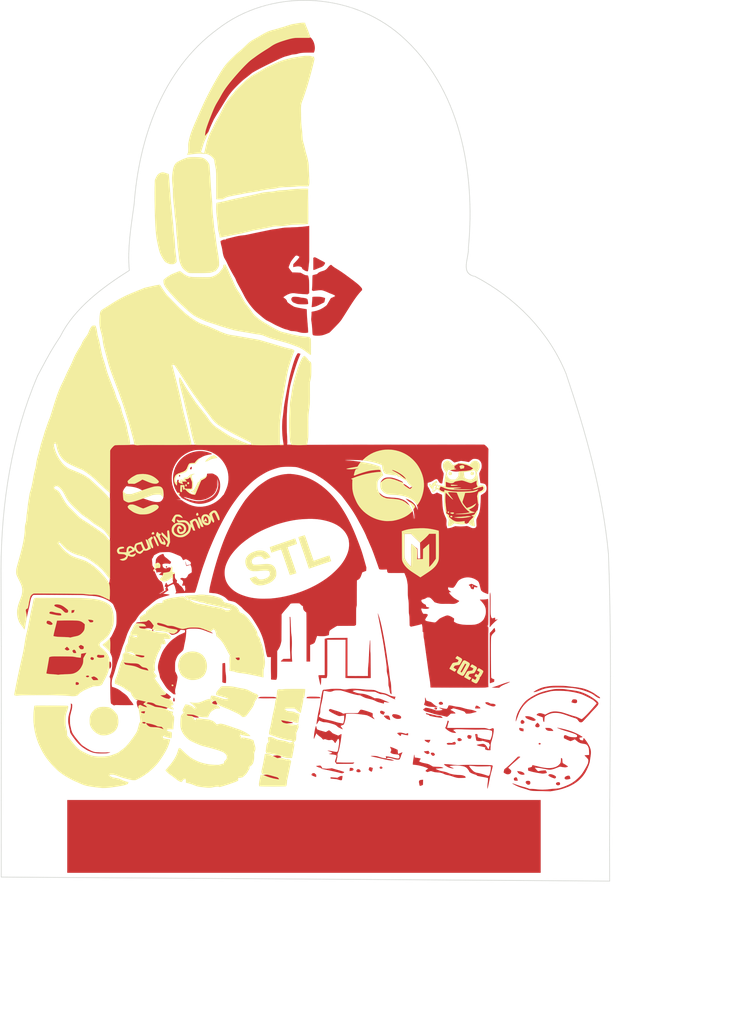
<source format=kicad_pcb>
(kicad_pcb (version 20221018) (generator pcbnew)
  (layers (0 "F.Cu" signal) (31 "B.Cu" signal) (34 "B.Paste" user) (35 "F.Paste" user) (36 "B.SilkS" user "B.Silkscreen") (37 "F.SilkS" user "F.Silkscreen") (38 "B.Mask" user) (39 "F.Mask" user) (44 "Edge.Cuts" user))
  (net 0 "")
  (footprint "LOGO" (layer "F.Cu") (at 128.829143 94.62)
    (fp_text reference "G***" hide)
    (fp_text value "LOGO" hide)
  )
  (footprint "LOGO" (layer "F.Cu") (at 128.829143 94.62)
    (fp_text reference "G***" hide)
    (fp_text value "LOGO" hide)
  )
  (footprint "LOGO" (layer "F.Cu") (at 128.829143 94.62)
    (fp_text reference "G***" hide)
    (fp_text value "LOGO" hide)
  )
  (footprint "LOGO" (layer "F.Cu") (at 128.829143 94.62)
    (fp_text reference "G***" hide)
    (fp_text value "LOGO" hide)
  )
  (footprint "LOGO" (layer "F.Cu") (at 128.829143 94.62)
    (fp_text reference "G***" hide)
    (fp_text value "LOGO" hide)
    (fp_poly (pts (xy 42.037 65.637833) (xy -31.665334 65.637833) (xy -31.665334 54.313666) (xy 42.037 54.313666) (xy 42.037 65.637833)) (stroke (width 0.01)) (fill solid) (layer "F.Cu"))
    (fp_poly (pts (xy -18.315292 27.796049) (xy -18.273684 27.828493) (xy -18.251362 27.874073) (xy -18.255808 27.924202) (xy -18.287154 27.964737) (xy -18.344101 27.998412) (xy -18.392905 27.994271) (xy -18.436167 27.961166) (xy -18.4732 27.903746) (xy -18.468968 27.849717) (xy -18.426432 27.804918) (xy -18.368702 27.785329) (xy -18.315292 27.796049)) (stroke (width 0.01)) (fill solid) (layer "F.Cu"))
    (fp_poly (pts (xy -12.416437 42.307134) (xy -12.379559 42.349069) (xy -12.376197 42.407101) (xy -12.395586 42.450597) (xy -12.442671 42.492997) (xy -12.498751 42.504297) (xy -12.550015 42.484564) (xy -12.576852 42.44975) (xy -12.590525 42.381276) (xy -12.568922 42.326894) (xy -12.517325 42.295406) (xy -12.481602 42.291) (xy -12.416437 42.307134)) (stroke (width 0.01)) (fill solid) (layer "F.Cu"))
    (fp_poly (pts (xy -16.144292 17.960713) (xy -16.11233 18.010399) (xy -16.107834 18.044583) (xy -16.12413 18.10625) (xy -16.168761 18.139942) (xy -16.235342 18.141901) (xy -16.261292 18.134859) (xy -16.303147 18.112052) (xy -16.318382 18.072288) (xy -16.3195 18.046217) (xy -16.310275 17.990556) (xy -16.27641 17.958025) (xy -16.266584 17.953184) (xy -16.198901 17.939804) (xy -16.144292 17.960713)) (stroke (width 0.01)) (fill solid) (layer "F.Cu"))
    (fp_poly (pts (xy -14.160583 3.761422) (xy -14.12875 3.780196) (xy -14.084029 3.827368) (xy -14.073174 3.879471) (xy -14.090041 3.927608) (xy -14.128487 3.962879) (xy -14.182367 3.976386) (xy -14.245538 3.95923) (xy -14.250459 3.956471) (xy -14.282381 3.916807) (xy -14.28639 3.862205) (xy -14.263888 3.808264) (xy -14.234584 3.780196) (xy -14.193156 3.7578) (xy -14.160583 3.761422)) (stroke (width 0.01)) (fill solid) (layer "F.Cu"))
    (fp_poly (pts (xy -8.731431 49.928232) (xy -8.691608 49.965738) (xy -8.678431 50.019784) (xy -8.689153 50.076556) (xy -8.721027 50.12224) (xy -8.771307 50.143025) (xy -8.774166 50.14316) (xy -8.806418 50.132484) (xy -8.842957 50.110883) (xy -8.883272 50.063419) (xy -8.890361 50.01029) (xy -8.870327 49.961492) (xy -8.829274 49.927021) (xy -8.773307 49.916873) (xy -8.731431 49.928232)) (stroke (width 0.01)) (fill solid) (layer "F.Cu"))
    (fp_poly (pts (xy 41.973417 45.467108) (xy 42.019979 45.508839) (xy 42.037 45.564927) (xy 42.01863 45.617339) (xy 41.971665 45.655683) (xy 41.908323 45.677139) (xy 41.84082 45.678886) (xy 41.781374 45.658104) (xy 41.75245 45.630623) (xy 41.722493 45.565332) (xy 41.732956 45.511337) (xy 41.766543 45.477783) (xy 41.835678 45.448029) (xy 41.90831 45.445655) (xy 41.973417 45.467108)) (stroke (width 0.01)) (fill solid) (layer "F.Cu"))
    (fp_poly (pts (xy -4.139854 32.544996) (xy -4.104706 32.573871) (xy -4.055422 32.644185) (xy -4.045808 32.713804) (xy -4.07633 32.777633) (xy -4.085167 32.787166) (xy -4.149299 32.824775) (xy -4.222607 32.824687) (xy -4.29661 32.78768) (xy -4.32179 32.765467) (xy -4.363357 32.716289) (xy -4.376146 32.674449) (xy -4.372176 32.643758) (xy -4.337207 32.569064) (xy -4.280812 32.526133) (xy -4.212019 32.517324) (xy -4.139854 32.544996)) (stroke (width 0.01)) (fill solid) (layer "F.Cu"))
    (fp_poly (pts (xy -12.298283 2.472414) (xy -12.289314 2.489338) (xy -12.278606 2.548056) (xy -12.277794 2.628517) (xy -12.286139 2.711486) (xy -12.30006 2.770121) (xy -12.338462 2.835287) (xy -12.392032 2.87177) (xy -12.450562 2.876964) (xy -12.503843 2.848266) (xy -12.521467 2.82661) (xy -12.542467 2.758815) (xy -12.530595 2.680583) (xy -12.490335 2.601396) (xy -12.426167 2.530736) (xy -12.360876 2.486846) (xy -12.318691 2.468211) (xy -12.298283 2.472414)) (stroke (width 0.01)) (fill solid) (layer "F.Cu"))
    (fp_poly (pts (xy -4.462716 33.052172) (xy -4.386711 33.091711) (xy -4.337902 33.149843) (xy -4.317333 33.217178) (xy -4.326047 33.284326) (xy -4.365089 33.3419) (xy -4.426546 33.377606) (xy -4.501983 33.397097) (xy -4.56542 33.393335) (xy -4.613899 33.377377) (xy -4.692802 33.331307) (xy -4.73379 33.269723) (xy -4.741334 33.218627) (xy -4.722269 33.146843) (xy -4.671692 33.089653) (xy -4.599524 33.052988) (xy -4.515691 33.042774) (xy -4.462716 33.052172)) (stroke (width 0.01)) (fill solid) (layer "F.Cu"))
    (fp_poly (pts (xy 17.280527 49.129967) (xy 17.346774 49.170815) (xy 17.389438 49.235657) (xy 17.398399 49.309381) (xy 17.373302 49.378196) (xy 17.352675 49.402175) (xy 17.288831 49.436379) (xy 17.205595 49.44868) (xy 17.119527 49.439527) (xy 17.04719 49.409369) (xy 17.027621 49.393378) (xy 16.983403 49.324328) (xy 16.975333 49.249515) (xy 17.003122 49.180278) (xy 17.033875 49.148454) (xy 17.105974 49.115759) (xy 17.193584 49.109982) (xy 17.280527 49.129967)) (stroke (width 0.01)) (fill solid) (layer "F.Cu"))
    (fp_poly (pts (xy 25.773625 39.936036) (xy 25.849369 39.974011) (xy 25.872965 39.994155) (xy 25.898909 40.042768) (xy 25.906932 40.106233) (xy 25.896639 40.165306) (xy 25.87708 40.194811) (xy 25.817019 40.222001) (xy 25.736976 40.230082) (xy 25.655029 40.218477) (xy 25.615084 40.203183) (xy 25.548012 40.152087) (xy 25.513076 40.088621) (xy 25.512815 40.021912) (xy 25.548166 39.962666) (xy 25.609033 39.929007) (xy 25.688849 39.920582) (xy 25.773625 39.936036)) (stroke (width 0.01)) (fill solid) (layer "F.Cu"))
    (fp_poly (pts (xy -10.466563 44.504379) (xy -10.394917 44.531228) (xy -10.329889 44.578067) (xy -10.283023 44.634359) (xy -10.265834 44.687635) (xy -10.284631 44.752546) (xy -10.335156 44.802295) (xy -10.408606 44.833949) (xy -10.496178 44.844571) (xy -10.58907 44.831229) (xy -10.639834 44.812334) (xy -10.719678 44.760317) (xy -10.762475 44.701033) (xy -10.77146 44.640233) (xy -10.749868 44.583664) (xy -10.700934 44.537079) (xy -10.627894 44.506225) (xy -10.533982 44.496854) (xy -10.466563 44.504379)) (stroke (width 0.01)) (fill solid) (layer "F.Cu"))
    (fp_poly (pts (xy -28.359372 34.939367) (xy -28.281693 34.985621) (xy -28.277293 34.989874) (xy -28.241955 35.043426) (xy -28.245903 35.097936) (xy -28.289767 35.158491) (xy -28.299365 35.167967) (xy -28.382827 35.220217) (xy -28.484493 35.240887) (xy -28.593507 35.229181) (xy -28.678988 35.195822) (xy -28.756402 35.148835) (xy -28.795442 35.108444) (xy -28.798291 35.069104) (xy -28.767128 35.025265) (xy -28.751769 35.010673) (xy -28.665252 34.955444) (xy -28.563069 34.924801) (xy -28.457136 34.919268) (xy -28.359372 34.939367)) (stroke (width 0.01)) (fill solid) (layer "F.Cu"))
    (fp_poly (pts (xy -19.529272 40.536414) (xy -19.543424 40.598548) (xy -19.564456 40.678352) (xy -19.577764 40.724666) (xy -19.612491 40.841083) (xy -19.738704 40.84585) (xy -19.889102 40.833754) (xy -19.966073 40.810621) (xy -20.044321 40.77483) (xy -20.131041 40.728177) (xy -20.173262 40.702583) (xy -20.230923 40.663958) (xy -20.25726 40.639642) (xy -20.257451 40.622499) (xy -20.241439 40.60859) (xy -20.139358 40.556275) (xy -20.005494 40.514743) (xy -19.849584 40.486529) (xy -19.732546 40.476061) (xy -19.515508 40.464578) (xy -19.529272 40.536414)) (stroke (width 0.01)) (fill solid) (layer "F.Cu"))
    (fp_poly (pts (xy -4.451103 45.347013) (xy -4.383939 45.392764) (xy -4.370983 45.408829) (xy -4.338854 45.487092) (xy -4.341419 45.569007) (xy -4.373477 45.644596) (xy -4.429828 45.703884) (xy -4.505271 45.736897) (xy -4.543914 45.740523) (xy -4.607997 45.734266) (xy -4.658994 45.719771) (xy -4.663942 45.717194) (xy -4.706849 45.672452) (xy -4.738769 45.604154) (xy -4.75264 45.530897) (xy -4.749357 45.49228) (xy -4.722416 45.421866) (xy -4.674669 45.374261) (xy -4.61781 45.345262) (xy -4.534149 45.329869) (xy -4.451103 45.347013)) (stroke (width 0.01)) (fill solid) (layer "F.Cu"))
    (fp_poly (pts (xy -3.218978 45.642463) (xy -3.161138 45.654749) (xy -3.146133 45.662358) (xy -3.114183 45.706116) (xy -3.090749 45.775349) (xy -3.079925 45.853431) (xy -3.083875 45.915246) (xy -3.114459 45.975267) (xy -3.172946 46.009238) (xy -3.253043 46.016068) (xy -3.348457 45.994665) (xy -3.404371 45.970866) (xy -3.485294 45.91592) (xy -3.535074 45.850034) (xy -3.550059 45.780151) (xy -3.533825 45.724744) (xy -3.49363 45.678829) (xy -3.449849 45.654197) (xy -3.37866 45.641775) (xy -3.296594 45.638) (xy -3.218978 45.642463)) (stroke (width 0.01)) (fill solid) (layer "F.Cu"))
    (fp_poly (pts (xy -35.522287 31.871708) (xy -35.525324 31.985022) (xy -35.531848 32.061349) (xy -35.547593 32.105978) (xy -35.578287 32.124197) (xy -35.629663 32.121293) (xy -35.707452 32.102553) (xy -35.757767 32.088972) (xy -35.865769 32.053691) (xy -35.938699 32.012143) (xy -35.983817 31.957497) (xy -36.008379 31.882921) (xy -36.013829 31.847965) (xy -36.019432 31.778496) (xy -36.018503 31.723076) (xy -36.014905 31.70425) (xy -35.98419 31.666717) (xy -35.923244 31.641333) (xy -35.828281 31.627101) (xy -35.706499 31.623) (xy -35.516324 31.623) (xy -35.522287 31.871708)) (stroke (width 0.01)) (fill solid) (layer "F.Cu"))
    (fp_poly (pts (xy -10.306669 50.721071) (xy -10.228659 50.744091) (xy -10.172106 50.780911) (xy -10.151982 50.811531) (xy -10.139075 50.885727) (xy -10.14601 50.969805) (xy -10.170593 51.040185) (xy -10.173727 51.045243) (xy -10.242439 51.11287) (xy -10.33764 51.151696) (xy -10.415066 51.159833) (xy -10.480636 51.152837) (xy -10.533036 51.125669) (xy -10.573198 51.089536) (xy -10.633963 51.003973) (xy -10.664065 50.90598) (xy -10.659756 50.812367) (xy -10.628242 50.766644) (xy -10.566923 50.734637) (xy -10.486054 50.716361) (xy -10.395885 50.711833) (xy -10.306669 50.721071)) (stroke (width 0.01)) (fill solid) (layer "F.Cu"))
    (fp_poly (pts (xy -12.011345 44.180465) (xy -11.933153 44.218065) (xy -11.886438 44.26175) (xy -11.833747 44.340961) (xy -11.818694 44.412948) (xy -11.839604 44.486189) (xy -11.841386 44.489695) (xy -11.900996 44.56313) (xy -11.981934 44.606081) (xy -12.073467 44.615706) (xy -12.164859 44.589162) (xy -12.181417 44.579736) (xy -12.273052 44.505055) (xy -12.345457 44.411451) (xy -12.39122 44.31054) (xy -12.403667 44.231535) (xy -12.400709 44.205312) (xy -12.385868 44.188949) (xy -12.350193 44.178768) (xy -12.284734 44.171095) (xy -12.2489 44.167962) (xy -12.11434 44.164347) (xy -12.011345 44.180465)) (stroke (width 0.01)) (fill solid) (layer "F.Cu"))
    (fp_poly (pts (xy -5.763601 50.572387) (xy -5.667253 50.608038) (xy -5.58273 50.657315) (xy -5.567291 50.66946) (xy -5.523302 50.709106) (xy -5.508301 50.735132) (xy -5.517326 50.759207) (xy -5.524958 50.768987) (xy -5.571213 50.80596) (xy -5.643751 50.844203) (xy -5.727364 50.876583) (xy -5.789084 50.892904) (xy -5.86795 50.890015) (xy -5.938863 50.865982) (xy -6.01761 50.812761) (xy -6.053115 50.759) (xy -6.069354 50.708056) (xy -6.062053 50.670081) (xy -6.038764 50.634784) (xy -5.988625 50.588334) (xy -5.932506 50.559762) (xy -5.856958 50.554811) (xy -5.763601 50.572387)) (stroke (width 0.01)) (fill solid) (layer "F.Cu"))
    (fp_poly (pts (xy 25.339191 46.967489) (xy 25.435648 47.023358) (xy 25.509275 47.110201) (xy 25.547624 47.199458) (xy 25.557058 47.243661) (xy 25.550661 47.27758) (xy 25.52274 47.315523) (xy 25.486563 47.352916) (xy 25.406688 47.413867) (xy 25.324252 47.435001) (xy 25.230951 47.417824) (xy 25.198916 47.405128) (xy 25.118237 47.35207) (xy 25.04291 47.271623) (xy 24.981649 47.176533) (xy 24.943167 47.079547) (xy 24.934451 47.018212) (xy 24.95359 47.000027) (xy 25.003656 46.981161) (xy 25.073378 46.964337) (xy 25.151489 46.952276) (xy 25.226416 46.947699) (xy 25.339191 46.967489)) (stroke (width 0.01)) (fill solid) (layer "F.Cu"))
    (fp_poly (pts (xy -15.051996 38.39258) (xy -15.024432 38.437173) (xy -15.005679 38.47349) (xy -14.973868 38.56149) (xy -14.953282 38.663582) (xy -14.944822 38.766965) (xy -14.94939 38.85884) (xy -14.967887 38.926407) (xy -14.973153 38.935597) (xy -15.020255 38.979982) (xy -15.072454 38.988955) (xy -15.118362 38.962846) (xy -15.138021 38.930791) (xy -15.151914 38.875882) (xy -15.160801 38.800278) (xy -15.162468 38.756166) (xy -15.15799 38.687947) (xy -15.145799 38.607505) (xy -15.128473 38.525437) (xy -15.10859 38.452339) (xy -15.088728 38.398808) (xy -15.071467 38.375441) (xy -15.069766 38.375166) (xy -15.051996 38.39258)) (stroke (width 0.01)) (fill solid) (layer "F.Cu"))
    (fp_poly (pts (xy -4.880937 47.242766) (xy -4.757571 47.304769) (xy -4.717555 47.333855) (xy -4.661959 47.39699) (xy -4.617642 47.480866) (xy -4.594552 47.565289) (xy -4.593246 47.586204) (xy -4.595375 47.632133) (xy -4.608915 47.658021) (xy -4.644412 47.673799) (xy -4.700042 47.686746) (xy -4.814112 47.704752) (xy -4.911097 47.703406) (xy -4.98475 47.689874) (xy -5.106986 47.64533) (xy -5.193601 47.579043) (xy -5.246245 47.489349) (xy -5.264213 47.407736) (xy -5.262048 47.323397) (xy -5.230737 47.26687) (xy -5.165387 47.231273) (xy -5.13235 47.2222) (xy -5.009371 47.214298) (xy -4.880937 47.242766)) (stroke (width 0.01)) (fill solid) (layer "F.Cu"))
    (fp_poly (pts (xy 12.573462 49.321575) (xy 12.651767 49.327845) (xy 12.714134 49.337522) (xy 12.725495 49.340347) (xy 12.811481 49.383495) (xy 12.868247 49.453469) (xy 12.890386 49.543373) (xy 12.8905 49.55074) (xy 12.881396 49.615174) (xy 12.850987 49.665609) (xy 12.794625 49.704713) (xy 12.707663 49.735154) (xy 12.585453 49.759598) (xy 12.507254 49.770719) (xy 12.293242 49.798336) (xy 12.30836 49.574209) (xy 12.315438 49.480542) (xy 12.322729 49.402899) (xy 12.329254 49.350808) (xy 12.333071 49.334208) (xy 12.359025 49.32503) (xy 12.415481 49.319986) (xy 12.49083 49.318895) (xy 12.573462 49.321575)) (stroke (width 0.01)) (fill solid) (layer "F.Cu"))
    (fp_poly (pts (xy 13.769767 49.538832) (xy 13.845926 49.578311) (xy 13.903598 49.631717) (xy 13.95531 49.705215) (xy 13.992916 49.784213) (xy 14.008273 49.854116) (xy 14.007713 49.868186) (xy 13.982686 49.914197) (xy 13.924932 49.950836) (xy 13.843316 49.976631) (xy 13.746701 49.990112) (xy 13.643952 49.989808) (xy 13.54393 49.974247) (xy 13.484142 49.955078) (xy 13.406592 49.909018) (xy 13.366411 49.846128) (xy 13.360806 49.761157) (xy 13.365263 49.731564) (xy 13.39464 49.664956) (xy 13.450673 49.59779) (xy 13.520036 49.543423) (xy 13.578943 49.517392) (xy 13.669626 49.513285) (xy 13.769767 49.538832)) (stroke (width 0.01)) (fill solid) (layer "F.Cu"))
    (fp_poly (pts (xy 26.622992 39.054319) (xy 26.669024 39.075661) (xy 26.75686 39.146751) (xy 26.809122 39.240368) (xy 26.823953 39.320411) (xy 26.824631 39.365632) (xy 26.813868 39.394469) (xy 26.78272 39.417144) (xy 26.72224 39.443878) (xy 26.712333 39.447948) (xy 26.570136 39.488782) (xy 26.439204 39.490707) (xy 26.322147 39.453691) (xy 26.320436 39.4528) (xy 26.243737 39.405341) (xy 26.200837 39.357118) (xy 26.184188 39.298276) (xy 26.183166 39.273558) (xy 26.202253 39.190334) (xy 26.254019 39.121306) (xy 26.330219 39.069833) (xy 26.422611 39.039272) (xy 26.52295 39.032982) (xy 26.622992 39.054319)) (stroke (width 0.01)) (fill solid) (layer "F.Cu"))
    (fp_poly (pts (xy 30.930286 44.210561) (xy 31.053282 44.241948) (xy 31.093833 44.255358) (xy 31.27375 44.317195) (xy 31.267626 44.399472) (xy 31.25353 44.498211) (xy 31.228268 44.595168) (xy 31.196101 44.677375) (xy 31.16129 44.731865) (xy 31.157031 44.736022) (xy 31.097693 44.766844) (xy 31.013911 44.782891) (xy 30.921175 44.783443) (xy 30.834976 44.767776) (xy 30.7975 44.752786) (xy 30.723534 44.694174) (xy 30.670035 44.611599) (xy 30.639252 44.515861) (xy 30.63344 44.41776) (xy 30.654851 44.328093) (xy 30.696094 44.266617) (xy 30.757802 44.222723) (xy 30.833829 44.204095) (xy 30.930286 44.210561)) (stroke (width 0.01)) (fill solid) (layer "F.Cu"))
    (fp_poly (pts (xy 44.888198 51.546537) (xy 44.97567 51.578718) (xy 45.029005 51.633113) (xy 45.042747 51.666865) (xy 45.062251 51.77373) (xy 45.057998 51.861784) (xy 45.030572 51.923226) (xy 45.022901 51.931148) (xy 44.933499 51.986413) (xy 44.82334 52.01694) (xy 44.707205 52.020993) (xy 44.599874 51.996837) (xy 44.572092 51.984089) (xy 44.49537 51.925324) (xy 44.446746 51.850012) (xy 44.430264 51.767983) (xy 44.449968 51.689064) (xy 44.450389 51.688272) (xy 44.496955 51.636387) (xy 44.571563 51.589213) (xy 44.659977 51.553636) (xy 44.74796 51.536545) (xy 44.76527 51.535948) (xy 44.888198 51.546537)) (stroke (width 0.01)) (fill solid) (layer "F.Cu"))
    (fp_poly (pts (xy -27.781321 32.064981) (xy -27.728693 32.079937) (xy -27.632525 32.120207) (xy -27.556552 32.174823) (xy -27.508546 32.23686) (xy -27.4955 32.287693) (xy -27.507226 32.364157) (xy -27.537438 32.440793) (xy -27.578695 32.502371) (xy -27.614061 32.530292) (xy -27.698862 32.551128) (xy -27.798863 32.550103) (xy -27.89356 32.528094) (xy -27.918412 32.517258) (xy -27.992251 32.463188) (xy -28.050745 32.389019) (xy -28.084033 32.308907) (xy -28.088167 32.273546) (xy -28.074412 32.216399) (xy -28.029631 32.153353) (xy -28.005991 32.128509) (xy -27.952919 32.080145) (xy -27.906455 32.054955) (xy -27.853591 32.05066) (xy -27.781321 32.064981)) (stroke (width 0.01)) (fill solid) (layer "F.Cu"))
    (fp_poly (pts (xy -4.864476 48.919899) (xy -4.7568 48.925851) (xy -4.681951 48.93817) (xy -4.630427 48.963884) (xy -4.592729 49.010024) (xy -4.559354 49.083616) (xy -4.528999 49.16808) (xy -4.503293 49.24193) (xy -4.482486 49.301563) (xy -4.471064 49.334127) (xy -4.471035 49.334208) (xy -4.476849 49.344638) (xy -4.505936 49.352117) (xy -4.562943 49.357027) (xy -4.652518 49.359747) (xy -4.779308 49.36066) (xy -4.793668 49.360666) (xy -5.125697 49.360666) (xy -5.114697 49.302458) (xy -5.107615 49.253252) (xy -5.099087 49.177166) (xy -5.090812 49.08954) (xy -5.08982 49.077827) (xy -5.075943 48.911405) (xy -4.864476 48.919899)) (stroke (width 0.01)) (fill solid) (layer "F.Cu"))
    (fp_poly (pts (xy 32.067106 39.639076) (xy 32.172664 39.659323) (xy 32.290821 39.706468) (xy 32.40868 39.773613) (xy 32.513345 39.853864) (xy 32.563806 39.904702) (xy 32.611897 39.961503) (xy 32.646433 40.005778) (xy 32.660152 40.0282) (xy 32.660166 40.028448) (xy 32.644056 40.04286) (xy 32.594355 40.053893) (xy 32.509006 40.061718) (xy 32.385951 40.06651) (xy 32.223133 40.068441) (xy 32.183855 40.0685) (xy 31.839835 40.0685) (xy 31.869784 39.925629) (xy 31.890953 39.839475) (xy 31.915951 39.758817) (xy 31.935991 39.70867) (xy 31.961989 39.662787) (xy 31.990801 39.642135) (xy 32.038792 39.638028) (xy 32.067106 39.639076)) (stroke (width 0.01)) (fill solid) (layer "F.Cu"))
    (fp_poly (pts (xy 38.582388 49.8332) (xy 38.826055 49.86083) (xy 39.035359 49.906452) (xy 39.209196 49.96963) (xy 39.346459 50.049929) (xy 39.446044 50.146916) (xy 39.470433 50.182481) (xy 39.510309 50.262267) (xy 39.516695 50.318054) (xy 39.489333 50.352065) (xy 39.449375 50.364201) (xy 39.343894 50.378087) (xy 39.255719 50.382487) (xy 39.16105 50.378042) (xy 39.110045 50.373331) (xy 38.970151 50.34529) (xy 38.826419 50.292655) (xy 38.696546 50.22274) (xy 38.633798 50.176526) (xy 38.565238 50.106884) (xy 38.496601 50.018299) (xy 38.440417 49.928035) (xy 38.416884 49.877632) (xy 38.394933 49.819894) (xy 38.582388 49.8332)) (stroke (width 0.01)) (fill solid) (layer "F.Cu"))
    (fp_poly (pts (xy -30.232844 35.94203) (xy -30.177854 35.94542) (xy -30.090155 35.955548) (xy -30.009489 35.972396) (xy -29.955327 35.99146) (xy -29.883884 36.049002) (xy -29.841827 36.125533) (xy -29.830267 36.210456) (xy -29.850317 36.293173) (xy -29.903086 36.363085) (xy -29.915329 36.372888) (xy -29.957874 36.397098) (xy -30.013767 36.412492) (xy -30.094353 36.42154) (xy -30.153156 36.424701) (xy -30.331239 36.432153) (xy -30.355515 36.371784) (xy -30.371705 36.302431) (xy -30.37867 36.210008) (xy -30.376423 36.112759) (xy -30.364973 36.028929) (xy -30.355291 35.996458) (xy -30.341069 35.965133) (xy -30.322936 35.947639) (xy -30.290369 35.940946) (xy -30.232844 35.94203)) (stroke (width 0.01)) (fill solid) (layer "F.Cu"))
    (fp_poly (pts (xy 6.947958 50.259822) (xy 7.090833 50.397467) (xy 7.090833 50.566983) (xy 7.088641 50.6587) (xy 7.081575 50.712961) (xy 7.0689 50.73444) (xy 7.064375 50.735223) (xy 7.035091 50.727494) (xy 6.975244 50.707432) (xy 6.893694 50.678125) (xy 6.804049 50.644479) (xy 6.699605 50.602712) (xy 6.598817 50.559251) (xy 6.514668 50.519863) (xy 6.468702 50.495541) (xy 6.411023 50.45997) (xy 6.382556 50.432915) (xy 6.375556 50.40224) (xy 6.381657 50.359133) (xy 6.406426 50.271718) (xy 6.447133 50.210548) (xy 6.510976 50.170192) (xy 6.605154 50.145218) (xy 6.678083 50.135476) (xy 6.805083 50.122178) (xy 6.947958 50.259822)) (stroke (width 0.01)) (fill solid) (layer "F.Cu"))
    (fp_poly (pts (xy 23.710354 51.931344) (xy 23.651466 51.9783) (xy 23.605472 52.004014) (xy 23.531699 52.034243) (xy 23.443747 52.064563) (xy 23.355217 52.090556) (xy 23.279709 52.107799) (xy 23.239137 52.112333) (xy 23.220748 52.097415) (xy 23.200947 52.050183) (xy 23.17842 51.966923) (xy 23.162467 51.895375) (xy 23.132893 51.750392) (xy 23.113183 51.638635) (xy 23.102558 51.552356) (xy 23.10024 51.483807) (xy 23.105451 51.425239) (xy 23.111877 51.391625) (xy 23.137038 51.321485) (xy 23.180335 51.267883) (xy 23.246873 51.228435) (xy 23.341761 51.200756) (xy 23.470104 51.182463) (xy 23.577471 51.174263) (xy 23.734026 51.165042) (xy 23.710354 51.931344)) (stroke (width 0.01)) (fill solid) (layer "F.Cu"))
    (fp_poly (pts (xy 39.181215 41.853881) (xy 39.219346 41.86442) (xy 39.282982 41.895974) (xy 39.353034 41.949816) (xy 39.420424 42.016308) (xy 39.476075 42.085812) (xy 39.510908 42.148691) (xy 39.518087 42.18158) (xy 39.498628 42.264276) (xy 39.446367 42.342653) (xy 39.370136 42.404738) (xy 39.343104 42.418765) (xy 39.230052 42.454018) (xy 39.125208 42.450919) (xy 39.059161 42.429352) (xy 38.988581 42.376629) (xy 38.942678 42.294371) (xy 38.92553 42.190025) (xy 38.9255 42.185166) (xy 38.937694 42.091269) (xy 38.97801 42.006694) (xy 39.052045 41.920117) (xy 39.060645 41.911751) (xy 39.107795 41.869108) (xy 39.142294 41.851515) (xy 39.181215 41.853881)) (stroke (width 0.01)) (fill solid) (layer "F.Cu"))
    (fp_poly (pts (xy -28.222965 26.233965) (xy -28.071352 26.244906) (xy -27.951664 26.258627) (xy -27.853503 26.277066) (xy -27.766468 26.302166) (xy -27.68271 26.334766) (xy -27.622028 26.363721) (xy -27.591486 26.389698) (xy -27.581166 26.4234) (xy -27.580479 26.445064) (xy -27.598195 26.545447) (xy -27.649968 26.621081) (xy -27.735331 26.671719) (xy -27.853818 26.69711) (xy -28.004962 26.697006) (xy -28.045505 26.693219) (xy -28.103169 26.685633) (xy -28.144086 26.673061) (xy -28.178883 26.648061) (xy -28.218184 26.603191) (xy -28.267755 26.53756) (xy -28.325176 26.45768) (xy -28.379331 26.378057) (xy -28.419748 26.314158) (xy -28.424048 26.306763) (xy -28.474179 26.218987) (xy -28.222965 26.233965)) (stroke (width 0.01)) (fill solid) (layer "F.Cu"))
    (fp_poly (pts (xy -10.518527 51.614862) (xy -10.440366 51.637534) (xy -10.373281 51.661604) (xy -10.336465 51.679257) (xy -10.293962 51.729499) (xy -10.271959 51.804556) (xy -10.274314 51.890316) (xy -10.27618 51.899586) (xy -10.283379 51.925943) (xy -10.295855 51.945352) (xy -10.31997 51.959562) (xy -10.362084 51.970319) (xy -10.428556 51.979369) (xy -10.525747 51.988459) (xy -10.630931 51.997018) (xy -10.71612 52.002436) (xy -10.76817 52.001322) (xy -10.795909 51.99269) (xy -10.807532 51.977305) (xy -10.807535 51.93845) (xy -10.793568 51.87414) (xy -10.769846 51.797149) (xy -10.740584 51.720253) (xy -10.709997 51.656224) (xy -10.692671 51.629179) (xy -10.654803 51.579942) (xy -10.518527 51.614862)) (stroke (width 0.01)) (fill solid) (layer "F.Cu"))
    (fp_poly (pts (xy 17.310502 40.433985) (xy 17.419014 40.469151) (xy 17.554329 40.531195) (xy 17.563913 40.53604) (xy 17.776013 40.643746) (xy 17.724293 40.760694) (xy 17.685994 40.844938) (xy 17.648377 40.923701) (xy 17.615806 40.988278) (xy 17.592644 41.029967) (xy 17.583778 41.040982) (xy 17.563075 41.033769) (xy 17.512132 41.015579) (xy 17.440519 40.989834) (xy 17.412206 40.979622) (xy 17.326707 40.946237) (xy 17.25037 40.911996) (xy 17.197172 40.88327) (xy 17.189956 40.878319) (xy 17.109455 40.800756) (xy 17.05896 40.713762) (xy 17.04034 40.625091) (xy 17.055463 40.5425) (xy 17.094969 40.484136) (xy 17.15356 40.44204) (xy 17.223711 40.425135) (xy 17.310502 40.433985)) (stroke (width 0.01)) (fill solid) (layer "F.Cu"))
    (fp_poly (pts (xy 38.246386 50.797133) (xy 38.264227 50.803369) (xy 38.3052 50.822005) (xy 38.333571 50.847044) (xy 38.356457 50.888872) (xy 38.38098 50.957874) (xy 38.390304 50.987291) (xy 38.416288 51.07576) (xy 38.438341 51.160613) (xy 38.451775 51.223785) (xy 38.451941 51.224812) (xy 38.465243 51.308) (xy 38.24558 51.306658) (xy 38.148238 51.304257) (xy 38.062529 51.298865) (xy 38.000036 51.291384) (xy 37.977351 51.285825) (xy 37.931185 51.247319) (xy 37.893899 51.179428) (xy 37.871284 51.094987) (xy 37.867166 51.041606) (xy 37.874777 50.98469) (xy 37.902989 50.933369) (xy 37.947587 50.883932) (xy 38.042102 50.813003) (xy 38.141743 50.784059) (xy 38.246386 50.797133)) (stroke (width 0.01)) (fill solid) (layer "F.Cu"))
    (fp_poly (pts (xy 41.647558 42.376197) (xy 41.747151 42.478972) (xy 41.814466 42.565358) (xy 41.853231 42.641234) (xy 41.867172 42.712478) (xy 41.867354 42.7228) (xy 41.851454 42.830376) (xy 41.803327 42.912542) (xy 41.761833 42.948831) (xy 41.696069 42.978945) (xy 41.610437 42.997816) (xy 41.526777 43.001433) (xy 41.49725 42.997389) (xy 41.399342 42.974715) (xy 41.334051 42.954791) (xy 41.292344 42.932782) (xy 41.265191 42.903856) (xy 41.243558 42.863177) (xy 41.242624 42.861112) (xy 41.214578 42.779232) (xy 41.21158 42.70479) (xy 41.236215 42.630403) (xy 41.291067 42.548692) (xy 41.378718 42.452272) (xy 41.389523 42.441401) (xy 41.549446 42.281478) (xy 41.647558 42.376197)) (stroke (width 0.01)) (fill solid) (layer "F.Cu"))
    (fp_poly (pts (xy -31.681368 30.452698) (xy -31.632793 30.492854) (xy -31.571305 30.550729) (xy -31.503992 30.618914) (xy -31.437943 30.690003) (xy -31.380244 30.756588) (xy -31.337984 30.811262) (xy -31.318251 30.846618) (xy -31.318118 30.847149) (xy -31.313166 30.894868) (xy -31.328738 30.933255) (xy -31.371003 30.969795) (xy -31.446131 31.011972) (xy -31.459563 31.018723) (xy -31.587415 31.063636) (xy -31.709078 31.067151) (xy -31.824856 31.03034) (xy -31.886367 30.991744) (xy -31.957944 30.935208) (xy -32.009881 30.886941) (xy -32.109468 30.785833) (xy -31.920703 30.61175) (xy -31.846004 30.544446) (xy -31.78146 30.489244) (xy -31.733891 30.451774) (xy -31.710117 30.437671) (xy -31.709943 30.437666) (xy -31.681368 30.452698)) (stroke (width 0.01)) (fill solid) (layer "F.Cu"))
    (fp_poly (pts (xy -24.945612 32.799892) (xy -24.906427 32.868263) (xy -24.901188 32.879517) (xy -24.847479 33.036132) (xy -24.820839 33.204901) (xy -24.820463 33.376607) (xy -24.845546 33.542035) (xy -24.895283 33.691969) (xy -24.968869 33.817193) (xy -24.984796 33.836642) (xy -25.026192 33.883329) (xy -25.048344 33.900863) (xy -25.059616 33.892188) (xy -25.067086 33.865588) (xy -25.073642 33.827069) (xy -25.083485 33.755124) (xy -25.095515 33.658434) (xy -25.108633 33.545679) (xy -25.115549 33.483299) (xy -25.132536 33.289143) (xy -25.136715 33.131387) (xy -25.127772 33.005987) (xy -25.10539 32.908894) (xy -25.069253 32.836062) (xy -25.06453 32.8295) (xy -25.020144 32.781894) (xy -24.982011 32.771564) (xy -24.945612 32.799892)) (stroke (width 0.01)) (fill solid) (layer "F.Cu"))
    (fp_poly (pts (xy 29.466661 44.691733) (xy 29.521016 44.712811) (xy 29.545515 44.725938) (xy 29.613176 44.773854) (xy 29.679935 44.836187) (xy 29.699675 44.85887) (xy 29.738871 44.910621) (xy 29.753988 44.944489) (xy 29.748854 44.974425) (xy 29.737465 44.996622) (xy 29.679896 45.059651) (xy 29.593365 45.107657) (xy 29.489383 45.13804) (xy 29.379457 45.148195) (xy 29.275098 45.135522) (xy 29.216794 45.114351) (xy 29.143177 45.056831) (xy 29.10318 44.976384) (xy 29.099048 44.878505) (xy 29.105974 44.843171) (xy 29.126556 44.780301) (xy 29.15024 44.733788) (xy 29.159229 44.723385) (xy 29.194727 44.70907) (xy 29.257879 44.696078) (xy 29.323807 44.68829) (xy 29.406972 44.684586) (xy 29.466661 44.691733)) (stroke (width 0.01)) (fill solid) (layer "F.Cu"))
    (fp_poly (pts (xy 38.799117 43.091818) (xy 38.826055 43.096643) (xy 38.915078 43.114666) (xy 39.027265 43.139308) (xy 39.144817 43.166503) (xy 39.249934 43.192185) (xy 39.290625 43.202749) (xy 39.37 43.223965) (xy 39.37 43.424232) (xy 39.368448 43.510055) (xy 39.364279 43.576876) (xy 39.358218 43.615653) (xy 39.354125 43.621731) (xy 39.326925 43.618215) (xy 39.268856 43.611345) (xy 39.191126 43.602442) (xy 39.168916 43.599938) (xy 39.02288 43.573325) (xy 38.901245 43.530368) (xy 38.810499 43.473789) (xy 38.773263 43.434) (xy 38.743515 43.370053) (xy 38.723031 43.283958) (xy 38.715195 43.195489) (xy 38.721475 43.131266) (xy 38.732933 43.099759) (xy 38.754477 43.088046) (xy 38.799117 43.091818)) (stroke (width 0.01)) (fill solid) (layer "F.Cu"))
    (fp_poly (pts (xy -21.779739 15.089691) (xy -21.679773 15.142606) (xy -21.583493 15.22317) (xy -21.499483 15.325142) (xy -21.477684 15.359431) (xy -21.488233 15.381281) (xy -21.53491 15.416314) (xy -21.614468 15.462166) (xy -21.629578 15.470112) (xy -21.701485 15.506194) (xy -21.788527 15.547893) (xy -21.882114 15.591343) (xy -21.973654 15.632675) (xy -22.054559 15.668024) (xy -22.116236 15.69352) (xy -22.150097 15.705297) (xy -22.152793 15.705666) (xy -22.157004 15.686255) (xy -22.160059 15.635038) (xy -22.161371 15.562537) (xy -22.161382 15.552208) (xy -22.154865 15.415086) (xy -22.13349 15.308823) (xy -22.094163 15.223612) (xy -22.034666 15.150518) (xy -21.976956 15.099852) (xy -21.926473 15.076007) (xy -21.874809 15.070666) (xy -21.779739 15.089691)) (stroke (width 0.01)) (fill solid) (layer "F.Cu"))
    (fp_poly (pts (xy -12.781598 50.214795) (xy -12.721378 50.228412) (xy -12.663586 50.26502) (xy -12.612858 50.316684) (xy -12.611188 50.318988) (xy -12.583558 50.363142) (xy -12.577097 50.399961) (xy -12.589692 50.449949) (xy -12.595863 50.467733) (xy -12.639758 50.552346) (xy -12.704446 50.607257) (xy -12.796348 50.636515) (xy -12.874853 50.643735) (xy -12.953174 50.644535) (xy -13.020233 50.642018) (xy -13.053774 50.638061) (xy -13.076649 50.630751) (xy -13.089647 50.615096) (xy -13.094458 50.58209) (xy -13.092773 50.522729) (xy -13.088204 50.45467) (xy -13.079395 50.370534) (xy -13.067063 50.301257) (xy -13.053509 50.258948) (xy -13.049991 50.253774) (xy -13.008554 50.232306) (xy -12.940084 50.217887) (xy -12.85947 50.211667) (xy -12.781598 50.214795)) (stroke (width 0.01)) (fill solid) (layer "F.Cu"))
    (fp_poly (pts (xy 19.282298 40.963944) (xy 19.475437 40.982828) (xy 19.662169 41.016586) (xy 19.836099 41.063007) (xy 19.990833 41.119879) (xy 20.119976 41.184991) (xy 20.217134 41.256132) (xy 20.257787 41.301302) (xy 20.305554 41.394168) (xy 20.315753 41.482831) (xy 20.290316 41.56067) (xy 20.231177 41.621065) (xy 20.154823 41.654008) (xy 20.055529 41.671931) (xy 19.932476 41.683158) (xy 19.803827 41.68688) (xy 19.687744 41.682289) (xy 19.641621 41.676864) (xy 19.462362 41.632984) (xy 19.292689 41.561139) (xy 19.142166 41.466576) (xy 19.020357 41.354541) (xy 18.992813 41.320907) (xy 18.940155 41.235363) (xy 18.925181 41.160723) (xy 18.947846 41.088691) (xy 18.991256 41.029399) (xy 19.059513 40.951659) (xy 19.282298 40.963944)) (stroke (width 0.01)) (fill solid) (layer "F.Cu"))
    (fp_poly (pts (xy -30.509696 24.728249) (xy -30.511841 24.749993) (xy -30.522781 24.801702) (xy -30.539739 24.872619) (xy -30.559941 24.951985) (xy -30.580611 25.029044) (xy -30.598973 25.093039) (xy -30.612253 25.133212) (xy -30.616209 25.141097) (xy -30.638617 25.149676) (xy -30.690884 25.165807) (xy -30.761898 25.186399) (xy -30.840546 25.20836) (xy -30.915713 25.228599) (xy -30.976287 25.244025) (xy -31.011155 25.251546) (xy -31.01431 25.251833) (xy -31.022311 25.23249) (xy -31.027994 25.181731) (xy -31.030151 25.110456) (xy -31.03015 25.108958) (xy -31.027953 25.01394) (xy -31.022468 24.91696) (xy -31.016968 24.857909) (xy -31.00397 24.749735) (xy -30.760637 24.735187) (xy -30.663988 24.730067) (xy -30.584141 24.727082) (xy -30.529777 24.726473) (xy -30.509696 24.728249)) (stroke (width 0.01)) (fill solid) (layer "F.Cu"))
    (fp_poly (pts (xy -8.556936 38.880619) (xy -8.519498 38.923052) (xy -8.478246 38.990525) (xy -8.436761 39.075113) (xy -8.398622 39.168893) (xy -8.367411 39.263943) (xy -8.346707 39.352338) (xy -8.34003 39.417625) (xy -8.349376 39.438195) (xy -8.380825 39.44973) (xy -8.438757 39.452279) (xy -8.527554 39.445891) (xy -8.651596 39.430618) (xy -8.713085 39.421883) (xy -8.845116 39.399949) (xy -8.940681 39.376768) (xy -9.005623 39.349644) (xy -9.045784 39.315881) (xy -9.067006 39.272783) (xy -9.070702 39.256844) (xy -9.078309 39.156319) (xy -9.056859 39.076657) (xy -9.003109 39.014035) (xy -8.913814 38.964635) (xy -8.789421 38.925548) (xy -8.70616 38.904368) (xy -8.636843 38.885897) (xy -8.593282 38.873311) (xy -8.586979 38.871149) (xy -8.556936 38.880619)) (stroke (width 0.01)) (fill solid) (layer "F.Cu"))
    (fp_poly (pts (xy 40.173662 51.334984) (xy 40.261199 51.349704) (xy 40.290024 51.359249) (xy 40.361211 51.407968) (xy 40.406292 51.485325) (xy 40.426727 51.594323) (xy 40.428333 51.643991) (xy 40.424837 51.723714) (xy 40.411155 51.778297) (xy 40.382498 51.82459) (xy 40.374056 51.834923) (xy 40.309229 51.889067) (xy 40.228064 51.925791) (xy 40.146715 51.939331) (xy 40.10025 51.932597) (xy 40.06524 51.923099) (xy 40.019623 51.912384) (xy 39.965984 51.887612) (xy 39.898901 51.839247) (xy 39.830166 51.777686) (xy 39.771568 51.713329) (xy 39.738791 51.66469) (xy 39.711023 51.57178) (xy 39.72178 51.484798) (xy 39.767591 51.411815) (xy 39.844984 51.360898) (xy 39.873671 51.35118) (xy 39.96327 51.3354) (xy 40.06881 51.330109) (xy 40.173662 51.334984)) (stroke (width 0.01)) (fill solid) (layer "F.Cu"))
    (fp_poly (pts (xy -34.6626 26.396981) (xy -34.619613 26.399958) (xy -34.45272 26.433144) (xy -34.291482 26.506063) (xy -34.13374 26.619803) (xy -34.073042 26.675133) (xy -34.003907 26.744027) (xy -33.961026 26.793969) (xy -33.938542 26.83359) (xy -33.930597 26.871521) (xy -33.930167 26.885661) (xy -33.948814 26.96554) (xy -34.001614 27.027089) (xy -34.083854 27.068763) (xy -34.190822 27.089014) (xy -34.317807 27.086296) (xy -34.459186 27.059307) (xy -34.559225 27.024663) (xy -34.667852 26.974785) (xy -34.769281 26.917818) (xy -34.847729 26.861909) (xy -34.856209 26.854419) (xy -34.89409 26.793334) (xy -34.907873 26.7104) (xy -34.899105 26.617449) (xy -34.869334 26.526314) (xy -34.820108 26.448826) (xy -34.800556 26.428895) (xy -34.768405 26.406899) (xy -34.726749 26.396953) (xy -34.6626 26.396981)) (stroke (width 0.01)) (fill solid) (layer "F.Cu"))
    (fp_poly (pts (xy -4.942684 32.120893) (xy -4.901601 32.130575) (xy -4.804834 32.157668) (xy -4.804834 32.323762) (xy -4.806053 32.408941) (xy -4.811416 32.46233) (xy -4.823479 32.494441) (xy -4.844798 32.515788) (xy -4.852879 32.521337) (xy -4.912915 32.545107) (xy -4.9972 32.560249) (xy -5.088247 32.565235) (xy -5.168573 32.558538) (xy -5.196417 32.551356) (xy -5.228883 32.529957) (xy -5.277079 32.486409) (xy -5.334284 32.428283) (xy -5.393776 32.363148) (xy -5.448834 32.298573) (xy -5.492735 32.242128) (xy -5.518758 32.201383) (xy -5.521889 32.184833) (xy -5.498863 32.178787) (xy -5.442255 32.168484) (xy -5.360435 32.155336) (xy -5.261773 32.140756) (xy -5.255894 32.139922) (xy -5.140169 32.12455) (xy -5.056076 32.116431) (xy -4.993591 32.1153) (xy -4.942684 32.120893)) (stroke (width 0.01)) (fill solid) (layer "F.Cu"))
    (fp_poly (pts (xy -14.191452 48.518857) (xy -14.112165 48.533265) (xy -14.019032 48.552169) (xy -13.921116 48.573587) (xy -13.827477 48.595539) (xy -13.747174 48.616045) (xy -13.68927 48.633123) (xy -13.662972 48.644639) (xy -13.664353 48.667387) (xy -13.675621 48.720195) (xy -13.694025 48.793343) (xy -13.716816 48.877114) (xy -13.741245 48.961788) (xy -13.764561 49.037647) (xy -13.784014 49.094973) (xy -13.796855 49.124047) (xy -13.799116 49.125796) (xy -13.820599 49.113668) (xy -13.868884 49.082574) (xy -13.936018 49.037716) (xy -13.988917 49.001636) (xy -14.084808 48.930359) (xy -14.16155 48.86269) (xy -14.210577 48.806278) (xy -14.214401 48.800282) (xy -14.24502 48.735447) (xy -14.268126 48.660685) (xy -14.281098 48.589085) (xy -14.281315 48.533739) (xy -14.272251 48.51145) (xy -14.247834 48.510925) (xy -14.191452 48.518857)) (stroke (width 0.01)) (fill solid) (layer "F.Cu"))
    (fp_poly (pts (xy 1.193654 47.391263) (xy 1.335402 47.424859) (xy 1.354666 47.431845) (xy 1.423627 47.463556) (xy 1.498814 47.50626) (xy 1.57111 47.553642) (xy 1.631401 47.599385) (xy 1.670571 47.637175) (xy 1.680555 47.657638) (xy 1.669171 47.669636) (xy 1.634873 47.683359) (xy 1.573729 47.69976) (xy 1.481804 47.719795) (xy 1.355165 47.744418) (xy 1.223344 47.768578) (xy 0.996772 47.809371) (xy 0.874187 47.739892) (xy 0.802952 47.702084) (xy 0.706889 47.654571) (xy 0.600129 47.604216) (xy 0.522752 47.569247) (xy 0.428173 47.526991) (xy 0.365577 47.495659) (xy 0.336553 47.472471) (xy 0.342692 47.454645) (xy 0.38558 47.439401) (xy 0.466809 47.423958) (xy 0.587966 47.405536) (xy 0.618906 47.400988) (xy 0.828029 47.379018) (xy 1.022071 47.375879) (xy 1.193654 47.391263)) (stroke (width 0.01)) (fill solid) (layer "F.Cu"))
    (fp_poly (pts (xy 28.000147 10.807031) (xy 28.055482 10.838568) (xy 28.123795 10.882776) (xy 28.195005 10.932819) (xy 28.259033 10.981862) (xy 28.305797 11.023071) (xy 28.308857 11.026205) (xy 28.349691 11.079806) (xy 28.358314 11.12651) (xy 28.355999 11.138838) (xy 28.321065 11.219132) (xy 28.261541 11.302122) (xy 28.190216 11.370631) (xy 28.175657 11.381085) (xy 28.103902 11.42111) (xy 28.008583 11.463555) (xy 27.907381 11.501307) (xy 27.817978 11.527254) (xy 27.805835 11.529857) (xy 27.763845 11.534719) (xy 27.752524 11.521404) (xy 27.756548 11.501921) (xy 27.767651 11.461082) (xy 27.784846 11.39432) (xy 27.802403 11.324166) (xy 27.843006 11.165047) (xy 27.880301 11.029303) (xy 27.913059 10.920871) (xy 27.940049 10.843687) (xy 27.960039 10.801687) (xy 27.967871 10.795) (xy 28.000147 10.807031)) (stroke (width 0.01)) (fill solid) (layer "F.Cu"))
    (fp_poly (pts (xy 31.431767 10.790266) (xy 31.455573 10.830932) (xy 31.475215 10.892437) (xy 31.496706 10.976984) (xy 31.518677 11.076736) (xy 31.539761 11.183855) (xy 31.558591 11.290502) (xy 31.573799 11.38884) (xy 31.584018 11.471031) (xy 31.587881 11.529237) (xy 31.58402 11.55562) (xy 31.582132 11.556386) (xy 31.558978 11.546802) (xy 31.508604 11.521986) (xy 31.440998 11.486894) (xy 31.426322 11.479097) (xy 31.356039 11.43633) (xy 31.276108 11.379448) (xy 31.193853 11.314749) (xy 31.116598 11.248529) (xy 31.051669 11.187086) (xy 31.006388 11.136718) (xy 30.988082 11.10372) (xy 30.988 11.102247) (xy 31.004347 11.081707) (xy 31.048438 11.04319) (xy 31.112848 10.992282) (xy 31.190151 10.934569) (xy 31.272921 10.875638) (xy 31.353734 10.821073) (xy 31.404946 10.788599) (xy 31.431767 10.790266)) (stroke (width 0.01)) (fill solid) (layer "F.Cu"))
    (fp_poly (pts (xy 46.459026 50.52788) (xy 46.501278 50.540125) (xy 46.529053 50.566222) (xy 46.534423 50.574026) (xy 46.557751 50.619719) (xy 46.58688 50.69047) (xy 46.617365 50.773537) (xy 46.644759 50.856176) (xy 46.664617 50.925644) (xy 46.672495 50.969199) (xy 46.6725 50.969834) (xy 46.652787 50.994918) (xy 46.599182 51.021695) (xy 46.51998 51.048378) (xy 46.423479 51.07318) (xy 46.317975 51.094313) (xy 46.211765 51.10999) (xy 46.113146 51.118424) (xy 46.030415 51.117827) (xy 46.001729 51.114338) (xy 45.892606 51.079997) (xy 45.817279 51.024302) (xy 45.776997 50.952967) (xy 45.773006 50.871708) (xy 45.806555 50.78624) (xy 45.878892 50.702277) (xy 45.906761 50.679438) (xy 46.009296 50.618721) (xy 46.136566 50.569037) (xy 46.271333 50.535918) (xy 46.388491 50.524833) (xy 46.459026 50.52788)) (stroke (width 0.01)) (fill solid) (layer "F.Cu"))
    (fp_poly (pts (xy 47.427523 38.657013) (xy 47.540948 38.679003) (xy 47.621875 38.719229) (xy 47.674298 38.780617) (xy 47.702207 38.866093) (xy 47.709666 38.966998) (xy 47.703921 39.062028) (xy 47.682092 39.128021) (xy 47.637285 39.177262) (xy 47.568183 39.219188) (xy 47.49336 39.239499) (xy 47.388626 39.242039) (xy 47.262161 39.227507) (xy 47.122147 39.196603) (xy 47.048208 39.174778) (xy 46.962207 39.144887) (xy 46.893761 39.116722) (xy 46.851399 39.094058) (xy 46.841833 39.083444) (xy 46.85174 39.037226) (xy 46.877541 38.967198) (xy 46.913361 38.885854) (xy 46.95332 38.805689) (xy 46.991543 38.739199) (xy 47.02215 38.698877) (xy 47.023163 38.697958) (xy 47.053351 38.675309) (xy 47.088505 38.661174) (xy 47.138997 38.65361) (xy 47.215198 38.650677) (xy 47.27761 38.650333) (xy 47.427523 38.657013)) (stroke (width 0.01)) (fill solid) (layer "F.Cu"))
    (fp_poly (pts (xy -21.002546 31.668008) (xy -20.923625 31.67546) (xy -20.817058 31.686824) (xy -20.690001 31.70124) (xy -20.549609 31.717844) (xy -20.403037 31.735774) (xy -20.257441 31.754167) (xy -20.119975 31.772162) (xy -19.997796 31.788895) (xy -19.898058 31.803505) (xy -19.890038 31.804747) (xy -19.664381 31.839892) (xy -19.643059 31.916654) (xy -19.626757 31.983375) (xy -19.628706 32.024424) (xy -19.654779 32.054614) (xy -19.710852 32.088756) (xy -19.711438 32.089085) (xy -19.797475 32.121359) (xy -19.910381 32.141241) (xy -20.036316 32.147956) (xy -20.161442 32.140728) (xy -20.267084 32.120205) (xy -20.325233 32.102264) (xy -20.412991 32.073735) (xy -20.520016 32.038042) (xy -20.635971 31.998609) (xy -20.679834 31.983492) (xy -20.98675 31.877295) (xy -21.047002 31.771314) (xy -21.107253 31.665333) (xy -21.046667 31.665333) (xy -21.002546 31.668008)) (stroke (width 0.01)) (fill solid) (layer "F.Cu"))
    (fp_poly (pts (xy 15.649027 49.252875) (xy 15.741234 49.278065) (xy 15.817024 49.299626) (xy 15.867862 49.315074) (xy 15.885157 49.321614) (xy 15.888067 49.348435) (xy 15.882443 49.405904) (xy 15.870301 49.483672) (xy 15.853657 49.571389) (xy 15.834529 49.658706) (xy 15.814933 49.735274) (xy 15.796884 49.790743) (xy 15.791321 49.803229) (xy 15.757884 49.86433) (xy 15.729998 49.89347) (xy 15.695106 49.89695) (xy 15.640655 49.881074) (xy 15.638053 49.880181) (xy 15.584335 49.854844) (xy 15.511087 49.811419) (xy 15.431931 49.758141) (xy 15.411377 49.743181) (xy 15.339912 49.689038) (xy 15.296833 49.651319) (xy 15.275957 49.622008) (xy 15.271104 49.593091) (xy 15.274468 49.565638) (xy 15.297377 49.459699) (xy 15.326891 49.360326) (xy 15.358791 49.280233) (xy 15.38286 49.23901) (xy 15.420019 49.191438) (xy 15.649027 49.252875)) (stroke (width 0.01)) (fill solid) (layer "F.Cu"))
    (fp_poly (pts (xy 24.598495 46.71757) (xy 24.630212 46.764719) (xy 24.670028 46.831685) (xy 24.69512 46.877363) (xy 24.726944 46.939227) (xy 24.740273 46.976429) (xy 24.736437 47.00171) (xy 24.716765 47.027812) (xy 24.71144 47.03381) (xy 24.658844 47.077098) (xy 24.58701 47.117791) (xy 24.513384 47.147378) (xy 24.458083 47.157452) (xy 24.411648 47.150648) (xy 24.347351 47.134821) (xy 24.326704 47.12867) (xy 24.252644 47.097665) (xy 24.175044 47.053759) (xy 24.15293 47.038528) (xy 24.096375 46.994198) (xy 24.032747 46.940165) (xy 23.96964 46.883482) (xy 23.914651 46.831201) (xy 23.875378 46.790374) (xy 23.859414 46.768053) (xy 23.859761 46.76635) (xy 23.882267 46.761153) (xy 23.939638 46.751678) (xy 24.024744 46.738997) (xy 24.130455 46.724185) (xy 24.213669 46.713022) (xy 24.559881 46.667391) (xy 24.598495 46.71757)) (stroke (width 0.01)) (fill solid) (layer "F.Cu"))
    (fp_poly (pts (xy 27.922808 1.812206) (xy 27.942873 1.833362) (xy 27.982393 1.881678) (xy 28.035812 1.950158) (xy 28.097574 2.031807) (xy 28.102908 2.038965) (xy 28.175197 2.139374) (xy 28.219874 2.209396) (xy 28.237597 2.250156) (xy 28.233296 2.262308) (xy 28.201366 2.274064) (xy 28.141099 2.297128) (xy 28.063533 2.327261) (xy 28.033143 2.339163) (xy 27.861704 2.406458) (xy 27.747393 2.298217) (xy 27.672887 2.228874) (xy 27.584678 2.148526) (xy 27.501091 2.073852) (xy 27.496292 2.069626) (xy 27.436301 2.014154) (xy 27.392986 1.968856) (xy 27.372875 1.940802) (xy 27.372863 1.935914) (xy 27.40007 1.924033) (xy 27.458341 1.906718) (xy 27.537962 1.886156) (xy 27.629217 1.864532) (xy 27.72239 1.84403) (xy 27.807765 1.826838) (xy 27.875628 1.815139) (xy 27.916262 1.81112) (xy 27.922808 1.812206)) (stroke (width 0.01)) (fill solid) (layer "F.Cu"))
    (fp_poly (pts (xy 43.699106 50.312186) (xy 43.844405 50.350188) (xy 43.863734 50.356514) (xy 44.039424 50.422721) (xy 44.186024 50.493194) (xy 44.300678 50.565953) (xy 44.380528 50.639021) (xy 44.422716 50.71042) (xy 44.428833 50.747758) (xy 44.41565 50.789546) (xy 44.382445 50.844272) (xy 44.338734 50.900086) (xy 44.294033 50.945138) (xy 44.257857 50.967577) (xy 44.251745 50.968294) (xy 44.222881 50.961524) (xy 44.163185 50.943984) (xy 44.081919 50.918487) (xy 44.0055 50.893553) (xy 43.848809 50.837034) (xy 43.695556 50.773404) (xy 43.55439 50.706833) (xy 43.43396 50.641487) (xy 43.342916 50.581534) (xy 43.320755 50.563609) (xy 43.239261 50.492825) (xy 43.276069 50.415638) (xy 43.312582 50.359527) (xy 43.355669 50.319656) (xy 43.363851 50.315225) (xy 43.450301 50.294) (xy 43.564895 50.293222) (xy 43.699106 50.312186)) (stroke (width 0.01)) (fill solid) (layer "F.Cu"))
    (fp_poly (pts (xy -30.576358 30.896371) (xy -30.556341 30.902588) (xy -30.463914 30.955223) (xy -30.38207 31.048273) (xy -30.311358 31.181029) (xy -30.281501 31.258736) (xy -30.255795 31.338805) (xy -30.238933 31.403258) (xy -30.233347 31.442167) (xy -30.234976 31.44853) (xy -30.261052 31.455393) (xy -30.319492 31.462172) (xy -30.400335 31.467878) (xy -30.4546 31.470345) (xy -30.556125 31.47264) (xy -30.625203 31.469949) (xy -30.671538 31.461182) (xy -30.704837 31.445246) (xy -30.710114 31.44159) (xy -30.737781 31.409369) (xy -30.775491 31.350313) (xy -30.817028 31.27625) (xy -30.856175 31.199005) (xy -30.886716 31.130407) (xy -30.902435 31.082283) (xy -30.903334 31.07398) (xy -30.886822 31.054907) (xy -30.843099 31.020244) (xy -30.780883 30.976787) (xy -30.766611 30.967394) (xy -30.695783 30.922562) (xy -30.648205 30.898167) (xy -30.612267 30.890629) (xy -30.576358 30.896371)) (stroke (width 0.01)) (fill solid) (layer "F.Cu"))
    (fp_poly (pts (xy -4.488626 38.240834) (xy -4.469964 38.270409) (xy -4.448712 38.330682) (xy -4.427019 38.408663) (xy -4.403222 38.507319) (xy -4.394988 38.574715) (xy -4.40477 38.619844) (xy -4.435024 38.651697) (xy -4.488202 38.679267) (xy -4.502529 38.685362) (xy -4.553824 38.698791) (xy -4.627115 38.708166) (xy -4.712337 38.713444) (xy -4.799427 38.714583) (xy -4.878318 38.711538) (xy -4.938948 38.704268) (xy -4.971249 38.692728) (xy -4.974007 38.687375) (xy -4.97036 38.620465) (xy -4.961336 38.538905) (xy -4.948791 38.453854) (xy -4.934581 38.376474) (xy -4.920562 38.317925) (xy -4.90859 38.289369) (xy -4.907695 38.288662) (xy -4.875814 38.279736) (xy -4.813662 38.269921) (xy -4.733215 38.261021) (xy -4.711402 38.259129) (xy -4.626947 38.251458) (xy -4.556471 38.243666) (xy -4.512598 38.237184) (xy -4.507477 38.235995) (xy -4.488626 38.240834)) (stroke (width 0.01)) (fill solid) (layer "F.Cu"))
    (fp_poly (pts (xy 24.549402 44.958505) (xy 24.667537 44.959921) (xy 24.764041 44.962092) (xy 24.832804 44.964866) (xy 24.867713 44.968089) (xy 24.870833 44.969426) (xy 24.860873 45.000208) (xy 24.834448 45.055455) (xy 24.796737 45.126237) (xy 24.752919 45.203628) (xy 24.708174 45.278697) (xy 24.667682 45.342517) (xy 24.636622 45.386158) (xy 24.620592 45.400797) (xy 24.596444 45.392346) (xy 24.541743 45.370694) (xy 24.464885 45.339224) (xy 24.384 45.305427) (xy 24.278352 45.258985) (xy 24.201701 45.219363) (xy 24.143027 45.179569) (xy 24.091312 45.132611) (xy 24.061441 45.100755) (xy 24.011787 45.043747) (xy 23.975842 44.998554) (xy 23.960962 44.974461) (xy 23.9609 44.973875) (xy 23.980976 44.969212) (xy 24.037278 44.965092) (xy 24.123697 44.961725) (xy 24.234128 44.959327) (xy 24.362462 44.958108) (xy 24.41575 44.958) (xy 24.549402 44.958505)) (stroke (width 0.01)) (fill solid) (layer "F.Cu"))
    (fp_poly (pts (xy -29.533254 30.174332) (xy -29.461144 30.196174) (xy -29.375043 30.23198) (xy -29.285515 30.276913) (xy -29.203123 30.326137) (xy -29.140783 30.372734) (xy -29.094352 30.417376) (xy -29.070886 30.457097) (xy -29.062663 30.509913) (xy -29.061834 30.556955) (xy -29.074603 30.682799) (xy -29.112123 30.778613) (xy -29.173215 30.841627) (xy -29.186115 30.84901) (xy -29.257181 30.871355) (xy -29.35166 30.882318) (xy -29.454671 30.882182) (xy -29.551333 30.871232) (xy -29.626767 30.849753) (xy -29.644717 30.840242) (xy -29.680082 30.806476) (xy -29.728702 30.745937) (xy -29.783553 30.669008) (xy -29.837606 30.586074) (xy -29.883835 30.507519) (xy -29.915214 30.443727) (xy -29.918215 30.436049) (xy -29.90724 30.411152) (xy -29.869134 30.370525) (xy -29.812593 30.320993) (xy -29.746312 30.269377) (xy -29.678986 30.222502) (xy -29.619312 30.18719) (xy -29.580807 30.171289) (xy -29.533254 30.174332)) (stroke (width 0.01)) (fill solid) (layer "F.Cu"))
    (fp_poly (pts (xy 7.706948 48.957831) (xy 7.735741 48.965483) (xy 7.761313 48.97861) (xy 7.764624 48.980606) (xy 7.797286 49.008727) (xy 7.844542 49.059147) (xy 7.89906 49.122779) (xy 7.95351 49.190532) (xy 8.000563 49.253316) (xy 8.032889 49.302043) (xy 8.043333 49.326213) (xy 8.029546 49.335811) (xy 7.985773 49.336128) (xy 7.908398 49.326885) (xy 7.793806 49.3078) (xy 7.783828 49.306003) (xy 7.681679 49.284679) (xy 7.57463 49.257854) (xy 7.489841 49.232602) (xy 7.414303 49.204518) (xy 7.331458 49.169546) (xy 7.249169 49.131606) (xy 7.175303 49.09462) (xy 7.117723 49.062507) (xy 7.084296 49.03919) (xy 7.081358 49.028966) (xy 7.109428 49.023654) (xy 7.171332 49.014321) (xy 7.258891 49.00213) (xy 7.363924 48.988243) (xy 7.404676 48.983022) (xy 7.523797 48.968251) (xy 7.60872 48.959163) (xy 7.667189 48.955707) (xy 7.706948 48.957831)) (stroke (width 0.01)) (fill solid) (layer "F.Cu"))
    (fp_poly (pts (xy -26.673201 31.70914) (xy -26.670918 31.709565) (xy -26.546545 31.725433) (xy -26.392678 31.733122) (xy -26.246667 31.732702) (xy -26.119076 31.730543) (xy -26.02748 31.733831) (xy -25.965593 31.745965) (xy -25.927126 31.770345) (xy -25.905791 31.810371) (xy -25.895301 31.869444) (xy -25.890973 31.925039) (xy -25.889542 32.013105) (xy -25.902592 32.074817) (xy -25.936414 32.116278) (xy -25.997294 32.14359) (xy -26.091524 32.162856) (xy -26.143578 32.170149) (xy -26.31028 32.189979) (xy -26.444657 32.201296) (xy -26.555771 32.204487) (xy -26.652683 32.199937) (xy -26.704914 32.194045) (xy -26.835973 32.164715) (xy -26.948564 32.117029) (xy -27.031691 32.055766) (xy -27.037654 32.049417) (xy -27.063071 31.993313) (xy -27.065532 31.918219) (xy -27.047095 31.8393) (xy -27.009819 31.77172) (xy -26.998211 31.758786) (xy -26.942482 31.716316) (xy -26.875938 31.694817) (xy -26.789279 31.692891) (xy -26.673201 31.70914)) (stroke (width 0.01)) (fill solid) (layer "F.Cu"))
    (fp_poly (pts (xy -8.214542 45.329227) (xy -7.996688 45.35154) (xy -7.818285 45.381528) (xy -7.718111 45.404896) (xy -7.615153 45.433669) (xy -7.516344 45.465277) (xy -7.428614 45.497148) (xy -7.358896 45.526712) (xy -7.314119 45.551397) (xy -7.301217 45.568632) (xy -7.304712 45.572027) (xy -7.361621 45.591652) (xy -7.453154 45.610294) (xy -7.571604 45.627433) (xy -7.709265 45.64255) (xy -7.85843 45.655125) (xy -8.011392 45.664638) (xy -8.160444 45.670567) (xy -8.29788 45.672394) (xy -8.415993 45.669599) (xy -8.507076 45.661661) (xy -8.54075 45.655437) (xy -8.611215 45.636019) (xy -8.67432 45.615031) (xy -8.68214 45.611984) (xy -8.734894 45.571489) (xy -8.778122 45.504607) (xy -8.802734 45.427282) (xy -8.805334 45.395909) (xy -8.803221 45.370109) (xy -8.791349 45.353428) (xy -8.761414 45.342744) (xy -8.705117 45.334934) (xy -8.62397 45.327692) (xy -8.429691 45.320873) (xy -8.214542 45.329227)) (stroke (width 0.01)) (fill solid) (layer "F.Cu"))
    (fp_poly (pts (xy 18.0975 41.171485) (xy 18.226156 41.176512) (xy 18.320695 41.191831) (xy 18.388697 41.220416) (xy 18.437741 41.265243) (xy 18.46983 41.317625) (xy 18.490667 41.370832) (xy 18.516088 41.451698) (xy 18.543036 41.548311) (xy 18.568453 41.648756) (xy 18.58928 41.741123) (xy 18.602461 41.813499) (xy 18.6055 41.84613) (xy 18.60365 41.858961) (xy 18.593355 41.864329) (xy 18.567499 41.860924) (xy 18.518964 41.847433) (xy 18.440631 41.822547) (xy 18.39266 41.80692) (xy 18.217518 41.741969) (xy 18.072594 41.669664) (xy 17.945781 41.583513) (xy 17.890369 41.537598) (xy 17.831089 41.481014) (xy 17.770417 41.415367) (xy 17.714575 41.348509) (xy 17.669783 41.288294) (xy 17.642262 41.242577) (xy 17.638198 41.219245) (xy 17.667704 41.208681) (xy 17.729419 41.197758) (xy 17.813243 41.187526) (xy 17.909076 41.179036) (xy 18.006816 41.173337) (xy 18.096365 41.171479) (xy 18.0975 41.171485)) (stroke (width 0.01)) (fill solid) (layer "F.Cu"))
    (fp_poly (pts (xy -9.002622 51.039932) (xy -8.937765 51.058696) (xy -8.845005 51.09672) (xy -8.731906 51.150154) (xy -8.606036 51.215149) (xy -8.474959 51.287857) (xy -8.346243 51.364429) (xy -8.270875 51.412198) (xy -8.166468 51.482334) (xy -8.095884 51.536669) (xy -8.056076 51.580208) (xy -8.043999 51.617952) (xy -8.056607 51.654903) (xy -8.090852 51.696066) (xy -8.095288 51.700545) (xy -8.140294 51.734797) (xy -8.195288 51.749242) (xy -8.248747 51.750828) (xy -8.313048 51.748501) (xy -8.359949 51.744514) (xy -8.371417 51.74233) (xy -8.399924 51.733577) (xy -8.45877 51.715778) (xy -8.537738 51.692021) (xy -8.583084 51.678419) (xy -8.725299 51.631391) (xy -8.861394 51.578278) (xy -8.982726 51.523033) (xy -9.080651 51.469609) (xy -9.146524 51.421958) (xy -9.148944 51.41968) (xy -9.205452 51.339574) (xy -9.221741 51.248805) (xy -9.196945 51.152311) (xy -9.196128 51.150575) (xy -9.147148 51.07671) (xy -9.085268 51.040987) (xy -9.004019 51.039708) (xy -9.002622 51.039932)) (stroke (width 0.01)) (fill solid) (layer "F.Cu"))
    (fp_poly (pts (xy -0.298721 50.389938) (xy -0.205127 50.412344) (xy -0.077149 50.445082) (xy 0.079006 50.48646) (xy 0.257134 50.534783) (xy 0.451029 50.58836) (xy 0.654484 50.645496) (xy 0.861293 50.704501) (xy 0.977494 50.738086) (xy 1.098017 50.785274) (xy 1.190964 50.852648) (xy 1.266657 50.948965) (xy 1.303056 51.014244) (xy 1.355379 51.1175) (xy 1.275648 51.114328) (xy 1.202437 51.109807) (xy 1.134816 51.103223) (xy 1.132416 51.102916) (xy 0.779759 51.047289) (xy 0.41063 50.971034) (xy 0.042867 50.878323) (xy -0.30569 50.773324) (xy -0.370417 50.751597) (xy -0.492236 50.708805) (xy -0.61924 50.662221) (xy -0.745211 50.614344) (xy -0.863928 50.567675) (xy -0.969172 50.524714) (xy -1.054724 50.487961) (xy -1.114363 50.459919) (xy -1.141871 50.443085) (xy -1.143 50.440994) (xy -1.123224 50.43355) (xy -1.068753 50.421989) (xy -0.986874 50.407638) (xy -0.884874 50.391827) (xy -0.830792 50.384093) (xy -0.518584 50.340614) (xy -0.298721 50.389938)) (stroke (width 0.01)) (fill solid) (layer "F.Cu"))
    (fp_poly (pts (xy 42.964527 43.096284) (xy 43.082286 43.099009) (xy 43.121791 43.100107) (xy 43.291298 43.107447) (xy 43.426309 43.120105) (xy 43.534533 43.140122) (xy 43.62368 43.169543) (xy 43.70146 43.210409) (xy 43.775584 43.264765) (xy 43.790508 43.277314) (xy 43.840255 43.325367) (xy 43.894505 43.38605) (xy 43.94528 43.449283) (xy 43.984602 43.504987) (xy 44.004494 43.543084) (xy 44.0055 43.548938) (xy 43.985698 43.55527) (xy 43.931591 43.559148) (xy 43.851122 43.560773) (xy 43.752235 43.560346) (xy 43.642873 43.558065) (xy 43.530982 43.554132) (xy 43.424505 43.548746) (xy 43.331385 43.542108) (xy 43.259568 43.534417) (xy 43.230134 43.529408) (xy 43.149655 43.508892) (xy 43.077085 43.485326) (xy 43.039634 43.469397) (xy 42.967652 43.419011) (xy 42.897076 43.348378) (xy 42.83631 43.268534) (xy 42.793761 43.190515) (xy 42.777833 43.125649) (xy 42.781344 43.112575) (xy 42.795833 43.103542) (xy 42.827236 43.09811) (xy 42.881489 43.095837) (xy 42.964527 43.096284)) (stroke (width 0.01)) (fill solid) (layer "F.Cu"))
    (fp_poly (pts (xy 39.927631 41.277614) (xy 40.033012 41.282584) (xy 40.135346 41.291002) (xy 40.225599 41.302716) (xy 40.238867 41.304984) (xy 40.455046 41.355773) (xy 40.666177 41.428356) (xy 40.862278 41.518336) (xy 41.033372 41.62132) (xy 41.132884 41.698765) (xy 41.206356 41.766106) (xy 41.247818 41.814644) (xy 41.258626 41.851631) (xy 41.240137 41.88432) (xy 41.193706 41.91996) (xy 41.176348 41.931162) (xy 41.102423 41.969936) (xy 41.025248 41.991416) (xy 40.938067 41.995175) (xy 40.834124 41.980788) (xy 40.706662 41.947828) (xy 40.548926 41.895869) (xy 40.534166 41.890655) (xy 40.343903 41.822259) (xy 40.189286 41.764331) (xy 40.065578 41.714645) (xy 39.96804 41.670978) (xy 39.891934 41.631104) (xy 39.832519 41.5928) (xy 39.785059 41.55384) (xy 39.757301 41.525952) (xy 39.719303 41.474615) (xy 39.685417 41.412) (xy 39.661507 41.351504) (xy 39.653435 41.306521) (xy 39.656325 41.295234) (xy 39.683551 41.284902) (xy 39.743867 41.278622) (xy 39.828238 41.276243) (xy 39.927631 41.277614)) (stroke (width 0.01)) (fill solid) (layer "F.Cu"))
    (fp_poly (pts (xy -20.197743 14.50872) (xy -20.193845 14.511556) (xy -20.179589 14.537182) (xy -20.152982 14.594621) (xy -20.117051 14.676536) (xy -20.074819 14.77559) (xy -20.029312 14.884447) (xy -19.983555 14.995769) (xy -19.940572 15.102221) (xy -19.903389 15.196465) (xy -19.87503 15.271165) (xy -19.85852 15.318984) (xy -19.855566 15.332032) (xy -19.872195 15.355956) (xy -19.915528 15.397944) (xy -19.977671 15.451668) (xy -20.05073 15.5108) (xy -20.126809 15.56901) (xy -20.198015 15.619971) (xy -20.256453 15.657353) (xy -20.271868 15.665772) (xy -20.378551 15.700362) (xy -20.483478 15.69785) (xy -20.564713 15.665995) (xy -20.66636 15.584195) (xy -20.758415 15.473258) (xy -20.836421 15.342861) (xy -20.895926 15.202681) (xy -20.932474 15.062397) (xy -20.94161 14.931687) (xy -20.933004 14.865881) (xy -20.903184 14.761901) (xy -20.863371 14.688654) (xy -20.805204 14.634574) (xy -20.738392 14.596633) (xy -20.673847 14.572112) (xy -20.588534 14.548995) (xy -20.492375 14.528831) (xy -20.395294 14.513172) (xy -20.307213 14.503566) (xy -20.238055 14.501566) (xy -20.197743 14.50872)) (stroke (width 0.01)) (fill solid) (layer "F.Cu"))
    (fp_poly (pts (xy 20.720488 5.135297) (xy 20.790152 5.166678) (xy 20.878882 5.213789) (xy 20.981602 5.273599) (xy 21.093236 5.343079) (xy 21.208709 5.419197) (xy 21.322943 5.498926) (xy 21.430864 5.579235) (xy 21.498986 5.633396) (xy 21.651389 5.758519) (xy 21.858177 5.642631) (xy 21.941372 5.597054) (xy 22.01007 5.561397) (xy 22.056563 5.53953) (xy 22.072998 5.534776) (xy 22.068341 5.556424) (xy 22.047086 5.602311) (xy 22.015506 5.661056) (xy 21.979873 5.721273) (xy 21.94646 5.771579) (xy 21.932865 5.789083) (xy 21.869224 5.853804) (xy 21.801119 5.906927) (xy 21.739962 5.940401) (xy 21.707857 5.947833) (xy 21.665105 5.938143) (xy 21.600083 5.912785) (xy 21.529634 5.87866) (xy 21.458879 5.837693) (xy 21.364313 5.778312) (xy 21.254899 5.706629) (xy 21.1396 5.628754) (xy 21.02738 5.550799) (xy 20.927202 5.478873) (xy 20.848029 5.419087) (xy 20.811261 5.38892) (xy 20.755375 5.328709) (xy 20.705677 5.255669) (xy 20.670647 5.184091) (xy 20.658666 5.131839) (xy 20.674968 5.122673) (xy 20.720488 5.135297)) (stroke (width 0.01)) (fill solid) (layer "F.Cu"))
    (fp_poly (pts (xy 33.757649 39.102308) (xy 33.854472 39.124615) (xy 33.959301 39.167575) (xy 34.083338 39.234903) (xy 34.095465 39.24207) (xy 34.173814 39.286431) (xy 34.233889 39.312206) (xy 34.292575 39.324385) (xy 34.36676 39.327959) (xy 34.386481 39.328085) (xy 34.520177 39.333083) (xy 34.649233 39.346227) (xy 34.763276 39.36588) (xy 34.851928 39.390405) (xy 34.889955 39.407551) (xy 34.948491 39.451831) (xy 34.994334 39.500446) (xy 35.020859 39.539439) (xy 35.023847 39.567268) (xy 35.002856 39.603748) (xy 34.991672 39.619545) (xy 34.918371 39.692269) (xy 34.821548 39.736012) (xy 34.699424 39.750899) (xy 34.550223 39.737054) (xy 34.372167 39.694603) (xy 34.29 39.668822) (xy 34.085231 39.599098) (xy 33.917452 39.538) (xy 33.782649 39.483628) (xy 33.676809 39.434077) (xy 33.595918 39.387447) (xy 33.535962 39.341834) (xy 33.49293 39.295337) (xy 33.488086 39.288731) (xy 33.445867 39.217662) (xy 33.436268 39.165369) (xy 33.461346 39.129529) (xy 33.523157 39.107813) (xy 33.623759 39.097896) (xy 33.65763 39.096943) (xy 33.757649 39.102308)) (stroke (width 0.01)) (fill solid) (layer "F.Cu"))
    (fp_poly (pts (xy -27.489771 35.062837) (xy -27.420563 35.09191) (xy -27.335027 35.134055) (xy -27.242641 35.184111) (xy -27.152881 35.236917) (xy -27.075224 35.28731) (xy -27.019147 35.330128) (xy -27.014064 35.334749) (xy -26.958526 35.393966) (xy -26.906109 35.462199) (xy -26.862402 35.530322) (xy -26.832992 35.589208) (xy -26.823468 35.629731) (xy -26.827327 35.639715) (xy -26.858755 35.651174) (xy -26.924821 35.662018) (xy -27.017832 35.671579) (xy -27.130092 35.679186) (xy -27.253907 35.684173) (xy -27.357917 35.685833) (xy -27.467274 35.685065) (xy -27.544061 35.680788) (xy -27.597982 35.671717) (xy -27.638741 35.656567) (xy -27.657426 35.646185) (xy -27.709579 35.603622) (xy -27.76454 35.542892) (xy -27.785792 35.513973) (xy -27.837142 35.434925) (xy -27.884715 35.356725) (xy -27.923785 35.287754) (xy -27.949627 35.236397) (xy -27.957515 35.211039) (xy -27.957034 35.210144) (xy -27.933295 35.19829) (xy -27.880141 35.176385) (xy -27.808112 35.148362) (xy -27.72775 35.118154) (xy -27.649596 35.089694) (xy -27.584192 35.066915) (xy -27.542078 35.053749) (xy -27.533175 35.052) (xy -27.489771 35.062837)) (stroke (width 0.01)) (fill solid) (layer "F.Cu"))
    (fp_poly (pts (xy 19.018431 2.955215) (xy 19.101982 2.979992) (xy 19.216129 3.020709) (xy 19.233945 3.027375) (xy 19.545256 3.15823) (xy 19.855548 3.315014) (xy 20.152803 3.490921) (xy 20.425004 3.679144) (xy 20.531666 3.762424) (xy 20.657812 3.870193) (xy 20.776588 3.981531) (xy 20.882283 4.090346) (xy 20.969187 4.190545) (xy 21.031589 4.276034) (xy 21.057388 4.323291) (xy 21.079133 4.379463) (xy 21.088389 4.415783) (xy 21.086101 4.423449) (xy 21.061187 4.41375) (xy 21.01096 4.388873) (xy 20.955 4.358944) (xy 20.894078 4.32153) (xy 20.8104 4.264889) (xy 20.71427 4.196234) (xy 20.615992 4.122777) (xy 20.600187 4.110619) (xy 20.48756 4.023613) (xy 20.361621 3.92635) (xy 20.238454 3.831253) (xy 20.142362 3.757083) (xy 19.992345 3.648397) (xy 19.817815 3.535451) (xy 19.614575 3.415742) (xy 19.378424 3.286766) (xy 19.187583 3.187738) (xy 19.059387 3.120997) (xy 18.966637 3.069024) (xy 18.906074 3.02944) (xy 18.874438 2.999867) (xy 18.868469 2.977927) (xy 18.880666 2.963813) (xy 18.914841 2.948397) (xy 18.958406 2.945107) (xy 19.018431 2.955215)) (stroke (width 0.01)) (fill solid) (layer "F.Cu"))
    (fp_poly (pts (xy 20.381507 43.847856) (xy 20.586501 43.892445) (xy 20.767042 43.942762) (xy 21.048256 44.027092) (xy 21.215103 43.963379) (xy 21.292078 43.934355) (xy 21.352534 43.912256) (xy 21.386729 43.900616) (xy 21.390725 43.899666) (xy 21.3948 43.919162) (xy 21.397869 43.97097) (xy 21.399412 44.045072) (xy 21.3995 44.069) (xy 21.3995 44.238333) (xy 21.341291 44.238252) (xy 21.256977 44.232101) (xy 21.14114 44.214988) (xy 21.00264 44.188648) (xy 20.850337 44.154817) (xy 20.693092 44.115231) (xy 20.641277 44.101103) (xy 20.538357 44.073392) (xy 20.450687 44.051545) (xy 20.38595 44.037342) (xy 20.351828 44.032565) (xy 20.348673 44.03327) (xy 20.339954 44.058081) (xy 20.32742 44.112747) (xy 20.314138 44.183451) (xy 20.297901 44.263388) (xy 20.27724 44.307502) (xy 20.24288 44.322023) (xy 20.185549 44.313182) (xy 20.140083 44.300387) (xy 20.100099 44.278808) (xy 20.038486 44.234055) (xy 19.963722 44.172715) (xy 19.886083 44.103059) (xy 19.695583 43.924525) (xy 19.77125 43.892194) (xy 19.902846 43.848238) (xy 20.044924 43.826018) (xy 20.202729 43.825802) (xy 20.381507 43.847856)) (stroke (width 0.01)) (fill solid) (layer "F.Cu"))
    (fp_poly (pts (xy -34.079841 24.983745) (xy -33.942141 25.009313) (xy -33.7814 25.051778) (xy -33.636675 25.092875) (xy -33.518711 25.123399) (xy -33.414037 25.145951) (xy -33.309181 25.163135) (xy -33.190673 25.177551) (xy -33.067018 25.189772) (xy -32.905032 25.209089) (xy -32.780906 25.234901) (xy -32.69034 25.269905) (xy -32.62903 25.316802) (xy -32.592676 25.378289) (xy -32.576975 25.457065) (xy -32.5755 25.498104) (xy -32.5755 25.611666) (xy -32.855959 25.608784) (xy -32.965356 25.607084) (xy -33.063404 25.604506) (xy -33.140234 25.60138) (xy -33.185977 25.598038) (xy -33.189334 25.597573) (xy -33.265782 25.584513) (xy -33.368925 25.565422) (xy -33.491635 25.541764) (xy -33.626786 25.515001) (xy -33.767248 25.486598) (xy -33.905895 25.458017) (xy -34.0356 25.430721) (xy -34.149235 25.406175) (xy -34.239672 25.385841) (xy -34.299784 25.371183) (xy -34.317909 25.365871) (xy -34.407301 25.325242) (xy -34.459426 25.27736) (xy -34.479294 25.217119) (xy -34.479827 25.200927) (xy -34.469413 25.135569) (xy -34.434636 25.0825) (xy -34.367878 25.030947) (xy -34.353126 25.021758) (xy -34.279952 24.99025) (xy -34.190651 24.977485) (xy -34.079841 24.983745)) (stroke (width 0.01)) (fill solid) (layer "F.Cu"))
    (fp_poly (pts (xy 6.648057 38.23835) (xy 6.81703 38.240262) (xy 6.982776 38.243286) (xy 7.13887 38.247326) (xy 7.278885 38.252285) (xy 7.396397 38.258066) (xy 7.484978 38.264572) (xy 7.538203 38.271708) (xy 7.540902 38.272343) (xy 7.600372 38.296267) (xy 7.66414 38.335349) (xy 7.720752 38.380734) (xy 7.758756 38.423568) (xy 7.768166 38.448053) (xy 7.75723 38.456961) (xy 7.722066 38.464575) (xy 7.659144 38.471165) (xy 7.564931 38.477002) (xy 7.435898 38.482355) (xy 7.268512 38.487495) (xy 7.244291 38.488148) (xy 7.067811 38.492644) (xy 6.918128 38.495844) (xy 6.785996 38.497707) (xy 6.662172 38.49819) (xy 6.537411 38.497252) (xy 6.40247 38.49485) (xy 6.248105 38.490943) (xy 6.065072 38.485489) (xy 5.965433 38.482345) (xy 5.843468 38.477585) (xy 5.736251 38.471753) (xy 5.650925 38.465369) (xy 5.594633 38.458957) (xy 5.574888 38.453815) (xy 5.579428 38.431247) (xy 5.608403 38.390228) (xy 5.642066 38.353472) (xy 5.725807 38.269731) (xy 5.979695 38.248859) (xy 6.068415 38.243759) (xy 6.186036 38.240255) (xy 6.326135 38.23825) (xy 6.482284 38.237648) (xy 6.648057 38.23835)) (stroke (width 0.01)) (fill solid) (layer "F.Cu"))
    (fp_poly (pts (xy 6.919246 -30.111757) (xy 6.992884 -30.08715) (xy 7.08518 -30.046337) (xy 7.200941 -29.98782) (xy 7.344973 -29.910102) (xy 7.46125 -29.845671) (xy 7.586851 -29.77693) (xy 7.730387 -29.700382) (xy 7.872377 -29.626325) (xy 7.972336 -29.575508) (xy 8.080621 -29.520056) (xy 8.187395 -29.463105) (xy 8.280616 -29.411214) (xy 8.348241 -29.370944) (xy 8.350192 -29.369701) (xy 8.413967 -29.327698) (xy 8.448851 -29.297973) (xy 8.461846 -29.270359) (xy 8.459955 -29.234688) (xy 8.456498 -29.21535) (xy 8.425984 -29.116322) (xy 8.373499 -29.006611) (xy 8.308268 -28.904151) (xy 8.275281 -28.862977) (xy 8.169049 -28.765689) (xy 8.025875 -28.674506) (xy 7.843674 -28.588208) (xy 7.730009 -28.543826) (xy 7.601764 -28.495238) (xy 7.456473 -28.43787) (xy 7.315691 -28.380326) (xy 7.239 -28.347848) (xy 7.108991 -28.292424) (xy 7.00847 -28.251577) (xy 6.928473 -28.222174) (xy 6.860037 -28.201081) (xy 6.794199 -28.185164) (xy 6.746875 -28.175798) (xy 6.646333 -28.157133) (xy 6.646333 -30.036123) (xy 6.715125 -30.078066) (xy 6.762204 -30.103312) (xy 6.808713 -30.118341) (xy 6.859458 -30.121655) (xy 6.919246 -30.111757)) (stroke (width 0.01)) (fill solid) (layer "F.Cu"))
    (fp_poly (pts (xy -16.213316 37.710921) (xy -16.151955 37.746723) (xy -16.072777 37.800047) (xy -15.982791 37.865703) (xy -15.889004 37.938497) (xy -15.798425 38.013239) (xy -15.718062 38.084735) (xy -15.686047 38.11551) (xy -15.507677 38.292547) (xy -15.664351 38.450273) (xy -15.731016 38.515235) (xy -15.787987 38.566774) (xy -15.828101 38.598643) (xy -15.842721 38.605889) (xy -15.871155 38.600895) (xy -15.931673 38.588967) (xy -16.01495 38.571975) (xy -16.09725 38.554825) (xy -16.350554 38.491033) (xy -16.569309 38.412874) (xy -16.740632 38.329054) (xy -16.828359 38.2781) (xy -16.92185 38.221288) (xy -17.01407 38.163206) (xy -17.097986 38.108445) (xy -17.166563 38.061595) (xy -17.212768 38.027244) (xy -17.229566 38.010041) (xy -17.210001 38.003099) (xy -17.157417 37.99761) (xy -17.081124 37.994349) (xy -17.033875 37.993787) (xy -16.913875 37.990075) (xy -16.787396 37.980274) (xy -16.663794 37.965723) (xy -16.552427 37.947761) (xy -16.462652 37.927727) (xy -16.403828 37.906959) (xy -16.396109 37.902517) (xy -16.358099 37.864075) (xy -16.320075 37.805328) (xy -16.309953 37.784797) (xy -16.282158 37.732522) (xy -16.257513 37.701513) (xy -16.249853 37.697833) (xy -16.213316 37.710921)) (stroke (width 0.01)) (fill solid) (layer "F.Cu"))
    (fp_poly (pts (xy -12.826681 40.981823) (xy -12.696321 40.98378) (xy -12.652375 40.984802) (xy -12.430724 40.992831) (xy -12.243119 41.006163) (xy -12.081394 41.0269) (xy -11.937384 41.057142) (xy -11.802921 41.098992) (xy -11.669842 41.15455) (xy -11.529979 41.225919) (xy -11.38017 41.312202) (xy -11.278887 41.374693) (xy -11.213 41.420042) (xy -11.180082 41.450129) (xy -11.177708 41.46683) (xy -11.179087 41.467855) (xy -11.219533 41.478741) (xy -11.292207 41.484923) (xy -11.387303 41.486725) (xy -11.495014 41.484473) (xy -11.605535 41.478492) (xy -11.709059 41.469109) (xy -11.795782 41.456648) (xy -11.84275 41.445824) (xy -11.930045 41.415973) (xy -12.031276 41.375789) (xy -12.11412 41.338804) (xy -12.177742 41.3101) (xy -12.236637 41.289074) (xy -12.301199 41.273498) (xy -12.381823 41.261145) (xy -12.488904 41.249785) (xy -12.55862 41.24352) (xy -12.676784 41.231357) (xy -12.784956 41.216755) (xy -12.873026 41.201302) (xy -12.930885 41.186584) (xy -12.937662 41.183988) (xy -12.993271 41.148411) (xy -13.04686 41.095363) (xy -13.086952 41.038248) (xy -13.102088 40.991946) (xy -13.081943 40.98691) (xy -13.025393 40.983481) (xy -12.938339 40.981754) (xy -12.826681 40.981823)) (stroke (width 0.01)) (fill solid) (layer "F.Cu"))
    (fp_poly (pts (xy 1.760839 41.892941) (xy 1.868376 41.905815) (xy 2.000102 41.928278) (xy 2.160533 41.961153) (xy 2.354188 42.005264) (xy 2.487083 42.037191) (xy 2.631466 42.071366) (xy 2.777321 42.104045) (xy 2.913988 42.132972) (xy 3.03081 42.15589) (xy 3.116172 42.170403) (xy 3.223778 42.188339) (xy 3.30028 42.20752) (xy 3.356851 42.231434) (xy 3.39802 42.258402) (xy 3.441548 42.294611) (xy 3.464481 42.31972) (xy 3.465459 42.325096) (xy 3.443552 42.328531) (xy 3.386236 42.334594) (xy 3.300315 42.342723) (xy 3.192594 42.352357) (xy 3.069876 42.362936) (xy 2.938966 42.373898) (xy 2.806668 42.384682) (xy 2.679786 42.394728) (xy 2.565124 42.403475) (xy 2.469487 42.410361) (xy 2.399678 42.414825) (xy 2.362502 42.416307) (xy 2.360083 42.416232) (xy 2.330672 42.410842) (xy 2.271678 42.397712) (xy 2.194576 42.379423) (xy 2.175038 42.374647) (xy 2.084068 42.34952) (xy 1.998067 42.321102) (xy 1.934505 42.295209) (xy 1.930669 42.293297) (xy 1.84952 42.237943) (xy 1.763804 42.156876) (xy 1.685875 42.063189) (xy 1.630906 41.975604) (xy 1.586639 41.888833) (xy 1.672973 41.888833) (xy 1.760839 41.892941)) (stroke (width 0.01)) (fill solid) (layer "F.Cu"))
    (fp_poly (pts (xy 28.700203 45.288276) (xy 28.734606 45.321647) (xy 28.751991 45.343866) (xy 28.797959 45.430622) (xy 28.808903 45.518209) (xy 28.784787 45.597234) (xy 28.753152 45.636935) (xy 28.732699 45.654903) (xy 28.710934 45.668108) (xy 28.681396 45.677297) (xy 28.637626 45.683215) (xy 28.573164 45.686609) (xy 28.481548 45.688227) (xy 28.356321 45.688813) (xy 28.303361 45.688913) (xy 28.168948 45.689968) (xy 28.040654 45.692484) (xy 27.927877 45.696165) (xy 27.840018 45.700713) (xy 27.791833 45.705055) (xy 27.685149 45.709879) (xy 27.595997 45.691069) (xy 27.592511 45.689797) (xy 27.524118 45.656001) (xy 27.4639 45.612945) (xy 27.456622 45.606076) (xy 27.422995 45.567704) (xy 27.418172 45.541179) (xy 27.433693 45.51685) (xy 27.502079 45.466652) (xy 27.60763 45.435775) (xy 27.74981 45.424286) (xy 27.928083 45.432249) (xy 28.031757 45.443697) (xy 28.102817 45.451912) (xy 28.154825 45.452573) (xy 28.201787 45.442664) (xy 28.257713 45.419169) (xy 28.336609 45.379074) (xy 28.339904 45.377362) (xy 28.428527 45.335954) (xy 28.516408 45.302641) (xy 28.587478 45.283349) (xy 28.599762 45.281518) (xy 28.661488 45.277452) (xy 28.700203 45.288276)) (stroke (width 0.01)) (fill solid) (layer "F.Cu"))
    (fp_poly (pts (xy 3.244513 43.523079) (xy 3.306447 43.535743) (xy 3.381471 43.559355) (xy 3.475773 43.596108) (xy 3.595541 43.648197) (xy 3.73822 43.713734) (xy 3.931025 43.803704) (xy 3.944169 44.048155) (xy 3.947851 44.243773) (xy 3.938901 44.437363) (xy 3.918367 44.616327) (xy 3.887295 44.76807) (xy 3.883045 44.783375) (xy 3.863982 44.844557) (xy 3.848526 44.884918) (xy 3.842117 44.8945) (xy 3.833002 44.876103) (xy 3.822861 44.831256) (xy 3.821933 44.825708) (xy 3.806453 44.734032) (xy 3.786323 44.620282) (xy 3.763403 44.494401) (xy 3.739553 44.366332) (xy 3.716634 44.246019) (xy 3.696505 44.143406) (xy 3.681026 44.068435) (xy 3.676418 44.047833) (xy 3.657828 43.979983) (xy 3.639351 43.945419) (xy 3.615667 43.935445) (xy 3.6079 43.935817) (xy 3.569765 43.939075) (xy 3.500764 43.944264) (xy 3.412273 43.950545) (xy 3.354049 43.954523) (xy 3.223725 43.958972) (xy 3.127262 43.950697) (xy 3.057508 43.927485) (xy 3.007316 43.887119) (xy 2.974274 43.836859) (xy 2.945297 43.752509) (xy 2.953407 43.67269) (xy 2.974135 43.624076) (xy 3.015979 43.565313) (xy 3.07282 43.532286) (xy 3.155475 43.519725) (xy 3.189483 43.519169) (xy 3.244513 43.523079)) (stroke (width 0.01)) (fill solid) (layer "F.Cu"))
    (fp_poly (pts (xy 7.217833 -23.991236) (xy 7.42816 -23.988759) (xy 7.606781 -23.980904) (xy 7.764134 -23.966292) (xy 7.91066 -23.943538) (xy 8.056796 -23.911263) (xy 8.21298 -23.868083) (xy 8.26319 -23.852847) (xy 8.472463 -23.788301) (xy 8.459232 -23.645942) (xy 8.447305 -23.55643) (xy 8.427545 -23.446779) (xy 8.403751 -23.337558) (xy 8.397961 -23.314084) (xy 8.34992 -23.124584) (xy 7.820918 -22.855717) (xy 7.60262 -22.74615) (xy 7.415275 -22.65565) (xy 7.253154 -22.582152) (xy 7.110526 -22.523595) (xy 6.981661 -22.477914) (xy 6.86083 -22.443046) (xy 6.742303 -22.416929) (xy 6.620349 -22.397498) (xy 6.514041 -22.385135) (xy 6.445697 -22.379293) (xy 6.409371 -22.381495) (xy 6.395059 -22.394668) (xy 6.392746 -22.420607) (xy 6.395211 -22.459156) (xy 6.401649 -22.530065) (xy 6.411116 -22.623646) (xy 6.422671 -22.730212) (xy 6.424172 -22.743584) (xy 6.435013 -22.851666) (xy 6.446903 -22.990297) (xy 6.458949 -23.147734) (xy 6.470256 -23.312238) (xy 6.479933 -23.472067) (xy 6.480839 -23.48847) (xy 6.506491 -23.958189) (xy 6.645204 -23.974949) (xy 6.70997 -23.980138) (xy 6.807843 -23.984625) (xy 6.929599 -23.988146) (xy 7.066013 -23.990439) (xy 7.207862 -23.991243) (xy 7.217833 -23.991236)) (stroke (width 0.01)) (fill solid) (layer "F.Cu"))
    (fp_poly (pts (xy -7.097368 33.00641) (xy -7.093147 33.030463) (xy -7.08828 33.091337) (xy -7.083041 33.183532) (xy -7.0777 33.301546) (xy -7.07253 33.439877) (xy -7.067803 33.593024) (xy -7.067113 33.618269) (xy -7.061876 33.808259) (xy -7.057044 33.963853) (xy -7.052036 34.092977) (xy -7.046273 34.203557) (xy -7.039173 34.30352) (xy -7.030156 34.400791) (xy -7.018643 34.503296) (xy -7.004053 34.618962) (xy -6.985805 34.755714) (xy -6.981513 34.787416) (xy -6.958274 35.001242) (xy -6.942923 35.233904) (xy -6.935856 35.470887) (xy -6.93747 35.697675) (xy -6.948162 35.899754) (xy -6.950395 35.925125) (xy -6.967634 36.110333) (xy -7.087442 36.108917) (xy -7.173075 36.103059) (xy -7.256786 36.089736) (xy -7.291917 36.080724) (xy -7.367011 36.053229) (xy -7.439183 36.021237) (xy -7.446913 36.017302) (xy -7.517241 35.980656) (xy -7.510413 34.523245) (xy -7.509057 34.278616) (xy -7.507363 34.046445) (xy -7.505383 33.830193) (xy -7.503168 33.633323) (xy -7.500767 33.459296) (xy -7.498234 33.311573) (xy -7.495617 33.193617) (xy -7.492969 33.108888) (xy -7.490341 33.06085) (xy -7.488717 33.050981) (xy -7.460893 33.040826) (xy -7.403809 33.029686) (xy -7.329397 33.018921) (xy -7.249586 33.009889) (xy -7.176305 33.003949) (xy -7.121486 33.00246) (xy -7.097368 33.00641)) (stroke (width 0.01)) (fill solid) (layer "F.Cu"))
    (fp_poly (pts (xy -33.166872 23.851131) (xy -33.108465 23.856659) (xy -32.937917 23.882186) (xy -32.776679 23.921141) (xy -32.619312 23.976297) (xy -32.46038 24.050429) (xy -32.294446 24.146313) (xy -32.116073 24.266721) (xy -31.919824 24.414428) (xy -31.75387 24.547886) (xy -31.670758 24.618808) (xy -31.599044 24.684878) (xy -31.545648 24.739373) (xy -31.517489 24.775568) (xy -31.515745 24.779322) (xy -31.499095 24.858878) (xy -31.498191 24.953093) (xy -31.512209 25.040962) (xy -31.52763 25.082266) (xy -31.56768 25.142095) (xy -31.619304 25.181477) (xy -31.689288 25.202158) (xy -31.784418 25.205885) (xy -31.911482 25.194406) (xy -31.945614 25.189843) (xy -31.983557 25.183083) (xy -32.017572 25.17149) (xy -32.053374 25.150601) (xy -32.096681 25.115952) (xy -32.153208 25.063079) (xy -32.228672 24.987517) (xy -32.305447 24.908836) (xy -32.402833 24.809613) (xy -32.483472 24.731758) (xy -32.555445 24.670188) (xy -32.626828 24.619823) (xy -32.7057 24.57558) (xy -32.80014 24.532376) (xy -32.918225 24.485129) (xy -33.068035 24.428758) (xy -33.069322 24.428279) (xy -33.261225 24.35442) (xy -33.414897 24.289228) (xy -33.533102 24.23079) (xy -33.618598 24.177196) (xy -33.674148 24.126534) (xy -33.702512 24.076892) (xy -33.706451 24.02636) (xy -33.697649 23.993246) (xy -33.653432 23.934562) (xy -33.573581 23.889927) (xy -33.462762 23.860422) (xy -33.325637 23.84713) (xy -33.166872 23.851131)) (stroke (width 0.01)) (fill solid) (layer "F.Cu"))
    (fp_poly (pts (xy -6.811435 45.667179) (xy -6.705411 45.690376) (xy -6.564664 45.722972) (xy -6.395368 45.763441) (xy -6.203701 45.810258) (xy -5.995838 45.861896) (xy -5.777955 45.916829) (xy -5.556228 45.973533) (xy -5.336832 46.030481) (xy -5.2705 46.047882) (xy -5.075397 46.098973) (xy -4.865769 46.153467) (xy -4.65236 46.208598) (xy -4.445914 46.2616) (xy -4.257175 46.309707) (xy -4.096886 46.350155) (xy -4.074584 46.355735) (xy -3.891424 46.401855) (xy -3.744587 46.439918) (xy -3.629188 46.471573) (xy -3.540344 46.498468) (xy -3.473172 46.522251) (xy -3.422788 46.54457) (xy -3.384308 46.567075) (xy -3.352848 46.591413) (xy -3.339042 46.604007) (xy -3.291641 46.676172) (xy -3.281204 46.763407) (xy -3.305398 46.85142) (xy -3.320654 46.878832) (xy -3.342224 46.894828) (xy -3.380419 46.902344) (xy -3.445549 46.904315) (xy -3.490606 46.904144) (xy -3.617916 46.895408) (xy -3.739394 46.8735) (xy -3.77825 46.86262) (xy -3.870265 46.827519) (xy -3.969217 46.781017) (xy -4.023608 46.750954) (xy -4.142015 46.694114) (xy -4.287534 46.651851) (xy -4.330524 46.642893) (xy -4.575181 46.590558) (xy -4.858427 46.521362) (xy -5.180046 46.435366) (xy -5.539822 46.33263) (xy -5.937539 46.213214) (xy -6.372983 46.077178) (xy -6.4135 46.064285) (xy -6.868584 45.919279) (xy -6.874935 45.785974) (xy -6.881287 45.65267) (xy -6.811435 45.667179)) (stroke (width 0.01)) (fill solid) (layer "F.Cu"))
    (fp_poly (pts (xy 11.117933 50.570019) (xy 11.16751 50.577407) (xy 11.184669 50.585237) (xy 11.186274 50.612695) (xy 11.181784 50.672025) (xy 11.172552 50.753428) (xy 11.159928 50.847101) (xy 11.145263 50.943245) (xy 11.129908 51.032057) (xy 11.115214 51.103739) (xy 11.110618 51.122431) (xy 11.086921 51.182371) (xy 11.049658 51.221452) (xy 10.994078 51.240157) (xy 10.915432 51.238969) (xy 10.808968 51.218372) (xy 10.669937 51.178849) (xy 10.642063 51.170073) (xy 10.525052 51.135564) (xy 10.398433 51.102602) (xy 10.281688 51.076093) (xy 10.229313 51.066137) (xy 10.142404 51.053533) (xy 10.02663 51.03984) (xy 9.893302 51.02608) (xy 9.753729 51.013274) (xy 9.619221 51.002444) (xy 9.501088 50.99461) (xy 9.410641 50.990794) (xy 9.392708 50.990586) (xy 9.358353 50.987777) (xy 9.341136 50.972254) (xy 9.335157 50.933171) (xy 9.3345 50.883562) (xy 9.3345 50.776624) (xy 9.519708 50.789387) (xy 9.712824 50.802987) (xy 9.889038 50.815971) (xy 10.043383 50.827939) (xy 10.170892 50.838494) (xy 10.266598 50.847237) (xy 10.325534 50.853771) (xy 10.329333 50.854305) (xy 10.370632 50.856065) (xy 10.413684 50.845998) (xy 10.468344 50.820146) (xy 10.544465 50.774552) (xy 10.57275 50.756568) (xy 10.697034 50.679887) (xy 10.797044 50.626113) (xy 10.881592 50.591746) (xy 10.959489 50.573283) (xy 11.039547 50.567226) (xy 11.049505 50.567166) (xy 11.117933 50.570019)) (stroke (width 0.01)) (fill solid) (layer "F.Cu"))
    (fp_poly (pts (xy 37.232145 35.934281) (xy 37.214645 35.956263) (xy 37.161609 35.990378) (xy 37.07217 36.037052) (xy 36.945465 36.096712) (xy 36.780627 36.169782) (xy 36.577796 36.256266) (xy 36.378639 36.341612) (xy 36.213816 36.416332) (xy 36.077633 36.483574) (xy 35.964394 36.546488) (xy 35.868403 36.608222) (xy 35.783966 36.671924) (xy 35.711147 36.735387) (xy 35.643579 36.795181) (xy 35.594657 36.829744) (xy 35.554191 36.844839) (xy 35.514837 36.846433) (xy 35.474251 36.844682) (xy 35.398068 36.842277) (xy 35.293017 36.839395) (xy 35.165827 36.836216) (xy 35.023227 36.832916) (xy 34.914416 36.830558) (xy 34.752454 36.827047) (xy 34.629169 36.823956) (xy 34.540913 36.820922) (xy 34.484038 36.81758) (xy 34.454896 36.813567) (xy 34.449838 36.808518) (xy 34.465215 36.802069) (xy 34.49738 36.793856) (xy 34.51225 36.790425) (xy 34.615174 36.763817) (xy 34.752647 36.723417) (xy 34.919778 36.670823) (xy 35.11168 36.607631) (xy 35.323461 36.535438) (xy 35.550232 36.455841) (xy 35.687 36.406803) (xy 35.929061 36.319857) (xy 36.137099 36.246337) (xy 36.316587 36.184435) (xy 36.472997 36.132343) (xy 36.611804 36.088252) (xy 36.738481 36.050355) (xy 36.858501 36.016843) (xy 36.904083 36.004729) (xy 37.005024 35.978193) (xy 37.093361 35.954847) (xy 37.15972 35.937176) (xy 37.19473 35.927665) (xy 37.195125 35.927552) (xy 37.225905 35.926477) (xy 37.232145 35.934281)) (stroke (width 0.01)) (fill solid) (layer "F.Cu"))
    (fp_poly (pts (xy -18.975995 39.083829) (xy -18.779522 39.103365) (xy -18.617367 39.124632) (xy -18.481525 39.150322) (xy -18.363991 39.183128) (xy -18.256761 39.225741) (xy -18.15183 39.280855) (xy -18.041193 39.351162) (xy -17.916846 39.439354) (xy -17.914994 39.44071) (xy -17.879344 39.460348) (xy -17.822009 39.481569) (xy -17.738651 39.505553) (xy -17.624928 39.533478) (xy -17.476502 39.566524) (xy -17.364661 39.590202) (xy -17.0946 39.647791) (xy -16.851614 39.702108) (xy -16.637719 39.752614) (xy -16.454931 39.798774) (xy -16.305267 39.840051) (xy -16.190742 39.875909) (xy -16.113371 39.90581) (xy -16.075172 39.929219) (xy -16.071867 39.934271) (xy -16.069004 39.994219) (xy -16.097167 40.051962) (xy -16.140072 40.086037) (xy -16.197701 40.101531) (xy -16.283121 40.106748) (xy -16.401103 40.101746) (xy -16.520584 40.090594) (xy -16.610022 40.076532) (xy -16.714375 40.053889) (xy -16.79575 40.031982) (xy -16.878616 40.007901) (xy -16.958079 39.987442) (xy -17.041561 39.969274) (xy -17.136485 39.952068) (xy -17.250271 39.934493) (xy -17.390342 39.915219) (xy -17.56412 39.892916) (xy -17.5895 39.889734) (xy -18.00225 39.83809) (xy -18.266834 39.712094) (xy -18.588055 39.569363) (xy -18.895342 39.454561) (xy -19.146333 39.377729) (xy -19.23494 39.352696) (xy -19.307339 39.331241) (xy -19.354428 39.316121) (xy -19.3675 39.310747) (xy -19.358002 39.293599) (xy -19.323443 39.255655) (xy -19.270531 39.204096) (xy -19.251161 39.186207) (xy -19.124239 39.070417) (xy -18.975995 39.083829)) (stroke (width 0.01)) (fill solid) (layer "F.Cu"))
    (fp_poly (pts (xy -11.591112 48.900963) (xy -11.413499 48.918323) (xy -11.210007 48.949865) (xy -10.987242 48.994553) (xy -10.75181 49.051354) (xy -10.736207 49.055445) (xy -10.589535 49.094001) (xy -10.428422 49.136195) (xy -10.269346 49.177721) (xy -10.128787 49.214273) (xy -10.085917 49.225378) (xy -9.940723 49.264285) (xy -9.829522 49.298043) (xy -9.744837 49.33001) (xy -9.679191 49.363545) (xy -9.625108 49.402006) (xy -9.575109 49.448754) (xy -9.564922 49.459414) (xy -9.525603 49.505254) (xy -9.476691 49.568009) (xy -9.424731 49.638487) (xy -9.376267 49.707494) (xy -9.337844 49.765836) (xy -9.316007 49.804319) (xy -9.313334 49.812834) (xy -9.332468 49.824511) (xy -9.382048 49.837774) (xy -9.450345 49.850584) (xy -9.525626 49.860905) (xy -9.596161 49.866697) (xy -9.626584 49.86725) (xy -9.709775 49.860133) (xy -9.792684 49.844214) (xy -9.81075 49.839058) (xy -9.861874 49.821524) (xy -9.913719 49.800102) (xy -9.973094 49.771244) (xy -10.046804 49.731406) (xy -10.141655 49.67704) (xy -10.264454 49.6046) (xy -10.290534 49.589081) (xy -10.466926 49.490669) (xy -10.620095 49.42102) (xy -10.756508 49.378718) (xy -10.88263 49.362348) (xy -11.004927 49.370495) (xy -11.129863 49.401742) (xy -11.136345 49.403902) (xy -11.264688 49.447137) (xy -11.352988 49.374782) (xy -11.402177 49.333224) (xy -11.473757 49.271146) (xy -11.558725 49.196425) (xy -11.648076 49.116937) (xy -11.662511 49.104005) (xy -11.883733 48.905583) (xy -11.736242 48.89882) (xy -11.591112 48.900963)) (stroke (width 0.01)) (fill solid) (layer "F.Cu"))
    (fp_poly (pts (xy -0.638261 38.25275) (xy -0.491405 38.253832) (xy -0.259744 38.255989) (xy -0.06616 38.258275) (xy 0.093606 38.260868) (xy 0.223812 38.263945) (xy 0.328713 38.267683) (xy 0.412569 38.27226) (xy 0.479636 38.277853) (xy 0.534172 38.284639) (xy 0.580434 38.292797) (xy 0.61178 38.299804) (xy 0.73309 38.331164) (xy 0.817325 38.358383) (xy 0.869246 38.383785) (xy 0.893614 38.409696) (xy 0.895261 38.438176) (xy 0.889046 38.453942) (xy 0.875817 38.46528) (xy 0.849398 38.472917) (xy 0.803616 38.477582) (xy 0.732295 38.480005) (xy 0.629262 38.480912) (xy 0.531989 38.481037) (xy 0.415862 38.481347) (xy 0.267029 38.482202) (xy 0.095115 38.483521) (xy -0.090257 38.485223) (xy -0.279463 38.487226) (xy -0.462881 38.489448) (xy -0.465667 38.489484) (xy -0.647182 38.491123) (xy -0.833081 38.491499) (xy -1.014105 38.490687) (xy -1.180994 38.48876) (xy -1.324489 38.485793) (xy -1.435329 38.48186) (xy -1.439334 38.481665) (xy -1.560869 38.475759) (xy -1.674685 38.470422) (xy -1.770723 38.466112) (xy -1.838923 38.463285) (xy -1.857375 38.462634) (xy -1.912345 38.45676) (xy -1.944165 38.445303) (xy -1.947334 38.439993) (xy -1.928767 38.418043) (xy -1.87959 38.387782) (xy -1.809592 38.353557) (xy -1.728559 38.319712) (xy -1.646279 38.290595) (xy -1.572539 38.270552) (xy -1.560322 38.268132) (xy -1.503282 38.262182) (xy -1.405497 38.257558) (xy -1.268535 38.254282) (xy -1.093963 38.252375) (xy -0.883349 38.251857) (xy -0.638261 38.25275)) (stroke (width 0.01)) (fill solid) (layer "F.Cu"))
    (fp_poly (pts (xy 9.748465 49.441933) (xy 9.833513 49.467365) (xy 9.949565 49.501202) (xy 10.086807 49.540629) (xy 10.235424 49.582831) (xy 10.385603 49.624991) (xy 10.420726 49.634773) (xy 10.609702 49.688164) (xy 10.79053 49.740856) (xy 10.958375 49.791321) (xy 11.108398 49.838031) (xy 11.235764 49.879456) (xy 11.335634 49.914066) (xy 11.403173 49.940333) (xy 11.43 49.953841) (xy 11.445674 49.972144) (xy 11.43432 49.995722) (xy 11.39825 50.029031) (xy 11.341132 50.075227) (xy 11.289366 50.109732) (xy 11.237049 50.13262) (xy 11.178277 50.143965) (xy 11.107147 50.143839) (xy 11.017755 50.132317) (xy 10.904198 50.109472) (xy 10.760572 50.075378) (xy 10.615083 50.038789) (xy 10.481489 50.00581) (xy 10.314603 49.966184) (xy 10.122604 49.921764) (xy 9.913671 49.874404) (xy 9.695983 49.825958) (xy 9.47772 49.778277) (xy 9.267061 49.733217) (xy 9.260416 49.731814) (xy 8.964399 49.669148) (xy 8.707661 49.614409) (xy 8.487998 49.567093) (xy 8.303203 49.526701) (xy 8.15107 49.492729) (xy 8.029393 49.464678) (xy 7.935966 49.442044) (xy 7.868584 49.424328) (xy 7.82504 49.411026) (xy 7.803128 49.401639) (xy 7.800975 49.400034) (xy 7.805954 49.389132) (xy 7.846454 49.383329) (xy 7.915997 49.382411) (xy 8.008104 49.386161) (xy 8.116297 49.394367) (xy 8.234098 49.406812) (xy 8.312124 49.416984) (xy 8.44039 49.433607) (xy 8.553743 49.444324) (xy 8.662114 49.449104) (xy 8.775439 49.447916) (xy 8.903651 49.440731) (xy 9.056685 49.427517) (xy 9.187549 49.41428) (xy 9.538015 49.3775) (xy 9.748465 49.441933)) (stroke (width 0.01)) (fill solid) (layer "F.Cu"))
    (fp_poly (pts (xy 24.086474 38.383804) (xy 24.108221 38.432362) (xy 24.136967 38.516599) (xy 24.160243 38.591133) (xy 24.241996 38.857894) (xy 24.519373 38.936594) (xy 24.672656 38.980634) (xy 24.792496 39.017313) (xy 24.886327 39.05029) (xy 24.961579 39.083223) (xy 25.025684 39.119768) (xy 25.086075 39.163583) (xy 25.150184 39.218327) (xy 25.217344 39.280093) (xy 25.39246 39.435625) (xy 25.561364 39.570372) (xy 25.718031 39.679827) (xy 25.856437 39.759483) (xy 25.861792 39.762125) (xy 25.935745 39.801324) (xy 25.980589 39.831473) (xy 25.993263 39.849896) (xy 25.970704 39.853917) (xy 25.966208 39.8534) (xy 25.937997 39.851683) (xy 25.874065 39.848821) (xy 25.781001 39.845077) (xy 25.665393 39.840712) (xy 25.53383 39.835988) (xy 25.484666 39.834278) (xy 25.326948 39.827535) (xy 25.16213 39.81822) (xy 25.002557 39.807188) (xy 24.860572 39.795293) (xy 24.748518 39.783387) (xy 24.748137 39.783339) (xy 24.627421 39.767007) (xy 24.530684 39.749911) (xy 24.443994 39.728297) (xy 24.353419 39.698408) (xy 24.245029 39.656492) (xy 24.181928 39.630727) (xy 24.060105 39.578923) (xy 23.974775 39.538668) (xy 23.922311 39.508009) (xy 23.899084 39.484994) (xy 23.897166 39.477591) (xy 23.90367 39.443664) (xy 23.921267 39.37968) (xy 23.947088 39.295543) (xy 23.97125 39.221833) (xy 24.001724 39.128611) (xy 24.022562 39.053863) (xy 24.035668 38.984923) (xy 24.042947 38.909122) (xy 24.046303 38.813792) (xy 24.047443 38.714966) (xy 24.049317 38.568516) (xy 24.053148 38.463283) (xy 24.059946 38.398157) (xy 24.070718 38.372033) (xy 24.086474 38.383804)) (stroke (width 0.01)) (fill solid) (layer "F.Cu"))
    (fp_poly (pts (xy 31.439275 20.754945) (xy 31.532645 20.792623) (xy 31.639343 20.838665) (xy 31.753204 20.890063) (xy 31.868062 20.943812) (xy 31.977752 20.996903) (xy 32.076109 21.046328) (xy 32.156968 21.089081) (xy 32.214163 21.122154) (xy 32.241529 21.142539) (xy 32.242487 21.146757) (xy 32.214957 21.161446) (xy 32.160656 21.18417) (xy 32.109833 21.203269) (xy 31.993416 21.245101) (xy 31.866416 21.186732) (xy 31.739416 21.128364) (xy 31.698241 21.205723) (xy 31.669661 21.272927) (xy 31.643274 21.356858) (xy 31.633074 21.3995) (xy 31.617668 21.46484) (xy 31.598226 21.502041) (xy 31.564657 21.516728) (xy 31.506869 21.514525) (xy 31.443083 21.505408) (xy 31.367739 21.490197) (xy 31.300435 21.470656) (xy 31.279354 21.462244) (xy 31.225411 21.416914) (xy 31.174969 21.336108) (xy 31.131835 21.226686) (xy 31.114779 21.165749) (xy 31.0957 21.108548) (xy 31.064819 21.059929) (xy 31.045639 21.040661) (xy 31.329101 21.040661) (xy 31.359019 21.077412) (xy 31.363708 21.080304) (xy 31.409386 21.100272) (xy 31.449891 21.094073) (xy 31.476224 21.081255) (xy 31.511059 21.044312) (xy 31.516783 20.99766) (xy 31.494578 20.95763) (xy 31.466221 20.94302) (xy 31.407017 20.941819) (xy 31.359898 20.963761) (xy 31.331659 20.999743) (xy 31.329101 21.040661) (xy 31.045639 21.040661) (xy 31.013147 21.008022) (xy 30.964207 20.966939) (xy 30.906502 20.916804) (xy 30.867285 20.875977) (xy 30.853361 20.851759) (xy 30.854493 20.849268) (xy 30.880482 20.835095) (xy 30.936146 20.80945) (xy 31.011886 20.776664) (xy 31.058275 20.757301) (xy 31.244966 20.680362) (xy 31.439275 20.754945)) (stroke (width 0.01)) (fill solid) (layer "F.Cu"))
    (fp_poly (pts (xy 18.489083 4.133571) (xy 18.631086 4.138861) (xy 18.743405 4.146219) (xy 18.838688 4.157266) (xy 18.929581 4.173626) (xy 19.02873 4.196918) (xy 19.07345 4.208518) (xy 19.344328 4.288565) (xy 19.642191 4.392983) (xy 19.969643 4.522703) (xy 20.076583 4.567779) (xy 20.233624 4.63724) (xy 20.355476 4.697431) (xy 20.447277 4.751968) (xy 20.514161 4.804466) (xy 20.561266 4.85854) (xy 20.593729 4.917804) (xy 20.601376 4.937125) (xy 20.607797 4.956641) (xy 20.605551 4.967371) (xy 20.588391 4.968292) (xy 20.550069 4.958382) (xy 20.484336 4.936619) (xy 20.384944 4.90198) (xy 20.3835 4.901474) (xy 20.301313 4.871691) (xy 20.189517 4.829735) (xy 20.057749 4.779299) (xy 19.915646 4.724078) (xy 19.772846 4.667765) (xy 19.749123 4.65832) (xy 19.463391 4.54946) (xy 19.207391 4.463265) (xy 18.975814 4.39865) (xy 18.763347 4.354528) (xy 18.564682 4.329813) (xy 18.374508 4.323419) (xy 18.187514 4.33426) (xy 18.172579 4.335834) (xy 18.062824 4.351066) (xy 17.965072 4.373441) (xy 17.872064 4.406545) (xy 17.776541 4.453962) (xy 17.671246 4.519277) (xy 17.548917 4.606076) (xy 17.408213 4.713337) (xy 17.314008 4.78578) (xy 17.231768 4.847362) (xy 17.167066 4.894046) (xy 17.125475 4.921791) (xy 17.112549 4.927604) (xy 17.115631 4.90303) (xy 17.140024 4.852773) (xy 17.180717 4.78431) (xy 17.2327 4.705117) (xy 17.290963 4.622668) (xy 17.350499 4.54444) (xy 17.406296 4.477907) (xy 17.432657 4.449925) (xy 17.553113 4.343725) (xy 17.681518 4.26116) (xy 17.823805 4.200453) (xy 17.985905 4.159829) (xy 18.17375 4.137511) (xy 18.393274 4.131722) (xy 18.489083 4.133571)) (stroke (width 0.01)) (fill solid) (layer "F.Cu"))
    (fp_poly (pts (xy 24.201945 40.796713) (xy 24.251569 40.808679) (xy 24.290551 40.819993) (xy 24.339939 40.833364) (xy 24.423692 40.854059) (xy 24.534805 40.880433) (xy 24.666272 40.910841) (xy 24.811085 40.943636) (xy 24.92375 40.968702) (xy 25.08283 41.004338) (xy 25.241928 41.04092) (xy 25.39203 41.076306) (xy 25.524124 41.108354) (xy 25.629199 41.134924) (xy 25.675166 41.147245) (xy 25.853923 41.189177) (xy 26.032336 41.213449) (xy 26.140833 41.220834) (xy 26.246578 41.227522) (xy 26.344301 41.236447) (xy 26.421759 41.246336) (xy 26.460929 41.254094) (xy 26.522328 41.282484) (xy 26.596759 41.33229) (xy 26.670518 41.392604) (xy 26.729903 41.452518) (xy 26.755823 41.488828) (xy 26.764983 41.512793) (xy 26.753054 41.524151) (xy 26.711622 41.526834) (xy 26.676036 41.526117) (xy 26.605979 41.523089) (xy 26.548046 41.518834) (xy 26.532416 41.517001) (xy 26.494687 41.512283) (xy 26.425508 41.504364) (xy 26.335535 41.494442) (xy 26.25725 41.486029) (xy 26.105452 41.467126) (xy 25.922205 41.43977) (xy 25.717163 41.405644) (xy 25.499979 41.36643) (xy 25.280306 41.323812) (xy 25.067798 41.279471) (xy 25.050233 41.275645) (xy 24.93425 41.249775) (xy 24.850761 41.22888) (xy 24.790802 41.209368) (xy 24.745409 41.187649) (xy 24.70562 41.160133) (xy 24.662469 41.123227) (xy 24.656592 41.117955) (xy 24.584412 41.059476) (xy 24.521803 41.026398) (xy 24.45283 41.010339) (xy 24.451775 41.010199) (xy 24.356655 40.997006) (xy 24.294435 40.984572) (xy 24.256008 40.968392) (xy 24.23227 40.943962) (xy 24.214114 40.906778) (xy 24.207101 40.889175) (xy 24.187818 40.835135) (xy 24.17912 40.8005) (xy 24.179654 40.794956) (xy 24.201945 40.796713)) (stroke (width 0.01)) (fill solid) (layer "F.Cu"))
    (fp_poly (pts (xy 3.996189 -23.973817) (xy 4.156261 -23.961668) (xy 4.307183 -23.9442) (xy 4.438329 -23.922451) (xy 4.539071 -23.897458) (xy 4.548446 -23.894347) (xy 4.617897 -23.875954) (xy 4.715202 -23.857343) (xy 4.82597 -23.841012) (xy 4.908855 -23.831798) (xy 5.151839 -23.803233) (xy 5.353767 -23.766727) (xy 5.515195 -23.722126) (xy 5.636679 -23.669273) (xy 5.718775 -23.608011) (xy 5.723603 -23.602803) (xy 5.73651 -23.571628) (xy 5.753141 -23.507553) (xy 5.7719 -23.419677) (xy 5.79119 -23.317096) (xy 5.809416 -23.20891) (xy 5.82498 -23.104215) (xy 5.836286 -23.01211) (xy 5.841738 -22.941693) (xy 5.842 -22.928049) (xy 5.83894 -22.892526) (xy 5.823184 -22.870405) (xy 5.784866 -22.854449) (xy 5.720291 -22.838793) (xy 5.641315 -22.826942) (xy 5.527784 -22.81772) (xy 5.387396 -22.811195) (xy 5.227853 -22.807436) (xy 5.056853 -22.806512) (xy 4.882098 -22.80849) (xy 4.711287 -22.81344) (xy 4.552119 -22.821429) (xy 4.466166 -22.827647) (xy 4.335666 -22.839133) (xy 4.237284 -22.850189) (xy 4.160878 -22.862865) (xy 4.096307 -22.879214) (xy 4.033428 -22.901284) (xy 3.96875 -22.928236) (xy 3.8679 -22.970128) (xy 3.759634 -23.01217) (xy 3.665728 -23.045936) (xy 3.657327 -23.048744) (xy 3.568032 -23.083178) (xy 3.500004 -23.12446) (xy 3.434038 -23.185115) (xy 3.411951 -23.208774) (xy 3.32316 -23.316161) (xy 3.266152 -23.412613) (xy 3.236107 -23.508457) (xy 3.228137 -23.602644) (xy 3.233296 -23.685944) (xy 3.25355 -23.750301) (xy 3.288307 -23.808014) (xy 3.337448 -23.872854) (xy 3.385779 -23.917918) (xy 3.4428 -23.947214) (xy 3.518011 -23.964753) (xy 3.620912 -23.974545) (xy 3.691101 -23.978012) (xy 3.837593 -23.979611) (xy 3.996189 -23.973817)) (stroke (width 0.01)) (fill solid) (layer "F.Cu"))
    (fp_poly (pts (xy 38.609437 47.562719) (xy 38.691513 47.567158) (xy 38.773199 47.576526) (xy 38.786004 47.578643) (xy 38.868759 47.593346) (xy 38.648421 47.795717) (xy 38.572775 47.864234) (xy 38.471778 47.954286) (xy 38.352237 48.059883) (xy 38.220962 48.175032) (xy 38.08476 48.293739) (xy 37.951833 48.408812) (xy 37.812083 48.530413) (xy 37.672552 48.653813) (xy 37.536877 48.775621) (xy 37.408693 48.892445) (xy 37.291638 49.000892) (xy 37.189348 49.097572) (xy 37.10546 49.179093) (xy 37.043612 49.242062) (xy 37.007438 49.283089) (xy 36.999333 49.29716) (xy 37.014373 49.315674) (xy 37.055533 49.356212) (xy 37.116872 49.413156) (xy 37.192448 49.480884) (xy 37.208515 49.495024) (xy 37.309492 49.585943) (xy 37.380903 49.657896) (xy 37.426662 49.717829) (xy 37.450681 49.772686) (xy 37.456873 49.829412) (xy 37.44915 49.894953) (xy 37.445176 49.915111) (xy 37.398215 50.057361) (xy 37.322914 50.168173) (xy 37.219259 50.247556) (xy 37.087236 50.29552) (xy 36.926834 50.312074) (xy 36.914666 50.312058) (xy 36.825225 50.30379) (xy 36.733537 50.283892) (xy 36.699148 50.272435) (xy 36.614519 50.235279) (xy 36.524978 50.189319) (xy 36.438734 50.139633) (xy 36.363993 50.091296) (xy 36.308964 50.049385) (xy 36.281852 50.018978) (xy 36.280383 50.013404) (xy 36.284897 49.973945) (xy 36.297636 49.907584) (xy 36.316016 49.824803) (xy 36.337456 49.736083) (xy 36.359374 49.651909) (xy 36.379187 49.582761) (xy 36.394312 49.539122) (xy 36.399472 49.529987) (xy 36.422063 49.511164) (xy 36.470927 49.471677) (xy 36.539118 49.417106) (xy 36.61969 49.353028) (xy 36.628916 49.345714) (xy 36.747111 49.249877) (xy 36.871001 49.144909) (xy 37.003902 49.02774) (xy 37.149128 48.895302) (xy 37.309993 48.744525) (xy 37.489814 48.57234) (xy 37.691904 48.375678) (xy 37.919577 48.151469) (xy 37.932104 48.139073) (xy 38.515625 47.5615) (xy 38.609437 47.562719)) (stroke (width 0.01)) (fill solid) (layer "F.Cu"))
    (fp_poly (pts (xy -22.845137 32.888018) (xy -22.7965 32.895309) (xy -22.489123 32.94097) (xy -22.18264 32.975735) (xy -21.863642 33.000845) (xy -21.518722 33.017541) (xy -21.452417 33.019762) (xy -21.23001 33.028141) (xy -21.044028 33.039237) (xy -20.888573 33.054871) (xy -20.757746 33.076868) (xy -20.645649 33.107048) (xy -20.546382 33.147235) (xy -20.454049 33.19925) (xy -20.36275 33.264917) (xy -20.266586 33.346057) (xy -20.20004 33.406692) (xy -20.120429 33.477264) (xy -20.043761 33.539351) (xy -19.979701 33.585447) (xy -19.943344 33.606054) (xy -19.892847 33.62245) (xy -19.811829 33.643496) (xy -19.711456 33.666482) (xy -19.602897 33.688697) (xy -19.602812 33.688713) (xy -19.468919 33.717429) (xy -19.363313 33.74633) (xy -19.291757 33.773746) (xy -19.273721 33.784086) (xy -19.200716 33.849624) (xy -19.120401 33.948899) (xy -19.038047 34.075224) (xy -19.020857 34.104791) (xy -18.963549 34.205333) (xy -19.012067 34.20313) (xy -19.056896 34.197778) (xy -19.127697 34.185868) (xy -19.20875 34.17006) (xy -19.458616 34.117124) (xy -19.672209 34.069624) (xy -19.854991 34.025883) (xy -20.012422 33.984226) (xy -20.149962 33.942975) (xy -20.27307 33.900454) (xy -20.387208 33.854987) (xy -20.497834 33.804898) (xy -20.61041 33.74851) (xy -20.650415 33.727438) (xy -20.794223 33.657575) (xy -20.949313 33.596072) (xy -21.121582 33.541304) (xy -21.316928 33.491642) (xy -21.541249 33.445461) (xy -21.800442 33.401134) (xy -21.87575 33.389488) (xy -22.074768 33.359076) (xy -22.236001 33.333865) (xy -22.363572 33.313079) (xy -22.461605 33.295943) (xy -22.534226 33.281685) (xy -22.585557 33.269529) (xy -22.619723 33.258701) (xy -22.640849 33.248426) (xy -22.645817 33.244903) (xy -22.671209 33.218657) (xy -22.711736 33.170256) (xy -22.761024 33.108097) (xy -22.812705 33.040579) (xy -22.860406 32.976103) (xy -22.897756 32.923066) (xy -22.918385 32.889868) (xy -22.920274 32.883088) (xy -22.89713 32.882418) (xy -22.845137 32.888018)) (stroke (width 0.01)) (fill solid) (layer "F.Cu"))
    (fp_poly (pts (xy 16.869703 6.482105) (xy 16.911819 6.511535) (xy 16.972551 6.56023) (xy 17.045675 6.623445) (xy 17.04975 6.627085) (xy 17.19597 6.753448) (xy 17.333309 6.860954) (xy 17.467049 6.951396) (xy 17.602474 7.026567) (xy 17.744867 7.088261) (xy 17.899513 7.13827) (xy 18.071695 7.178386) (xy 18.266696 7.210404) (xy 18.4898 7.236115) (xy 18.746291 7.257313) (xy 18.944992 7.270216) (xy 19.183724 7.285515) (xy 19.386841 7.301107) (xy 19.561056 7.317915) (xy 19.713084 7.336862) (xy 19.849638 7.358869) (xy 19.977431 7.384861) (xy 20.103177 7.41576) (xy 20.200452 7.442788) (xy 20.489247 7.539469) (xy 20.743587 7.653374) (xy 20.968901 7.787535) (xy 21.170619 7.944983) (xy 21.2725 8.04162) (xy 21.336329 8.109952) (xy 21.403991 8.188573) (xy 21.470884 8.271292) (xy 21.532411 8.351922) (xy 21.583972 8.424273) (xy 21.620968 8.482157) (xy 21.6388 8.519385) (xy 21.635556 8.530166) (xy 21.612963 8.517613) (xy 21.563256 8.482841) (xy 21.492298 8.430178) (xy 21.405948 8.363953) (xy 21.332665 8.306447) (xy 21.142819 8.15923) (xy 20.977307 8.038218) (xy 20.830434 7.939778) (xy 20.696507 7.860274) (xy 20.569831 7.796072) (xy 20.459723 7.749305) (xy 20.252638 7.676269) (xy 20.036885 7.615688) (xy 19.805873 7.566361) (xy 19.553012 7.527089) (xy 19.271708 7.49667) (xy 18.95537 7.473904) (xy 18.944166 7.473264) (xy 18.727728 7.460723) (xy 18.548038 7.449398) (xy 18.399561 7.438497) (xy 18.276758 7.427227) (xy 18.174093 7.414796) (xy 18.08603 7.40041) (xy 18.00703 7.383278) (xy 17.931558 7.362607) (xy 17.854077 7.337604) (xy 17.769048 7.307476) (xy 17.758079 7.303481) (xy 17.54248 7.20913) (xy 17.34563 7.091929) (xy 17.173336 6.956457) (xy 17.031403 6.807292) (xy 16.925637 6.649014) (xy 16.92375 6.645443) (xy 16.887818 6.573161) (xy 16.862496 6.514616) (xy 16.852179 6.480213) (xy 16.852431 6.476685) (xy 16.869703 6.482105)) (stroke (width 0.01)) (fill solid) (layer "F.Cu"))
    (fp_poly (pts (xy -20.979054 38.657952) (xy -20.893074 38.670066) (xy -20.776051 38.690748) (xy -20.629676 38.719791) (xy -20.455637 38.756987) (xy -20.255625 38.802129) (xy -20.182417 38.819155) (xy -20.039286 38.852536) (xy -19.89924 38.884947) (xy -19.771401 38.914294) (xy -19.664892 38.938485) (xy -19.588837 38.955427) (xy -19.579167 38.957528) (xy -19.498841 38.975291) (xy -19.432682 38.990687) (xy -19.393373 39.00075) (xy -19.390593 39.001611) (xy -19.390715 39.018114) (xy -19.424288 39.05445) (xy -19.488838 39.108061) (xy -19.506948 39.121919) (xy -19.61266 39.203993) (xy -19.687304 39.26782) (xy -19.735361 39.318146) (xy -19.761309 39.359711) (xy -19.769629 39.397262) (xy -19.769667 39.400121) (xy -19.760106 39.441897) (xy -19.741298 39.454666) (xy -19.684247 39.468504) (xy -19.6067 39.505921) (xy -19.518306 39.560777) (xy -19.428714 39.62693) (xy -19.347574 39.698239) (xy -19.328567 39.71737) (xy -19.253645 39.796888) (xy -19.210297 39.850254) (xy -19.20022 39.881308) (xy -19.225114 39.893891) (xy -19.286676 39.891843) (xy -19.386606 39.879005) (xy -19.39925 39.877207) (xy -19.494383 39.86152) (xy -19.583082 39.841334) (xy -19.67427 39.813631) (xy -19.776869 39.775395) (xy -19.8998 39.723608) (xy -20.041612 39.659994) (xy -20.324141 39.531019) (xy -20.419527 39.581621) (xy -20.490699 39.623956) (xy -20.536837 39.667201) (xy -20.562151 39.72114) (xy -20.570851 39.795556) (xy -20.567148 39.900234) (xy -20.565631 39.921158) (xy -20.560462 40.004709) (xy -20.558621 40.069478) (xy -20.560269 40.106054) (xy -20.562373 40.110833) (xy -20.576726 40.093331) (xy -20.599196 40.049577) (xy -20.607197 40.031458) (xy -20.696737 39.810827) (xy -20.764612 39.619491) (xy -20.81251 39.451434) (xy -20.842118 39.300642) (xy -20.855124 39.161099) (xy -20.855621 39.145896) (xy -20.85975 38.990865) (xy -20.767762 38.897104) (xy -20.675773 38.803343) (xy -20.884179 38.733141) (xy -20.978757 38.699311) (xy -21.033844 38.675084) (xy -21.051129 38.660253) (xy -21.032303 38.654612) (xy -20.979054 38.657952)) (stroke (width 0.01)) (fill solid) (layer "F.Cu"))
    (fp_poly (pts (xy -19.59798 42.162223) (xy -19.504757 42.21033) (xy -19.459328 42.25437) (xy -19.437308 42.275538) (xy -19.404132 42.293051) (xy -19.352503 42.309065) (xy -19.275123 42.325731) (xy -19.164694 42.345204) (xy -19.134667 42.350172) (xy -18.958758 42.382125) (xy -18.774334 42.421106) (xy -18.587664 42.465321) (xy -18.405019 42.512975) (xy -18.232668 42.562275) (xy -18.076882 42.611426) (xy -17.943931 42.658634) (xy -17.840084 42.702105) (xy -17.771612 42.740045) (xy -17.771245 42.740307) (xy -17.6832 42.791838) (xy -17.579135 42.829842) (xy -17.451346 42.856262) (xy -17.292129 42.873041) (xy -17.229667 42.876885) (xy -17.114275 42.884487) (xy -17.032651 42.894021) (xy -16.976232 42.907014) (xy -16.936454 42.924992) (xy -16.927723 42.930712) (xy -16.896304 42.959632) (xy -16.849318 43.010884) (xy -16.793551 43.076078) (xy -16.73579 43.146823) (xy -16.682821 43.214729) (xy -16.641429 43.271405) (xy -16.6184 43.308462) (xy -16.615834 43.316333) (xy -16.618639 43.323654) (xy -16.63101 43.324877) (xy -16.658885 43.318224) (xy -16.708201 43.301918) (xy -16.784893 43.274178) (xy -16.894898 43.233228) (xy -16.901584 43.230725) (xy -17.062678 43.171829) (xy -17.201111 43.125406) (xy -17.326262 43.089677) (xy -17.447509 43.062862) (xy -17.574233 43.043179) (xy -17.715811 43.028848) (xy -17.881622 43.01809) (xy -18.06575 43.009732) (xy -18.216169 43.003068) (xy -18.35961 42.995538) (xy -18.488292 42.98764) (xy -18.594431 42.979873) (xy -18.670242 42.972736) (xy -18.695814 42.969323) (xy -18.854044 42.923772) (xy -19.010225 42.842731) (xy -19.155778 42.732537) (xy -19.282127 42.599525) (xy -19.368537 42.472339) (xy -19.407666 42.40739) (xy -19.433601 42.37667) (xy -19.45056 42.375822) (xy -19.455571 42.3825) (xy -19.500637 42.422775) (xy -19.57504 42.445635) (xy -19.668661 42.449007) (xy -19.735012 42.439769) (xy -19.809071 42.418048) (xy -19.885976 42.385382) (xy -19.956207 42.347258) (xy -20.01024 42.309162) (xy -20.038554 42.276581) (xy -20.040069 42.264003) (xy -20.01783 42.239914) (xy -19.970152 42.207715) (xy -19.93875 42.190458) (xy -19.825212 42.150923) (xy -19.70821 42.141966) (xy -19.59798 42.162223)) (stroke (width 0.01)) (fill solid) (layer "F.Cu"))
    (fp_poly (pts (xy 29.429021 1.954788) (xy 29.839275 1.996833) (xy 30.228776 2.074041) (xy 30.596333 2.186031) (xy 30.940756 2.332423) (xy 31.260854 2.512835) (xy 31.341608 2.566406) (xy 31.432928 2.629874) (xy 31.492212 2.675703) (xy 31.522514 2.709937) (xy 31.526887 2.738618) (xy 31.508384 2.767791) (xy 31.470058 2.803499) (xy 31.464027 2.808721) (xy 31.353377 2.891701) (xy 31.227704 2.960513) (xy 31.082437 3.016386) (xy 30.913003 3.060549) (xy 30.714832 3.094232) (xy 30.483352 3.118663) (xy 30.25775 3.133036) (xy 30.103916 3.141131) (xy 29.945061 3.150488) (xy 29.793083 3.160338) (xy 29.659876 3.169912) (xy 29.55925 3.17826) (xy 29.404956 3.190346) (xy 29.240426 3.199457) (xy 29.074366 3.205443) (xy 28.915484 3.208159) (xy 28.772484 3.207457) (xy 28.654073 3.203189) (xy 28.568956 3.195208) (xy 28.567792 3.195031) (xy 28.452672 3.173398) (xy 28.32302 3.142785) (xy 28.193475 3.107174) (xy 28.078675 3.070547) (xy 28.0035 3.041535) (xy 27.90825 2.999541) (xy 27.982333 2.982187) (xy 28.02668 2.973186) (xy 28.10461 2.958786) (xy 28.207932 2.940441) (xy 28.328454 2.919608) (xy 28.448 2.899411) (xy 28.57223 2.87856) (xy 28.682187 2.859925) (xy 28.771005 2.844684) (xy 28.831825 2.834014) (xy 28.857782 2.829092) (xy 28.857815 2.829083) (xy 28.847255 2.819926) (xy 28.80445 2.798998) (xy 28.736692 2.769661) (xy 28.672607 2.743657) (xy 28.588369 2.709568) (xy 28.521139 2.680935) (xy 28.479149 2.661354) (xy 28.469166 2.654841) (xy 28.486381 2.641597) (xy 28.530832 2.616059) (xy 28.575 2.592916) (xy 28.632829 2.561048) (xy 28.67127 2.534952) (xy 28.680833 2.523614) (xy 28.664205 2.504938) (xy 28.621335 2.473287) (xy 28.580291 2.447059) (xy 28.524046 2.410178) (xy 28.501316 2.386225) (xy 28.507456 2.369799) (xy 28.5115 2.367085) (xy 28.541585 2.349897) (xy 28.600431 2.316974) (xy 28.679694 2.272961) (xy 28.771031 2.222508) (xy 28.776083 2.219724) (xy 28.87595 2.16269) (xy 28.971528 2.104559) (xy 29.051417 2.052471) (xy 29.100938 2.016285) (xy 29.19296 1.941117) (xy 29.429021 1.954788)) (stroke (width 0.01)) (fill solid) (layer "F.Cu"))
    (fp_poly (pts (xy -18.997225 26.29802) (xy -18.945055 26.321134) (xy -18.906422 26.340226) (xy -18.821603 26.394851) (xy -18.727673 26.477248) (xy -18.622242 26.589973) (xy -18.502918 26.735581) (xy -18.367499 26.916368) (xy -18.166095 27.194486) (xy -18.306043 27.461409) (xy -18.356732 27.556585) (xy -18.40081 27.636524) (xy -18.434503 27.694595) (xy -18.454036 27.724164) (xy -18.456955 27.726549) (xy -18.481172 27.717362) (xy -18.529561 27.696243) (xy -18.554846 27.684736) (xy -18.748262 27.617809) (xy -18.962816 27.583846) (xy -19.19272 27.583149) (xy -19.432184 27.616017) (xy -19.515209 27.635006) (xy -19.616003 27.659549) (xy -19.691375 27.674057) (xy -19.75675 27.679606) (xy -19.827556 27.677271) (xy -19.919219 27.66813) (xy -19.945954 27.665052) (xy -20.126745 27.637675) (xy -20.26929 27.601175) (xy -20.377017 27.553876) (xy -20.453354 27.494102) (xy -20.501728 27.420177) (xy -20.513666 27.387446) (xy -20.527869 27.330047) (xy -20.525317 27.298288) (xy -20.509058 27.281053) (xy -20.478202 27.274784) (xy -20.409011 27.270147) (xy -20.305459 27.267238) (xy -20.171516 27.266151) (xy -20.011153 27.266983) (xy -19.954598 27.267674) (xy -19.81106 27.26916) (xy -19.682967 27.269531) (xy -19.575932 27.268849) (xy -19.495566 27.267178) (xy -19.447484 27.264578) (xy -19.436014 27.261912) (xy -19.450388 27.239699) (xy -19.483316 27.19282) (xy -19.528191 27.130655) (xy -19.536834 27.11883) (xy -19.595726 27.044314) (xy -19.646227 26.997128) (xy -19.700048 26.967341) (xy -19.727334 26.957343) (xy -19.892117 26.913608) (xy -20.090167 26.88046) (xy -20.324234 26.857534) (xy -20.568709 26.845314) (xy -20.691295 26.840595) (xy -20.797846 26.834924) (xy -20.88173 26.828783) (xy -20.936316 26.822655) (xy -20.955 26.817209) (xy -20.940444 26.794855) (xy -20.903746 26.757008) (xy -20.884029 26.739071) (xy -20.855091 26.715181) (xy -20.826081 26.697603) (xy -20.789362 26.684641) (xy -20.737296 26.674597) (xy -20.662245 26.665776) (xy -20.556571 26.65648) (xy -20.487154 26.650909) (xy -20.269244 26.632664) (xy -20.065039 26.613696) (xy -19.879947 26.594605) (xy -19.719373 26.57599) (xy -19.588724 26.558451) (xy -19.493408 26.542587) (xy -19.473672 26.538502) (xy -19.371788 26.503562) (xy -19.257803 26.439511) (xy -19.201572 26.400939) (xy -19.130488 26.351403) (xy -19.071628 26.313093) (xy -19.033842 26.291648) (xy -19.025906 26.289) (xy -18.997225 26.29802)) (stroke (width 0.01)) (fill solid) (layer "F.Cu"))
    (fp_poly (pts (xy -30.964392 26.357092) (xy -30.704046 26.359871) (xy -30.47781 26.364733) (xy -30.283637 26.371739) (xy -30.119481 26.38095) (xy -29.983297 26.392427) (xy -29.873038 26.406231) (xy -29.786659 26.422423) (xy -29.770917 26.426245) (xy -29.568471 26.495964) (xy -29.366858 26.599231) (xy -29.178738 26.728948) (xy -29.081564 26.812785) (xy -28.907504 26.976528) (xy -28.920517 27.283639) (xy -28.933697 27.490206) (xy -28.956434 27.663351) (xy -28.992262 27.811552) (xy -29.044713 27.94329) (xy -29.117321 28.067043) (xy -29.213621 28.191292) (xy -29.337144 28.324516) (xy -29.366617 28.354172) (xy -29.477125 28.460267) (xy -29.580865 28.549241) (xy -29.683964 28.623871) (xy -29.792547 28.686936) (xy -29.912741 28.741214) (xy -30.050671 28.789484) (xy -30.212464 28.834524) (xy -30.404244 28.879113) (xy -30.623878 28.924394) (xy -30.740578 28.948831) (xy -30.853954 28.974898) (xy -30.951512 28.99958) (xy -31.020758 29.019861) (xy -31.024067 29.020985) (xy -31.089868 29.042368) (xy -31.142731 29.054005) (xy -31.195452 29.056126) (xy -31.260824 29.048958) (xy -31.351642 29.03273) (xy -31.379584 29.027331) (xy -31.458087 29.015901) (xy -31.572165 29.004559) (xy -31.715063 28.993651) (xy -31.880023 28.983525) (xy -32.060287 28.974527) (xy -32.249101 28.967003) (xy -32.439705 28.9613) (xy -32.625345 28.957764) (xy -32.755972 28.956746) (xy -32.889236 28.955006) (xy -33.02415 28.950735) (xy -33.147664 28.944509) (xy -33.246727 28.936903) (xy -33.274556 28.933857) (xy -33.37339 28.919621) (xy -33.480298 28.90089) (xy -33.586669 28.879584) (xy -33.683896 28.857623) (xy -33.763369 28.836928) (xy -33.816478 28.819418) (xy -33.834163 28.809053) (xy -33.834698 28.780211) (xy -33.825701 28.715162) (xy -33.80822 28.61869) (xy -33.783307 28.495576) (xy -33.752009 28.350605) (xy -33.715378 28.188558) (xy -33.674462 28.014219) (xy -33.630313 27.832369) (xy -33.583978 27.647793) (xy -33.552828 27.52725) (xy -33.509462 27.359838) (xy -33.466016 27.189173) (xy -33.424778 27.024463) (xy -33.388039 26.874919) (xy -33.358088 26.749749) (xy -33.340638 26.673732) (xy -33.317125 26.570152) (xy -33.296273 26.482327) (xy -33.280008 26.418082) (xy -33.270255 26.385236) (xy -33.268972 26.382748) (xy -33.246784 26.380943) (xy -33.185929 26.378833) (xy -33.09007 26.376482) (xy -32.962873 26.373951) (xy -32.808 26.371303) (xy -32.629118 26.368601) (xy -32.429889 26.365906) (xy -32.213978 26.363282) (xy -31.985049 26.36079) (xy -31.970545 26.360642) (xy -31.595595 26.357538) (xy -31.260893 26.356335) (xy -30.964392 26.357092)) (stroke (width 0.01)) (fill solid) (layer "F.Cu"))
    (fp_poly (pts (xy 34.862174 27.541536) (xy 34.877301 27.58268) (xy 34.897013 27.652741) (xy 34.918645 27.739942) (xy 34.939529 27.832508) (xy 34.957 27.918662) (xy 34.96839 27.986628) (xy 34.971202 28.023022) (xy 34.953373 28.062096) (xy 34.903763 28.126042) (xy 34.821917 28.215399) (xy 34.725681 28.312701) (xy 34.624593 28.414488) (xy 34.548891 28.4963) (xy 34.492151 28.566096) (xy 34.447951 28.631834) (xy 34.409865 28.701473) (xy 34.406609 28.708018) (xy 34.375228 28.773742) (xy 34.352917 28.829522) (xy 34.337423 28.885848) (xy 34.32649 28.953212) (xy 34.317864 29.042105) (xy 34.309497 29.159907) (xy 34.30504 29.247174) (xy 34.300673 29.370238) (xy 34.296534 29.522561) (xy 34.292759 29.697605) (xy 34.289486 29.888833) (xy 34.286852 30.089708) (xy 34.284994 30.293693) (xy 34.284674 30.343151) (xy 34.283799 30.548325) (xy 34.28343 30.776527) (xy 34.283538 31.024512) (xy 34.28409 31.289032) (xy 34.285055 31.566842) (xy 34.286402 31.854694) (xy 34.2881 32.149344) (xy 34.290116 32.447544) (xy 34.292419 32.746047) (xy 34.294978 33.041609) (xy 34.297762 33.330981) (xy 34.300739 33.610919) (xy 34.303877 33.878175) (xy 34.307146 34.129503) (xy 34.310513 34.361657) (xy 34.313947 34.571391) (xy 34.317417 34.755457) (xy 34.320892 34.910611) (xy 34.324339 35.033605) (xy 34.327728 35.121193) (xy 34.331027 35.170128) (xy 34.33146 35.17357) (xy 34.346178 35.25268) (xy 34.369225 35.312478) (xy 34.407403 35.359522) (xy 34.467518 35.400367) (xy 34.556372 35.441571) (xy 34.645965 35.476652) (xy 34.824564 35.54406) (xy 34.809907 35.726655) (xy 34.80171 35.810593) (xy 34.792443 35.877531) (xy 34.78368 35.916897) (xy 34.78075 35.922484) (xy 34.758096 35.932078) (xy 34.703337 35.951947) (xy 34.624647 35.979343) (xy 34.530198 36.011513) (xy 34.428166 36.045708) (xy 34.326722 36.079177) (xy 34.234043 36.109169) (xy 34.1583 36.132933) (xy 34.13125 36.141059) (xy 34.128275 36.120812) (xy 34.125539 36.058299) (xy 34.123043 35.953586) (xy 34.120785 35.80674) (xy 34.118767 35.617826) (xy 34.116989 35.386912) (xy 34.115451 35.114064) (xy 34.114153 34.799348) (xy 34.113097 34.442831) (xy 34.112282 34.044578) (xy 34.111708 33.604658) (xy 34.111376 33.123135) (xy 34.111287 32.600076) (xy 34.111356 32.246118) (xy 34.112629 28.344961) (xy 34.259523 28.189922) (xy 34.327427 28.116362) (xy 34.412877 28.020981) (xy 34.506375 27.914527) (xy 34.598424 27.807749) (xy 34.626936 27.774186) (xy 34.721319 27.665157) (xy 34.791402 27.590016) (xy 34.83764 27.548314) (xy 34.860489 27.539597) (xy 34.862174 27.541536)) (stroke (width 0.01)) (fill solid) (layer "F.Cu"))
    (fp_poly (pts (xy 34.155208 22.031754) (xy 34.160034 22.04248) (xy 34.165386 22.058638) (xy 34.165599 22.059328) (xy 34.18095 22.112126) (xy 34.194159 22.165975) (xy 34.20535 22.224238) (xy 34.214648 22.290277) (xy 34.222177 22.367453) (xy 34.228063 22.45913) (xy 34.23243 22.56867) (xy 34.235403 22.699434) (xy 34.237107 22.854786) (xy 34.237667 23.038087) (xy 34.237207 23.2527) (xy 34.235852 23.501986) (xy 34.233726 23.789309) (xy 34.233019 23.876) (xy 34.23078 24.15846) (xy 34.229116 24.402173) (xy 34.228082 24.61072) (xy 34.227731 24.787685) (xy 34.228116 24.936648) (xy 34.22929 25.061193) (xy 34.231306 25.164902) (xy 34.234218 25.251357) (xy 34.238079 25.32414) (xy 34.242942 25.386834) (xy 34.248861 25.443022) (xy 34.255889 25.496285) (xy 34.25725 25.505665) (xy 34.292344 25.6972) (xy 34.335275 25.847134) (xy 34.386043 25.955469) (xy 34.444158 26.021844) (xy 34.467944 26.038903) (xy 34.490048 26.049572) (xy 34.517361 26.052917) (xy 34.556779 26.048003) (xy 34.615193 26.033897) (xy 34.699498 26.009665) (xy 34.816586 25.974373) (xy 34.834374 25.968985) (xy 34.89129 25.955286) (xy 34.929824 25.952528) (xy 34.936805 25.955083) (xy 34.94432 25.981037) (xy 34.952532 26.038181) (xy 34.959936 26.11543) (xy 34.961505 26.136883) (xy 34.973065 26.305544) (xy 35.153755 26.244467) (xy 35.234242 26.218279) (xy 35.298031 26.199443) (xy 35.335739 26.190639) (xy 35.341814 26.190759) (xy 35.329125 26.206246) (xy 35.289317 26.244346) (xy 35.227581 26.300322) (xy 35.149111 26.369437) (xy 35.089466 26.420986) (xy 34.947632 26.546643) (xy 34.800271 26.684249) (xy 34.654074 26.827021) (xy 34.515728 26.968178) (xy 34.391923 27.100938) (xy 34.289349 27.218518) (xy 34.232408 27.289954) (xy 34.182435 27.3525) (xy 34.141656 27.396469) (xy 34.116465 27.415254) (xy 34.112156 27.414188) (xy 34.110781 27.391004) (xy 34.109666 27.328007) (xy 34.10881 27.227719) (xy 34.10821 27.092657) (xy 34.107865 26.925344) (xy 34.107773 26.728298) (xy 34.107931 26.50404) (xy 34.108338 26.255089) (xy 34.108991 25.983967) (xy 34.109889 25.693192) (xy 34.11103 25.385285) (xy 34.112411 25.062766) (xy 34.114031 24.728155) (xy 34.114347 24.666983) (xy 34.116423 24.271709) (xy 34.118339 23.916719) (xy 34.120134 23.59996) (xy 34.121849 23.319385) (xy 34.123525 23.072942) (xy 34.125201 22.858582) (xy 34.126919 22.674254) (xy 34.128717 22.517909) (xy 34.130637 22.387496) (xy 34.132719 22.280965) (xy 34.135003 22.196267) (xy 34.13753 22.131351) (xy 34.140339 22.084168) (xy 34.143471 22.052666) (xy 34.146966 22.034796) (xy 34.150865 22.028509) (xy 34.155208 22.031754)) (stroke (width 0.01)) (fill solid) (layer "F.Cu"))
    (fp_poly (pts (xy 3.036622 25.825567) (xy 3.053231 25.837911) (xy 3.063661 25.868826) (xy 3.071135 25.926775) (xy 3.077126 25.997958) (xy 3.085021 26.108795) (xy 3.094105 26.254445) (xy 3.104008 26.427412) (xy 3.114359 26.620204) (xy 3.124788 26.825328) (xy 3.134923 27.03529) (xy 3.144395 27.242598) (xy 3.152831 27.439758) (xy 3.159863 27.619277) (xy 3.165118 27.773662) (xy 3.165347 27.78125) (xy 3.171092 27.931121) (xy 3.179102 28.08222) (xy 3.188645 28.223754) (xy 3.198992 28.344928) (xy 3.20941 28.434948) (xy 3.209769 28.437416) (xy 3.256556 28.801946) (xy 3.289257 29.166709) (xy 3.308112 29.539616) (xy 3.313362 29.928574) (xy 3.305246 30.341493) (xy 3.284005 30.786282) (xy 3.282042 30.818666) (xy 3.272956 30.973465) (xy 3.266591 31.10451) (xy 3.263004 31.221231) (xy 3.26225 31.333055) (xy 3.264387 31.449413) (xy 3.269472 31.579732) (xy 3.277562 31.733441) (xy 3.288673 31.919333) (xy 3.298873 32.082489) (xy 3.308903 32.238558) (xy 3.318295 32.380583) (xy 3.326581 32.501606) (xy 3.333292 32.59467) (xy 3.337961 32.652819) (xy 3.33815 32.654875) (xy 3.350454 32.787166) (xy 2.865852 32.782371) (xy 2.693819 32.78055) (xy 2.505464 32.778359) (xy 2.315348 32.775978) (xy 2.138032 32.77359) (xy 1.988075 32.771379) (xy 1.984375 32.77132) (xy 1.860014 32.768774) (xy 1.751604 32.765435) (xy 1.665689 32.761596) (xy 1.608813 32.757552) (xy 1.58752 32.753597) (xy 1.5875 32.753478) (xy 1.601655 32.728735) (xy 1.639134 32.682814) (xy 1.69245 32.623571) (xy 1.754119 32.558865) (xy 1.816657 32.496551) (xy 1.87258 32.444488) (xy 1.913733 32.410997) (xy 1.99655 32.35325) (xy 2.532858 32.346089) (xy 3.069166 32.338929) (xy 3.068713 32.028589) (xy 3.067174 31.917899) (xy 3.0631 31.77535) (xy 3.056908 31.611315) (xy 3.049012 31.436167) (xy 3.039829 31.260277) (xy 3.033791 31.157333) (xy 3.027928 31.054259) (xy 3.022701 30.944676) (xy 3.018071 30.825696) (xy 3.013999 30.694434) (xy 3.010447 30.548) (xy 3.007376 30.383508) (xy 3.004747 30.198069) (xy 3.002522 29.988797) (xy 3.000662 29.752805) (xy 2.999128 29.487204) (xy 2.997882 29.189107) (xy 2.996885 28.855627) (xy 2.996099 28.483876) (xy 2.99583 28.321) (xy 2.995199 28.011836) (xy 2.994284 27.713006) (xy 2.993109 27.427425) (xy 2.991701 27.158007) (xy 2.990085 26.907664) (xy 2.988286 26.679312) (xy 2.986329 26.475864) (xy 2.98424 26.300235) (xy 2.982043 26.155338) (xy 2.979765 26.044086) (xy 2.97743 25.969395) (xy 2.975109 25.934458) (xy 2.966167 25.870143) (xy 2.967447 25.837149) (xy 2.982288 25.825029) (xy 3.010612 25.823333) (xy 3.036622 25.825567)) (stroke (width 0.01)) (fill solid) (layer "F.Cu"))
    (fp_poly (pts (xy 44.935642 36.543341) (xy 45.147648 36.545453) (xy 45.350377 36.549031) (xy 45.537799 36.554049) (xy 45.70388 36.56048) (xy 45.842589 36.568296) (xy 45.947892 36.57747) (xy 45.984583 36.582313) (xy 46.061817 36.593425) (xy 46.174262 36.608297) (xy 46.315045 36.626085) (xy 46.477294 36.645943) (xy 46.654137 36.667027) (xy 46.838703 36.688493) (xy 46.968833 36.703296) (xy 47.281493 36.739371) (xy 47.556773 36.773174) (xy 47.799507 36.805583) (xy 48.01453 36.83748) (xy 48.206679 36.869742) (xy 48.380787 36.90325) (xy 48.54169 36.938882) (xy 48.694224 36.977519) (xy 48.843223 37.020038) (xy 48.993522 37.067321) (xy 49.022 37.076708) (xy 49.172371 37.131435) (xy 49.344312 37.20211) (xy 49.529754 37.284726) (xy 49.720627 37.375279) (xy 49.908863 37.469763) (xy 50.086393 37.564172) (xy 50.245148 37.654502) (xy 50.377059 37.736746) (xy 50.440166 37.780695) (xy 50.577427 37.880323) (xy 50.714981 37.977145) (xy 50.846048 38.066613) (xy 50.963846 38.144174) (xy 51.061593 38.205279) (xy 51.13251 38.245378) (xy 51.133242 38.24575) (xy 51.210224 38.29953) (xy 51.255672 38.369257) (xy 51.279047 38.432795) (xy 51.280949 38.469385) (xy 51.256782 38.481904) (xy 51.201947 38.473228) (xy 51.125612 38.450647) (xy 51.041247 38.421325) (xy 50.960737 38.387167) (xy 50.877502 38.344334) (xy 50.784964 38.288988) (xy 50.676542 38.217291) (xy 50.545658 38.125404) (xy 50.450928 38.057035) (xy 50.321007 37.963112) (xy 50.21596 37.889208) (xy 50.126676 37.8301) (xy 50.044044 37.780566) (xy 49.958952 37.735385) (xy 49.862288 37.689335) (xy 49.744942 37.637192) (xy 49.637126 37.590623) (xy 49.089155 37.374601) (xy 48.529756 37.191863) (xy 47.965996 37.044372) (xy 47.404939 36.934086) (xy 47.1222 36.892808) (xy 46.92239 36.871076) (xy 46.683252 36.851964) (xy 46.407718 36.835587) (xy 46.09872 36.822058) (xy 45.759188 36.811491) (xy 45.392054 36.804) (xy 45.00025 36.799698) (xy 44.693416 36.798633) (xy 44.44097 36.798851) (xy 44.22516 36.799972) (xy 44.04029 36.802358) (xy 43.880666 36.806373) (xy 43.740594 36.81238) (xy 43.614378 36.82074) (xy 43.496325 36.831817) (xy 43.380739 36.845975) (xy 43.261926 36.863575) (xy 43.134191 36.88498) (xy 43.02125 36.90518) (xy 42.866281 36.935139) (xy 42.72561 36.966718) (xy 42.590401 37.002651) (xy 42.451818 37.045672) (xy 42.301025 37.098518) (xy 42.129186 37.163923) (xy 41.936453 37.240972) (xy 41.796944 37.296387) (xy 41.65919 37.34889) (xy 41.531915 37.395319) (xy 41.423844 37.432512) (xy 41.343703 37.457309) (xy 41.327916 37.461486) (xy 41.209243 37.488827) (xy 41.104216 37.508818) (xy 41.019409 37.520577) (xy 40.961395 37.523223) (xy 40.936747 37.515875) (xy 40.936333 37.513958) (xy 40.954044 37.493206) (xy 41.00325 37.456163) (xy 41.078058 37.4064) (xy 41.172579 37.347484) (xy 41.280919 37.282984) (xy 41.397187 37.21647) (xy 41.515493 37.151511) (xy 41.629943 37.091675) (xy 41.650668 37.08123) (xy 41.854882 36.985526) (xy 42.063437 36.901637) (xy 42.281775 36.82821) (xy 42.515342 36.763891) (xy 42.769579 36.707327) (xy 43.049932 36.657163) (xy 43.361843 36.612045) (xy 43.698583 36.571945) (xy 43.806618 36.563019) (xy 43.947603 36.555752) (xy 44.115505 36.550117) (xy 44.304292 36.546085) (xy 44.507932 36.54363) (xy 44.720393 36.542725) (xy 44.935642 36.543341)) (stroke (width 0.01)) (fill solid) (layer "F.Cu"))
    (fp_poly (pts (xy 16.696617 25.294907) (xy 16.717656 25.343275) (xy 16.746832 25.419084) (xy 16.781865 25.51586) (xy 16.820478 25.627131) (xy 16.860393 25.746422) (xy 16.899332 25.867263) (xy 16.935017 25.983179) (xy 16.944104 26.013833) (xy 17.039065 26.353976) (xy 17.136284 26.734736) (xy 17.235451 27.154477) (xy 17.336256 27.61156) (xy 17.438389 28.104348) (xy 17.541541 28.631203) (xy 17.645402 29.190488) (xy 17.749662 29.780565) (xy 17.854011 30.399795) (xy 17.95814 31.046543) (xy 18.061738 31.71917) (xy 18.164495 32.416037) (xy 18.193358 32.61727) (xy 18.217162 32.782967) (xy 18.239363 32.93508) (xy 18.2592 33.068585) (xy 18.275915 33.178456) (xy 18.288745 33.259669) (xy 18.296929 33.307199) (xy 18.299378 33.317619) (xy 18.311663 33.354838) (xy 18.327272 33.429879) (xy 18.345608 33.538409) (xy 18.366071 33.676101) (xy 18.388064 33.838623) (xy 18.410988 34.021644) (xy 18.434246 34.220836) (xy 18.457239 34.431867) (xy 18.468806 34.544) (xy 18.493512 34.784421) (xy 18.515445 34.988242) (xy 18.535417 35.161046) (xy 18.554237 35.308412) (xy 18.572716 35.435923) (xy 18.591662 35.549161) (xy 18.611887 35.653706) (xy 18.6342 35.755142) (xy 18.659411 35.859048) (xy 18.659985 35.861326) (xy 18.68422 35.965993) (xy 18.704986 36.071132) (xy 18.719072 36.159841) (xy 18.722334 36.189409) (xy 18.729574 36.281529) (xy 18.737952 36.400239) (xy 18.747146 36.539785) (xy 18.756833 36.694414) (xy 18.766693 36.85837) (xy 18.776403 37.025898) (xy 18.785642 37.191246) (xy 18.794088 37.348657) (xy 18.801419 37.492378) (xy 18.807313 37.616654) (xy 18.811449 37.71573) (xy 18.813504 37.783853) (xy 18.813218 37.814819) (xy 18.805547 37.87775) (xy 18.716958 37.787795) (xy 18.667908 37.729929) (xy 18.627093 37.661593) (xy 18.592598 37.576774) (xy 18.562506 37.469456) (xy 18.5349 37.333626) (xy 18.507864 37.163268) (xy 18.499835 37.106385) (xy 18.474066 36.942936) (xy 18.445193 36.799916) (xy 18.415116 36.68619) (xy 18.401171 36.645559) (xy 18.384015 36.59899) (xy 18.370777 36.55618) (xy 18.36087 36.510732) (xy 18.353704 36.45625) (xy 18.348691 36.386338) (xy 18.345242 36.2946) (xy 18.34277 36.17464) (xy 18.340686 36.020061) (xy 18.340251 35.983333) (xy 18.337387 35.796922) (xy 18.332832 35.643164) (xy 18.325402 35.512382) (xy 18.313911 35.394898) (xy 18.297177 35.281034) (xy 18.274013 35.161115) (xy 18.243235 35.025461) (xy 18.20366 34.864395) (xy 18.202934 34.8615) (xy 18.153053 34.650592) (xy 18.11705 34.467756) (xy 18.093306 34.301669) (xy 18.080201 34.141008) (xy 18.076114 33.975019) (xy 18.074974 33.847059) (xy 18.071436 33.721287) (xy 18.06501 33.593077) (xy 18.055202 33.457801) (xy 18.041519 33.310832) (xy 18.02347 33.147545) (xy 18.000561 32.963311) (xy 17.972301 32.753505) (xy 17.938196 32.513499) (xy 17.897753 32.238666) (xy 17.875291 32.088666) (xy 17.847058 31.899775) (xy 17.81697 31.69637) (xy 17.786743 31.490201) (xy 17.758093 31.293016) (xy 17.732738 31.116564) (xy 17.716029 30.998583) (xy 17.682306 30.762575) (xy 17.647307 30.526747) (xy 17.610441 30.287765) (xy 17.571115 30.042295) (xy 17.528738 29.787003) (xy 17.482718 29.518556) (xy 17.432463 29.233618) (xy 17.377382 28.928857) (xy 17.316882 28.600937) (xy 17.250373 28.246526) (xy 17.177263 27.862289) (xy 17.096959 27.444892) (xy 17.00887 26.991001) (xy 16.963378 26.757804) (xy 16.916042 26.514723) (xy 16.871405 26.283954) (xy 16.830093 26.068832) (xy 16.792731 25.872692) (xy 16.759947 25.69887) (xy 16.732367 25.550701) (xy 16.710616 25.43152) (xy 16.695322 25.344662) (xy 16.687109 25.293464) (xy 16.685992 25.280451) (xy 16.696617 25.294907)) (stroke (width 0.01)) (fill solid) (layer "F.Cu"))
    (fp_poly (pts (xy 45.309497 47.810522) (xy 45.328435 47.824662) (xy 45.358853 47.849512) (xy 45.379059 47.874712) (xy 45.391915 47.909709) (xy 45.400282 47.963947) (xy 45.407022 48.046872) (xy 45.410186 48.094537) (xy 45.418777 48.204172) (xy 45.429834 48.314465) (xy 45.441529 48.408102) (xy 45.446837 48.442063) (xy 45.46925 48.57121) (xy 45.737333 48.727813) (xy 45.852165 48.796734) (xy 45.964698 48.867585) (xy 46.069169 48.936384) (xy 46.159812 48.999149) (xy 46.230862 49.051897) (xy 46.276554 49.090645) (xy 46.291238 49.110437) (xy 46.273255 49.124918) (xy 46.226183 49.148254) (xy 46.169791 49.171599) (xy 46.053971 49.206921) (xy 45.928844 49.22558) (xy 45.787347 49.227593) (xy 45.622414 49.212981) (xy 45.426983 49.181762) (xy 45.38445 49.173689) (xy 45.059484 49.110667) (xy 44.918784 49.158958) (xy 44.851512 49.183133) (xy 44.754901 49.219297) (xy 44.638893 49.26366) (xy 44.513429 49.312428) (xy 44.424033 49.34766) (xy 44.181985 49.438604) (xy 43.968751 49.507142) (xy 43.777998 49.55446) (xy 43.603394 49.581749) (xy 43.438605 49.590197) (xy 43.277297 49.580992) (xy 43.21969 49.573705) (xy 43.141389 49.561181) (xy 43.031977 49.541902) (xy 42.901781 49.51778) (xy 42.761127 49.490723) (xy 42.629666 49.464539) (xy 42.389179 49.416614) (xy 42.183437 49.377674) (xy 42.006038 49.346753) (xy 41.850582 49.322883) (xy 41.710667 49.305098) (xy 41.57989 49.29243) (xy 41.451852 49.283912) (xy 41.425186 49.282582) (xy 41.141455 49.269175) (xy 41.192352 49.36132) (xy 41.239841 49.432717) (xy 41.310041 49.520565) (xy 41.393263 49.614067) (xy 41.479821 49.702426) (xy 41.560028 49.774844) (xy 41.572165 49.784658) (xy 41.651773 49.847709) (xy 41.828511 49.806618) (xy 42.029516 49.76828) (xy 42.264017 49.73832) (xy 42.523832 49.717707) (xy 42.623009 49.712717) (xy 42.838602 49.703479) (xy 42.911852 49.857724) (xy 42.958938 49.956437) (xy 42.987545 50.023696) (xy 42.995381 50.067165) (xy 42.980153 50.094505) (xy 42.939568 50.113381) (xy 42.871332 50.131454) (xy 42.826656 50.142453) (xy 42.619921 50.181503) (xy 42.410124 50.197769) (xy 42.213594 50.190231) (xy 42.164 50.183843) (xy 41.737917 50.115929) (xy 41.353793 50.047802) (xy 41.011252 49.979382) (xy 40.70992 49.91059) (xy 40.449422 49.841346) (xy 40.248416 49.778176) (xy 40.10025 49.727257) (xy 40.094213 49.524587) (xy 40.088176 49.321918) (xy 40.33578 49.264339) (xy 40.47798 49.227062) (xy 40.58328 49.188205) (xy 40.657054 49.143905) (xy 40.704673 49.090299) (xy 40.73151 49.023525) (xy 40.740088 48.973647) (xy 40.748372 48.915357) (xy 40.756785 48.879401) (xy 40.760385 48.873833) (xy 40.782337 48.878878) (xy 40.840371 48.893185) (xy 40.929562 48.915515) (xy 41.044982 48.944625) (xy 41.181706 48.979274) (xy 41.334806 49.018223) (xy 41.429674 49.042423) (xy 41.607163 49.087053) (xy 41.786507 49.130893) (xy 41.959581 49.172048) (xy 42.118258 49.208621) (xy 42.254412 49.238717) (xy 42.359916 49.260439) (xy 42.381806 49.26457) (xy 42.768354 49.322381) (xy 43.136044 49.35089) (xy 43.482629 49.350255) (xy 43.805859 49.320639) (xy 44.103483 49.2622) (xy 44.373254 49.175098) (xy 44.5135 49.112785) (xy 44.610702 49.061941) (xy 44.690556 49.012143) (xy 44.765536 48.954141) (xy 44.848119 48.878684) (xy 44.905845 48.821847) (xy 44.995282 48.72947) (xy 45.058196 48.656727) (xy 45.100434 48.595973) (xy 45.127845 48.539565) (xy 45.133294 48.524583) (xy 45.154638 48.442538) (xy 45.174612 48.330479) (xy 45.191683 48.200727) (xy 45.204319 48.0656) (xy 45.210987 47.937419) (xy 45.211633 47.894875) (xy 45.215281 47.818792) (xy 45.229225 47.781526) (xy 45.25884 47.779846) (xy 45.309497 47.810522)) (stroke (width 0.01)) (fill solid) (layer "F.Cu"))
    (fp_poly (pts (xy -31.069578 39.298289) (xy -31.026962 39.331881) (xy -30.985564 39.367461) (xy -30.893017 39.44959) (xy -30.89609 39.658503) (xy -30.898645 39.753447) (xy -30.90419 39.8412) (xy -30.913997 39.928753) (xy -30.929337 40.023098) (xy -30.951484 40.131227) (xy -30.981708 40.260132) (xy -31.021282 40.416805) (xy -31.06308 40.5765) (xy -31.11612 40.780636) (xy -31.158231 40.952863) (xy -31.19065 41.101821) (xy -31.214613 41.236147) (xy -31.231358 41.364481) (xy -31.24212 41.495461) (xy -31.248139 41.637726) (xy -31.250648 41.799915) (xy -31.250972 41.888833) (xy -31.248912 42.111132) (xy -31.24123 42.304768) (xy -31.226465 42.483205) (xy -31.203157 42.65991) (xy -31.169844 42.848345) (xy -31.125066 43.061978) (xy -31.122366 43.074166) (xy -31.056283 43.346114) (xy -30.986878 43.582317) (xy -30.914806 43.780853) (xy -30.840721 43.939799) (xy -30.809245 43.994155) (xy -30.67453 44.198905) (xy -30.509877 44.429278) (xy -30.317111 44.68291) (xy -30.098058 44.957437) (xy -29.85454 45.250495) (xy -29.700434 45.430781) (xy -29.601214 45.545089) (xy -29.521771 45.63396) (xy -29.454537 45.704274) (xy -29.391943 45.76291) (xy -29.326421 45.816747) (xy -29.250402 45.872666) (xy -29.156319 45.937546) (xy -29.104167 45.972781) (xy -28.778382 46.186722) (xy -28.480708 46.370458) (xy -28.210121 46.524497) (xy -27.965602 46.649352) (xy -27.746128 46.745531) (xy -27.550679 46.813546) (xy -27.378233 46.853907) (xy -27.326167 46.861248) (xy -27.029976 46.88939) (xy -26.705237 46.909614) (xy -26.365041 46.921639) (xy -26.022479 46.925186) (xy -25.690642 46.919973) (xy -25.38262 46.905722) (xy -25.350383 46.903564) (xy -25.234936 46.896254) (xy -25.133516 46.891111) (xy -25.054032 46.888438) (xy -25.004395 46.888536) (xy -24.992556 46.889923) (xy -24.994223 46.900248) (xy -25.029422 46.917271) (xy -25.09031 46.938723) (xy -25.169048 46.962332) (xy -25.257794 46.985828) (xy -25.348706 47.006939) (xy -25.433945 47.023396) (xy -25.474585 47.029513) (xy -25.566116 47.038326) (xy -25.691789 47.045925) (xy -25.843426 47.052176) (xy -26.012848 47.056947) (xy -26.191879 47.060103) (xy -26.372339 47.06151) (xy -26.546051 47.061036) (xy -26.704838 47.058547) (xy -26.84052 47.053908) (xy -26.871084 47.05233) (xy -27.192295 47.023821) (xy -27.482129 46.975468) (xy -27.747359 46.90578) (xy -27.994758 46.813262) (xy -28.033336 46.796152) (xy -28.141691 46.748092) (xy -28.260289 46.697143) (xy -28.368002 46.65234) (xy -28.395084 46.641429) (xy -28.492004 46.596796) (xy -28.615696 46.530426) (xy -28.759393 46.446415) (xy -28.916328 46.348858) (xy -29.079733 46.241848) (xy -29.242841 46.129482) (xy -29.25278 46.122439) (xy -29.491857 45.939473) (xy -29.728882 45.730827) (xy -29.966033 45.494049) (xy -30.205489 45.226687) (xy -30.449428 44.926288) (xy -30.700027 44.590402) (xy -30.959464 44.216576) (xy -31.001548 44.153666) (xy -31.072766 44.046032) (xy -31.124197 43.965091) (xy -31.15974 43.902451) (xy -31.183296 43.849722) (xy -31.198767 43.798512) (xy -31.210053 43.740428) (xy -31.218018 43.688) (xy -31.231065 43.61141) (xy -31.252087 43.503264) (xy -31.279087 43.37315) (xy -31.310066 43.230654) (xy -31.343028 43.085363) (xy -31.348099 43.063583) (xy -31.395042 42.860906) (xy -31.432697 42.692401) (xy -31.461972 42.551154) (xy -31.483778 42.430249) (xy -31.499023 42.322771) (xy -31.508618 42.221807) (xy -31.513473 42.120441) (xy -31.514496 42.011758) (xy -31.512597 41.888844) (xy -31.510985 41.825333) (xy -31.506845 41.697569) (xy -31.501113 41.586082) (xy -31.492538 41.484232) (xy -31.479871 41.385377) (xy -31.46186 41.282876) (xy -31.437257 41.170088) (xy -31.404812 41.040373) (xy -31.363273 40.887089) (xy -31.311392 40.703595) (xy -31.277907 40.587083) (xy -31.218709 40.375897) (xy -31.172787 40.196975) (xy -31.13886 40.042832) (xy -31.115645 39.905982) (xy -31.101861 39.778937) (xy -31.096225 39.654213) (xy -31.097223 39.532035) (xy -31.098983 39.435532) (xy -31.098414 39.35672) (xy -31.095718 39.303889) (xy -31.091264 39.285305) (xy -31.069578 39.298289)) (stroke (width 0.01)) (fill solid) (layer "F.Cu"))
    (fp_poly (pts (xy -28.650013 31.400407) (xy -28.676657 31.449788) (xy -28.718642 31.523895) (xy -28.772705 31.616966) (xy -28.834742 31.721831) (xy -28.923143 31.869998) (xy -28.992637 31.98806) (xy -29.045611 32.082504) (xy -29.084451 32.159813) (xy -29.111542 32.226472) (xy -29.129269 32.288968) (xy -29.140018 32.353784) (xy -29.146175 32.427406) (xy -29.150125 32.516319) (xy -29.152665 32.586083) (xy -29.163768 32.778417) (xy -29.183106 32.940459) (xy -29.21341 33.08389) (xy -29.257405 33.22039) (xy -29.317822 33.36164) (xy -29.348557 33.424806) (xy -29.505386 33.707414) (xy -29.674686 33.951305) (xy -29.859286 34.158985) (xy -30.062016 34.332956) (xy -30.285705 34.475725) (xy -30.533181 34.589794) (xy -30.744584 34.660467) (xy -30.816903 34.679396) (xy -30.895248 34.695841) (xy -30.983976 34.710186) (xy -31.087444 34.722814) (xy -31.21001 34.734109) (xy -31.356031 34.744456) (xy -31.529864 34.754238) (xy -31.735868 34.763838) (xy -31.978398 34.773641) (xy -32.0675 34.776998) (xy -32.229975 34.783586) (xy -32.387176 34.790988) (xy -32.531555 34.79877) (xy -32.655564 34.8065) (xy -32.751654 34.813744) (xy -32.808334 34.81953) (xy -32.89556 34.831053) (xy -32.974532 34.841533) (xy -33.028803 34.848787) (xy -33.030584 34.849027) (xy -33.08177 34.849544) (xy -33.159224 34.843088) (xy -33.247707 34.83101) (xy -33.263417 34.82838) (xy -33.33419 34.818525) (xy -33.438565 34.80712) (xy -33.567875 34.794956) (xy -33.713451 34.782824) (xy -33.866628 34.771516) (xy -33.938701 34.766717) (xy -34.178724 34.749682) (xy -34.390164 34.731303) (xy -34.570866 34.711889) (xy -34.718675 34.691748) (xy -34.831434 34.67119) (xy -34.906989 34.650522) (xy -34.943182 34.630054) (xy -34.946167 34.622458) (xy -34.942146 34.595858) (xy -34.930997 34.534942) (xy -34.914089 34.446865) (xy -34.892792 34.338783) (xy -34.87287 34.239534) (xy -34.851293 34.129251) (xy -34.824274 33.985391) (xy -34.793288 33.816142) (xy -34.75981 33.629691) (xy -34.725316 33.434226) (xy -34.691283 33.237935) (xy -34.672149 33.125833) (xy -34.632652 32.893035) (xy -34.599544 32.698429) (xy -34.572148 32.538471) (xy -34.549788 32.409612) (xy -34.531788 32.308306) (xy -34.517472 32.231007) (xy -34.506165 32.174169) (xy -34.497189 32.134243) (xy -34.489869 32.107685) (xy -34.483528 32.090947) (xy -34.477491 32.080482) (xy -34.471479 32.073186) (xy -34.441103 32.055539) (xy -34.381141 32.031713) (xy -34.303 32.006099) (xy -34.279056 31.999103) (xy -34.246436 31.989981) (xy -34.215202 31.982094) (xy -34.182167 31.975353) (xy -34.144143 31.969667) (xy -34.097942 31.964947) (xy -34.040378 31.961102) (xy -33.968262 31.958043) (xy -33.878407 31.955681) (xy -33.767625 31.953924) (xy -33.632729 31.952684) (xy -33.47053 31.95187) (xy -33.277842 31.951393) (xy -33.051477 31.951163) (xy -32.788247 31.951089) (xy -32.5755 31.951083) (xy -32.265714 31.951167) (xy -31.994574 31.951538) (xy -31.758394 31.95237) (xy -31.553489 31.953838) (xy -31.376171 31.956118) (xy -31.222754 31.959385) (xy -31.089551 31.963814) (xy -30.972877 31.969581) (xy -30.869045 31.97686) (xy -30.774368 31.985827) (xy -30.685161 31.996658) (xy -30.597736 32.009527) (xy -30.508407 32.024609) (xy -30.413487 32.042081) (xy -30.331834 32.057744) (xy -30.240378 32.073768) (xy -30.132486 32.09003) (xy -30.016025 32.105658) (xy -29.898862 32.119777) (xy -29.788864 32.131517) (xy -29.693899 32.140002) (xy -29.621832 32.144361) (xy -29.580531 32.143721) (xy -29.574305 32.1418) (xy -29.570751 32.119912) (xy -29.565225 32.06358) (xy -29.558402 31.980612) (xy -29.550956 31.878815) (xy -29.548667 31.84525) (xy -29.540658 31.73842) (xy -29.532224 31.647235) (xy -29.524236 31.579782) (xy -29.51756 31.54415) (xy -29.515987 31.540917) (xy -29.492741 31.533871) (xy -29.435582 31.521202) (xy -29.352067 31.504288) (xy -29.249753 31.484507) (xy -29.136196 31.463238) (xy -29.018954 31.441859) (xy -28.905582 31.421748) (xy -28.803637 31.404284) (xy -28.720675 31.390844) (xy -28.664255 31.382806) (xy -28.641975 31.381512) (xy -28.650013 31.400407)) (stroke (width 0.01)) (fill solid) (layer "F.Cu"))
    (fp_poly (pts (xy -16.677782 16.098067) (xy -16.642753 16.179106) (xy -16.606345 16.263229) (xy -16.598015 16.282458) (xy -16.545375 16.38013) (xy -16.473657 16.46771) (xy -16.374889 16.553794) (xy -16.289944 16.614688) (xy -16.218105 16.666953) (xy -16.125804 16.739387) (xy -16.023647 16.823404) (xy -15.92224 16.910418) (xy -15.896167 16.933488) (xy -15.804816 17.013786) (xy -15.717989 17.088054) (xy -15.643539 17.149718) (xy -15.589318 17.192207) (xy -15.574649 17.202631) (xy -15.538826 17.226693) (xy -15.517462 17.247186) (xy -15.510951 17.272536) (xy -15.51969 17.311166) (xy -15.544076 17.371502) (xy -15.584503 17.461967) (xy -15.587113 17.467791) (xy -15.616586 17.530798) (xy -15.639543 17.574776) (xy -15.65022 17.5895) (xy -15.673482 17.585339) (xy -15.727657 17.57429) (xy -15.802298 17.558495) (xy -15.825111 17.553585) (xy -15.951889 17.53351) (xy -16.10687 17.520764) (xy -16.256 17.516544) (xy -16.380377 17.517451) (xy -16.475626 17.522402) (xy -16.554877 17.532913) (xy -16.63126 17.550496) (xy -16.683745 17.565863) (xy -16.846907 17.61631) (xy -16.834901 17.788113) (xy -16.821243 17.912744) (xy -16.796493 18.006412) (xy -16.75485 18.080154) (xy -16.690507 18.145009) (xy -16.619768 18.197249) (xy -16.53163 18.250204) (xy -16.44947 18.281371) (xy -16.364518 18.290786) (xy -16.268006 18.278484) (xy -16.151166 18.244502) (xy -16.032025 18.199681) (xy -15.811025 18.111362) (xy -15.652513 18.161074) (xy -15.577963 18.187193) (xy -15.522251 18.211928) (xy -15.495158 18.230784) (xy -15.494 18.233943) (xy -15.500725 18.276749) (xy -15.518338 18.346711) (xy -15.542995 18.431296) (xy -15.570856 18.517973) (xy -15.598078 18.59421) (xy -15.620746 18.647335) (xy -15.654704 18.703906) (xy -15.696774 18.751479) (xy -15.751586 18.791759) (xy -15.823772 18.826447) (xy -15.917962 18.857247) (xy -16.038786 18.885862) (xy -16.190876 18.913996) (xy -16.378861 18.943352) (xy -16.455824 18.954492) (xy -16.549602 18.968372) (xy -16.62648 18.980716) (xy -16.677665 18.990049) (xy -16.694396 18.994506) (xy -16.700041 19.015745) (xy -16.71081 19.066965) (xy -16.724486 19.136454) (xy -16.738855 19.212503) (xy -16.751699 19.283398) (xy -16.760803 19.337431) (xy -16.763972 19.362208) (xy -16.76915 19.365426) (xy -16.78847 19.364897) (xy -16.827687 19.359773) (xy -16.892556 19.349208) (xy -16.988832 19.332356) (xy -17.088402 19.314489) (xy -17.21135 19.291585) (xy -17.297017 19.273518) (xy -17.349974 19.258779) (xy -17.374795 19.245865) (xy -17.376053 19.233269) (xy -17.364818 19.223474) (xy -17.34081 19.204584) (xy -17.291845 19.16394) (xy -17.224994 19.107474) (xy -17.147328 19.041114) (xy -17.145352 19.039416) (xy -16.948259 18.870083) (xy -17.281051 18.864246) (xy -17.613843 18.858408) (xy -17.680847 18.914788) (xy -17.747851 18.971169) (xy -17.76447 18.878292) (xy -17.791167 18.749817) (xy -17.822149 18.649764) (xy -17.862835 18.564238) (xy -17.918646 18.479341) (xy -17.921695 18.475184) (xy -18.014282 18.349414) (xy -17.849516 18.271082) (xy -17.771306 18.235126) (xy -17.71007 18.212269) (xy -17.651462 18.199558) (xy -17.58114 18.194039) (xy -17.48476 18.192759) (xy -17.469092 18.19275) (xy -17.253434 18.19275) (xy -17.222019 18.076333) (xy -17.189581 17.940295) (xy -17.176269 17.833287) (xy -17.183642 17.745824) (xy -17.213259 17.66842) (xy -17.266677 17.591589) (xy -17.309644 17.543055) (xy -17.374422 17.476162) (xy -17.42445 17.434042) (xy -17.472591 17.409382) (xy -17.531705 17.394863) (xy -17.58364 17.387196) (xy -17.648068 17.380631) (xy -17.682767 17.38482) (xy -17.699567 17.402467) (xy -17.704192 17.41473) (xy -17.727732 17.4445) (xy -17.772809 17.477311) (xy -17.825637 17.505707) (xy -17.872432 17.522232) (xy -17.898864 17.520025) (xy -17.901667 17.495521) (xy -17.900807 17.436731) (xy -17.89661 17.351514) (xy -17.889397 17.24773) (xy -17.885886 17.204504) (xy -17.875128 17.083257) (xy -17.864986 16.993945) (xy -17.853033 16.926278) (xy -17.836841 16.869968) (xy -17.813983 16.814726) (xy -17.782031 16.750263) (xy -17.775926 16.738432) (xy -17.658755 16.557772) (xy -17.504887 16.397181) (xy -17.315291 16.257403) (xy -17.090935 16.139183) (xy -16.899029 16.064636) (xy -16.718563 16.003635) (xy -16.677782 16.098067)) (stroke (width 0.01)) (fill solid) (layer "F.Cu"))
    (fp_poly (pts (xy 11.959186 32.051625) (xy 11.959205 35.02025) (xy 13.557269 35.025597) (xy 15.155333 35.030945) (xy 15.155786 34.570514) (xy 15.158725 34.273314) (xy 15.167459 33.991951) (xy 15.182775 33.711202) (xy 15.20546 33.415844) (xy 15.22815 33.171863) (xy 15.237462 33.065456) (xy 15.247916 32.925341) (xy 15.25897 32.760109) (xy 15.270082 32.57835) (xy 15.280713 32.388656) (xy 15.290321 32.199619) (xy 15.293049 32.141583) (xy 15.300799 31.982152) (xy 15.310295 31.801594) (xy 15.321255 31.604242) (xy 15.333394 31.394429) (xy 15.346431 31.17649) (xy 15.360081 30.954757) (xy 15.374061 30.733565) (xy 15.388087 30.517245) (xy 15.401878 30.310132) (xy 15.415148 30.11656) (xy 15.427616 29.94086) (xy 15.438997 29.787368) (xy 15.449009 29.660416) (xy 15.457368 29.564338) (xy 15.46379 29.503468) (xy 15.46671 29.485166) (xy 15.478309 29.454883) (xy 15.488156 29.46685) (xy 15.496249 29.521074) (xy 15.502589 29.617562) (xy 15.507176 29.756322) (xy 15.510012 29.937359) (xy 15.511096 30.160681) (xy 15.510683 30.374166) (xy 15.510566 30.653086) (xy 15.512792 30.895246) (xy 15.517331 31.09931) (xy 15.524152 31.263944) (xy 15.533223 31.38781) (xy 15.534555 31.40075) (xy 15.540241 31.470749) (xy 15.54545 31.571095) (xy 15.550208 31.703176) (xy 15.554539 31.868376) (xy 15.558469 32.068083) (xy 15.562023 32.303682) (xy 15.565225 32.576562) (xy 15.568101 32.888107) (xy 15.570675 33.239705) (xy 15.572186 33.488174) (xy 15.582565 35.321598) (xy 15.522408 35.336697) (xy 15.489389 35.339675) (xy 15.417989 35.342329) (xy 15.312162 35.344657) (xy 15.175859 35.34666) (xy 15.013031 35.348336) (xy 14.827633 35.349686) (xy 14.623614 35.350709) (xy 14.404928 35.351403) (xy 14.175527 35.351769) (xy 13.939362 35.351806) (xy 13.700386 35.351513) (xy 13.46255 35.350891) (xy 13.229807 35.349937) (xy 13.00611 35.348652) (xy 12.795409 35.347036) (xy 12.601657 35.345087) (xy 12.428806 35.342805) (xy 12.280809 35.34019) (xy 12.161617 35.337241) (xy 12.159237 35.337169) (xy 11.650225 35.321687) (xy 11.659173 32.345218) (xy 11.66812 29.36875) (xy 8.800121 29.36875) (xy 8.812976 29.5275) (xy 8.814629 29.568796) (xy 8.81624 29.649639) (xy 8.817797 29.767241) (xy 8.819285 29.918817) (xy 8.820688 30.10158) (xy 8.821994 30.312742) (xy 8.823186 30.549517) (xy 8.824252 30.809118) (xy 8.825175 31.088759) (xy 8.825943 31.385652) (xy 8.82654 31.697012) (xy 8.826953 32.020051) (xy 8.827127 32.258) (xy 8.82731 32.648812) (xy 8.8274 32.999703) (xy 8.827323 33.313085) (xy 8.82701 33.59137) (xy 8.826388 33.836969) (xy 8.825387 34.052295) (xy 8.823936 34.23976) (xy 8.821962 34.401776) (xy 8.819394 34.540755) (xy 8.816163 34.659109) (xy 8.812195 34.75925) (xy 8.80742 34.84359) (xy 8.801767 34.914541) (xy 8.795164 34.974516) (xy 8.78754 35.025925) (xy 8.778824 35.071181) (xy 8.768945 35.112697) (xy 8.75783 35.152884) (xy 8.74541 35.194154) (xy 8.739834 35.212239) (xy 8.698792 35.345116) (xy 8.376354 35.335495) (xy 8.255956 35.331612) (xy 8.143494 35.327455) (xy 8.049091 35.323438) (xy 7.982866 35.319971) (xy 7.966627 35.318838) (xy 7.879339 35.311801) (xy 7.868579 35.652859) (xy 7.862883 35.7756) (xy 7.853735 35.905292) (xy 7.841973 36.035121) (xy 7.828432 36.158274) (xy 7.81395 36.267937) (xy 7.799364 36.357297) (xy 7.785511 36.41954) (xy 7.773228 36.447852) (xy 7.770802 36.448851) (xy 7.762624 36.429081) (xy 7.746406 36.373477) (xy 7.723554 36.287467) (xy 7.695476 36.176482) (xy 7.663579 36.045952) (xy 7.632333 35.914392) (xy 7.585522 35.709027) (xy 7.544711 35.518592) (xy 7.510567 35.346983) (xy 7.483763 35.198097) (xy 7.464967 35.075828) (xy 7.454851 34.984072) (xy 7.454084 34.926725) (xy 7.459418 34.909192) (xy 7.484334 34.904267) (xy 7.545327 34.899276) (xy 7.636141 34.89452) (xy 7.750519 34.890299) (xy 7.882207 34.886914) (xy 7.949836 34.885672) (xy 8.424333 34.878073) (xy 8.424333 29.237449) (xy 8.556625 29.202758) (xy 8.645348 29.17974) (xy 8.734254 29.157064) (xy 8.784166 29.144576) (xy 8.826073 29.139185) (xy 8.906493 29.133615) (xy 9.021607 29.127952) (xy 9.167594 29.122285) (xy 9.340636 29.116702) (xy 9.536913 29.11129) (xy 9.752606 29.106137) (xy 9.983894 29.10133) (xy 10.226959 29.096958) (xy 10.47798 29.093107) (xy 10.733139 29.089866) (xy 10.988616 29.087322) (xy 11.240592 29.085563) (xy 11.382375 29.084941) (xy 11.959166 29.083) (xy 11.959186 32.051625)) (stroke (width 0.01)) (fill solid) (layer "F.Cu"))
    (fp_poly (pts (xy 27.878369 39.594815) (xy 27.975673 39.602255) (xy 28.103892 39.622236) (xy 28.266137 39.655317) (xy 28.441249 39.696128) (xy 28.672705 39.748586) (xy 28.879993 39.787758) (xy 29.056489 39.812428) (xy 29.097416 39.816394) (xy 29.246272 39.831129) (xy 29.380552 39.849359) (xy 29.510894 39.873336) (xy 29.64794 39.90531) (xy 29.802329 39.947531) (xy 29.9847 40.002251) (xy 30.003286 40.008001) (xy 30.197299 40.066888) (xy 30.361655 40.113564) (xy 30.506438 40.150403) (xy 30.641735 40.179774) (xy 30.77763 40.204048) (xy 30.924209 40.225597) (xy 30.935083 40.227058) (xy 31.207051 40.272028) (xy 31.462603 40.331232) (xy 31.690972 40.402049) (xy 31.759455 40.427885) (xy 31.871555 40.474114) (xy 31.96543 40.516138) (xy 32.035531 40.551207) (xy 32.076309 40.576571) (xy 32.083682 40.58854) (xy 32.061211 40.596427) (xy 32.004376 40.612764) (xy 31.919879 40.635726) (xy 31.814422 40.663489) (xy 31.705922 40.691379) (xy 31.576305 40.724466) (xy 31.451075 40.756659) (xy 31.340051 40.785417) (xy 31.253055 40.8082) (xy 31.21025 40.819628) (xy 31.12319 40.836565) (xy 31.00086 40.850467) (xy 30.850259 40.860644) (xy 30.755166 40.864492) (xy 30.427083 40.874859) (xy 30.320995 40.731642) (xy 30.262861 40.658472) (xy 30.204665 40.593971) (xy 30.15726 40.549995) (xy 30.149599 40.544415) (xy 30.108968 40.52492) (xy 30.033232 40.496095) (xy 29.92815 40.459658) (xy 29.799484 40.417324) (xy 29.652993 40.37081) (xy 29.494438 40.321833) (xy 29.329581 40.27211) (xy 29.164181 40.223357) (xy 29.003999 40.177291) (xy 28.854796 40.135629) (xy 28.722333 40.100087) (xy 28.612369 40.072382) (xy 28.530666 40.054231) (xy 28.482985 40.04735) (xy 28.481552 40.047333) (xy 28.414084 40.053148) (xy 28.343851 40.073473) (xy 28.25761 40.112632) (xy 28.217678 40.133461) (xy 28.104309 40.195816) (xy 28.028461 40.241843) (xy 27.988938 40.27233) (xy 27.983878 40.287559) (xy 28.005412 40.29971) (xy 28.056579 40.326447) (xy 28.129115 40.363499) (xy 28.193825 40.396115) (xy 28.289908 40.446016) (xy 28.383046 40.497359) (xy 28.459507 40.542443) (xy 28.490158 40.56225) (xy 28.55118 40.607436) (xy 28.618462 40.662433) (xy 28.683804 40.719823) (xy 28.739008 40.772185) (xy 28.775872 40.812103) (xy 28.786666 40.830507) (xy 28.766633 40.83604) (xy 28.71105 40.841879) (xy 28.626696 40.847553) (xy 28.520349 40.852597) (xy 28.416799 40.856062) (xy 28.046933 40.866237) (xy 27.814889 41.09042) (xy 27.707624 41.191253) (xy 27.623776 41.263366) (xy 27.559115 41.310093) (xy 27.509409 41.334771) (xy 27.502131 41.337017) (xy 27.452991 41.350136) (xy 27.415818 41.355764) (xy 27.377604 41.352839) (xy 27.325345 41.3403) (xy 27.246033 41.317083) (xy 27.2415 41.315735) (xy 27.057265 41.26479) (xy 26.846784 41.213969) (xy 26.605123 41.162167) (xy 26.327348 41.10828) (xy 26.25725 41.095368) (xy 26.063268 41.059359) (xy 25.901131 41.027518) (xy 25.760875 40.997351) (xy 25.632538 40.966362) (xy 25.506158 40.932057) (xy 25.371774 40.89194) (xy 25.219422 40.843518) (xy 25.11425 40.809112) (xy 24.970035 40.763094) (xy 24.816396 40.716587) (xy 24.666845 40.673518) (xy 24.534899 40.637814) (xy 24.464328 40.620263) (xy 24.348293 40.590106) (xy 24.233721 40.555446) (xy 24.134165 40.520665) (xy 24.065677 40.491418) (xy 23.989697 40.447672) (xy 23.912059 40.394114) (xy 23.841201 40.337718) (xy 23.785563 40.285454) (xy 23.753581 40.244295) (xy 23.749098 40.229845) (xy 23.765753 40.208972) (xy 23.810682 40.171242) (xy 23.876458 40.122547) (xy 23.934306 40.082842) (xy 24.119416 39.959601) (xy 24.257903 39.970117) (xy 24.413387 39.98985) (xy 24.602911 40.027575) (xy 24.822658 40.082339) (xy 25.06881 40.153187) (xy 25.337551 40.239166) (xy 25.34699 40.242327) (xy 25.791397 40.391374) (xy 26.098407 40.392679) (xy 26.24433 40.391719) (xy 26.359581 40.386224) (xy 26.455736 40.374377) (xy 26.544368 40.354362) (xy 26.637051 40.32436) (xy 26.70994 40.29668) (xy 26.823963 40.25173) (xy 26.508856 40.098511) (xy 26.407082 40.047955) (xy 26.323194 40.004203) (xy 26.262593 39.97025) (xy 26.23068 39.94909) (xy 26.229098 39.943396) (xy 26.26281 39.946971) (xy 26.328317 39.95811) (xy 26.416117 39.975071) (xy 26.514848 39.995712) (xy 26.694518 40.034066) (xy 26.840429 40.063811) (xy 26.959978 40.086231) (xy 27.060567 40.102613) (xy 27.149595 40.114241) (xy 27.234463 40.122402) (xy 27.252083 40.123768) (xy 27.421416 40.136422) (xy 27.48985 40.064781) (xy 27.53096 40.009332) (xy 27.578526 39.9257) (xy 27.625894 39.825953) (xy 27.639886 39.792694) (xy 27.721488 39.59225) (xy 27.878369 39.594815)) (stroke (width 0.01)) (fill solid) (layer "F.Cu"))
    (fp_poly (pts (xy 18.637323 46.046528) (xy 18.696515 46.062491) (xy 18.783394 46.091587) (xy 18.892518 46.131661) (xy 19.018441 46.180562) (xy 19.15572 46.236135) (xy 19.298911 46.29623) (xy 19.44257 46.358693) (xy 19.581254 46.421371) (xy 19.687341 46.471368) (xy 19.763766 46.508193) (xy 19.788035 46.775555) (xy 19.797366 46.882987) (xy 19.805009 46.979831) (xy 19.810194 47.0557) (xy 19.812152 47.100204) (xy 19.812152 47.101125) (xy 19.814597 47.14341) (xy 19.820125 47.159333) (xy 19.841466 47.151911) (xy 19.89565 47.13132) (xy 19.976196 47.10007) (xy 20.076625 47.060674) (xy 20.173519 47.022366) (xy 20.285631 46.978405) (xy 20.383322 46.941077) (xy 20.460158 46.912759) (xy 20.509706 46.895831) (xy 20.525589 46.8922) (xy 20.519026 46.912259) (xy 20.495265 46.958228) (xy 20.460157 47.018956) (xy 20.42755 47.082894) (xy 20.387392 47.176463) (xy 20.344063 47.288679) (xy 20.301937 47.408554) (xy 20.28814 47.450747) (xy 20.248066 47.570737) (xy 20.206214 47.687116) (xy 20.166745 47.788878) (xy 20.133817 47.865017) (xy 20.124469 47.88384) (xy 20.090118 47.943265) (xy 20.054823 47.984791) (xy 20.010789 48.010988) (xy 19.950221 48.024429) (xy 19.865325 48.027684) (xy 19.748306 48.023325) (xy 19.708482 48.021076) (xy 19.613963 48.012827) (xy 19.515944 47.998029) (xy 19.405114 47.974746) (xy 19.272159 47.941043) (xy 19.124083 47.899686) (xy 18.896838 47.836477) (xy 18.705161 47.788271) (xy 18.545115 47.754855) (xy 18.412763 47.736019) (xy 18.304168 47.731551) (xy 18.215394 47.74124) (xy 18.142503 47.764873) (xy 18.081559 47.802241) (xy 18.039184 47.841425) (xy 17.991452 47.892539) (xy 18.250851 47.918889) (xy 18.373913 47.933246) (xy 18.502953 47.951368) (xy 18.620433 47.970648) (xy 18.690166 47.984245) (xy 18.789906 48.00868) (xy 18.895716 48.039239) (xy 18.998004 48.072618) (xy 19.087182 48.105514) (xy 19.153657 48.134623) (xy 19.1865 48.1552) (xy 19.176097 48.163238) (xy 19.132322 48.168775) (xy 19.064069 48.171686) (xy 18.980234 48.171848) (xy 18.88971 48.169137) (xy 18.801393 48.16343) (xy 18.774833 48.160928) (xy 18.627847 48.144432) (xy 18.482594 48.125052) (xy 18.333318 48.101676) (xy 18.174266 48.073192) (xy 17.999683 48.038488) (xy 17.803816 47.996452) (xy 17.580911 47.945973) (xy 17.325214 47.885938) (xy 17.212423 47.85899) (xy 17.044229 47.819011) (xy 16.876796 47.779886) (xy 16.718136 47.743437) (xy 16.57626 47.711486) (xy 16.459179 47.685857) (xy 16.374904 47.668371) (xy 16.372416 47.667884) (xy 16.221851 47.637409) (xy 16.075445 47.605792) (xy 15.93891 47.574459) (xy 15.817961 47.544839) (xy 15.718311 47.518358) (xy 15.645675 47.496444) (xy 15.605765 47.480523) (xy 15.599833 47.47491) (xy 15.619718 47.467201) (xy 15.674347 47.461548) (xy 15.756183 47.45792) (xy 15.857688 47.456288) (xy 15.971325 47.456623) (xy 16.089557 47.458896) (xy 16.204845 47.463076) (xy 16.309652 47.469135) (xy 16.39644 47.477044) (xy 16.404721 47.478045) (xy 16.516987 47.498361) (xy 16.661684 47.534764) (xy 16.832791 47.585641) (xy 16.9545 47.62543) (xy 17.161982 47.692216) (xy 17.344159 47.743069) (xy 17.513657 47.780855) (xy 17.683098 47.808443) (xy 17.838106 47.826172) (xy 17.991463 47.840942) (xy 17.980365 47.780596) (xy 17.969828 47.722554) (xy 17.956334 47.647298) (xy 17.950941 47.61699) (xy 17.932616 47.51373) (xy 18.094433 47.528328) (xy 18.274016 47.550692) (xy 18.490867 47.588611) (xy 18.743032 47.641706) (xy 19.028559 47.709598) (xy 19.028833 47.709666) (xy 19.247425 47.762882) (xy 19.428844 47.804112) (xy 19.576353 47.833906) (xy 19.693214 47.852815) (xy 19.782688 47.861389) (xy 19.848038 47.860179) (xy 19.881744 47.853632) (xy 19.974309 47.808066) (xy 20.038515 47.740331) (xy 20.068471 47.657397) (xy 20.069904 47.631013) (xy 20.061088 47.563233) (xy 20.039487 47.479364) (xy 20.010103 47.394004) (xy 19.977939 47.321753) (xy 19.949047 47.278238) (xy 19.91483 47.262644) (xy 19.847166 47.246264) (xy 19.754857 47.231014) (xy 19.701865 47.224373) (xy 19.523248 47.203986) (xy 19.380998 47.18717) (xy 19.26938 47.17307) (xy 19.182659 47.160829) (xy 19.115102 47.149593) (xy 19.060972 47.138505) (xy 19.014537 47.126711) (xy 18.981247 47.116868) (xy 18.902893 47.087525) (xy 18.822652 47.049254) (xy 18.749296 47.007379) (xy 18.691593 46.967225) (xy 18.658314 46.934115) (xy 18.654134 46.918271) (xy 18.664986 46.889046) (xy 18.686881 46.830435) (xy 18.71599 46.752684) (xy 18.731775 46.710574) (xy 18.80084 46.526398) (xy 18.701389 46.290785) (xy 18.663765 46.199207) (xy 18.634258 46.122642) (xy 18.615757 46.068947) (xy 18.611155 46.04598) (xy 18.611262 46.045848) (xy 18.637323 46.046528)) (stroke (width 0.01)) (fill solid) (layer "F.Cu"))
    (fp_poly (pts (xy 22.365466 47.250411) (xy 22.373225 47.275887) (xy 22.383499 47.333986) (xy 22.394764 47.415192) (xy 22.402508 47.48148) (xy 22.426083 47.699083) (xy 22.706681 47.734746) (xy 22.825347 47.751772) (xy 22.949828 47.77294) (xy 23.071479 47.796422) (xy 23.181655 47.820395) (xy 23.271713 47.84303) (xy 23.333008 47.862502) (xy 23.350677 47.870792) (xy 23.348168 47.892) (xy 23.325581 47.938076) (xy 23.28764 47.999582) (xy 23.2821 48.007814) (xy 23.242546 48.072954) (xy 23.204105 48.147697) (xy 23.17115 48.221786) (xy 23.148054 48.284963) (xy 23.13919 48.326972) (xy 23.14171 48.337099) (xy 23.162283 48.346726) (xy 23.21253 48.367888) (xy 23.282766 48.396531) (xy 23.304975 48.405451) (xy 23.488635 48.47248) (xy 23.685983 48.531142) (xy 23.906809 48.58407) (xy 24.140583 48.63023) (xy 24.312807 48.664103) (xy 24.45551 48.699421) (xy 24.581374 48.740946) (xy 24.703081 48.793439) (xy 24.833313 48.861663) (xy 24.970797 48.941957) (xy 25.065987 48.998462) (xy 25.152763 49.048483) (xy 25.222334 49.087051) (xy 25.265905 49.109199) (xy 25.269606 49.110778) (xy 25.305624 49.117533) (xy 25.377947 49.124714) (xy 25.480555 49.131946) (xy 25.607428 49.138854) (xy 25.752546 49.145064) (xy 25.897416 49.14985) (xy 26.096139 49.156252) (xy 26.258309 49.163536) (xy 26.389711 49.172536) (xy 26.496125 49.184086) (xy 26.583333 49.199021) (xy 26.657117 49.218173) (xy 26.72326 49.242377) (xy 26.787543 49.272466) (xy 26.802937 49.280446) (xy 26.89225 49.327427) (xy 26.7335 49.342544) (xy 26.659339 49.349454) (xy 26.553614 49.359098) (xy 26.426931 49.370521) (xy 26.289898 49.382764) (xy 26.183166 49.392222) (xy 26.011199 49.407296) (xy 25.879087 49.419592) (xy 25.78458 49.430728) (xy 25.725427 49.442323) (xy 25.699379 49.455994) (xy 25.704187 49.47336) (xy 25.737599 49.496039) (xy 25.797367 49.525649) (xy 25.88124 49.563809) (xy 25.92012 49.581414) (xy 26.084963 49.654616) (xy 26.223542 49.711512) (xy 26.346912 49.755784) (xy 26.466129 49.791112) (xy 26.592248 49.821178) (xy 26.712333 49.845195) (xy 26.924154 49.886741) (xy 27.099915 49.925248) (xy 27.245639 49.962257) (xy 27.36735 49.999311) (xy 27.471071 50.037953) (xy 27.480443 50.041861) (xy 27.624779 50.102102) (xy 27.739732 50.148531) (xy 27.834595 50.184548) (xy 27.918662 50.213553) (xy 28.001225 50.238948) (xy 28.077583 50.260347) (xy 28.308892 50.315708) (xy 28.552546 50.358765) (xy 28.81693 50.390646) (xy 29.11043 50.412476) (xy 29.262916 50.419669) (xy 29.471559 50.42992) (xy 29.644771 50.443356) (xy 29.789407 50.461176) (xy 29.912323 50.484577) (xy 30.020373 50.514758) (xy 30.120414 50.552917) (xy 30.178494 50.579676) (xy 30.253665 50.620918) (xy 30.299029 50.661819) (xy 30.325092 50.714964) (xy 30.338463 50.771327) (xy 30.342542 50.819527) (xy 30.325703 50.842879) (xy 30.304402 50.850759) (xy 30.269007 50.855036) (xy 30.198603 50.859264) (xy 30.100514 50.863305) (xy 29.982064 50.867022) (xy 29.850577 50.870279) (xy 29.713378 50.87294) (xy 29.57779 50.874867) (xy 29.451138 50.875923) (xy 29.340746 50.875973) (xy 29.253938 50.874879) (xy 29.198039 50.872505) (xy 29.188833 50.87158) (xy 28.972633 50.836029) (xy 28.75703 50.783997) (xy 28.527342 50.711741) (xy 28.440116 50.680692) (xy 28.045672 50.549645) (xy 27.672203 50.452227) (xy 27.451222 50.408819) (xy 27.326797 50.382464) (xy 27.202181 50.344088) (xy 27.062843 50.28893) (xy 26.998083 50.260358) (xy 26.820988 50.183452) (xy 26.66806 50.125216) (xy 26.527079 50.08269) (xy 26.385825 50.05291) (xy 26.232076 50.032915) (xy 26.053613 50.019742) (xy 25.992666 50.016641) (xy 25.794811 50.003846) (xy 25.623781 49.983795) (xy 25.464283 49.95348) (xy 25.301023 49.909893) (xy 25.118707 49.850027) (xy 25.08513 49.838161) (xy 25.017086 49.817794) (xy 24.95725 49.806191) (xy 24.941864 49.805166) (xy 24.906667 49.811465) (xy 24.841442 49.828327) (xy 24.756245 49.852701) (xy 24.661132 49.881538) (xy 24.56616 49.911786) (xy 24.481385 49.940395) (xy 24.416863 49.964314) (xy 24.41575 49.964764) (xy 24.389111 49.958145) (xy 24.337278 49.93294) (xy 24.270215 49.894143) (xy 24.251656 49.882536) (xy 24.108728 49.791742) (xy 24.185824 49.701673) (xy 24.242356 49.643099) (xy 24.317693 49.574712) (xy 24.395924 49.510925) (xy 24.398992 49.508594) (xy 24.535064 49.405585) (xy 24.473266 49.373628) (xy 24.398672 49.338791) (xy 24.294363 49.295105) (xy 24.170942 49.246616) (xy 24.039015 49.197373) (xy 23.909186 49.151422) (xy 23.79206 49.112812) (xy 23.78055 49.109231) (xy 23.52289 49.036305) (xy 23.243736 48.96908) (xy 22.956698 48.910251) (xy 22.675384 48.86251) (xy 22.413406 48.82855) (xy 22.314958 48.819252) (xy 22.140333 48.804867) (xy 22.140333 48.726609) (xy 22.145056 48.612158) (xy 22.158705 48.462555) (xy 22.180499 48.283854) (xy 22.209656 48.082109) (xy 22.245393 47.863372) (xy 22.268879 47.730833) (xy 22.293153 47.596776) (xy 22.314632 47.476573) (xy 22.332213 47.376527) (xy 22.344791 47.302944) (xy 22.351265 47.262127) (xy 22.351898 47.256347) (xy 22.361892 47.247537) (xy 22.365466 47.250411)) (stroke (width 0.01)) (fill solid) (layer "F.Cu"))
    (fp_poly (pts (xy 9.425509 -28.946596) (xy 9.457772 -28.929736) (xy 9.501633 -28.891933) (xy 9.552133 -28.843181) (xy 9.62559 -28.774813) (xy 9.705391 -28.707972) (xy 9.797434 -28.638439) (xy 9.907617 -28.561994) (xy 10.041835 -28.474416) (xy 10.205986 -28.371486) (xy 10.244666 -28.347615) (xy 10.429216 -28.23334) (xy 10.601195 -28.125314) (xy 10.764625 -28.020733) (xy 10.923526 -27.916791) (xy 11.081922 -27.810686) (xy 11.243833 -27.699612) (xy 11.41328 -27.580765) (xy 11.594286 -27.451341) (xy 11.790871 -27.308536) (xy 12.007058 -27.149544) (xy 12.246867 -26.971562) (xy 12.514321 -26.771785) (xy 12.646709 -26.67257) (xy 12.869294 -26.505108) (xy 13.061424 -26.359181) (xy 13.226929 -26.231496) (xy 13.369643 -26.11876) (xy 13.493397 -26.01768) (xy 13.602023 -25.924963) (xy 13.699353 -25.837315) (xy 13.789219 -25.751443) (xy 13.875454 -25.664054) (xy 13.961888 -25.571854) (xy 14.052355 -25.471551) (xy 14.078394 -25.442172) (xy 14.142899 -25.36781) (xy 14.18442 -25.313844) (xy 14.208638 -25.269521) (xy 14.221238 -25.224089) (xy 14.227903 -25.166796) (xy 14.228627 -25.157952) (xy 14.238716 -25.03232) (xy 14.088483 -24.871621) (xy 13.931616 -24.699375) (xy 13.774945 -24.517997) (xy 13.616449 -24.324662) (xy 13.454111 -24.116551) (xy 13.28591 -23.89084) (xy 13.109828 -23.644707) (xy 12.923844 -23.37533) (xy 12.725941 -23.079888) (xy 12.514097 -22.755557) (xy 12.286294 -22.399517) (xy 12.043257 -22.013334) (xy 11.822713 -21.66149) (xy 11.617969 -21.337107) (xy 11.423302 -21.031188) (xy 11.232992 -20.734738) (xy 11.06043 -20.468167) (xy 10.9925 -20.368083) (xy 10.915317 -20.263426) (xy 10.826167 -20.151127) (xy 10.722332 -20.028118) (xy 10.601096 -19.891331) (xy 10.459741 -19.737697) (xy 10.295552 -19.56415) (xy 10.105811 -19.36762) (xy 9.898431 -19.155834) (xy 9.179559 -18.425584) (xy 8.911878 -18.305959) (xy 8.644485 -18.193773) (xy 8.383325 -18.098306) (xy 8.138868 -18.023218) (xy 8.008331 -17.990324) (xy 7.87654 -17.967569) (xy 7.711624 -17.95079) (xy 7.522418 -17.940358) (xy 7.317756 -17.936642) (xy 7.106474 -17.940012) (xy 6.963485 -17.946543) (xy 6.818002 -17.959457) (xy 6.708866 -17.980166) (xy 6.63048 -18.010717) (xy 6.577249 -18.05316) (xy 6.54831 -18.098568) (xy 6.540284 -18.13428) (xy 6.531131 -18.205425) (xy 6.521483 -18.305139) (xy 6.51197 -18.426559) (xy 6.503225 -18.562822) (xy 6.499734 -18.626667) (xy 6.479991 -18.963389) (xy 6.456745 -19.270752) (xy 6.428768 -19.561671) (xy 6.394834 -19.849061) (xy 6.358399 -20.113894) (xy 6.338521 -20.253771) (xy 6.325 -20.360785) (xy 6.317348 -20.44385) (xy 6.315076 -20.511878) (xy 6.317697 -20.573783) (xy 6.324722 -20.638478) (xy 6.328244 -20.664228) (xy 6.33691 -20.742955) (xy 6.34567 -20.853287) (xy 6.353845 -20.984504) (xy 6.360755 -21.125884) (xy 6.365114 -21.245661) (xy 6.377329 -21.652738) (xy 6.453623 -21.664328) (xy 6.822202 -21.730969) (xy 7.159253 -21.815179) (xy 7.472931 -21.91978) (xy 7.771387 -22.047593) (xy 8.062776 -22.201439) (xy 8.143135 -22.248917) (xy 8.246257 -22.313973) (xy 8.355202 -22.387429) (xy 8.463448 -22.464365) (xy 8.564474 -22.539861) (xy 8.651759 -22.608998) (xy 8.71878 -22.666856) (xy 8.759016 -22.708517) (xy 8.765634 -22.718496) (xy 8.782458 -22.748462) (xy 8.817859 -22.809581) (xy 8.868767 -22.896624) (xy 8.932117 -23.004362) (xy 9.00484 -23.127567) (xy 9.083869 -23.261009) (xy 9.086711 -23.265799) (xy 9.383963 -23.766847) (xy 9.523273 -23.824994) (xy 9.655112 -23.882288) (xy 9.775628 -23.938938) (xy 9.879249 -23.991944) (xy 9.960399 -24.038303) (xy 10.013505 -24.075015) (xy 10.032991 -24.099079) (xy 10.033 -24.099425) (xy 10.018949 -24.135736) (xy 9.984798 -24.180062) (xy 9.981542 -24.183383) (xy 9.932617 -24.219927) (xy 9.853228 -24.265553) (xy 9.752989 -24.315712) (xy 9.641513 -24.365854) (xy 9.528415 -24.41143) (xy 9.42331 -24.44789) (xy 9.421081 -24.44858) (xy 9.346358 -24.474792) (xy 9.246702 -24.514142) (xy 9.135252 -24.561251) (xy 9.027583 -24.609611) (xy 8.860828 -24.68506) (xy 8.691776 -24.757883) (xy 8.528274 -24.824956) (xy 8.378166 -24.883159) (xy 8.249295 -24.92937) (xy 8.149509 -24.960466) (xy 8.138583 -24.963364) (xy 8.056067 -24.983128) (xy 7.977037 -24.998004) (xy 7.896433 -25.00783) (xy 7.809194 -25.012445) (xy 7.71026 -25.011687) (xy 7.594572 -25.005395) (xy 7.457069 -24.993406) (xy 7.292692 -24.97556) (xy 7.096381 -24.951694) (xy 6.872954 -24.92294) (xy 6.602159 -24.887518) (xy 6.516404 -24.946947) (xy 6.430649 -25.006375) (xy 6.443616 -25.134396) (xy 6.45384 -25.253929) (xy 6.464001 -25.406593) (xy 6.473694 -25.583189) (xy 6.482513 -25.774515) (xy 6.490052 -25.97137) (xy 6.495905 -26.164555) (xy 6.499667 -26.344869) (xy 6.50063 -26.426584) (xy 6.502477 -26.575603) (xy 6.505495 -26.731325) (xy 6.509357 -26.880489) (xy 6.51373 -27.009835) (xy 6.516911 -27.081301) (xy 6.529916 -27.333852) (xy 6.593416 -27.351762) (xy 6.63704 -27.363556) (xy 6.712008 -27.383301) (xy 6.808648 -27.40847) (xy 6.91729 -27.436535) (xy 6.943759 -27.44334) (xy 7.230601 -27.517006) (xy 7.357223 -27.640142) (xy 7.435608 -27.709783) (xy 7.519771 -27.769536) (xy 7.616837 -27.82283) (xy 7.733932 -27.873094) (xy 7.87818 -27.923757) (xy 8.056708 -27.978248) (xy 8.0645 -27.980508) (xy 8.185047 -28.017788) (xy 8.302688 -28.058342) (xy 8.405847 -28.097905) (xy 8.48295 -28.132212) (xy 8.49861 -28.140472) (xy 8.606947 -28.214719) (xy 8.727202 -28.321378) (xy 8.853309 -28.454538) (xy 8.979201 -28.60829) (xy 8.980385 -28.609842) (xy 9.07943 -28.728013) (xy 9.179347 -28.825844) (xy 9.273471 -28.897507) (xy 9.354658 -28.937032) (xy 9.394563 -28.9474) (xy 9.425509 -28.946596)) (stroke (width 0.01)) (fill solid) (layer "F.Cu"))
    (fp_poly (pts (xy 27.315039 48.739027) (xy 27.454401 48.745048) (xy 27.605506 48.754273) (xy 27.762285 48.766443) (xy 27.918667 48.781302) (xy 28.056416 48.797057) (xy 28.325723 48.829365) (xy 28.56236 48.854288) (xy 28.775273 48.872219) (xy 28.973404 48.883549) (xy 29.165699 48.88867) (xy 29.3611 48.887973) (xy 29.568552 48.881851) (xy 29.770916 48.872137) (xy 29.867111 48.866919) (xy 29.955469 48.862303) (xy 30.038916 48.858282) (xy 30.120382 48.854849) (xy 30.202792 48.851999) (xy 30.289075 48.849724) (xy 30.382158 48.848019) (xy 30.484968 48.846876) (xy 30.600432 48.84629) (xy 30.731479 48.846254) (xy 30.881035 48.846762) (xy 31.052029 48.847806) (xy 31.247386 48.849382) (xy 31.470036 48.851481) (xy 31.722905 48.854098) (xy 32.00892 48.857227) (xy 32.33101 48.860861) (xy 32.692101 48.864993) (xy 32.744833 48.865598) (xy 33.050631 48.86916) (xy 33.316956 48.872415) (xy 33.546667 48.875456) (xy 33.742623 48.878377) (xy 33.907682 48.881273) (xy 34.044703 48.884239) (xy 34.156545 48.887367) (xy 34.246067 48.890753) (xy 34.316126 48.894491) (xy 34.369583 48.898675) (xy 34.409295 48.9034) (xy 34.438121 48.908759) (xy 34.45892 48.914847) (xy 34.47455 48.921759) (xy 34.476297 48.922693) (xy 34.525929 48.956474) (xy 34.556991 48.990023) (xy 34.559163 48.994553) (xy 34.562323 49.040496) (xy 34.551919 49.125319) (xy 34.5282 49.247886) (xy 34.491412 49.407061) (xy 34.441806 49.601708) (xy 34.379628 49.830689) (xy 34.365501 49.881237) (xy 34.310934 50.085768) (xy 34.253623 50.318814) (xy 34.196679 50.566965) (xy 34.143214 50.81681) (xy 34.110609 50.979916) (xy 34.069537 51.18865) (xy 34.027273 51.397001) (xy 33.984791 51.600673) (xy 33.94306 51.795369) (xy 33.903053 51.976795) (xy 33.86574 52.140653) (xy 33.832093 52.282647) (xy 33.803083 52.398482) (xy 33.779682 52.48386) (xy 33.76286 52.534487) (xy 33.756485 52.54625) (xy 33.747812 52.538354) (xy 33.743095 52.493043) (xy 33.742284 52.408845) (xy 33.745331 52.284292) (xy 33.746568 52.249916) (xy 33.754701 52.101434) (xy 33.768 51.932097) (xy 33.784617 51.762798) (xy 33.802643 51.614916) (xy 33.819356 51.482673) (xy 33.833898 51.345273) (xy 33.844884 51.217402) (xy 33.85093 51.113743) (xy 33.851422 51.097309) (xy 33.856083 50.897202) (xy 33.665583 50.847773) (xy 33.58696 50.829145) (xy 33.476018 50.80531) (xy 33.342169 50.778164) (xy 33.194828 50.749603) (xy 33.043407 50.721522) (xy 32.998833 50.713517) (xy 32.794252 50.676638) (xy 32.624993 50.645059) (xy 32.484562 50.617456) (xy 32.366469 50.592509) (xy 32.264222 50.568893) (xy 32.17133 50.545288) (xy 32.166084 50.543889) (xy 32.114096 50.52647) (xy 32.094363 50.505802) (xy 32.097044 50.473169) (xy 32.099447 50.438171) (xy 32.07643 50.419662) (xy 32.040793 50.410761) (xy 31.966153 50.392234) (xy 31.863478 50.361507) (xy 31.743915 50.322414) (xy 31.618609 50.278785) (xy 31.498707 50.234454) (xy 31.395353 50.193253) (xy 31.347833 50.172507) (xy 31.199001 50.100727) (xy 31.087389 50.03829) (xy 31.009535 49.98284) (xy 30.961974 49.932019) (xy 30.945042 49.898525) (xy 30.91309 49.827836) (xy 30.859506 49.736171) (xy 30.791427 49.633614) (xy 30.715985 49.53025) (xy 30.640316 49.436162) (xy 30.571553 49.361433) (xy 30.552206 49.343286) (xy 30.443735 49.254263) (xy 30.334661 49.182639) (xy 30.217286 49.125482) (xy 30.083912 49.079863) (xy 29.926839 49.042853) (xy 29.738369 49.011522) (xy 29.648681 48.999438) (xy 29.562616 48.99025) (xy 30.880528 48.99025) (xy 30.992472 49.179053) (xy 31.059023 49.28193) (xy 31.138968 49.386568) (xy 31.23907 49.501237) (xy 31.358416 49.6264) (xy 31.456957 49.725503) (xy 31.534489 49.799674) (xy 31.598744 49.855064) (xy 31.657453 49.897822) (xy 31.718347 49.934099) (xy 31.78916 49.970045) (xy 31.792333 49.971575) (xy 31.950725 50.037205) (xy 32.11275 50.080197) (xy 32.173333 50.091165) (xy 32.366848 50.127537) (xy 32.588815 50.177202) (xy 32.82852 50.237379) (xy 33.07525 50.30529) (xy 33.318292 50.378157) (xy 33.475083 50.428817) (xy 33.616064 50.475859) (xy 33.722604 50.511066) (xy 33.800453 50.535898) (xy 33.855362 50.551819) (xy 33.893079 50.560289) (xy 33.919355 50.56277) (xy 33.93994 50.560726) (xy 33.960583 50.555618) (xy 33.966969 50.553888) (xy 34.013289 50.526855) (xy 34.055596 50.469588) (xy 34.09573 50.378482) (xy 34.135532 50.249934) (xy 34.149394 50.19675) (xy 34.210997 49.931831) (xy 34.255062 49.697946) (xy 34.281441 49.496569) (xy 34.289987 49.329175) (xy 34.280552 49.197237) (xy 34.258048 49.113503) (xy 34.226097 49.037033) (xy 34.00934 49.05091) (xy 33.936287 49.054565) (xy 33.827596 49.05862) (xy 33.689954 49.062892) (xy 33.530053 49.067199) (xy 33.354582 49.071357) (xy 33.170231 49.075182) (xy 33.030583 49.077715) (xy 32.807325 49.081146) (xy 32.617825 49.082954) (xy 32.453527 49.082781) (xy 32.305873 49.080269) (xy 32.166308 49.075059) (xy 32.026274 49.066792) (xy 31.877216 49.055111) (xy 31.710576 49.039657) (xy 31.517799 49.020072) (xy 31.427256 49.010557) (xy 31.3055 48.998977) (xy 31.18815 48.990118) (xy 31.086654 48.98469) (xy 31.012456 48.983404) (xy 30.997812 48.9839) (xy 30.880528 48.99025) (xy 29.562616 48.99025) (xy 29.336128 48.966071) (xy 29.031199 48.946239) (xy 28.739925 48.939876) (xy 28.468337 48.946915) (xy 28.222469 48.967291) (xy 28.00835 49.000937) (xy 27.931878 49.018364) (xy 27.786174 49.055204) (xy 28.107037 49.207935) (xy 28.214607 49.258614) (xy 28.309192 49.302182) (xy 28.384059 49.335619) (xy 28.432477 49.355902) (xy 28.447283 49.360666) (xy 28.475051 49.376144) (xy 28.48123 49.384228) (xy 28.473563 49.397646) (xy 28.431609 49.401025) (xy 28.361887 49.395596) (xy 28.270913 49.382593) (xy 28.165206 49.363248) (xy 28.051285 49.338794) (xy 27.935666 49.310464) (xy 27.824869 49.279489) (xy 27.725411 49.247103) (xy 27.693367 49.235232) (xy 27.606304 49.196732) (xy 27.508088 49.145263) (xy 27.404496 49.084831) (xy 27.301305 49.019441) (xy 27.204293 48.953098) (xy 27.119238 48.889807) (xy 27.051918 48.833573) (xy 27.00811 48.788401) (xy 26.993591 48.758295) (xy 26.996432 48.752124) (xy 27.028117 48.742758) (xy 27.095827 48.737625) (xy 27.193491 48.736467) (xy 27.315039 48.739027)) (stroke (width 0.01)) (fill solid) (layer "F.Cu"))
    (fp_poly (pts (xy 7.078414 42.797155) (xy 7.093094 42.849021) (xy 7.110272 42.92428) (xy 7.119802 42.97177) (xy 7.150049 43.108942) (xy 7.18298 43.210608) (xy 7.222279 43.28358) (xy 7.271634 43.334674) (xy 7.334731 43.370704) (xy 7.335872 43.371195) (xy 7.403168 43.397721) (xy 7.492317 43.428674) (xy 7.60698 43.465174) (xy 7.75082 43.508343) (xy 7.9275 43.559301) (xy 8.140681 43.619169) (xy 8.198829 43.635306) (xy 8.597742 43.745784) (xy 8.812662 43.611183) (xy 8.899142 43.558638) (xy 8.974634 43.515754) (xy 9.030889 43.487022) (xy 9.059333 43.476922) (xy 9.132117 43.495135) (xy 9.224565 43.547106) (xy 9.333695 43.630823) (xy 9.456524 43.744278) (xy 9.457868 43.745611) (xy 9.646669 43.933158) (xy 10.087946 44.116412) (xy 10.529222 44.299666) (xy 10.76528 44.17375) (xy 10.855642 44.126078) (xy 10.932202 44.086684) (xy 10.987424 44.059374) (xy 11.01377 44.047955) (xy 11.014585 44.047833) (xy 11.024817 44.067962) (xy 11.027435 44.125789) (xy 11.022997 44.217474) (xy 11.012057 44.339177) (xy 10.995172 44.48706) (xy 10.972899 44.657282) (xy 10.945792 44.846003) (xy 10.914409 45.049385) (xy 10.879305 45.263586) (xy 10.841036 45.484768) (xy 10.800159 45.709091) (xy 10.757228 45.932715) (xy 10.712802 46.1518) (xy 10.703465 46.19625) (xy 10.661972 46.384718) (xy 10.623518 46.540974) (xy 10.585362 46.674742) (xy 10.544766 46.795749) (xy 10.506735 46.89475) (xy 10.464282 47.00119) (xy 10.43543 47.08081) (xy 10.417495 47.145862) (xy 10.40779 47.208601) (xy 10.403631 47.28128) (xy 10.402368 47.371) (xy 10.395633 47.530972) (xy 10.376629 47.666388) (xy 10.355917 47.752) (xy 10.315292 47.912149) (xy 10.277225 48.091668) (xy 10.24634 48.267646) (xy 10.233724 48.35755) (xy 10.22035 48.465684) (xy 10.745685 48.481288) (xy 10.897981 48.485149) (xy 11.070646 48.488387) (xy 11.258786 48.491004) (xy 11.457508 48.493003) (xy 11.661916 48.494386) (xy 11.867116 48.495155) (xy 12.068215 48.495313) (xy 12.260318 48.494861) (xy 12.438531 48.493801) (xy 12.597959 48.492137) (xy 12.733708 48.48987) (xy 12.840884 48.487003) (xy 12.914593 48.483537) (xy 12.946419 48.48029) (xy 12.993755 48.474418) (xy 13.0114 48.482307) (xy 12.998325 48.507406) (xy 12.953498 48.553166) (xy 12.913838 48.589375) (xy 12.820759 48.67275) (xy 11.792004 48.678249) (xy 11.576971 48.679477) (xy 11.366474 48.680828) (xy 11.166008 48.682256) (xy 10.981069 48.683715) (xy 10.817152 48.685161) (xy 10.679752 48.686547) (xy 10.574366 48.687829) (xy 10.512581 48.688832) (xy 10.261913 48.693916) (xy 10.171799 48.566916) (xy 10.108863 48.476081) (xy 10.067809 48.410294) (xy 10.04439 48.361296) (xy 10.034359 48.32083) (xy 10.033 48.297008) (xy 10.039522 48.26082) (xy 10.057589 48.192339) (xy 10.084948 48.099292) (xy 10.119349 47.989408) (xy 10.149033 47.898742) (xy 10.188282 47.776099) (xy 10.221767 47.66189) (xy 10.247195 47.564683) (xy 10.262276 47.493044) (xy 10.26545 47.463564) (xy 10.263229 47.411167) (xy 10.249311 47.379304) (xy 10.213693 47.354957) (xy 10.165291 47.333184) (xy 10.097251 47.307549) (xy 10.018309 47.285284) (xy 9.92175 47.265113) (xy 9.800862 47.245759) (xy 9.64893 47.225946) (xy 9.526486 47.211787) (xy 9.412725 47.197971) (xy 9.306417 47.183035) (xy 9.21867 47.16867) (xy 9.16059 47.15657) (xy 9.156069 47.15533) (xy 9.069916 47.130578) (xy 9.2075 47.113051) (xy 9.281448 47.097984) (xy 9.365549 47.072257) (xy 9.450264 47.039979) (xy 9.526054 47.005261) (xy 9.583381 46.972211) (xy 9.612704 46.944938) (xy 9.614599 46.93768) (xy 9.595453 46.92433) (xy 9.543208 46.898892) (xy 9.464427 46.864079) (xy 9.365671 46.822604) (xy 9.253504 46.777182) (xy 9.134487 46.730525) (xy 9.015183 46.685347) (xy 8.923609 46.651973) (xy 8.878233 46.632836) (xy 8.872385 46.622209) (xy 8.904169 46.619855) (xy 8.971693 46.62554) (xy 9.073064 46.639025) (xy 9.206388 46.660076) (xy 9.369772 46.688455) (xy 9.561322 46.723927) (xy 9.674593 46.745711) (xy 9.807308 46.770825) (xy 9.936267 46.793951) (xy 10.051437 46.813383) (xy 10.142783 46.827414) (xy 10.190132 46.833417) (xy 10.265339 46.839856) (xy 10.31271 46.837665) (xy 10.346419 46.823427) (xy 10.380641 46.793725) (xy 10.388928 46.785494) (xy 10.422521 46.744247) (xy 10.449579 46.690177) (xy 10.474316 46.612997) (xy 10.49624 46.5234) (xy 10.531718 46.35617) (xy 10.566695 46.171764) (xy 10.599688 45.979771) (xy 10.629213 45.789778) (xy 10.653789 45.611374) (xy 10.671933 45.454148) (xy 10.682162 45.327688) (xy 10.682658 45.317833) (xy 10.686314 45.172409) (xy 10.680638 45.060153) (xy 10.663931 44.972597) (xy 10.634492 44.901268) (xy 10.59062 44.837696) (xy 10.584912 44.830896) (xy 10.521828 44.756916) (xy 10.468932 44.820416) (xy 10.439767 44.860498) (xy 10.394315 44.929039) (xy 10.337734 45.017996) (xy 10.27518 45.119329) (xy 10.241903 45.174412) (xy 10.174156 45.285817) (xy 10.123738 45.364338) (xy 10.087485 45.414131) (xy 10.062231 45.439351) (xy 10.04481 45.444155) (xy 10.038914 45.440958) (xy 10.014521 45.413785) (xy 9.973165 45.360887) (xy 9.921878 45.291417) (xy 9.894204 45.252613) (xy 9.801237 45.128655) (xy 9.718658 45.03972) (xy 9.639376 44.982279) (xy 9.556294 44.952802) (xy 9.462322 44.947756) (xy 9.350363 44.963612) (xy 9.324605 44.969111) (xy 9.186056 44.991789) (xy 9.054547 44.994023) (xy 8.91795 44.974626) (xy 8.764139 44.932415) (xy 8.690229 44.907148) (xy 8.482088 44.832756) (xy 8.315681 44.871504) (xy 8.149273 44.910252) (xy 8.108101 44.844167) (xy 8.046396 44.764391) (xy 7.952304 44.668922) (xy 7.830675 44.562198) (xy 7.686363 44.448657) (xy 7.630583 44.40754) (xy 7.508091 44.317148) (xy 7.413186 44.242717) (xy 7.337918 44.177203) (xy 7.274339 44.113558) (xy 7.214499 44.044737) (xy 7.197154 44.023359) (xy 7.118142 43.924802) (xy 6.999783 44.193747) (xy 6.948345 44.312203) (xy 6.895722 44.436065) (xy 6.848079 44.55067) (xy 6.811581 44.641354) (xy 6.811503 44.641554) (xy 6.741583 44.820416) (xy 6.734386 44.725166) (xy 6.732545 44.624475) (xy 6.738642 44.49023) (xy 6.751678 44.330257) (xy 6.770653 44.152383) (xy 6.794568 43.964434) (xy 6.822424 43.774234) (xy 6.853219 43.58961) (xy 6.885956 43.418387) (xy 6.919634 43.268392) (xy 6.921332 43.261562) (xy 6.958611 43.116712) (xy 6.992973 42.991501) (xy 7.022942 42.890773) (xy 7.047041 42.819374) (xy 7.063797 42.782148) (xy 7.068646 42.777833) (xy 7.078414 42.797155)) (stroke (width 0.01)) (fill solid) (layer "F.Cu"))
    (fp_poly (pts (xy 27.604979 41.964189) (xy 27.647809 41.992862) (xy 27.693172 42.028009) (xy 27.727572 42.059289) (xy 27.73813 42.074911) (xy 27.73159 42.09954) (xy 27.714228 42.156471) (xy 27.688512 42.237816) (xy 27.656909 42.335682) (xy 27.648919 42.360149) (xy 27.600132 42.51895) (xy 27.558429 42.673744) (xy 27.525785 42.815859) (xy 27.504174 42.936625) (xy 27.495569 43.027371) (xy 27.4955 43.034171) (xy 27.4955 43.095333) (xy 30.326541 43.095507) (xy 30.746308 43.095695) (xy 31.140353 43.096201) (xy 31.507185 43.097014) (xy 31.845313 43.098124) (xy 32.153245 43.099519) (xy 32.429489 43.101189) (xy 32.672554 43.103124) (xy 32.880949 43.105313) (xy 33.053181 43.107745) (xy 33.18776 43.110411) (xy 33.283194 43.113299) (xy 33.33799 43.116399) (xy 33.342255 43.11684) (xy 33.501876 43.145432) (xy 33.689254 43.197196) (xy 33.796146 43.232946) (xy 33.909591 43.272637) (xy 33.994134 43.298607) (xy 34.061046 43.310486) (xy 34.121596 43.307908) (xy 34.187055 43.290505) (xy 34.268693 43.257909) (xy 34.367512 43.214304) (xy 34.467305 43.171916) (xy 34.538626 43.147982) (xy 34.590623 43.141538) (xy 34.632441 43.151621) (xy 34.673228 43.177269) (xy 34.678728 43.181536) (xy 34.711318 43.212851) (xy 34.728099 43.250265) (xy 34.73404 43.308447) (xy 34.7345 43.346209) (xy 34.727144 43.511167) (xy 34.705955 43.70881) (xy 34.672248 43.932294) (xy 34.627341 44.174775) (xy 34.572549 44.429408) (xy 34.509188 44.68935) (xy 34.438576 44.947757) (xy 34.404141 45.063833) (xy 34.365577 45.191875) (xy 34.330312 45.311608) (xy 34.300659 45.414975) (xy 34.278928 45.493922) (xy 34.267494 45.540083) (xy 34.261699 45.585998) (xy 34.255293 45.666703) (xy 34.248716 45.774665) (xy 34.242408 45.902355) (xy 34.236809 46.042239) (xy 34.235002 46.095708) (xy 34.219898 46.566666) (xy 33.97449 46.566046) (xy 33.866486 46.565074) (xy 33.788104 46.561248) (xy 33.726636 46.552241) (xy 33.669374 46.535724) (xy 33.60361 46.509371) (xy 33.55975 46.490079) (xy 33.4832 46.455647) (xy 33.423063 46.427898) (xy 33.388565 46.41112) (xy 33.383938 46.408374) (xy 33.385428 46.386268) (xy 33.395766 46.335025) (xy 33.410397 46.274911) (xy 33.427641 46.206911) (xy 33.439564 46.157122) (xy 33.443333 46.138069) (xy 33.423665 46.125556) (xy 33.369135 46.106768) (xy 33.286455 46.083414) (xy 33.182335 46.057206) (xy 33.063489 46.029853) (xy 32.936627 46.003066) (xy 32.840083 45.984344) (xy 32.723201 45.961849) (xy 32.612155 45.939106) (xy 32.518104 45.91849) (xy 32.452208 45.902378) (xy 32.442904 45.899764) (xy 32.373348 45.87671) (xy 32.29478 45.846586) (xy 32.217122 45.813764) (xy 32.150292 45.78262) (xy 32.10421 45.757527) (xy 32.088666 45.74355) (xy 32.108373 45.734794) (xy 32.162652 45.720892) (xy 32.244245 45.703186) (xy 32.345891 45.68302) (xy 32.46033 45.661737) (xy 32.580303 45.64068) (xy 32.698549 45.621192) (xy 32.807809 45.604617) (xy 32.900823 45.592296) (xy 32.915108 45.590653) (xy 33.015942 45.581094) (xy 33.08899 45.579479) (xy 33.148161 45.586425) (xy 33.207363 45.602549) (xy 33.211063 45.60377) (xy 33.318387 45.654148) (xy 33.423684 45.73456) (xy 33.529317 45.847654) (xy 33.637645 45.996083) (xy 33.751032 46.182494) (xy 33.790863 46.254458) (xy 33.834619 46.332635) (xy 33.871867 46.394498) (xy 33.897646 46.432061) (xy 33.905917 46.439666) (xy 33.917039 46.420607) (xy 33.938676 46.367791) (xy 33.968381 46.287762) (xy 34.003708 46.187063) (xy 34.03399 46.097175) (xy 34.147407 45.754683) (xy 34.056535 45.583575) (xy 33.965664 45.412467) (xy 33.498123 45.253006) (xy 33.030583 45.093546) (xy 32.893 45.120035) (xy 32.772645 45.137052) (xy 32.639493 45.145648) (xy 32.501707 45.146388) (xy 32.367451 45.139834) (xy 32.244887 45.126551) (xy 32.142179 45.107103) (xy 32.067489 45.082054) (xy 32.035568 45.060788) (xy 32.026109 45.034479) (xy 32.011257 44.973675) (xy 31.992351 44.885678) (xy 31.970731 44.777787) (xy 31.947735 44.657303) (xy 31.924703 44.531526) (xy 31.902973 44.407756) (xy 31.883884 44.293295) (xy 31.868776 44.195441) (xy 31.858988 44.121496) (xy 31.855833 44.080897) (xy 31.863269 44.063523) (xy 31.890903 44.053351) (xy 31.946717 44.048703) (xy 32.013156 44.047833) (xy 32.081092 44.047542) (xy 32.128565 44.050976) (xy 32.160153 44.064592) (xy 32.180431 44.09485) (xy 32.193976 44.148207) (xy 32.205364 44.231123) (xy 32.217542 44.336285) (xy 32.242756 44.550653) (xy 32.499086 44.636351) (xy 32.600887 44.669868) (xy 32.695969 44.699743) (xy 32.789019 44.727002) (xy 32.884721 44.752671) (xy 32.987762 44.777775) (xy 33.102828 44.803341) (xy 33.234605 44.830395) (xy 33.387778 44.859962) (xy 33.567034 44.893069) (xy 33.777057 44.93074) (xy 34.022535 44.974003) (xy 34.116234 44.9904) (xy 34.151281 44.994913) (xy 34.176413 44.988848) (xy 34.198716 44.965016) (xy 34.225275 44.916227) (xy 34.257953 44.846592) (xy 34.373195 44.561112) (xy 34.451871 44.283736) (xy 34.493157 44.017844) (xy 34.499556 43.852934) (xy 34.49737 43.736091) (xy 34.491263 43.653653) (xy 34.47751 43.597689) (xy 34.452391 43.560272) (xy 34.41218 43.533471) (xy 34.353156 43.509358) (xy 34.33519 43.502879) (xy 34.150892 43.446439) (xy 33.946388 43.402372) (xy 33.717972 43.370345) (xy 33.461936 43.350022) (xy 33.174576 43.341071) (xy 32.852185 43.343158) (xy 32.635513 43.349755) (xy 32.320409 43.358213) (xy 31.976849 43.360425) (xy 31.599946 43.356389) (xy 31.294916 43.34933) (xy 30.910109 43.338744) (xy 30.565515 43.329506) (xy 30.259037 43.321581) (xy 29.988579 43.314936) (xy 29.752042 43.309534) (xy 29.54733 43.305342) (xy 29.372346 43.302325) (xy 29.224992 43.300447) (xy 29.103171 43.299676) (xy 29.004786 43.299975) (xy 28.92774 43.30131) (xy 28.869935 43.303646) (xy 28.829275 43.306949) (xy 28.818416 43.30837) (xy 28.739891 43.322344) (xy 28.652734 43.341319) (xy 28.567047 43.362629) (xy 28.492936 43.383604) (xy 28.440504 43.401579) (xy 28.419931 43.413572) (xy 28.433374 43.431079) (xy 28.472844 43.471673) (xy 28.532956 43.530061) (xy 28.608325 43.600951) (xy 28.645623 43.635373) (xy 28.874996 43.845852) (xy 28.804373 43.86421) (xy 28.737308 43.871168) (xy 28.640702 43.867709) (xy 28.525669 43.855228) (xy 28.403319 43.83512) (xy 28.284764 43.808782) (xy 28.221531 43.791019) (xy 27.982724 43.698677) (xy 27.744327 43.57118) (xy 27.516387 43.414596) (xy 27.322893 43.248469) (xy 27.182036 43.113452) (xy 27.24629 42.972101) (xy 27.289245 42.86878) (xy 27.338368 42.736489) (xy 27.389677 42.587356) (xy 27.439192 42.433509) (xy 27.482932 42.287077) (xy 27.516916 42.160189) (xy 27.527162 42.116375) (xy 27.545753 42.039769) (xy 27.563019 41.982274) (xy 27.575885 41.953774) (xy 27.578179 41.952333) (xy 27.604979 41.964189)) (stroke (width 0.01)) (fill solid) (layer "F.Cu"))
    (fp_poly (pts (xy 6.066069 -64.375808) (xy 6.107773 -64.365419) (xy 6.194681 -64.32406) (xy 6.289264 -64.247418) (xy 6.387236 -64.140816) (xy 6.48431 -64.009579) (xy 6.576202 -63.859032) (xy 6.658625 -63.694499) (xy 6.671698 -63.6648) (xy 6.765996 -63.408775) (xy 6.831943 -63.147522) (xy 6.869143 -62.887371) (xy 6.877203 -62.634652) (xy 6.855725 -62.395697) (xy 6.804316 -62.176836) (xy 6.77037 -62.084317) (xy 6.725355 -61.976) (xy 6.022168 -61.976) (xy 5.71301 -61.974412) (xy 5.44147 -61.969347) (xy 5.202938 -61.960351) (xy 4.992808 -61.946974) (xy 4.80647 -61.928763) (xy 4.639317 -61.905266) (xy 4.48674 -61.87603) (xy 4.344133 -61.840604) (xy 4.206885 -61.798535) (xy 4.204145 -61.797617) (xy 4.083269 -61.764375) (xy 3.933397 -61.736709) (xy 3.748368 -61.713516) (xy 3.718142 -61.710448) (xy 3.570806 -61.695642) (xy 3.457655 -61.683348) (xy 3.370722 -61.672171) (xy 3.302041 -61.660713) (xy 3.243644 -61.647577) (xy 3.187565 -61.631367) (xy 3.125836 -61.610686) (xy 3.102481 -61.602505) (xy 3.034625 -61.580501) (xy 2.93532 -61.55078) (xy 2.814138 -61.516085) (xy 2.680648 -61.47916) (xy 2.552147 -61.444775) (xy 2.465577 -61.421964) (xy 2.385678 -61.400511) (xy 2.310167 -61.379395) (xy 2.23676 -61.357593) (xy 2.163173 -61.334085) (xy 2.087124 -61.307849) (xy 2.006328 -61.277865) (xy 1.918503 -61.243109) (xy 1.821363 -61.202562) (xy 1.712627 -61.155201) (xy 1.590009 -61.100005) (xy 1.451228 -61.035954) (xy 1.293998 -60.962024) (xy 1.116038 -60.877196) (xy 0.915062 -60.780448) (xy 0.688787 -60.670758) (xy 0.434931 -60.547104) (xy 0.151209 -60.408466) (xy -0.164662 -60.253822) (xy -0.514966 -60.082151) (xy -0.73025 -59.976617) (xy -0.92228 -59.88144) (xy -1.126294 -59.77844) (xy -1.337813 -59.67002) (xy -1.552356 -59.558583) (xy -1.765442 -59.446531) (xy -1.972589 -59.336265) (xy -2.169318 -59.230188) (xy -2.351146 -59.130703) (xy -2.513593 -59.040212) (xy -2.652178 -58.961117) (xy -2.76242 -58.89582) (xy -2.839838 -58.846723) (xy -2.847116 -58.841754) (xy -2.915942 -58.791739) (xy -3.007244 -58.721868) (xy -3.111296 -58.639765) (xy -3.218369 -58.553052) (xy -3.270449 -58.509973) (xy -3.382806 -58.417664) (xy -3.504202 -58.320231) (xy -3.622412 -58.227346) (xy -3.725209 -58.14868) (xy -3.757084 -58.124971) (xy -3.995556 -57.942765) (xy -4.24043 -57.741939) (xy -4.494873 -57.519601) (xy -4.762051 -57.272858) (xy -5.04513 -56.998816) (xy -5.347277 -56.694582) (xy -5.536458 -56.499033) (xy -5.677204 -56.350689) (xy -5.808551 -56.20844) (xy -5.932717 -56.069181) (xy -6.051922 -55.929807) (xy -6.168386 -55.787212) (xy -6.284327 -55.638291) (xy -6.401964 -55.47994) (xy -6.523517 -55.309052) (xy -6.651205 -55.122524) (xy -6.787247 -54.917249) (xy -6.933862 -54.690123) (xy -7.09327 -54.43804) (xy -7.267689 -54.157895) (xy -7.45934 -53.846584) (xy -7.620211 -53.583417) (xy -7.726037 -53.410436) (xy -7.83871 -53.22724) (xy -7.952851 -53.042503) (xy -8.063084 -52.864905) (xy -8.164029 -52.703121) (xy -8.250311 -52.565828) (xy -8.276103 -52.525084) (xy -8.362238 -52.388373) (xy -8.44985 -52.247579) (xy -8.533282 -52.111916) (xy -8.60688 -51.990598) (xy -8.664985 -51.892842) (xy -8.678878 -51.868917) (xy -8.770216 -51.703868) (xy -8.870839 -51.510696) (xy -8.977504 -51.296522) (xy -9.086967 -51.068464) (xy -9.195985 -50.833644) (xy -9.301314 -50.59918) (xy -9.39971 -50.372194) (xy -9.48793 -50.159805) (xy -9.56273 -49.969133) (xy -9.620867 -49.807297) (xy -9.62832 -49.784816) (xy -9.661383 -49.691219) (xy -9.695366 -49.617357) (xy -9.738632 -49.5489) (xy -9.799544 -49.471521) (xy -9.836424 -49.428254) (xy -9.912737 -49.338084) (xy -9.992384 -49.240944) (xy -10.06254 -49.152582) (xy -10.087701 -49.119738) (xy -10.138073 -49.055629) (xy -10.180183 -49.007075) (xy -10.206817 -48.982237) (xy -10.210667 -48.980633) (xy -10.217149 -49.000184) (xy -10.22053 -49.05502) (xy -10.220648 -49.138196) (xy -10.217336 -49.242766) (xy -10.217026 -49.249542) (xy -10.208049 -49.377982) (xy -10.193533 -49.515465) (xy -10.175663 -49.643521) (xy -10.160775 -49.725098) (xy -10.125152 -49.871626) (xy -10.073322 -50.053487) (xy -10.006416 -50.267394) (xy -9.925566 -50.51006) (xy -9.831904 -50.778199) (xy -9.726561 -51.068524) (xy -9.61067 -51.377748) (xy -9.485361 -51.702585) (xy -9.440813 -51.816) (xy -9.313849 -52.136833) (xy -9.200045 -52.421953) (xy -9.097605 -52.675252) (xy -9.004733 -52.900621) (xy -8.919634 -53.101953) (xy -8.840513 -53.283138) (xy -8.765573 -53.448067) (xy -8.693018 -53.600633) (xy -8.621054 -53.744726) (xy -8.547885 -53.884238) (xy -8.471714 -54.023061) (xy -8.390747 -54.165085) (xy -8.303188 -54.314203) (xy -8.236858 -54.425145) (xy -8.147945 -54.574515) (xy -8.05467 -54.733822) (xy -7.963061 -54.892592) (xy -7.879142 -55.040351) (xy -7.808938 -55.166626) (xy -7.786315 -55.208276) (xy -7.611819 -55.523268) (xy -7.434779 -55.823352) (xy -7.250805 -56.114885) (xy -7.055508 -56.404221) (xy -6.844496 -56.697716) (xy -6.613381 -57.001728) (xy -6.357771 -57.32261) (xy -6.15968 -57.563363) (xy -5.816558 -57.971564) (xy -5.481098 -58.362604) (xy -5.154825 -58.734892) (xy -4.839264 -59.086835) (xy -4.535942 -59.416842) (xy -4.246383 -59.723324) (xy -3.972113 -60.004687) (xy -3.714656 -60.259341) (xy -3.475539 -60.485695) (xy -3.256287 -60.682157) (xy -3.058424 -60.847137) (xy -2.889597 -60.974718) (xy -2.817752 -61.026136) (xy -2.720746 -61.096289) (xy -2.607446 -61.178727) (xy -2.486718 -61.266998) (xy -2.370667 -61.352265) (xy -2.238887 -61.448999) (xy -2.116909 -61.537603) (xy -2.000679 -61.620772) (xy -1.886144 -61.701204) (xy -1.769251 -61.781593) (xy -1.645946 -61.864634) (xy -1.512174 -61.953025) (xy -1.363884 -62.04946) (xy -1.19702 -62.156636) (xy -1.00753 -62.277247) (xy -0.79136 -62.413989) (xy -0.544456 -62.569559) (xy -0.465667 -62.619122) (xy -0.337871 -62.700361) (xy -0.201235 -62.788693) (xy -0.068418 -62.875839) (xy 0.047916 -62.953519) (xy 0.099696 -62.988802) (xy 0.27292 -63.102779) (xy 0.452453 -63.209802) (xy 0.642336 -63.311555) (xy 0.846611 -63.409722) (xy 1.069321 -63.505985) (xy 1.314507 -63.602027) (xy 1.58621 -63.699532) (xy 1.888474 -63.800182) (xy 2.225339 -63.90566) (xy 2.497666 -63.987338) (xy 2.707977 -64.048829) (xy 2.89483 -64.101537) (xy 3.063656 -64.146126) (xy 3.219888 -64.183256) (xy 3.36896 -64.21359) (xy 3.516304 -64.237789) (xy 3.667352 -64.256516) (xy 3.827538 -64.270433) (xy 4.002294 -64.280201) (xy 4.197053 -64.286483) (xy 4.417247 -64.28994) (xy 4.668309 -64.291234) (xy 4.955672 -64.291028) (xy 4.989457 -64.290943) (xy 5.228651 -64.290343) (xy 5.428887 -64.289999) (xy 5.593538 -64.290039) (xy 5.725981 -64.290587) (xy 5.829589 -64.291769) (xy 5.907737 -64.293713) (xy 5.963799 -64.296543) (xy 6.001151 -64.300385) (xy 6.023166 -64.305366) (xy 6.03322 -64.311612) (xy 6.034687 -64.319248) (xy 6.030941 -64.3284) (xy 6.0302 -64.329797) (xy 6.015418 -64.365504) (xy 6.025453 -64.379958) (xy 6.066069 -64.375808)) (stroke (width 0.01)) (fill solid) (layer "F.Cu"))
    (fp_poly (pts (xy -17.508441 26.716708) (xy -17.44084 26.728725) (xy -17.34925 26.746727) (xy -17.242325 26.769054) (xy -17.201679 26.777845) (xy -17.009921 26.82357) (xy -16.813751 26.877322) (xy -16.622867 26.935992) (xy -16.446971 26.996471) (xy -16.295763 27.055648) (xy -16.203028 27.097987) (xy -16.146062 27.12577) (xy -16.09804 27.145867) (xy -16.050082 27.159879) (xy -15.993304 27.169404) (xy -15.918823 27.176042) (xy -15.817759 27.181392) (xy -15.71625 27.185641) (xy -15.554635 27.193125) (xy -15.420581 27.20247) (xy -15.30432 27.21569) (xy -15.19608 27.234797) (xy -15.08609 27.261805) (xy -14.964579 27.298727) (xy -14.821776 27.347575) (xy -14.676953 27.39976) (xy -14.405208 27.495192) (xy -14.170067 27.569949) (xy -13.971237 27.624109) (xy -13.808426 27.657749) (xy -13.68134 27.670949) (xy -13.663084 27.671165) (xy -13.586545 27.664649) (xy -13.475491 27.646387) (xy -13.335741 27.617487) (xy -13.173112 27.579061) (xy -13.149908 27.573251) (xy -13.012315 27.539813) (xy -12.873968 27.508367) (xy -12.745914 27.481272) (xy -12.639199 27.460887) (xy -12.578408 27.451231) (xy -12.478874 27.442336) (xy -12.345736 27.436815) (xy -12.187568 27.434467) (xy -12.012948 27.435091) (xy -11.830453 27.438486) (xy -11.64866 27.44445) (xy -11.476144 27.452783) (xy -11.321483 27.463282) (xy -11.193253 27.475747) (xy -11.125055 27.485324) (xy -10.981911 27.516082) (xy -10.805391 27.565152) (xy -10.59956 27.631096) (xy -10.368486 27.712472) (xy -10.116234 27.807841) (xy -9.846871 27.915764) (xy -9.564463 28.0348) (xy -9.525 28.051886) (xy -9.446228 28.089552) (xy -9.358311 28.13711) (xy -9.268202 28.190064) (xy -9.182854 28.243917) (xy -9.109221 28.294172) (xy -9.054256 28.336334) (xy -9.024913 28.365905) (xy -9.023072 28.37646) (xy -9.048067 28.375288) (xy -9.106865 28.360605) (xy -9.193844 28.334319) (xy -9.303381 28.298339) (xy -9.429855 28.254573) (xy -9.567643 28.204929) (xy -9.711122 28.151317) (xy -9.854672 28.095644) (xy -9.87996 28.085601) (xy -10.139327 27.983806) (xy -10.367364 27.898614) (xy -10.571038 27.828588) (xy -10.757316 27.772294) (xy -10.933167 27.728294) (xy -11.105556 27.695153) (xy -11.281453 27.671435) (xy -11.467824 27.655705) (xy -11.671637 27.646525) (xy -11.899858 27.642462) (xy -12.033009 27.641891) (xy -12.255296 27.643466) (xy -12.4417 27.649095) (xy -12.598539 27.659471) (xy -12.732129 27.675287) (xy -12.848787 27.697236) (xy -12.95483 27.726011) (xy -13.027139 27.750964) (xy -13.1445 27.794874) (xy -13.144587 27.999729) (xy -13.153632 28.314972) (xy -13.179476 28.655132) (xy -13.220552 29.006983) (xy -13.275297 29.357296) (xy -13.342147 29.692847) (xy -13.347821 29.718) (xy -13.380326 29.86622) (xy -13.415721 30.036546) (xy -13.450023 30.20931) (xy -13.47925 30.364847) (xy -13.482821 30.38475) (xy -13.512533 30.549267) (xy -13.53723 30.678208) (xy -13.558759 30.777772) (xy -13.578964 30.854156) (xy -13.599692 30.91356) (xy -13.622789 30.96218) (xy -13.6501 31.006215) (xy -13.68021 31.047579) (xy -13.728835 31.10437) (xy -13.800753 31.179241) (xy -13.886824 31.26306) (xy -13.977913 31.346695) (xy -13.991611 31.358806) (xy -14.131086 31.483628) (xy -14.242662 31.589479) (xy -14.332025 31.683159) (xy -14.404864 31.771465) (xy -14.466866 31.861196) (xy -14.523719 31.95915) (xy -14.57089 32.0512) (xy -14.627903 32.175039) (xy -14.688088 32.31877) (xy -14.742979 32.461584) (xy -14.773294 32.548572) (xy -14.809504 32.663181) (xy -14.835128 32.758404) (xy -14.852885 32.848768) (xy -14.865489 32.948803) (xy -14.875657 33.073036) (xy -14.878112 33.109206) (xy -14.884068 33.231203) (xy -14.888164 33.381847) (xy -14.890215 33.547485) (xy -14.890037 33.714463) (xy -14.888037 33.8455) (xy -14.87795 34.279416) (xy -14.720184 34.596916) (xy -14.642718 34.756859) (xy -14.584744 34.888203) (xy -14.544244 34.99881) (xy -14.519202 35.096543) (xy -14.507602 35.189266) (xy -14.507426 35.284841) (xy -14.516604 35.390666) (xy -14.538223 35.55068) (xy -14.568966 35.741112) (xy -14.606803 35.951542) (xy -14.649704 36.171551) (xy -14.695638 36.39072) (xy -14.742574 36.598629) (xy -14.787904 36.782637) (xy -14.823982 36.924221) (xy -14.850005 37.034836) (xy -14.867559 37.124213) (xy -14.878229 37.202083) (xy -14.883601 37.278179) (xy -14.88526 37.362231) (xy -14.885286 37.380333) (xy -14.881744 37.514865) (xy -14.870157 37.621581) (xy -14.848834 37.714521) (xy -14.842552 37.734875) (xy -14.79994 37.867166) (xy -14.940595 37.865643) (xy -15.08125 37.864121) (xy -15.409334 37.607199) (xy -15.660298 37.403502) (xy -15.874829 37.213653) (xy -16.055524 37.035102) (xy -16.204977 36.865296) (xy -16.316788 36.715083) (xy -16.420093 36.560932) (xy -16.527115 36.39825) (xy -16.635036 36.231576) (xy -16.741039 36.065451) (xy -16.842305 35.904413) (xy -16.936016 35.753002) (xy -17.019354 35.615758) (xy -17.089502 35.49722) (xy -17.143641 35.401927) (xy -17.178952 35.334419) (xy -17.190397 35.307814) (xy -17.210606 35.238313) (xy -17.234069 35.140844) (xy -17.25763 35.029287) (xy -17.27506 34.935583) (xy -17.299553 34.813498) (xy -17.333629 34.669586) (xy -17.372753 34.521929) (xy -17.411851 34.390295) (xy -17.4646 34.21083) (xy -17.50429 34.040272) (xy -17.530431 33.874023) (xy -17.542534 33.707484) (xy -17.54011 33.536056) (xy -17.522667 33.355139) (xy -17.489717 33.160135) (xy -17.440771 32.946444) (xy -17.375337 32.709467) (xy -17.292928 32.444606) (xy -17.193053 32.147261) (xy -17.164203 32.064175) (xy -17.06682 31.795114) (xy -16.973103 31.559031) (xy -16.878586 31.347356) (xy -16.7788 31.151523) (xy -16.66928 30.962963) (xy -16.545558 30.773109) (xy -16.403167 30.573393) (xy -16.34929 30.501166) (xy -16.166358 30.262814) (xy -15.999219 30.055701) (xy -15.842492 29.87441) (xy -15.690793 29.713525) (xy -15.53874 29.567629) (xy -15.380949 29.431304) (xy -15.212039 29.299134) (xy -15.026625 29.165703) (xy -15.012405 29.155841) (xy -14.898365 29.076295) (xy -14.77739 28.99086) (xy -14.662602 28.908862) (xy -14.567122 28.839631) (xy -14.552084 28.828571) (xy -14.416406 28.737028) (xy -14.266001 28.653356) (xy -14.087757 28.570304) (xy -14.075834 28.565158) (xy -13.94812 28.509606) (xy -13.80961 28.448308) (xy -13.676711 28.388581) (xy -13.56583 28.337744) (xy -13.562542 28.336213) (xy -13.335 28.230127) (xy -13.334711 28.100938) (xy -13.332659 28.023883) (xy -13.327651 27.958711) (xy -13.322613 27.927769) (xy -13.319996 27.910398) (xy -13.327036 27.897489) (xy -13.349875 27.887557) (xy -13.394656 27.879115) (xy -13.467521 27.870678) (xy -13.574614 27.860761) (xy -13.613943 27.857309) (xy -13.727177 27.847023) (xy -13.829035 27.837044) (xy -13.910229 27.828333) (xy -13.961477 27.821853) (xy -13.97 27.820414) (xy -14.000084 27.819489) (xy -14.027973 27.834453) (xy -14.061241 27.872012) (xy -14.107462 27.938875) (xy -14.112634 27.946738) (xy -14.242926 28.111721) (xy -14.405224 28.262234) (xy -14.580461 28.383613) (xy -14.693759 28.44219) (xy -14.828558 28.498854) (xy -14.971083 28.548861) (xy -15.107559 28.587465) (xy -15.224209 28.609919) (xy -15.243411 28.612006) (xy -15.32976 28.612712) (xy -15.409866 28.595592) (xy -15.491494 28.556834) (xy -15.582409 28.492624) (xy -15.690377 28.399149) (xy -15.705667 28.385023) (xy -15.864417 28.237554) (xy -15.769167 28.266813) (xy -15.704922 28.287434) (xy -15.61656 28.316938) (xy -15.519856 28.350034) (xy -15.487057 28.361452) (xy -15.345385 28.404408) (xy -15.225002 28.423191) (xy -15.115656 28.416143) (xy -15.007096 28.381605) (xy -14.889073 28.317919) (xy -14.785178 28.247891) (xy -14.661587 28.150871) (xy -14.57667 28.064049) (xy -14.530838 27.988105) (xy -14.524505 27.92372) (xy -14.557375 27.87218) (xy -14.579963 27.856385) (xy -14.61243 27.841529) (xy -14.65942 27.826581) (xy -14.725577 27.810511) (xy -14.815544 27.79229) (xy -14.933964 27.770888) (xy -15.085482 27.745274) (xy -15.252352 27.718034) (xy -15.461979 27.683249) (xy -15.636884 27.651879) (xy -15.784365 27.622185) (xy -15.911718 27.592427) (xy -16.02624 27.560865) (xy -16.135227 27.525759) (xy -16.245978 27.48537) (xy -16.27485 27.474221) (xy -16.431114 27.417094) (xy -16.59785 27.364043) (xy -16.783921 27.312542) (xy -16.99819 27.260066) (xy -17.134417 27.229174) (xy -17.327503 27.178753) (xy -17.482996 27.121627) (xy -17.599858 27.058405) (xy -17.677048 26.989699) (xy -17.713528 26.916119) (xy -17.7165 26.887304) (xy -17.69961 26.836595) (xy -17.657769 26.781724) (xy -17.604222 26.736079) (xy -17.552215 26.713048) (xy -17.543398 26.712333) (xy -17.508441 26.716708)) (stroke (width 0.01)) (fill solid) (layer "F.Cu"))
    (fp_poly (pts (xy 44.694938 43.074738) (xy 44.781623 43.090423) (xy 44.893944 43.112418) (xy 45.026686 43.139698) (xy 45.174635 43.171236) (xy 45.332576 43.206007) (xy 45.360166 43.212193) (xy 45.903406 43.346129) (xy 46.42055 43.497527) (xy 46.909083 43.665392) (xy 47.36649 43.848733) (xy 47.790257 44.046557) (xy 48.177868 44.25787) (xy 48.460435 44.436101) (xy 48.514279 44.47277) (xy 48.547364 44.49945) (xy 48.556182 44.518828) (xy 48.537223 44.533592) (xy 48.486978 44.546428) (xy 48.401939 44.560025) (xy 48.278595 44.57707) (xy 48.275875 44.577442) (xy 48.177043 44.591429) (xy 48.114222 44.605393) (xy 48.08164 44.626131) (xy 48.073525 44.660436) (xy 48.084106 44.715103) (xy 48.103 44.780971) (xy 48.132391 44.868276) (xy 48.16668 44.929701) (xy 48.214271 44.971442) (xy 48.283565 44.999691) (xy 48.382966 45.020646) (xy 48.439916 45.029369) (xy 48.528976 45.041702) (xy 48.600561 45.05069) (xy 48.645586 45.055246) (xy 48.656409 45.055248) (xy 48.661471 45.033685) (xy 48.67064 44.980472) (xy 48.68218 44.905888) (xy 48.685593 44.882618) (xy 48.698912 44.799825) (xy 48.712293 44.731618) (xy 48.723258 44.690312) (xy 48.725136 44.685989) (xy 48.746353 44.683637) (xy 48.787125 44.712876) (xy 48.844221 44.769619) (xy 48.91441 44.84978) (xy 48.99446 44.949272) (xy 49.08114 45.064009) (xy 49.171218 45.189903) (xy 49.261463 45.322869) (xy 49.348644 45.45882) (xy 49.390625 45.527555) (xy 49.523303 45.756903) (xy 49.632072 45.965782) (xy 49.71809 46.160841) (xy 49.782513 46.348729) (xy 49.826497 46.536096) (xy 49.8512 46.729591) (xy 49.857777 46.935864) (xy 49.847386 47.161563) (xy 49.821184 47.413339) (xy 49.780326 47.69784) (xy 49.774514 47.734367) (xy 49.753961 47.865435) (xy 49.733779 47.999427) (xy 49.715966 48.122725) (xy 49.702522 48.221714) (xy 49.699798 48.243341) (xy 49.669728 48.409351) (xy 49.618155 48.603341) (xy 49.547898 48.818642) (xy 49.461775 49.048587) (xy 49.362607 49.286506) (xy 49.253213 49.52573) (xy 49.13641 49.759592) (xy 49.015018 49.981422) (xy 48.891856 50.184551) (xy 48.856161 50.239083) (xy 48.587061 50.605342) (xy 48.285556 50.945777) (xy 47.951419 51.260523) (xy 47.584419 51.54972) (xy 47.184331 51.813503) (xy 46.750925 52.05201) (xy 46.283973 52.265379) (xy 45.783248 52.453746) (xy 45.248521 52.61725) (xy 44.679563 52.756027) (xy 44.672173 52.757619) (xy 44.538906 52.785219) (xy 44.391704 52.813901) (xy 44.237033 52.842586) (xy 44.081359 52.870194) (xy 43.931146 52.895644) (xy 43.792861 52.917857) (xy 43.672968 52.935754) (xy 43.577933 52.948253) (xy 43.514222 52.954276) (xy 43.494183 52.954377) (xy 43.455069 52.952267) (xy 43.383227 52.949772) (xy 43.288256 52.947178) (xy 43.179756 52.944772) (xy 43.158833 52.944367) (xy 42.776549 52.93723) (xy 42.433946 52.930877) (xy 42.128383 52.925099) (xy 41.857221 52.91969) (xy 41.617818 52.914441) (xy 41.407533 52.909144) (xy 41.223727 52.903591) (xy 41.063758 52.897575) (xy 40.924986 52.890887) (xy 40.80477 52.88332) (xy 40.700471 52.874665) (xy 40.609446 52.864715) (xy 40.529056 52.853261) (xy 40.456659 52.840096) (xy 40.389617 52.825012) (xy 40.325286 52.8078) (xy 40.261028 52.788254) (xy 40.194202 52.766164) (xy 40.122166 52.741323) (xy 40.042281 52.713524) (xy 39.987406 52.694627) (xy 39.837615 52.644556) (xy 39.675078 52.592137) (xy 39.514016 52.541834) (xy 39.368648 52.498108) (xy 39.283672 52.473756) (xy 38.977534 52.382085) (xy 38.697733 52.283584) (xy 38.428285 52.172289) (xy 38.234867 52.082412) (xy 38.122995 52.026301) (xy 38.010322 51.966404) (xy 37.902414 51.906079) (xy 37.804836 51.848684) (xy 37.723152 51.797578) (xy 37.662927 51.75612) (xy 37.629726 51.727667) (xy 37.627619 51.715932) (xy 37.652451 51.720929) (xy 37.711605 51.738616) (xy 37.799631 51.767186) (xy 37.911079 51.804832) (xy 38.040497 51.849744) (xy 38.175999 51.897809) (xy 38.40875 51.980217) (xy 38.62344 52.054262) (xy 38.816196 52.11869) (xy 38.983148 52.172244) (xy 39.120423 52.213669) (xy 39.224149 52.241709) (xy 39.264166 52.250707) (xy 39.357211 52.272558) (xy 39.478823 52.305935) (xy 39.61796 52.347413) (xy 39.763585 52.393569) (xy 39.904656 52.440981) (xy 40.030134 52.486224) (xy 40.057916 52.496851) (xy 40.29075 52.587199) (xy 40.64 52.589012) (xy 40.869963 52.594726) (xy 41.079269 52.610351) (xy 41.288767 52.637463) (xy 41.296166 52.638609) (xy 41.630308 52.679147) (xy 41.992123 52.702174) (xy 42.370759 52.707721) (xy 42.755362 52.695821) (xy 43.13508 52.666506) (xy 43.415581 52.632333) (xy 43.559182 52.614113) (xy 43.730221 52.59611) (xy 43.91382 52.579669) (xy 44.095098 52.566135) (xy 44.241706 52.557658) (xy 44.389613 52.549423) (xy 44.535257 52.539169) (xy 44.669017 52.52773) (xy 44.781271 52.515944) (xy 44.862401 52.504645) (xy 44.871979 52.502914) (xy 44.958451 52.482179) (xy 45.077214 52.447379) (xy 45.221542 52.400878) (xy 45.384708 52.345037) (xy 45.559987 52.282218) (xy 45.740653 52.214784) (xy 45.919979 52.145098) (xy 46.091241 52.07552) (xy 46.103839 52.070261) (xy 46.478833 51.900332) (xy 46.823633 51.715509) (xy 47.146477 51.510216) (xy 47.455606 51.278876) (xy 47.759258 51.015911) (xy 47.988091 50.794848) (xy 48.11968 50.659696) (xy 48.236374 50.533075) (xy 48.342824 50.408702) (xy 48.443679 50.280297) (xy 48.54359 50.141575) (xy 48.647206 49.986254) (xy 48.759179 49.808052) (xy 48.884158 49.600687) (xy 48.932495 49.518933) (xy 49.055532 49.30829) (xy 49.157732 49.1288) (xy 49.241077 48.975962) (xy 49.307552 48.845274) (xy 49.359139 48.732234) (xy 49.397822 48.63234) (xy 49.425585 48.54109) (xy 49.444411 48.453982) (xy 49.456283 48.366515) (xy 49.460245 48.321051) (xy 49.467046 48.217715) (xy 49.468028 48.135264) (xy 49.459827 48.066454) (xy 49.439077 48.004041) (xy 49.402413 47.94078) (xy 49.346468 47.869428) (xy 49.267878 47.782738) (xy 49.163278 47.673468) (xy 49.155808 47.665732) (xy 49.067978 47.574037) (xy 48.99181 47.493085) (xy 48.931641 47.427607) (xy 48.891807 47.382331) (xy 48.876647 47.361986) (xy 48.876718 47.361416) (xy 48.899318 47.3575) (xy 48.957078 47.351269) (xy 49.04293 47.343383) (xy 49.149805 47.334499) (xy 49.241931 47.327396) (xy 49.599446 47.300718) (xy 49.586876 46.886067) (xy 49.576192 46.652722) (xy 49.558584 46.455782) (xy 49.532677 46.289682) (xy 49.497092 46.14886) (xy 49.450452 46.02775) (xy 49.391381 45.92079) (xy 49.325783 45.831211) (xy 49.256743 45.754212) (xy 49.186925 45.694988) (xy 49.108096 45.649809) (xy 49.012018 45.614944) (xy 48.890459 45.586663) (xy 48.735182 45.561235) (xy 48.727319 45.560105) (xy 48.528675 45.529047) (xy 48.36241 45.495482) (xy 48.219517 45.455332) (xy 48.09099 45.404522) (xy 47.967824 45.338973) (xy 47.841012 45.254611) (xy 47.701549 45.147358) (xy 47.564856 45.033899) (xy 47.359847 44.860103) (xy 47.131656 44.969948) (xy 47.029024 45.017705) (xy 46.92768 45.062029) (xy 46.840651 45.097373) (xy 46.789806 45.115542) (xy 46.676146 45.151293) (xy 46.415031 45.043492) (xy 46.286253 44.988496) (xy 46.142016 44.923998) (xy 46.002171 44.859005) (xy 45.9105 44.814554) (xy 45.667083 44.693416) (xy 45.660741 44.546878) (xy 45.663089 44.424918) (xy 45.683594 44.336475) (xy 45.724188 44.275964) (xy 45.764263 44.247918) (xy 45.825936 44.224532) (xy 45.890226 44.220907) (xy 45.966059 44.238578) (xy 46.062362 44.279079) (xy 46.123548 44.309701) (xy 46.314457 44.398661) (xy 46.505191 44.465688) (xy 46.704908 44.512736) (xy 46.922769 44.54176) (xy 47.167933 44.554713) (xy 47.277342 44.555833) (xy 47.401517 44.555533) (xy 47.490815 44.553971) (xy 47.552689 44.550154) (xy 47.594594 44.54309) (xy 47.623984 44.531785) (xy 47.648315 44.515247) (xy 47.660861 44.504749) (xy 47.699983 44.462418) (xy 47.717125 44.413173) (xy 47.72025 44.356935) (xy 47.715218 44.290514) (xy 47.694034 44.24175) (xy 47.647559 44.189871) (xy 47.646166 44.18852) (xy 47.591568 44.145296) (xy 47.512867 44.098836) (xy 47.407832 44.048296) (xy 47.274234 43.992834) (xy 47.109843 43.931605) (xy 46.912428 43.863765) (xy 46.679759 43.78847) (xy 46.409607 43.704877) (xy 46.206833 43.643899) (xy 45.9622 43.570527) (xy 45.752961 43.506572) (xy 45.573687 43.45026) (xy 45.418943 43.399816) (xy 45.2833 43.353466) (xy 45.161324 43.309433) (xy 45.047584 43.265945) (xy 45.035648 43.261239) (xy 44.930574 43.218358) (xy 44.830102 43.174974) (xy 44.741555 43.134514) (xy 44.672258 43.100407) (xy 44.629534 43.076079) (xy 44.619333 43.066406) (xy 44.639103 43.066391) (xy 44.694938 43.074738)) (stroke (width 0.01)) (fill solid) (layer "F.Cu"))
    (fp_poly (pts (xy 45.16032 37.030382) (xy 45.369281 37.03753) (xy 45.561051 37.049527) (xy 45.725961 37.066318) (xy 45.804666 37.078088) (xy 45.898021 37.093289) (xy 46.024589 37.112368) (xy 46.175563 37.134081) (xy 46.342135 37.157183) (xy 46.515496 37.180428) (xy 46.6725 37.200755) (xy 46.994052 37.243285) (xy 47.279548 37.285203) (xy 47.535204 37.328179) (xy 47.767236 37.373883) (xy 47.981859 37.423987) (xy 48.18529 37.480162) (xy 48.383744 37.544077) (xy 48.583437 37.617403) (xy 48.790584 37.701812) (xy 49.011402 37.798974) (xy 49.170166 37.872073) (xy 49.367675 37.969371) (xy 49.572574 38.079594) (xy 49.78018 38.199527) (xy 49.985813 38.325961) (xy 50.184791 38.455682) (xy 50.372433 38.58548) (xy 50.544058 38.712142) (xy 50.694983 38.832457) (xy 50.820528 38.943212) (xy 50.916011 39.041196) (xy 50.964041 39.102814) (xy 51.001792 39.16752) (xy 51.025225 39.231258) (xy 51.03266 39.296961) (xy 51.022415 39.367561) (xy 50.992806 39.445989) (xy 50.942153 39.535179) (xy 50.868772 39.638063) (xy 50.770983 39.757572) (xy 50.647103 39.896638) (xy 50.495451 40.058195) (xy 50.314343 40.245173) (xy 50.300803 40.259) (xy 50.185338 40.37845) (xy 50.064179 40.506589) (xy 49.945938 40.634117) (xy 49.839227 40.751731) (xy 49.752658 40.85013) (xy 49.742289 40.86225) (xy 49.659012 40.958063) (xy 49.554968 41.074731) (xy 49.438838 41.202695) (xy 49.319304 41.332396) (xy 49.205046 41.454277) (xy 49.194404 41.4655) (xy 49.086131 41.580009) (xy 48.976052 41.697255) (xy 48.871538 41.80933) (xy 48.779958 41.908325) (xy 48.708681 41.98633) (xy 48.696727 41.999589) (xy 48.597038 42.102958) (xy 48.510205 42.173185) (xy 48.428033 42.213851) (xy 48.342325 42.22854) (xy 48.244885 42.220836) (xy 48.207083 42.213637) (xy 48.149251 42.201409) (xy 48.119525 42.195125) (xy 48.087825 42.173833) (xy 48.037107 42.121882) (xy 47.971609 42.043984) (xy 47.901426 41.952756) (xy 47.824045 41.851013) (xy 47.757625 41.772791) (xy 47.693837 41.712613) (xy 47.624352 41.665002) (xy 47.540839 41.62448) (xy 47.43497 41.58557) (xy 47.298415 41.542795) (xy 47.260898 41.531568) (xy 47.163481 41.501066) (xy 47.034879 41.458576) (xy 46.88353 41.407011) (xy 46.717874 41.349281) (xy 46.54635 41.288298) (xy 46.377397 41.226974) (xy 46.368096 41.223556) (xy 46.099326 41.126019) (xy 45.864008 41.043672) (xy 45.656687 40.975022) (xy 45.47191 40.918576) (xy 45.304221 40.87284) (xy 45.148166 40.836321) (xy 44.998289 40.807524) (xy 44.849138 40.784957) (xy 44.704716 40.768088) (xy 44.401518 40.748013) (xy 44.123416 40.753747) (xy 43.861348 40.786094) (xy 43.606253 40.845855) (xy 43.517247 40.873296) (xy 43.376015 40.926001) (xy 43.219166 40.995315) (xy 43.060531 41.074322) (xy 42.913941 41.156105) (xy 42.793226 41.233748) (xy 42.785751 41.239103) (xy 42.74121 41.272249) (xy 42.70822 41.30255) (xy 42.684385 41.337146) (xy 42.667309 41.383173) (xy 42.654598 41.447771) (xy 42.643856 41.538078) (xy 42.632688 41.661231) (xy 42.628791 41.706888) (xy 42.615244 41.863562) (xy 42.604344 41.982782) (xy 42.595503 42.0693) (xy 42.588134 42.127872) (xy 42.581652 42.163251) (xy 42.575468 42.180192) (xy 42.569935 42.183638) (xy 42.548682 42.167807) (xy 42.512819 42.130034) (xy 42.499185 42.114014) (xy 42.475893 42.082046) (xy 42.457945 42.045101) (xy 42.443286 41.995088) (xy 42.429863 41.923915) (xy 42.415619 41.823491) (xy 42.405958 41.746921) (xy 42.369128 41.447923) (xy 41.885695 41.271503) (xy 41.751625 41.221956) (xy 41.631822 41.176492) (xy 41.531706 41.137266) (xy 41.456697 41.106433) (xy 41.412214 41.086146) (xy 41.40213 41.079269) (xy 41.415155 41.055891) (xy 41.448718 41.012952) (xy 41.477428 40.979964) (xy 41.576834 40.89199) (xy 41.691594 40.833085) (xy 41.824412 40.803186) (xy 41.977987 40.802235) (xy 42.155021 40.83017) (xy 42.358215 40.886931) (xy 42.548875 40.955972) (xy 42.760033 41.038863) (xy 42.887606 40.964095) (xy 42.990564 40.907043) (xy 43.113999 40.843718) (xy 43.247042 40.779217) (xy 43.378823 40.718633) (xy 43.498473 40.667063) (xy 43.595124 40.629601) (xy 43.616867 40.622243) (xy 43.824373 40.571825) (xy 44.062115 40.543195) (xy 44.324224 40.536041) (xy 44.60483 40.550046) (xy 44.898064 40.584897) (xy 45.198059 40.640279) (xy 45.498944 40.715878) (xy 45.5295 40.724727) (xy 45.607215 40.748435) (xy 45.717625 40.78341) (xy 45.85336 40.827249) (xy 46.007049 40.877551) (xy 46.17132 40.931916) (xy 46.338803 40.987942) (xy 46.376166 41.000528) (xy 46.550394 41.058406) (xy 46.729546 41.116321) (xy 46.904821 41.17154) (xy 47.067417 41.221333) (xy 47.208534 41.262967) (xy 47.319368 41.293712) (xy 47.328666 41.296139) (xy 47.458488 41.331064) (xy 47.567782 41.364257) (xy 47.668349 41.40026) (xy 47.77199 41.443617) (xy 47.890506 41.498873) (xy 48.016583 41.561001) (xy 48.131314 41.617462) (xy 48.234677 41.666651) (xy 48.320124 41.705586) (xy 48.381109 41.731285) (xy 48.411085 41.740768) (xy 48.411342 41.740772) (xy 48.454257 41.72522) (xy 48.522063 41.680661) (xy 48.611804 41.609976) (xy 48.720523 41.516042) (xy 48.845265 41.401739) (xy 48.983073 41.269946) (xy 49.130993 41.123542) (xy 49.286067 40.965407) (xy 49.445339 40.798418) (xy 49.605855 40.625456) (xy 49.764657 40.449399) (xy 49.91879 40.273127) (xy 49.921835 40.269583) (xy 50.038269 40.134202) (xy 50.158394 39.994792) (xy 50.275795 39.85878) (xy 50.384056 39.733592) (xy 50.476762 39.626655) (xy 50.53978 39.554236) (xy 50.614653 39.466529) (xy 50.678422 39.388195) (xy 50.726263 39.325448) (xy 50.753355 39.284503) (xy 50.757666 39.273399) (xy 50.742034 39.240356) (xy 50.699038 39.186569) (xy 50.63453 39.117538) (xy 50.55436 39.038767) (xy 50.46438 38.955756) (xy 50.37044 38.874008) (xy 50.278393 38.799026) (xy 50.194089 38.736309) (xy 50.166872 38.717866) (xy 50.096394 38.675021) (xy 49.99383 38.617262) (xy 49.865382 38.547726) (xy 49.717255 38.469555) (xy 49.55565 38.385886) (xy 49.386773 38.299859) (xy 49.216827 38.214613) (xy 49.052015 38.133288) (xy 48.89854 38.059021) (xy 48.762607 37.994954) (xy 48.650418 37.944224) (xy 48.5775 37.913596) (xy 48.287148 37.809606) (xy 47.962177 37.711917) (xy 47.610026 37.621988) (xy 47.238131 37.541278) (xy 46.853931 37.471247) (xy 46.464861 37.413353) (xy 46.078359 37.369058) (xy 45.701864 37.339819) (xy 45.635333 37.336248) (xy 45.234759 37.319462) (xy 44.873322 37.31108) (xy 44.54865 37.311195) (xy 44.25837 37.319897) (xy 44.000111 37.33728) (xy 43.7715 37.363434) (xy 43.570164 37.398453) (xy 43.476333 37.419977) (xy 43.295891 37.466011) (xy 43.103454 37.516537) (xy 42.905951 37.569618) (xy 42.710312 37.62332) (xy 42.523466 37.675707) (xy 42.352342 37.724843) (xy 42.203871 37.768793) (xy 42.084982 37.80562) (xy 42.026416 37.824971) (xy 41.843714 37.892792) (xy 41.653872 37.972052) (xy 41.470086 38.056773) (xy 41.305549 38.140976) (xy 41.214996 38.192703) (xy 41.141032 38.235691) (xy 41.045567 38.28885) (xy 40.944848 38.343195) (xy 40.904583 38.364372) (xy 40.734288 38.459307) (xy 40.548971 38.57317) (xy 40.364346 38.695781) (xy 40.196129 38.816959) (xy 40.144914 38.856458) (xy 40.055854 38.931392) (xy 39.947129 39.030276) (xy 39.826609 39.145244) (xy 39.702164 39.268427) (xy 39.581664 39.39196) (xy 39.472979 39.507974) (xy 39.38398 39.608603) (xy 39.345321 39.65575) (xy 39.201828 39.845243) (xy 39.072596 40.032046) (xy 38.954405 40.222391) (xy 38.844037 40.422507) (xy 38.738273 40.638626) (xy 38.633894 40.876978) (xy 38.527683 41.143794) (xy 38.416419 41.445305) (xy 38.406506 41.473068) (xy 38.340448 41.658609) (xy 38.287437 41.80693) (xy 38.246126 41.920622) (xy 38.215167 42.002277) (xy 38.193212 42.054485) (xy 38.178915 42.079838) (xy 38.170926 42.080926) (xy 38.1679 42.060341) (xy 38.168487 42.020674) (xy 38.171341 41.964515) (xy 38.173764 41.920583) (xy 38.209801 41.604964) (xy 38.284183 41.276465) (xy 38.395796 40.937542) (xy 38.543524 40.590648) (xy 38.726255 40.238239) (xy 38.942873 39.882769) (xy 39.192266 39.526693) (xy 39.356515 39.314593) (xy 39.467505 39.179812) (xy 39.568843 39.065864) (xy 39.66949 38.964274) (xy 39.778405 38.866567) (xy 39.904551 38.764265) (xy 40.056887 38.648893) (xy 40.072432 38.637399) (xy 40.475305 38.361238) (xy 40.905574 38.105935) (xy 41.354251 37.875959) (xy 41.812348 37.675777) (xy 42.270875 37.509856) (xy 42.454625 37.453433) (xy 42.640154 37.402355) (xy 42.857207 37.347333) (xy 43.095434 37.29065) (xy 43.344485 37.23459) (xy 43.594011 37.181435) (xy 43.833663 37.133471) (xy 44.053091 37.092979) (xy 44.196 37.069225) (xy 44.345907 37.051335) (xy 44.526961 37.038558) (xy 44.729492 37.030843) (xy 44.943835 37.028135) (xy 45.16032 37.030382)) (stroke (width 0.01)) (fill solid) (layer "F.Cu"))
    (fp_poly (pts (xy -10.648227 0.037014) (xy -10.241205 0.087906) (xy -9.840671 0.179975) (xy -9.668551 0.233042) (xy -9.55185 0.27394) (xy -9.430529 0.319879) (xy -9.320939 0.364504) (xy -9.255801 0.393511) (xy -9.200076 0.419226) (xy -9.158228 0.439261) (xy -9.133502 0.45534) (xy -9.129142 0.469192) (xy -9.148393 0.482543) (xy -9.1945 0.497118) (xy -9.270706 0.514645) (xy -9.380256 0.536849) (xy -9.526395 0.565458) (xy -9.609667 0.58181) (xy -9.860927 0.635035) (xy -10.079703 0.690474) (xy -10.275812 0.751966) (xy -10.459074 0.82335) (xy -10.639306 0.908463) (xy -10.826326 1.011146) (xy -11.029952 1.135236) (xy -11.037778 1.140191) (xy -11.253813 1.290705) (xy -11.450181 1.45457) (xy -11.618792 1.624562) (xy -11.721085 1.750254) (xy -11.819165 1.883833) (xy -11.947375 1.884588) (xy -12.0594 1.887929) (xy -12.185239 1.895964) (xy -12.3128 1.907498) (xy -12.429991 1.921338) (xy -12.524718 1.936286) (xy -12.568105 1.945921) (xy -12.624621 1.969999) (xy -12.677543 2.013098) (xy -12.729766 2.079588) (xy -12.784186 2.173837) (xy -12.843696 2.300215) (xy -12.911193 2.463092) (xy -12.911813 2.464655) (xy -12.97177 2.612009) (xy -13.02278 2.726739) (xy -13.069264 2.816387) (xy -13.115644 2.888495) (xy -13.166343 2.950606) (xy -13.225782 3.010262) (xy -13.238665 3.022158) (xy -13.319067 3.08885) (xy -13.410347 3.150222) (xy -13.518467 3.209207) (xy -13.64939 3.268738) (xy -13.809079 3.331747) (xy -14.003498 3.401166) (xy -14.022917 3.407833) (xy -14.214715 3.475105) (xy -14.370853 3.534461) (xy -14.496466 3.589287) (xy -14.596692 3.642969) (xy -14.676666 3.698895) (xy -14.741524 3.760449) (xy -14.796404 3.83102) (xy -14.84644 3.913993) (xy -14.875776 3.970148) (xy -14.953287 4.170225) (xy -14.992531 4.381486) (xy -14.993547 4.597099) (xy -14.956378 4.810233) (xy -14.881063 5.014056) (xy -14.869412 5.037666) (xy -14.835016 5.097212) (xy -14.789076 5.166122) (xy -14.738464 5.235386) (xy -14.69005 5.29599) (xy -14.650707 5.338921) (xy -14.627344 5.355166) (xy -14.620163 5.335238) (xy -14.610966 5.2802) (xy -14.600676 5.197176) (xy -14.59022 5.093287) (xy -14.584136 5.022486) (xy -14.568837 4.851643) (xy -14.552771 4.719119) (xy -14.534411 4.620907) (xy -14.512227 4.552999) (xy -14.484694 4.511388) (xy -14.450284 4.492065) (xy -14.407468 4.491024) (xy -14.383396 4.495863) (xy -14.35236 4.505271) (xy -14.335794 4.520687) (xy -14.330681 4.55247) (xy -14.334005 4.610978) (xy -14.337789 4.652438) (xy -14.351005 4.79425) (xy -14.254956 4.894402) (xy -14.208697 4.940042) (xy -14.165563 4.973447) (xy -14.11487 5.000079) (xy -14.045931 5.025401) (xy -13.948062 5.054878) (xy -13.932163 5.059441) (xy -13.838395 5.086378) (xy -13.758721 5.109456) (xy -13.702546 5.125942) (xy -13.680503 5.132657) (xy -13.677538 5.118289) (xy -13.689317 5.072903) (xy -13.713514 5.004222) (xy -13.736583 4.946451) (xy -13.817577 4.751916) (xy -13.446197 4.746124) (xy -13.074818 4.740331) (xy -13.231367 4.578129) (xy -13.300116 4.506313) (xy -13.342688 4.458913) (xy -13.362502 4.430076) (xy -13.362978 4.413951) (xy -13.347537 4.404687) (xy -13.335 4.400823) (xy -13.280815 4.391003) (xy -13.208693 4.38456) (xy -13.183428 4.383609) (xy -13.008269 4.358825) (xy -12.838142 4.292387) (xy -12.674149 4.184791) (xy -12.599776 4.1204) (xy -12.557159 4.083783) (xy -12.528862 4.065561) (xy -12.523709 4.065446) (xy -12.510366 4.09135) (xy -12.485109 4.148462) (xy -12.451302 4.228508) (xy -12.412304 4.323214) (xy -12.371479 4.424307) (xy -12.332185 4.523513) (xy -12.297786 4.612558) (xy -12.271643 4.683169) (xy -12.264868 4.702574) (xy -12.235633 4.797154) (xy -12.215157 4.88778) (xy -12.203032 4.982473) (xy -12.198852 5.089254) (xy -12.202208 5.216144) (xy -12.212693 5.371164) (xy -12.224234 5.502612) (xy -12.261773 5.9055) (xy -12.65761 5.9055) (xy -12.796421 5.904743) (xy -12.933192 5.902646) (xy -13.057299 5.899468) (xy -13.158116 5.89547) (xy -13.214431 5.891891) (xy -13.375416 5.878283) (xy -13.408125 5.782287) (xy -13.425201 5.708961) (xy -13.436927 5.613253) (xy -13.440834 5.523198) (xy -13.441107 5.452115) (xy -13.446033 5.40158) (xy -13.461773 5.368082) (xy -13.494485 5.348113) (xy -13.550331 5.338167) (xy -13.63547 5.334733) (xy -13.756062 5.334304) (xy -13.772527 5.334289) (xy -14.00897 5.334) (xy -14.020068 5.392208) (xy -14.024223 5.431068) (xy -14.02918 5.504588) (xy -14.034534 5.605112) (xy -14.03988 5.724984) (xy -14.044813 5.856547) (xy -14.04509 5.864747) (xy -14.059014 6.279079) (xy -13.991717 6.335706) (xy -13.943073 6.371415) (xy -13.904286 6.391034) (xy -13.896885 6.392333) (xy -13.8697 6.387786) (xy -13.84956 6.370745) (xy -13.835639 6.336104) (xy -13.827111 6.27876) (xy -13.823151 6.193609) (xy -13.822934 6.075548) (xy -13.82502 5.948105) (xy -13.827222 5.800295) (xy -13.826744 5.691509) (xy -13.823447 5.618511) (xy -13.817196 5.578069) (xy -13.808865 5.566833) (xy -13.771793 5.562917) (xy -13.722593 5.554393) (xy -13.660393 5.541953) (xy -13.634307 5.718435) (xy -13.620625 5.809621) (xy -13.607809 5.892689) (xy -13.598205 5.952483) (xy -13.596706 5.961302) (xy -13.585192 6.027687) (xy -13.459858 5.973608) (xy -13.334523 5.919529) (xy -13.146453 6.119916) (xy -12.969586 6.297322) (xy -12.801112 6.440602) (xy -12.632352 6.554366) (xy -12.454624 6.643225) (xy -12.259246 6.711789) (xy -12.037539 6.764668) (xy -11.881208 6.791885) (xy -11.771498 6.808896) (xy -11.729582 6.71174) (xy -11.703376 6.651771) (xy -11.665452 6.565956) (xy -11.621462 6.467053) (xy -11.588057 6.392333) (xy -11.554691 6.316147) (xy -11.508327 6.207779) (xy -11.451917 6.07426) (xy -11.388414 5.92262) (xy -11.32077 5.759891) (xy -11.251936 5.593103) (xy -11.228115 5.535083) (xy -11.161349 5.372387) (xy -11.096497 5.214648) (xy -11.03616 5.068174) (xy -10.982943 4.939273) (xy -10.939446 4.834253) (xy -10.908273 4.759423) (xy -10.899392 4.738301) (xy -10.831002 4.576518) (xy -10.558541 4.4325) (xy -10.449245 4.371802) (xy -10.342984 4.307629) (xy -10.250697 4.246919) (xy -10.183322 4.19661) (xy -10.174022 4.188605) (xy -10.05322 4.053073) (xy -9.964365 3.892215) (xy -9.910434 3.711574) (xy -9.906845 3.691236) (xy -9.882002 3.540722) (xy -9.475232 3.525704) (xy -9.332961 3.520718) (xy -9.225688 3.518023) (xy -9.146119 3.518045) (xy -9.086961 3.52121) (xy -9.040919 3.527947) (xy -9.000698 3.538681) (xy -8.959006 3.553841) (xy -8.952781 3.556283) (xy -8.833993 3.608682) (xy -8.706311 3.674354) (xy -8.579761 3.74727) (xy -8.464363 3.821402) (xy -8.370143 3.89072) (xy -8.316292 3.939134) (xy -8.223933 4.056079) (xy -8.134609 4.207864) (xy -8.051673 4.387) (xy -7.978478 4.585995) (xy -7.918376 4.797357) (xy -7.903576 4.861258) (xy -7.882351 4.995885) (xy -7.869459 5.159871) (xy -7.8648 5.341092) (xy -7.868274 5.52742) (xy -7.879781 5.706731) (xy -7.899222 5.8669) (xy -7.912438 5.938618) (xy -8.003142 6.280243) (xy -8.1237 6.592733) (xy -8.274829 6.876864) (xy -8.457247 7.13341) (xy -8.671671 7.363145) (xy -8.918818 7.566845) (xy -9.199407 7.745284) (xy -9.514155 7.899236) (xy -9.8425 8.022546) (xy -10.204343 8.126017) (xy -10.551707 8.193135) (xy -10.890535 8.224631) (xy -11.226768 8.221233) (xy -11.3665 8.209797) (xy -11.691016 8.161112) (xy -12.03784 8.079697) (xy -12.403806 7.966631) (xy -12.78575 7.822996) (xy -13.180507 7.649872) (xy -13.563396 7.459659) (xy -13.681838 7.395648) (xy -13.771924 7.340754) (xy -13.843855 7.286622) (xy -13.907835 7.2249) (xy -13.962962 7.160257) (xy -13.565496 7.160257) (xy -13.561196 7.169052) (xy -13.536084 7.188592) (xy -13.403052 7.275104) (xy -13.232673 7.3623) (xy -13.029869 7.44851) (xy -12.799561 7.532066) (xy -12.54667 7.611298) (xy -12.276117 7.684538) (xy -11.992823 7.750117) (xy -11.728115 7.801727) (xy -11.611668 7.815713) (xy -11.46423 7.823334) (xy -11.296613 7.824911) (xy -11.119628 7.820761) (xy -10.944089 7.811205) (xy -10.780805 7.796562) (xy -10.64059 7.777151) (xy -10.593917 7.768235) (xy -10.30354 7.694168) (xy -10.006395 7.594872) (xy -9.71488 7.475398) (xy -9.441395 7.340796) (xy -9.213553 7.206104) (xy -8.981402 7.030079) (xy -8.771445 6.820831) (xy -8.586544 6.582801) (xy -8.429566 6.32043) (xy -8.303374 6.03816) (xy -8.210833 5.740429) (xy -8.181641 5.606342) (xy -8.165949 5.492415) (xy -8.155454 5.351739) (xy -8.150319 5.197604) (xy -8.150711 5.043294) (xy -8.156792 4.902097) (xy -8.168728 4.7873) (xy -8.171296 4.771679) (xy -8.18569 4.702788) (xy -8.206367 4.619683) (xy -8.230647 4.531297) (xy -8.255855 4.446563) (xy -8.279312 4.374414) (xy -8.29834 4.323783) (xy -8.310263 4.303602) (xy -8.311494 4.303937) (xy -8.312496 4.327537) (xy -8.306919 4.381365) (xy -8.295961 4.454036) (xy -8.295256 4.458183) (xy -8.283666 4.556043) (xy -8.275806 4.685063) (xy -8.271669 4.834233) (xy -8.271248 4.992544) (xy -8.274536 5.148988) (xy -8.281527 5.292555) (xy -8.292214 5.412236) (xy -8.295848 5.439833) (xy -8.328302 5.605908) (xy -8.378982 5.792859) (xy -8.443159 5.985992) (xy -8.516105 6.170613) (xy -8.565952 6.279033) (xy -8.68024 6.480701) (xy -8.817163 6.663846) (xy -8.981477 6.833293) (xy -9.177942 6.993867) (xy -9.411316 7.150396) (xy -9.445893 7.171471) (xy -9.783767 7.351899) (xy -10.131996 7.492494) (xy -10.488271 7.592825) (xy -10.850286 7.652464) (xy -11.215733 7.670979) (xy -11.582306 7.647941) (xy -11.811 7.612242) (xy -11.914045 7.590055) (xy -12.04762 7.557742) (xy -12.201876 7.517888) (xy -12.366962 7.473076) (xy -12.53303 7.425891) (xy -12.625917 7.398454) (xy -12.779187 7.353169) (xy -12.928909 7.310231) (xy -13.067276 7.271779) (xy -13.18648 7.239956) (xy -13.278717 7.216903) (xy -13.324417 7.206865) (xy -13.409504 7.190311) (xy -13.482538 7.17597) (xy -13.530241 7.166453) (xy -13.536084 7.165252) (xy -13.565496 7.160257) (xy -13.962962 7.160257) (xy -13.974068 7.147234) (xy -14.025192 7.081584) (xy -14.08329 7.016318) (xy -14.156911 6.947667) (xy -14.203313 6.910564) (xy -14.311477 6.831164) (xy -14.246572 6.764199) (xy -14.194138 6.690545) (xy -14.181316 6.623691) (xy -14.205433 6.568443) (xy -14.263816 6.529606) (xy -14.353789 6.511986) (xy -14.387137 6.51157) (xy -14.503338 6.514391) (xy -14.615096 6.342237) (xy -14.799116 6.020511) (xy -14.948396 5.67813) (xy -15.062793 5.318832) (xy -15.142164 4.946357) (xy -15.186367 4.564444) (xy -15.195258 4.176833) (xy -15.168695 3.787264) (xy -15.106534 3.399475) (xy -15.008634 3.017207) (xy -14.874851 2.644199) (xy -14.765607 2.402416) (xy -14.558288 2.026937) (xy -14.319848 1.679471) (xy -14.051678 1.361232) (xy -13.75517 1.073436) (xy -13.431714 0.817298) (xy -13.082701 0.594033) (xy -12.709523 0.404856) (xy -12.313572 0.250982) (xy -12.295512 0.244997) (xy -11.885379 0.131289) (xy -11.472597 0.058715) (xy -11.059452 0.027287) (xy -10.648227 0.037014)) (stroke (width 0.01)) (fill solid) (layer "F.Cu"))
    (fp_poly (pts (xy 6.011265 -32.339057) (xy 6.011198 -29.665084) (xy 5.948312 -29.037709) (xy 5.92288 -28.792838) (xy 5.898375 -28.574261) (xy 5.875152 -28.384553) (xy 5.853566 -28.226288) (xy 5.833973 -28.102039) (xy 5.816727 -28.01438) (xy 5.802183 -27.965885) (xy 5.799797 -27.961379) (xy 5.779534 -27.949758) (xy 5.734352 -27.9476) (xy 5.657303 -27.95484) (xy 5.620751 -27.959688) (xy 5.550282 -27.970973) (xy 5.491151 -27.985605) (xy 5.433318 -28.007913) (xy 5.366742 -28.042229) (xy 5.281381 -28.092885) (xy 5.212271 -28.135868) (xy 4.9677 -28.28925) (xy 4.898784 -28.439637) (xy 4.86062 -28.518378) (xy 4.828867 -28.568098) (xy 4.794648 -28.599251) (xy 4.749082 -28.622291) (xy 4.740767 -28.625674) (xy 4.593507 -28.675824) (xy 4.445366 -28.706904) (xy 4.289245 -28.718937) (xy 4.118043 -28.711947) (xy 3.92466 -28.685958) (xy 3.701995 -28.640992) (xy 3.651424 -28.629276) (xy 3.584097 -28.614549) (xy 3.535743 -28.60616) (xy 3.518291 -28.605654) (xy 3.516999 -28.628018) (xy 3.518397 -28.683657) (xy 3.522164 -28.763618) (xy 3.526632 -28.838548) (xy 3.541281 -29.065134) (xy 3.863794 -29.401415) (xy 4.017394 -29.563917) (xy 4.143566 -29.702941) (xy 4.246334 -29.823339) (xy 4.329727 -29.929963) (xy 4.39777 -30.027666) (xy 4.439453 -30.095102) (xy 4.494349 -30.188776) (xy 4.443216 -30.22794) (xy 4.371259 -30.276233) (xy 4.286159 -30.323433) (xy 4.20105 -30.363198) (xy 4.129066 -30.389188) (xy 4.09575 -30.395678) (xy 4.017694 -30.399751) (xy 3.959496 -30.396871) (xy 3.912035 -30.382201) (xy 3.866191 -30.350903) (xy 3.812843 -30.298139) (xy 3.74287 -30.219071) (xy 3.725962 -30.199542) (xy 3.574408 -30.020283) (xy 3.436719 -29.849291) (xy 3.316439 -29.691305) (xy 3.217114 -29.551063) (xy 3.142286 -29.433306) (xy 3.112599 -29.379334) (xy 3.074698 -29.299059) (xy 3.02811 -29.191805) (xy 2.978263 -29.070505) (xy 2.930586 -28.94809) (xy 2.922104 -28.925458) (xy 2.88199 -28.818668) (xy 2.845766 -28.7241) (xy 2.816567 -28.649802) (xy 2.79753 -28.603824) (xy 2.793331 -28.594918) (xy 2.796389 -28.558875) (xy 2.827033 -28.492951) (xy 2.884345 -28.398564) (xy 2.967409 -28.277134) (xy 3.075308 -28.130081) (xy 3.190324 -27.980286) (xy 3.354062 -27.770667) (xy 3.460323 -27.770252) (xy 3.510718 -27.769342) (xy 3.596277 -27.767003) (xy 3.709862 -27.763463) (xy 3.844333 -27.758953) (xy 3.992555 -27.753703) (xy 4.110128 -27.749354) (xy 4.653674 -27.72887) (xy 5.0069 -27.539807) (xy 5.130716 -27.473812) (xy 5.225392 -27.424829) (xy 5.299063 -27.3898) (xy 5.35986 -27.365665) (xy 5.415918 -27.349364) (xy 5.475368 -27.337838) (xy 5.546344 -27.328027) (xy 5.581383 -27.323703) (xy 5.692019 -27.308175) (xy 5.765641 -27.292693) (xy 5.807542 -27.275907) (xy 5.820778 -27.262769) (xy 5.841124 -27.210425) (xy 5.865353 -27.125931) (xy 5.891275 -27.019031) (xy 5.916694 -26.89947) (xy 5.939418 -26.776993) (xy 5.957253 -26.661344) (xy 5.958834 -26.649372) (xy 5.967848 -26.555897) (xy 5.975556 -26.424409) (xy 5.981983 -26.254053) (xy 5.987156 -26.043976) (xy 5.991099 -25.793324) (xy 5.993839 -25.501244) (xy 5.993926 -25.488302) (xy 6.00018 -24.550021) (xy 5.748648 -24.361855) (xy 5.599532 -24.37288) (xy 5.530073 -24.377588) (xy 5.428224 -24.383933) (xy 5.303866 -24.391324) (xy 5.166885 -24.399175) (xy 5.037666 -24.406327) (xy 4.714848 -24.427047) (xy 4.412861 -24.452802) (xy 4.138369 -24.482929) (xy 3.898038 -24.516765) (xy 3.852333 -24.524313) (xy 3.588224 -24.551276) (xy 3.328182 -24.540646) (xy 3.067801 -24.491671) (xy 2.802673 -24.403596) (xy 2.592916 -24.308859) (xy 2.504114 -24.26162) (xy 2.404725 -24.204181) (xy 2.301663 -24.141084) (xy 2.20184 -24.076873) (xy 2.112169 -24.016089) (xy 2.039564 -23.963276) (xy 1.990938 -23.922977) (xy 1.973602 -23.901892) (xy 1.987511 -23.8834) (xy 2.029733 -23.847519) (xy 2.093129 -23.799993) (xy 2.146887 -23.762461) (xy 2.287892 -23.658422) (xy 2.394434 -23.558989) (xy 2.472598 -23.456601) (xy 2.528465 -23.343694) (xy 2.558545 -23.250734) (xy 2.578241 -23.200109) (xy 2.613036 -23.150903) (xy 2.67039 -23.094096) (xy 2.730406 -23.042962) (xy 2.859326 -22.942827) (xy 3.016977 -22.830038) (xy 3.194207 -22.710831) (xy 3.381862 -22.591443) (xy 3.487109 -22.527418) (xy 3.552029 -22.489153) (xy 3.607861 -22.458722) (xy 3.661877 -22.433711) (xy 3.721349 -22.411706) (xy 3.79355 -22.390292) (xy 3.885752 -22.367055) (xy 4.005229 -22.339582) (xy 4.148896 -22.307738) (xy 4.337305 -22.267856) (xy 4.545089 -22.226655) (xy 4.762009 -22.185958) (xy 4.977824 -22.147592) (xy 5.182297 -22.113379) (xy 5.365186 -22.085144) (xy 5.505779 -22.065992) (xy 5.603476 -22.053927) (xy 5.61672 -21.943672) (xy 5.622847 -21.870556) (xy 5.627521 -21.772827) (xy 5.629965 -21.668202) (xy 5.630149 -21.636807) (xy 5.631757 -21.5235) (xy 5.6365 -21.386661) (xy 5.644547 -21.223725) (xy 5.656064 -21.032123) (xy 5.67122 -20.809286) (xy 5.690182 -20.552647) (xy 5.713117 -20.259639) (xy 5.740194 -19.927692) (xy 5.747177 -19.84375) (xy 5.763659 -19.643849) (xy 5.779557 -19.446487) (xy 5.794381 -19.258064) (xy 5.807643 -19.08498) (xy 5.818853 -18.933633) (xy 5.827523 -18.810423) (xy 5.833164 -18.72175) (xy 5.833867 -18.709076) (xy 5.848127 -18.442234) (xy 5.744522 -18.405495) (xy 5.652684 -18.383369) (xy 5.528089 -18.368536) (xy 5.379719 -18.36122) (xy 5.216558 -18.361646) (xy 5.047587 -18.37004) (xy 4.900083 -18.384334) (xy 4.779368 -18.401826) (xy 4.653892 -18.424625) (xy 4.54089 -18.449383) (xy 4.47675 -18.466596) (xy 4.275468 -18.523332) (xy 4.081392 -18.568365) (xy 3.883417 -18.603535) (xy 3.670444 -18.630683) (xy 3.431369 -18.651648) (xy 3.312583 -18.659539) (xy 3.198931 -18.668122) (xy 3.115204 -18.679358) (xy 3.048993 -18.695819) (xy 2.987888 -18.720079) (xy 2.963333 -18.731924) (xy 2.760318 -18.816737) (xy 2.531295 -18.883036) (xy 2.402416 -18.909464) (xy 2.319123 -18.928735) (xy 2.212735 -18.961604) (xy 2.080904 -19.009001) (xy 1.921281 -19.071857) (xy 1.731516 -19.151105) (xy 1.509262 -19.247674) (xy 1.252169 -19.362497) (xy 1.197944 -19.387018) (xy 1.054728 -19.452159) (xy 0.934515 -19.507704) (xy 0.829085 -19.55783) (xy 0.730218 -19.606711) (xy 0.629695 -19.658523) (xy 0.519296 -19.717442) (xy 0.390802 -19.787642) (xy 0.235992 -19.8733) (xy 0.186238 -19.900941) (xy 0.050207 -19.975499) (xy -0.087972 -20.049366) (xy -0.219065 -20.117741) (xy -0.33384 -20.17582) (xy -0.423065 -20.218803) (xy -0.438179 -20.22568) (xy -0.601111 -20.30959) (xy -0.780023 -20.421428) (xy -0.899584 -20.505782) (xy -1.018843 -20.596316) (xy -1.159559 -20.707539) (xy -1.316181 -20.834704) (xy -1.483164 -20.973065) (xy -1.654957 -21.117874) (xy -1.826014 -21.264385) (xy -1.990787 -21.407851) (xy -2.143727 -21.543525) (xy -2.279285 -21.66666) (xy -2.391916 -21.772509) (xy -2.466757 -21.846658) (xy -2.736624 -22.138735) (xy -3.00477 -22.455742) (xy -3.265534 -22.789826) (xy -3.51326 -23.133133) (xy -3.742288 -23.477811) (xy -3.946959 -23.816006) (xy -4.121616 -24.139867) (xy -4.127276 -24.151167) (xy -4.183387 -24.2626) (xy -4.243257 -24.37958) (xy -4.308743 -24.505577) (xy -4.381704 -24.644059) (xy -4.463997 -24.798497) (xy -4.557481 -24.972359) (xy -4.664013 -25.169114) (xy -4.785452 -25.392232) (xy -4.923655 -25.645183) (xy -5.080481 -25.931435) (xy -5.090846 -25.950334) (xy -5.199894 -26.154675) (xy -5.288471 -26.33251) (xy -5.355246 -26.481057) (xy -5.396212 -26.589251) (xy -5.444604 -26.716595) (xy -5.506221 -26.850692) (xy -5.570117 -26.967771) (xy -5.571634 -26.970251) (xy -5.685824 -27.160064) (xy -5.810235 -27.373638) (xy -5.941109 -27.604033) (xy -6.07469 -27.844309) (xy -6.207219 -28.087528) (xy -6.334938 -28.326748) (xy -6.454089 -28.555032) (xy -6.560914 -28.765439) (xy -6.651656 -28.951029) (xy -6.698223 -29.05066) (xy -6.776537 -29.220581) (xy -6.84339 -29.361269) (xy -6.903875 -29.482455) (xy -6.963082 -29.593869) (xy -7.026102 -29.705243) (xy -7.098027 -29.826306) (xy -7.140915 -29.896773) (xy -7.21936 -30.041688) (xy -7.288857 -30.207063) (xy -7.350652 -30.397252) (xy -7.405988 -30.616609) (xy -7.45611 -30.869487) (xy -7.502263 -31.160238) (xy -7.502455 -31.161582) (xy -7.535831 -31.366547) (xy -7.576804 -31.573556) (xy -7.621642 -31.764446) (xy -7.641708 -31.838915) (xy -7.696364 -32.043639) (xy -7.739451 -32.22934) (xy -7.769855 -32.390388) (xy -7.786458 -32.521153) (xy -7.789334 -32.583797) (xy -7.789334 -32.671215) (xy -7.561792 -32.771887) (xy -7.462463 -32.815125) (xy -7.388624 -32.843838) (xy -7.327239 -32.861046) (xy -7.265271 -32.869772) (xy -7.189687 -32.873036) (xy -7.122584 -32.873684) (xy -7.02776 -32.875933) (xy -6.945432 -32.88106) (xy -6.887109 -32.888192) (xy -6.868584 -32.893) (xy -6.844919 -32.905669) (xy -6.857191 -32.911319) (xy -6.88975 -32.913004) (xy -6.945621 -32.920271) (xy -6.982506 -32.933344) (xy -6.991824 -32.938382) (xy -6.999128 -32.942598) (xy -7.000872 -32.94702) (xy -6.993514 -32.952676) (xy -6.973509 -32.960594) (xy -6.937314 -32.971804) (xy -6.881386 -32.987333) (xy -6.80218 -33.008209) (xy -6.696153 -33.035462) (xy -6.559761 -33.070118) (xy -6.38946 -33.113206) (xy -6.181708 -33.165756) (xy -6.180667 -33.166019) (xy -5.90984 -33.234227) (xy -5.67489 -33.292485) (xy -5.470799 -33.341785) (xy -5.292551 -33.383117) (xy -5.135127 -33.417473) (xy -4.993509 -33.445843) (xy -4.86268 -33.46922) (xy -4.737622 -33.488593) (xy -4.613318 -33.504955) (xy -4.484749 -33.519296) (xy -4.346898 -33.532607) (xy -4.30625 -33.536258) (xy -4.189983 -33.548015) (xy -4.07157 -33.563258) (xy -3.944195 -33.583196) (xy -3.801041 -33.609037) (xy -3.635294 -33.64199) (xy -3.440137 -33.683264) (xy -3.280834 -33.718094) (xy -3.118402 -33.753585) (xy -2.922065 -33.795857) (xy -2.699417 -33.843311) (xy -2.458048 -33.894347) (xy -2.20555 -33.947365) (xy -1.949514 -34.000766) (xy -1.697532 -34.052949) (xy -1.471084 -34.099475) (xy -1.247762 -34.14523) (xy -1.027819 -34.190433) (xy -0.816481 -34.233999) (xy -0.618974 -34.274847) (xy -0.440525 -34.311891) (xy -0.286359 -34.34405) (xy -0.161703 -34.370239) (xy -0.071784 -34.389375) (xy -0.052917 -34.393458) (xy 0.080278 -34.420265) (xy 0.22428 -34.445654) (xy 0.361814 -34.466773) (xy 0.475604 -34.480768) (xy 0.47625 -34.480832) (xy 0.549197 -34.488192) (xy 0.617096 -34.495644) (xy 0.685267 -34.504002) (xy 0.759027 -34.514079) (xy 0.843697 -34.526689) (xy 0.944594 -34.542646) (xy 1.067037 -34.562762) (xy 1.216345 -34.587853) (xy 1.397837 -34.61873) (xy 1.56766 -34.647783) (xy 1.718436 -34.67323) (xy 1.845677 -34.693427) (xy 1.958314 -34.709224) (xy 2.065277 -34.721471) (xy 2.175498 -34.731018) (xy 2.297907 -34.738716) (xy 2.441434 -34.745413) (xy 2.61501 -34.751959) (xy 2.689494 -34.754543) (xy 3.060398 -34.767802) (xy 3.394066 -34.780989) (xy 3.69559 -34.794378) (xy 3.970066 -34.808247) (xy 4.222588 -34.822869) (xy 4.458251 -34.838521) (xy 4.682149 -34.855478) (xy 4.899377 -34.874016) (xy 4.900083 -34.874079) (xy 5.0369 -34.88718) (xy 5.187827 -34.902935) (xy 5.344964 -34.920394) (xy 5.500414 -34.938602) (xy 5.646276 -34.956609) (xy 5.774653 -34.973462) (xy 5.877646 -34.988208) (xy 5.947356 -34.999894) (xy 5.953125 -35.001049) (xy 6.011333 -35.013031) (xy 6.011265 -32.339057)) (stroke (width 0.01)) (fill solid) (layer "F.Cu"))
    (fp_poly (pts (xy 29.814851 4.580356) (xy 29.882082 4.590787) (xy 29.964589 4.609667) (xy 29.984576 4.614622) (xy 30.071734 4.638977) (xy 30.186083 4.674703) (xy 30.315378 4.717783) (xy 30.447374 4.764196) (xy 30.507674 4.786321) (xy 30.634451 4.832369) (xy 30.762179 4.876674) (xy 30.879334 4.915377) (xy 30.974391 4.944622) (xy 31.010542 4.954625) (xy 31.096555 4.975853) (xy 31.156448 4.986018) (xy 31.204809 4.985664) (xy 31.256229 4.975336) (xy 31.292601 4.965167) (xy 31.349276 4.944753) (xy 31.434823 4.908974) (xy 31.540426 4.86175) (xy 31.65727 4.806997) (xy 31.750186 4.761761) (xy 31.860189 4.707902) (xy 31.956521 4.661953) (xy 32.033058 4.626736) (xy 32.083674 4.605073) (xy 32.10215 4.599594) (xy 32.10352 4.622573) (xy 32.101345 4.67937) (xy 32.096079 4.761657) (xy 32.088176 4.86111) (xy 32.087376 4.870336) (xy 32.06444 5.132916) (xy 32.160058 5.354565) (xy 32.19753 5.44247) (xy 32.227361 5.51445) (xy 32.246365 5.562677) (xy 32.251546 5.579342) (xy 32.231836 5.588448) (xy 32.179407 5.611947) (xy 32.100275 5.647161) (xy 32.000459 5.691411) (xy 31.885978 5.742021) (xy 31.877 5.745985) (xy 31.761061 5.797506) (xy 31.658851 5.843578) (xy 31.576539 5.881367) (xy 31.520295 5.908038) (xy 31.496286 5.920757) (xy 31.496 5.921021) (xy 31.507074 5.926631) (xy 31.550578 5.926225) (xy 31.617205 5.920871) (xy 31.697647 5.911639) (xy 31.782598 5.899596) (xy 31.862751 5.885813) (xy 31.928798 5.871356) (xy 31.929001 5.871304) (xy 32.00205 5.849241) (xy 32.099795 5.815393) (xy 32.208093 5.774818) (xy 32.28975 5.742189) (xy 32.388274 5.704422) (xy 32.503953 5.664582) (xy 32.627811 5.625271) (xy 32.750876 5.589091) (xy 32.864174 5.558643) (xy 32.958733 5.536528) (xy 33.025578 5.525348) (xy 33.040635 5.5245) (xy 33.06688 5.537512) (xy 33.090787 5.580776) (xy 33.11246 5.647596) (xy 33.137986 5.755374) (xy 33.143962 5.838234) (xy 33.129383 5.909315) (xy 33.093246 5.981755) (xy 33.086016 5.993372) (xy 33.039079 6.058536) (xy 32.984141 6.114475) (xy 32.914634 6.165327) (xy 32.823989 6.215234) (xy 32.705635 6.268337) (xy 32.555176 6.327947) (xy 32.354937 6.404262) (xy 32.2649 6.710096) (xy 32.174864 7.015929) (xy 32.228182 7.471423) (xy 32.24658 7.621456) (xy 32.266499 7.771729) (xy 32.286473 7.911993) (xy 32.305035 8.031998) (xy 32.320718 8.121497) (xy 32.322472 8.130371) (xy 32.339983 8.222029) (xy 32.350023 8.294262) (xy 32.352912 8.361043) (xy 32.348968 8.436345) (xy 32.338509 8.534139) (xy 32.332755 8.581214) (xy 32.316275 8.705139) (xy 32.296778 8.838287) (xy 32.277205 8.961075) (xy 32.266336 9.023343) (xy 32.247943 9.117297) (xy 32.229969 9.182889) (xy 32.206232 9.233572) (xy 32.170549 9.2828) (xy 32.121248 9.339038) (xy 32.065858 9.407669) (xy 31.999808 9.500688) (xy 31.932062 9.604971) (xy 31.880778 9.691016) (xy 31.749666 9.922037) (xy 31.524324 9.997039) (xy 31.298981 10.072041) (xy 31.378909 10.105437) (xy 31.430203 10.126294) (xy 31.461536 10.137948) (xy 31.46508 10.138833) (xy 31.48636 10.146433) (xy 31.533997 10.165884) (xy 31.57072 10.181439) (xy 31.670117 10.224046) (xy 31.312027 10.578314) (xy 31.176784 10.714) (xy 31.069824 10.825807) (xy 30.987588 10.917752) (xy 30.926516 10.993853) (xy 30.88305 11.058124) (xy 30.875663 11.070782) (xy 30.837468 11.136415) (xy 30.805531 11.180375) (xy 30.76897 11.211348) (xy 30.716901 11.238019) (xy 30.638442 11.269075) (xy 30.617091 11.277157) (xy 30.534384 11.307299) (xy 30.46533 11.33038) (xy 30.420413 11.342987) (xy 30.410771 11.344331) (xy 30.381926 11.331358) (xy 30.331756 11.298387) (xy 30.273632 11.254513) (xy 30.21408 11.203555) (xy 30.181002 11.160376) (xy 30.170946 11.112223) (xy 30.180462 11.046345) (xy 30.19854 10.977007) (xy 30.201407 10.955004) (xy 30.18821 10.94488) (xy 30.150094 10.944625) (xy 30.085567 10.951359) (xy 30.014311 10.959724) (xy 29.914766 10.971393) (xy 29.800688 10.984754) (xy 29.696963 10.996894) (xy 29.492809 11.016161) (xy 29.298108 11.025709) (xy 29.120679 11.02556) (xy 28.968341 11.015733) (xy 28.848911 10.996248) (xy 28.842638 10.99469) (xy 28.636567 10.923591) (xy 28.420465 10.813289) (xy 28.1965 10.665118) (xy 27.966839 10.480414) (xy 27.879336 10.401675) (xy 27.724634 10.258445) (xy 27.73877 10.164183) (xy 27.749683 10.100485) (xy 27.760282 10.052606) (xy 27.763442 10.042461) (xy 27.750744 10.018992) (xy 27.7045 9.977144) (xy 27.627912 9.919553) (xy 27.544781 9.862474) (xy 27.457644 9.804212) (xy 27.383123 9.753871) (xy 27.328412 9.716348) (xy 27.300704 9.696541) (xy 27.299298 9.695379) (xy 27.295983 9.66849) (xy 27.306387 9.617295) (xy 27.315173 9.589662) (xy 27.33447 9.504253) (xy 27.344547 9.393665) (xy 27.34504 9.274116) (xy 27.335583 9.161823) (xy 27.325997 9.108982) (xy 27.314732 9.048667) (xy 27.300308 8.954078) (xy 27.283693 8.833072) (xy 27.265852 8.693505) (xy 27.247754 8.543235) (xy 27.230365 8.39012) (xy 27.214651 8.242017) (xy 27.201581 8.106783) (xy 27.198768 8.075083) (xy 27.188793 7.930378) (xy 27.182112 7.769093) (xy 27.178544 7.59674) (xy 27.177909 7.41883) (xy 27.180028 7.240877) (xy 27.18472 7.068392) (xy 27.191805 6.906888) (xy 27.201104 6.761877) (xy 27.212436 6.638871) (xy 27.225621 6.543383) (xy 27.240479 6.480924) (xy 27.251509 6.46007) (xy 27.270266 6.469475) (xy 27.311654 6.505401) (xy 27.370237 6.562675) (xy 27.44058 6.636127) (xy 27.469533 6.6675) (xy 27.578148 6.784491) (xy 27.695123 6.907223) (xy 27.81497 7.030227) (xy 27.932201 7.148032) (xy 28.041327 7.255169) (xy 28.13686 7.346167) (xy 28.213311 7.415556) (xy 28.254615 7.449963) (xy 28.28748 7.474346) (xy 28.303705 7.482454) (xy 28.30142 7.471014) (xy 28.278752 7.436754) (xy 28.233829 7.3764) (xy 28.164778 7.286679) (xy 28.151182 7.269143) (xy 28.056236 7.143911) (xy 27.961284 7.01352) (xy 27.869748 6.883174) (xy 27.785046 6.758078) (xy 27.7106 6.643437) (xy 27.64983 6.544455) (xy 27.606154 6.466335) (xy 27.582993 6.414283) (xy 27.580166 6.400187) (xy 27.600375 6.396845) (xy 27.657205 6.394791) (xy 27.744964 6.394039) (xy 27.857961 6.394603) (xy 27.990503 6.396496) (xy 28.104041 6.398912) (xy 28.346397 6.406569) (xy 28.552186 6.416872) (xy 28.720201 6.429713) (xy 28.849232 6.444986) (xy 28.93807 6.462581) (xy 28.976724 6.476763) (xy 28.994346 6.501069) (xy 29.024278 6.558543) (xy 29.063588 6.642863) (xy 29.109341 6.747703) (xy 29.158603 6.86674) (xy 29.164931 6.882476) (xy 29.349987 7.319747) (xy 29.538465 7.71634) (xy 29.731203 8.07383) (xy 29.929037 8.393795) (xy 30.0825 8.611751) (xy 30.186436 8.741359) (xy 30.312591 8.883595) (xy 30.45214 9.029622) (xy 30.596255 9.170606) (xy 30.736109 9.29771) (xy 30.862876 9.402098) (xy 30.899054 9.42913) (xy 30.971956 9.481911) (xy 31.019407 9.520013) (xy 31.038817 9.547321) (xy 31.027599 9.567719) (xy 30.983163 9.585091) (xy 30.902922 9.603322) (xy 30.784285 9.626294) (xy 30.765201 9.629967) (xy 30.528552 9.670392) (xy 30.259779 9.707069) (xy 29.969011 9.738857) (xy 29.666377 9.764615) (xy 29.442833 9.779007) (xy 29.310899 9.78667) (xy 29.193037 9.794209) (xy 29.095907 9.801143) (xy 29.026168 9.806989) (xy 28.990479 9.811265) (xy 28.98775 9.811991) (xy 29.002673 9.813942) (xy 29.055015 9.815188) (xy 29.139868 9.815728) (xy 29.252324 9.815561) (xy 29.387475 9.814686) (xy 29.540412 9.8131) (xy 29.612166 9.812176) (xy 29.834122 9.808355) (xy 30.021022 9.803227) (xy 30.180138 9.796402) (xy 30.318736 9.787485) (xy 30.444088 9.776086) (xy 30.56346 9.761812) (xy 30.57525 9.760224) (xy 30.678581 9.745357) (xy 30.801059 9.726408) (xy 30.936376 9.704492) (xy 31.07822 9.680723) (xy 31.220283 9.656216) (xy 31.356255 9.632085) (xy 31.479828 9.609444) (xy 31.58469 9.589408) (xy 31.664534 9.573089) (xy 31.713049 9.561604) (xy 31.724843 9.557211) (xy 31.713597 9.546912) (xy 31.673981 9.5346) (xy 31.673122 9.534403) (xy 31.533349 9.501043) (xy 31.423718 9.470774) (xy 31.332589 9.439882) (xy 31.248321 9.404654) (xy 31.21025 9.386742) (xy 31.132506 9.344473) (xy 31.051536 9.292838) (xy 30.975652 9.238139) (xy 30.913168 9.186676) (xy 30.872398 9.14475) (xy 30.861 9.122056) (xy 30.878778 9.105891) (xy 30.927319 9.075221) (xy 30.999429 9.034293) (xy 31.087917 8.987351) (xy 31.097804 8.982277) (xy 31.297794 8.874968) (xy 31.462345 8.774696) (xy 31.596795 8.677127) (xy 31.706482 8.577929) (xy 31.796746 8.472767) (xy 31.872925 8.357311) (xy 31.877433 8.349493) (xy 31.910942 8.289265) (xy 31.933814 8.244986) (xy 31.9405 8.228485) (xy 31.924049 8.235528) (xy 31.878962 8.262354) (xy 31.811638 8.30498) (xy 31.728474 8.359425) (xy 31.705143 8.37496) (xy 31.361526 8.579839) (xy 31.001949 8.745727) (xy 30.782307 8.825443) (xy 30.666487 8.861853) (xy 30.585101 8.883318) (xy 30.533374 8.890862) (xy 30.506532 8.88551) (xy 30.505581 8.884779) (xy 30.465075 8.844881) (xy 30.405468 8.777993) (xy 30.332544 8.691372) (xy 30.252085 8.592276) (xy 30.169876 8.487963) (xy 30.091699 8.385689) (xy 30.023337 8.292713) (xy 29.970574 8.216292) (xy 29.960838 8.201164) (xy 29.919828 8.135591) (xy 29.888448 8.079928) (xy 29.867095 8.028496) (xy 29.856168 7.975619) (xy 29.856064 7.915619) (xy 29.867179 7.84282) (xy 29.889911 7.751543) (xy 29.924658 7.636112) (xy 29.971816 7.490849) (xy 30.020912 7.342827) (xy 30.068491 7.197056) (xy 30.113707 7.053887) (xy 30.153997 6.921784) (xy 30.186804 6.80921) (xy 30.209566 6.724631) (xy 30.215574 6.69922) (xy 30.233301 6.620384) (xy 30.247817 6.559464) (xy 30.256671 6.526624) (xy 30.257883 6.523736) (xy 30.279596 6.52091) (xy 30.337221 6.51659) (xy 30.424379 6.511166) (xy 30.534689 6.505031) (xy 30.661773 6.498575) (xy 30.692989 6.497072) (xy 31.01136 6.476723) (xy 31.29042 6.447693) (xy 31.532372 6.40958) (xy 31.73942 6.361987) (xy 31.913769 6.304513) (xy 32.021091 6.25638) (xy 32.078976 6.22121) (xy 32.139841 6.17558) (xy 32.19529 6.127125) (xy 32.236928 6.083481) (xy 32.25636 6.052284) (xy 32.25501 6.043622) (xy 32.232194 6.046125) (xy 32.176912 6.060345) (xy 32.096693 6.084126) (xy 31.999069 6.115312) (xy 31.964765 6.12671) (xy 31.859947 6.161188) (xy 31.763141 6.191007) (xy 31.670126 6.216667) (xy 31.576679 6.238663) (xy 31.478577 6.257492) (xy 31.3716 6.273653) (xy 31.251524 6.287641) (xy 31.114127 6.299955) (xy 30.955188 6.31109) (xy 30.770485 6.321545) (xy 30.555794 6.331816) (xy 30.306895 6.342401) (xy 30.04415 6.35284) (xy 29.515284 6.365081) (xy 29.020053 6.358965) (xy 28.5538 6.334185) (xy 28.111866 6.290432) (xy 27.689594 6.227398) (xy 27.447206 6.180917) (xy 27.335863 6.157393) (xy 27.237718 6.135966) (xy 27.160997 6.118484) (xy 27.113926 6.106796) (xy 27.104747 6.103973) (xy 27.082403 6.104559) (xy 27.073179 6.134869) (xy 27.072166 6.165172) (xy 27.068059 6.238961) (xy 27.058937 6.30502) (xy 27.04351 6.351628) (xy 27.012924 6.369033) (xy 26.979562 6.370915) (xy 26.886646 6.360261) (xy 26.775239 6.332179) (xy 26.662799 6.291598) (xy 26.6065 6.265562) (xy 26.543463 6.229265) (xy 26.469788 6.1807) (xy 26.3948 6.126831) (xy 26.327823 6.074622) (xy 26.278182 6.031038) (xy 26.255282 6.003254) (xy 26.258711 5.97409) (xy 26.27564 5.916005) (xy 26.302949 5.839011) (xy 26.320398 5.794374) (xy 26.352981 5.710941) (xy 26.378395 5.640863) (xy 26.393019 5.594378) (xy 26.395157 5.583014) (xy 26.406239 5.54082) (xy 26.411606 5.530884) (xy 26.440242 5.522571) (xy 26.499663 5.529782) (xy 26.582252 5.550225) (xy 26.680394 5.581607) (xy 26.786471 5.621633) (xy 26.892869 5.668012) (xy 26.935224 5.688536) (xy 27.087251 5.758862) (xy 27.2459 5.819896) (xy 27.415424 5.872383) (xy 27.600074 5.917065) (xy 27.804102 5.954686) (xy 28.031758 5.985989) (xy 28.287296 6.011717) (xy 28.574967 6.032614) (xy 28.899022 6.049423) (xy 29.030083 6.054797) (xy 29.42647 6.065885) (xy 29.820225 6.068126) (xy 30.224481 6.061394) (xy 30.652373 6.045566) (xy 30.808083 6.037961) (xy 31.104416 6.02267) (xy 30.82925 6.008831) (xy 30.747047 6.005736) (xy 30.628819 6.002755) (xy 30.480876 5.999976) (xy 30.309525 5.997487) (xy 30.121076 5.995377) (xy 29.921837 5.993732) (xy 29.718117 5.992642) (xy 29.6545 5.992429) (xy 29.457212 5.991556) (xy 29.267979 5.99013) (xy 29.092122 5.988234) (xy 28.934967 5.985949) (xy 28.801837 5.983358) (xy 28.698057 5.980544) (xy 28.62895 5.977589) (xy 28.61094 5.976269) (xy 28.535123 5.968252) (xy 28.492618 5.959272) (xy 28.474548 5.9449) (xy 28.472035 5.920708) (xy 28.473357 5.907628) (xy 28.47975 5.852583) (xy 28.788537 5.828305) (xy 28.969516 5.813336) (xy 29.13382 5.798305) (xy 29.277262 5.7837) (xy 29.395653 5.770009) (xy 29.484802 5.75772) (xy 29.540523 5.747321) (xy 29.558626 5.7393) (xy 29.558195 5.738637) (xy 29.534972 5.735646) (xy 29.473736 5.732307) (xy 29.378806 5.728739) (xy 29.254499 5.725061) (xy 29.105134 5.721392) (xy 28.935029 5.717849) (xy 28.748501 5.714553) (xy 28.599696 5.712302) (xy 28.365195 5.708868) (xy 28.168415 5.705474) (xy 28.004744 5.701744) (xy 27.869573 5.697302) (xy 27.75829 5.69177) (xy 27.666286 5.684772) (xy 27.588949 5.675932) (xy 27.521669 5.664872) (xy 27.459835 5.651217) (xy 27.398836 5.634588) (xy 27.334062 5.614611) (xy 27.310291 5.606967) (xy 27.2415 5.584716) (xy 27.2415 5.184191) (xy 27.242169 5.059227) (xy 27.244034 4.950185) (xy 27.246876 4.863578) (xy 27.250478 4.805921) (xy 27.254623 4.783728) (xy 27.254859 4.783666) (xy 27.278446 4.790208) (xy 27.334961 4.80828) (xy 27.417333 4.835552) (xy 27.51849 4.869693) (xy 27.588234 4.893526) (xy 27.71292 4.935698) (xy 27.807903 4.965536) (xy 27.883258 4.985188) (xy 27.949062 4.996803) (xy 28.01539 5.00253) (xy 28.092318 5.004517) (xy 28.109333 5.004651) (xy 28.249908 4.999177) (xy 28.361859 4.977827) (xy 28.457307 4.936207) (xy 28.548374 4.869924) (xy 28.592602 4.82949) (xy 28.642333 4.782816) (xy 28.678658 4.750857) (xy 28.692073 4.741333) (xy 28.71445 4.737425) (xy 28.770954 4.726657) (xy 28.854198 4.710459) (xy 28.956795 4.690264) (xy 29.013552 4.679014) (xy 29.149116 4.653715) (xy 29.294411 4.62931) (xy 29.433122 4.608385) (xy 29.548935 4.593524) (xy 29.561657 4.592152) (xy 29.668954 4.581799) (xy 29.74858 4.577613) (xy 29.814851 4.580356)) (stroke (width 0.01)) (fill solid) (layer "F.Cu"))
    (fp_poly (pts (xy 13.280458 37.010122) (xy 13.629004 37.02955) (xy 14.01206 37.060611) (xy 14.245166 37.083292) (xy 14.730652 37.126647) (xy 15.202565 37.156214) (xy 15.472833 37.166889) (xy 15.658212 37.172757) (xy 15.808889 37.179065) (xy 15.93248 37.187332) (xy 16.036604 37.199077) (xy 16.128877 37.21582) (xy 16.216916 37.239079) (xy 16.308339 37.270376) (xy 16.410763 37.311228) (xy 16.531805 37.363155) (xy 16.594666 37.390668) (xy 16.732736 37.449094) (xy 16.859105 37.497147) (xy 16.984896 37.538209) (xy 17.121229 37.575663) (xy 17.279224 37.612893) (xy 17.432973 37.645673) (xy 17.630123 37.688271) (xy 17.793104 37.728137) (xy 17.929755 37.767771) (xy 18.047916 37.809671) (xy 18.155427 37.856337) (xy 18.256078 37.90804) (xy 18.503298 38.031216) (xy 18.741988 38.122657) (xy 18.98571 38.186742) (xy 19.245536 38.22757) (xy 19.331312 38.238073) (xy 19.399698 38.247929) (xy 19.440843 38.255644) (xy 19.448156 38.258267) (xy 19.442222 38.279111) (xy 19.418309 38.32548) (xy 19.381554 38.387436) (xy 19.380632 38.388912) (xy 19.304375 38.510825) (xy 19.360852 38.569775) (xy 19.393868 38.610169) (xy 19.406078 38.637673) (xy 19.404695 38.641359) (xy 19.377679 38.641016) (xy 19.318364 38.623195) (xy 19.231897 38.590162) (xy 19.123427 38.544183) (xy 18.998103 38.487521) (xy 18.861072 38.422442) (xy 18.717484 38.351211) (xy 18.572487 38.276092) (xy 18.563166 38.271145) (xy 18.323465 38.147545) (xy 18.112889 38.047662) (xy 17.926676 37.969839) (xy 17.760065 37.912421) (xy 17.608293 37.873751) (xy 17.466598 37.852176) (xy 17.340279 37.846) (xy 17.233984 37.84262) (xy 17.13547 37.830812) (xy 17.036202 37.808073) (xy 16.927645 37.7719) (xy 16.801263 37.71979) (xy 16.648522 37.64924) (xy 16.615833 37.633552) (xy 16.266583 37.465186) (xy 15.5575 37.443989) (xy 15.355179 37.437815) (xy 15.187439 37.432073) (xy 15.046544 37.426005) (xy 14.924758 37.418854) (xy 14.814344 37.409861) (xy 14.707568 37.398271) (xy 14.596692 37.383325) (xy 14.473982 37.364266) (xy 14.331701 37.340336) (xy 14.162113 37.310778) (xy 14.118166 37.303057) (xy 13.84992 37.26136) (xy 13.608346 37.234992) (xy 13.396551 37.22411) (xy 13.217642 37.228871) (xy 13.074727 37.249429) (xy 13.070416 37.250436) (xy 12.991099 37.272198) (xy 12.908896 37.29948) (xy 12.8338 37.328337) (xy 12.775805 37.354824) (xy 12.744901 37.374997) (xy 12.742333 37.379962) (xy 12.760915 37.392714) (xy 12.81161 37.417112) (xy 12.886843 37.450074) (xy 12.979039 37.488517) (xy 13.080622 37.52936) (xy 13.184017 37.56952) (xy 13.281648 37.605914) (xy 13.36594 37.635462) (xy 13.38837 37.642811) (xy 13.567617 37.68949) (xy 13.787496 37.727806) (xy 14.04711 37.757607) (xy 14.087406 37.761162) (xy 14.215482 37.774182) (xy 14.351591 37.791493) (xy 14.47796 37.810663) (xy 14.562666 37.826231) (xy 14.820378 37.891175) (xy 15.099941 37.982591) (xy 15.393066 38.097225) (xy 15.691462 38.231824) (xy 15.98684 38.383135) (xy 16.000187 38.390426) (xy 16.181916 38.489989) (xy 16.393583 38.484334) (xy 16.531328 38.484268) (xy 16.663832 38.492682) (xy 16.796629 38.511106) (xy 16.935256 38.541066) (xy 17.085249 38.584088) (xy 17.252143 38.6417) (xy 17.441474 38.71543) (xy 17.658777 38.806803) (xy 17.822333 38.878458) (xy 17.958924 38.938634) (xy 18.086836 38.994253) (xy 18.199646 39.042579) (xy 18.290927 39.080875) (xy 18.354255 39.106406) (xy 18.377663 39.114948) (xy 18.437382 39.136002) (xy 18.459797 39.149168) (xy 18.44412 39.154439) (xy 18.389562 39.15181) (xy 18.295334 39.141273) (xy 18.160647 39.122821) (xy 18.09049 39.11251) (xy 17.965632 39.094101) (xy 17.853561 39.077994) (xy 17.761678 39.065221) (xy 17.697385 39.056811) (xy 17.668875 39.053811) (xy 17.648526 39.059034) (xy 17.637235 39.082491) (xy 17.632531 39.133137) (xy 17.631833 39.188011) (xy 17.631833 39.323523) (xy 17.531291 39.293006) (xy 17.475707 39.277201) (xy 17.388896 39.253789) (xy 17.280714 39.225375) (xy 17.161018 39.19456) (xy 17.097233 39.178386) (xy 16.885044 39.121567) (xy 16.704935 39.065452) (xy 16.54688 39.006369) (xy 16.400851 38.940643) (xy 16.287947 38.881909) (xy 16.178864 38.82576) (xy 16.065845 38.775937) (xy 15.941782 38.730104) (xy 15.799563 38.685927) (xy 15.632078 38.641071) (xy 15.432218 38.593201) (xy 15.356193 38.575951) (xy 15.213668 38.543014) (xy 15.075121 38.50926) (xy 14.949505 38.477) (xy 14.845774 38.448546) (xy 14.772882 38.426208) (xy 14.76375 38.423023) (xy 14.658972 38.381331) (xy 14.530285 38.323995) (xy 14.390139 38.257045) (xy 14.250988 38.186512) (xy 14.125285 38.118428) (xy 14.075833 38.089845) (xy 14.006551 38.052709) (xy 13.941193 38.029271) (xy 13.863312 38.014922) (xy 13.7795 38.006775) (xy 13.639725 37.992735) (xy 13.491232 37.971239) (xy 13.33002 37.941298) (xy 13.152085 37.901926) (xy 12.953426 37.852136) (xy 12.730041 37.790939) (xy 12.477929 37.717349) (xy 12.193086 37.630377) (xy 11.96975 37.560269) (xy 11.810059 37.51021) (xy 11.644952 37.459397) (xy 11.484681 37.410919) (xy 11.339496 37.367862) (xy 11.219647 37.333315) (xy 11.176 37.321173) (xy 11.076652 37.294296) (xy 10.997026 37.274416) (xy 10.927687 37.260476) (xy 10.859201 37.251419) (xy 10.782135 37.246187) (xy 10.687056 37.243724) (xy 10.564529 37.242973) (xy 10.4775 37.242906) (xy 10.300994 37.244442) (xy 10.156955 37.250288) (xy 10.035594 37.262134) (xy 9.927126 37.281669) (xy 9.821763 37.310584) (xy 9.709719 37.350569) (xy 9.603571 37.393824) (xy 9.46381 37.439481) (xy 9.313319 37.461156) (xy 9.145501 37.458908) (xy 8.953757 37.4328) (xy 8.805333 37.401209) (xy 8.687559 37.374689) (xy 8.571834 37.351223) (xy 8.470674 37.33319) (xy 8.396599 37.322967) (xy 8.390469 37.322406) (xy 8.261356 37.311547) (xy 8.238283 37.404148) (xy 8.229993 37.44035) (xy 8.221049 37.486216) (xy 8.210791 37.54616) (xy 8.198561 37.624599) (xy 8.1837 37.725948) (xy 8.165548 37.854623) (xy 8.143446 38.015039) (xy 8.116734 38.211612) (xy 8.107162 38.282459) (xy 8.087588 38.407187) (xy 8.058865 38.562621) (xy 8.023067 38.738651) (xy 7.982268 38.925163) (xy 7.93854 39.112047) (xy 7.929204 39.150292) (xy 7.87087 39.393251) (xy 7.824086 39.602546) (xy 7.787791 39.784923) (xy 7.760926 39.947129) (xy 7.74243 40.095913) (xy 7.731241 40.23802) (xy 7.726301 40.380198) (xy 7.725833 40.444216) (xy 7.723819 40.583674) (xy 7.715837 40.696402) (xy 7.698978 40.795643) (xy 7.670334 40.894639) (xy 7.626995 41.006634) (xy 7.577474 41.11963) (xy 7.49312 41.30675) (xy 7.568401 41.373581) (xy 7.625845 41.417432) (xy 7.704603 41.468603) (xy 7.787802 41.516143) (xy 7.789212 41.516885) (xy 7.884195 41.564725) (xy 7.979075 41.607563) (xy 8.079021 41.646907) (xy 8.189201 41.684266) (xy 8.314785 41.721148) (xy 8.46094 41.759063) (xy 8.632835 41.799518) (xy 8.835639 41.844023) (xy 9.074519 41.894085) (xy 9.098233 41.89897) (xy 9.283473 41.939413) (xy 9.477567 41.985874) (xy 9.666541 42.034789) (xy 9.836421 42.082593) (xy 9.926372 42.11022) (xy 10.064967 42.153215) (xy 10.211452 42.196181) (xy 10.352141 42.235262) (xy 10.473347 42.266602) (xy 10.522969 42.278299) (xy 10.62264 42.299719) (xy 10.738069 42.32304) (xy 10.860909 42.346745) (xy 10.982809 42.369316) (xy 11.095423 42.389235) (xy 11.190401 42.404986) (xy 11.259395 42.41505) (xy 11.29148 42.418) (xy 11.30692 42.397239) (xy 11.327811 42.335781) (xy 11.353805 42.234862) (xy 11.384549 42.095719) (xy 11.389051 42.074041) (xy 11.418784 41.923175) (xy 11.439262 41.799831) (xy 11.452055 41.690605) (xy 11.458739 41.582094) (xy 11.460882 41.461999) (xy 11.459968 41.359169) (xy 11.456847 41.27185) (xy 11.451995 41.208674) (xy 11.445888 41.178272) (xy 11.445182 41.17732) (xy 11.419738 41.174691) (xy 11.359654 41.177832) (xy 11.272134 41.186087) (xy 11.16438 41.198802) (xy 11.071308 41.211338) (xy 10.93467 41.230091) (xy 10.831789 41.242386) (xy 10.754651 41.248648) (xy 10.695246 41.249301) (xy 10.645559 41.24477) (xy 10.601043 41.236275) (xy 10.544844 41.217838) (xy 10.457657 41.182131) (xy 10.345628 41.132202) (xy 10.214909 41.0711) (xy 10.071647 41.001872) (xy 9.921992 40.927567) (xy 9.772094 40.851233) (xy 9.628101 40.775918) (xy 9.496163 40.70467) (xy 9.382429 40.640538) (xy 9.30275 40.592701) (xy 9.200256 40.525624) (xy 9.131402 40.471478) (xy 9.092151 40.423888) (xy 9.078468 40.376477) (xy 9.086317 40.322871) (xy 9.102958 40.277048) (xy 9.14805 40.204779) (xy 9.211936 40.164853) (xy 9.297672 40.156681) (xy 9.408316 40.179673) (xy 9.478966 40.204633) (xy 9.545792 40.228776) (xy 9.64255 40.261059) (xy 9.75846 40.298011) (xy 9.882745 40.336159) (xy 9.943355 40.354213) (xy 10.197146 40.430241) (xy 10.414353 40.498291) (xy 10.599589 40.560121) (xy 10.757469 40.617491) (xy 10.892607 40.672159) (xy 11.009617 40.725884) (xy 11.113113 40.780425) (xy 11.202423 40.834151) (xy 11.302929 40.898367) (xy 11.530506 40.848981) (xy 11.587685 40.836918) (xy 11.640728 40.826992) (xy 11.694396 40.818994) (xy 11.75345 40.812712) (xy 11.822651 40.807936) (xy 11.90676 40.804457) (xy 12.010539 40.802064) (xy 12.138749 40.800546) (xy 12.29615 40.799695) (xy 12.487505 40.799298) (xy 12.658592 40.799172) (xy 12.879536 40.79894) (xy 13.062086 40.798368) (xy 13.210178 40.797308) (xy 13.32775 40.795609) (xy 13.418741 40.793119) (xy 13.487087 40.78969) (xy 13.536726 40.78517) (xy 13.571597 40.77941) (xy 13.595636 40.772258) (xy 13.612782 40.763565) (xy 13.614142 40.762689) (xy 13.648769 40.729335) (xy 13.696732 40.669246) (xy 13.750368 40.592446) (xy 13.780782 40.544646) (xy 13.858597 40.425572) (xy 13.925607 40.341791) (xy 13.986264 40.289106) (xy 14.045021 40.263322) (xy 14.083874 40.259) (xy 14.154851 40.266067) (xy 14.259504 40.286088) (xy 14.391818 40.317293) (xy 14.545777 40.35791) (xy 14.715367 40.406168) (xy 14.894574 40.460298) (xy 15.077382 40.518527) (xy 15.257778 40.579086) (xy 15.429745 40.640204) (xy 15.58727 40.700109) (xy 15.601838 40.705901) (xy 15.875 40.814992) (xy 15.875264 41.071454) (xy 15.875529 41.327916) (xy 16.023431 41.528401) (xy 16.081345 41.608176) (xy 16.128623 41.675715) (xy 16.160276 41.723727) (xy 16.171333 41.744697) (xy 16.1543 41.739616) (xy 16.107129 41.715571) (xy 16.035717 41.675819) (xy 15.945958 41.623618) (xy 15.869708 41.577994) (xy 15.64412 41.444488) (xy 15.448138 41.335185) (xy 15.277992 41.248245) (xy 15.129913 41.181828) (xy 15.000133 41.134094) (xy 14.90739 41.108225) (xy 14.827564 41.092048) (xy 14.715568 41.072903) (xy 14.581327 41.052303) (xy 14.434766 41.03176) (xy 14.28581 41.012787) (xy 14.265172 41.010324) (xy 14.122041 40.993138) (xy 13.984867 40.976201) (xy 13.862187 40.960602) (xy 13.762539 40.947431) (xy 13.694462 40.937778) (xy 13.68425 40.936183) (xy 13.529676 40.9163) (xy 13.340577 40.900235) (xy 13.124613 40.888279) (xy 12.889445 40.88072) (xy 12.642733 40.87785) (xy 12.392139 40.879958) (xy 12.274237 40.882779) (xy 11.732058 40.898614) (xy 11.717828 41.092098) (xy 11.696481 41.30614) (xy 11.663692 41.53851) (xy 11.622704 41.767833) (xy 11.59695 41.888833) (xy 11.574618 41.978748) (xy 11.545601 42.083927) (xy 11.512587 42.195887) (xy 11.478259 42.306143) (xy 11.445303 42.406212) (xy 11.416404 42.48761) (xy 11.394247 42.541856) (xy 11.385127 42.558065) (xy 11.358797 42.574373) (xy 11.301124 42.601434) (xy 11.220542 42.635522) (xy 11.12549 42.67291) (xy 11.122823 42.673923) (xy 11.029772 42.710368) (xy 10.953169 42.742578) (xy 10.900623 42.767192) (xy 10.879746 42.780851) (xy 10.879666 42.781269) (xy 10.891175 42.803199) (xy 10.922765 42.852964) (xy 10.970026 42.923866) (xy 11.028552 43.009207) (xy 11.049 43.038558) (xy 11.110171 43.126928) (xy 11.161507 43.20279) (xy 11.198609 43.259512) (xy 11.217077 43.29046) (xy 11.218333 43.293855) (xy 11.215741 43.30159) (xy 11.204665 43.303012) (xy 11.180154 43.296141) (xy 11.137255 43.278997) (xy 11.071017 43.249602) (xy 10.97649 43.205975) (xy 10.84872 43.146137) (xy 10.847916 43.14576) (xy 10.712862 43.08101) (xy 10.609358 43.027826) (xy 10.529801 42.981669) (xy 10.466591 42.938002) (xy 10.412126 42.892286) (xy 10.392833 42.874103) (xy 10.297828 42.785072) (xy 10.214615 42.715688) (xy 10.133383 42.660339) (xy 10.044318 42.613417) (xy 9.937609 42.569313) (xy 9.803446 42.522417) (xy 9.743129 42.502666) (xy 9.435712 42.40715) (xy 9.162572 42.330987) (xy 8.920682 42.27352) (xy 8.707013 42.234088) (xy 8.51854 42.212035) (xy 8.381155 42.206458) (xy 8.265701 42.200178) (xy 8.149964 42.179796) (xy 8.024354 42.142675) (xy 7.879281 42.08618) (xy 7.773539 42.039437) (xy 7.546235 41.935544) (xy 7.466356 42.055063) (xy 7.418847 42.128326) (xy 7.359997 42.2222) (xy 7.299764 42.320714) (xy 7.276353 42.359791) (xy 7.229175 42.437148) (xy 7.189413 42.498652) (xy 7.162189 42.536591) (xy 7.153364 42.545) (xy 7.146018 42.526886) (xy 7.146795 42.486791) (xy 7.151617 42.44152) (xy 7.159571 42.36612) (xy 7.169395 42.272569) (xy 7.176329 42.206333) (xy 7.191215 42.085395) (xy 7.210981 41.953553) (xy 7.232195 41.833) (xy 7.240173 41.793583) (xy 7.260214 41.690379) (xy 7.281924 41.563751) (xy 7.302219 41.432338) (xy 7.313725 41.349083) (xy 7.337944 41.18864) (xy 7.372818 40.995523) (xy 7.416735 40.777573) (xy 7.46808 40.542633) (xy 7.525238 40.298544) (xy 7.554353 40.180083) (xy 7.587009 40.045915) (xy 7.616631 39.916007) (xy 7.644423 39.783823) (xy 7.671588 39.642825) (xy 7.69933 39.486475) (xy 7.728853 39.308236) (xy 7.76136 39.10157) (xy 7.798055 38.85994) (xy 7.800919 38.840833) (xy 7.84409 38.557753) (xy 7.883316 38.312106) (xy 7.919448 38.099265) (xy 7.953338 37.914602) (xy 7.985838 37.753489) (xy 8.017798 37.6113) (xy 8.050072 37.483406) (xy 8.052172 37.475583) (xy 8.083061 37.359936) (xy 8.106917 37.278382) (xy 8.129485 37.224654) (xy 8.156515 37.192488) (xy 8.193751 37.175617) (xy 8.246942 37.167777) (xy 8.321833 37.1627) (xy 8.340311 37.161437) (xy 8.418329 37.154549) (xy 8.529311 37.142887) (xy 8.664289 37.127489) (xy 8.814293 37.109396) (xy 8.970355 37.089644) (xy 9.04588 37.079734) (xy 9.205141 37.05898) (xy 9.338726 37.04291) (xy 9.456304 37.030924) (xy 9.567541 37.022422) (xy 9.682107 37.016804) (xy 9.809667 37.01347) (xy 9.95989 37.011821) (xy 10.142444 37.011256) (xy 10.149416 37.011248) (xy 10.330877 37.011382) (xy 10.477046 37.012457) (xy 10.594963 37.014867) (xy 10.691666 37.019005) (xy 10.774193 37.025266) (xy 10.849583 37.034043) (xy 10.924875 37.045731) (xy 10.996083 37.058631) (xy 11.241763 37.09838) (xy 11.45878 37.118474) (xy 11.655819 37.119188) (xy 11.841566 37.100796) (xy 11.916833 37.087726) (xy 12.152209 37.048881) (xy 12.4023 37.021705) (xy 12.671066 37.006191) (xy 12.962466 37.002333) (xy 13.280458 37.010122)) (stroke (width 0.01)) (fill solid) (layer "F.Cu"))
    (fp_poly (pts (xy 3.124787 3.586375) (xy 3.574715 3.626322) (xy 3.735916 3.650319) (xy 3.845417 3.668207) (xy 3.974846 3.689082) (xy 4.1023 3.70942) (xy 4.148666 3.716748) (xy 4.542551 3.793787) (xy 4.95436 3.902613) (xy 5.377405 4.040569) (xy 5.804999 4.204999) (xy 6.230452 4.393245) (xy 6.647077 4.602652) (xy 7.048186 4.830562) (xy 7.217833 4.93589) (xy 7.598982 5.189135) (xy 7.959595 5.450192) (xy 8.307461 5.725456) (xy 8.650369 6.021321) (xy 8.996108 6.344179) (xy 9.292166 6.638625) (xy 9.610458 6.973794) (xy 9.913055 7.314798) (xy 10.204179 7.66719) (xy 10.488051 8.036525) (xy 10.768895 8.428356) (xy 11.05093 8.848239) (xy 11.33838 9.301726) (xy 11.429806 9.450916) (xy 11.669804 9.85562) (xy 11.902407 10.269008) (xy 12.129326 10.694748) (xy 12.352271 11.136509) (xy 12.572952 11.59796) (xy 12.79308 12.082767) (xy 13.014365 12.5946) (xy 13.238517 13.137127) (xy 13.467246 13.714016) (xy 13.694641 14.308666) (xy 13.783829 14.546057) (xy 13.863394 14.758992) (xy 13.934765 14.951927) (xy 13.999373 15.129317) (xy 14.058648 15.295618) (xy 14.11402 15.455285) (xy 14.166919 15.612775) (xy 14.218775 15.772542) (xy 14.27102 15.939042) (xy 14.325082 16.11673) (xy 14.382393 16.310063) (xy 14.444383 16.523496) (xy 14.512481 16.761485) (xy 14.588119 17.028484) (xy 14.672725 17.32895) (xy 14.732629 17.542251) (xy 14.90651 18.161752) (xy 14.888047 18.407067) (xy 14.869583 18.652383) (xy 14.57325 18.769896) (xy 14.469604 18.811158) (xy 14.380842 18.846797) (xy 14.31397 18.873978) (xy 14.275996 18.889862) (xy 14.270044 18.892674) (xy 14.261152 18.913372) (xy 14.240755 18.967512) (xy 14.211241 19.048547) (xy 14.174999 19.149932) (xy 14.14114 19.24593) (xy 14.07669 19.423348) (xy 14.019289 19.565882) (xy 13.965692 19.679708) (xy 13.912653 19.771006) (xy 13.85693 19.845954) (xy 13.795276 19.910729) (xy 13.788886 19.916676) (xy 13.723668 19.968909) (xy 13.644823 20.020792) (xy 13.564186 20.065701) (xy 13.493592 20.097011) (xy 13.446856 20.108126) (xy 13.442252 20.117119) (xy 13.438112 20.145374) (xy 13.434401 20.194924) (xy 13.431086 20.267801) (xy 13.428132 20.366039) (xy 13.425507 20.491669) (xy 13.423175 20.646725) (xy 13.421103 20.833238) (xy 13.419257 21.053241) (xy 13.417603 21.308767) (xy 13.416107 21.601848) (xy 13.414736 21.934517) (xy 13.414278 22.060958) (xy 13.407427 24.013583) (xy 13.355654 24.257) (xy 13.344872 24.308323) (xy 13.335698 24.35545) (xy 13.327999 24.402165) (xy 13.321641 24.452257) (xy 13.316492 24.509509) (xy 13.312418 24.57771) (xy 13.309285 24.660644) (xy 13.306961 24.762098) (xy 13.305311 24.885859) (xy 13.304202 25.035712) (xy 13.303502 25.215444) (xy 13.303077 25.428841) (xy 13.302792 25.679689) (xy 13.302717 25.759833) (xy 13.302217 26.043701) (xy 13.301248 26.2875) (xy 13.299764 26.493494) (xy 13.297719 26.663943) (xy 13.295069 26.801111) (xy 13.291767 26.907261) (xy 13.287766 26.984654) (xy 13.283023 27.035553) (xy 13.277489 27.06222) (xy 13.276302 27.064813) (xy 13.243127 27.100261) (xy 13.186547 27.140092) (xy 13.15015 27.160063) (xy 13.04925 27.20975) (xy 11.688615 27.215781) (xy 10.327981 27.221812) (xy 9.952949 27.445562) (xy 9.7515 27.567265) (xy 9.584645 27.671689) (xy 9.449425 27.761094) (xy 9.342879 27.837741) (xy 9.262048 27.903889) (xy 9.203972 27.961799) (xy 9.16569 28.013731) (xy 9.144243 28.061946) (xy 9.143803 28.063449) (xy 9.135092 28.10483) (xy 9.122775 28.177451) (xy 9.108393 28.270534) (xy 9.093488 28.373299) (xy 9.079603 28.474968) (xy 9.068279 28.564763) (xy 9.061059 28.631904) (xy 9.059517 28.652649) (xy 9.040745 28.661164) (xy 8.991952 28.677755) (xy 8.923902 28.699144) (xy 8.847357 28.722055) (xy 8.77308 28.74321) (xy 8.711832 28.759334) (xy 8.6995 28.762267) (xy 8.498635 28.796903) (xy 8.260675 28.816887) (xy 7.984927 28.822236) (xy 7.670694 28.812967) (xy 7.387166 28.794732) (xy 7.228416 28.782401) (xy 7.171568 28.937992) (xy 7.142641 29.01988) (xy 7.105791 29.128139) (xy 7.065731 29.248738) (xy 7.027178 29.367646) (xy 7.026825 29.36875) (xy 6.987835 29.4841) (xy 6.945739 29.597585) (xy 6.905471 29.696508) (xy 6.871965 29.768176) (xy 6.870502 29.770916) (xy 6.833952 29.831892) (xy 6.792748 29.882699) (xy 6.740518 29.927529) (xy 6.67089 29.970576) (xy 6.577493 30.016034) (xy 6.453956 30.068095) (xy 6.365875 30.103011) (xy 6.138333 30.19198) (xy 6.138333 32.766) (xy 5.588 32.766) (xy 5.588 29.298047) (xy 5.587915 28.911954) (xy 5.587667 28.533637) (xy 5.587265 28.165616) (xy 5.586718 27.810413) (xy 5.586035 27.47055) (xy 5.585225 27.148549) (xy 5.584298 26.846931) (xy 5.583262 26.568218) (xy 5.582127 26.314931) (xy 5.580901 26.089592) (xy 5.579595 25.894724) (xy 5.578216 25.732847) (xy 5.576774 25.606483) (xy 5.575278 25.518154) (xy 5.574197 25.480126) (xy 5.560395 25.130157) (xy 5.499876 25.094408) (xy 5.417609 25.035735) (xy 5.328373 24.95607) (xy 5.243229 24.866861) (xy 5.173236 24.779554) (xy 5.134134 24.715841) (xy 5.095957 24.613303) (xy 5.065224 24.484167) (xy 5.044936 24.343936) (xy 5.038085 24.219958) (xy 5.033305 24.159536) (xy 5.017819 24.132986) (xy 5.005073 24.13) (xy 4.938843 24.112784) (xy 4.856473 24.064086) (xy 4.764247 23.988331) (xy 4.675558 23.897944) (xy 4.588998 23.809198) (xy 4.514346 23.748602) (xy 4.46742 23.723659) (xy 4.421259 23.715617) (xy 4.340055 23.709538) (xy 4.231051 23.705384) (xy 4.10149 23.703115) (xy 3.958615 23.702693) (xy 3.809669 23.704079) (xy 3.661895 23.707233) (xy 3.522536 23.712117) (xy 3.398835 23.718692) (xy 3.298036 23.726919) (xy 3.27025 23.730088) (xy 3.182102 23.742874) (xy 3.125171 23.75693) (xy 3.088433 23.776321) (xy 3.060864 23.805111) (xy 3.058583 23.808131) (xy 2.982259 23.907287) (xy 2.890908 24.019871) (xy 2.780824 24.150283) (xy 2.648301 24.302922) (xy 2.511103 24.458083) (xy 2.313648 24.681651) (xy 2.141739 24.879875) (xy 1.996385 25.051562) (xy 1.878592 25.19552) (xy 1.789368 25.31056) (xy 1.783425 25.318572) (xy 1.695112 25.438117) (xy 1.687872 27.4881) (xy 1.680631 29.538083) (xy 1.622252 29.802666) (xy 1.559399 30.058269) (xy 1.489171 30.282508) (xy 1.4071 30.486251) (xy 1.308715 30.680368) (xy 1.189545 30.875728) (xy 1.166918 30.909815) (xy 1.016 31.134755) (xy 1.016 33.090605) (xy 1.015909 33.433056) (xy 1.015613 33.735833) (xy 1.015071 34.001595) (xy 1.014244 34.233001) (xy 1.013093 34.432709) (xy 1.011578 34.603379) (xy 1.00966 34.74767) (xy 1.0073 34.86824) (xy 1.004458 34.967749) (xy 1.001095 35.048855) (xy 0.997172 35.114218) (xy 0.992649 35.166495) (xy 0.987487 35.208347) (xy 0.984376 35.227794) (xy 0.960949 35.343952) (xy 0.934061 35.448011) (xy 0.906168 35.532527) (xy 0.879726 35.590058) (xy 0.857241 35.613151) (xy 0.82963 35.613327) (xy 0.76772 35.611305) (xy 0.679473 35.607417) (xy 0.572847 35.601994) (xy 0.518583 35.599007) (xy 0.401324 35.591916) (xy 0.294142 35.584554) (xy 0.206514 35.577635) (xy 0.147921 35.571874) (xy 0.134805 35.570065) (xy 0.068527 35.559024) (xy 0.052801 34.447717) (xy 0.049779 34.207314) (xy 0.047329 33.957422) (xy 0.045482 33.70559) (xy 0.044266 33.459364) (xy 0.043711 33.226294) (xy 0.043845 33.013926) (xy 0.044699 32.829809) (xy 0.046039 32.699159) (xy 0.055003 32.061907) (xy -0.115374 32.073045) (xy -0.215245 32.076765) (xy -0.316269 32.075987) (xy -0.397305 32.070896) (xy -0.400297 32.07055) (xy -0.514843 32.056916) (xy -0.56509 31.90875) (xy -0.599636 31.802834) (xy -0.630779 31.697394) (xy -0.660128 31.585469) (xy -0.689296 31.460102) (xy -0.719895 31.314333) (xy -0.753536 31.141203) (xy -0.791831 30.933753) (xy -0.795217 30.915063) (xy -0.873083 30.504856) (xy -0.952251 30.130445) (xy -1.034649 29.785298) (xy -1.122205 29.462881) (xy -1.216845 29.156662) (xy -1.320496 28.860107) (xy -1.435087 28.566685) (xy -1.562544 28.269862) (xy -1.600148 28.186679) (xy -1.669541 28.037532) (xy -1.738871 27.894961) (xy -1.810998 27.753921) (xy -1.888782 27.609366) (xy -1.975083 27.456251) (xy -2.072761 27.28953) (xy -2.184676 27.104159) (xy -2.313688 26.895091) (xy -2.462658 26.657281) (xy -2.506728 26.587402) (xy -2.657438 26.35111) (xy -2.791841 26.14653) (xy -2.914281 25.968422) (xy -3.029105 25.811544) (xy -3.140656 25.670654) (xy -3.25328 25.540512) (xy -3.371322 25.415875) (xy -3.499126 25.291503) (xy -3.641037 25.162153) (xy -3.801401 25.022586) (xy -3.81 25.015228) (xy -3.968631 24.877985) (xy -4.098483 24.761739) (xy -4.204427 24.661801) (xy -4.291333 24.573481) (xy -4.364072 24.492089) (xy -4.404196 24.443042) (xy -4.461373 24.379627) (xy -4.538361 24.305851) (xy -4.62036 24.235728) (xy -4.636575 24.222976) (xy -4.708264 24.166538) (xy -4.801759 24.091422) (xy -4.906474 24.006209) (xy -5.011823 23.919478) (xy -5.044461 23.892371) (xy -5.187926 23.775011) (xy -5.311978 23.679975) (xy -5.424615 23.603583) (xy -5.533838 23.542153) (xy -5.647646 23.492003) (xy -5.774037 23.449452) (xy -5.921012 23.410819) (xy -6.096569 23.372422) (xy -6.233584 23.345108) (xy -6.57225 23.279103) (xy -6.7945 23.063216) (xy -6.918527 22.944943) (xy -7.025035 22.84989) (xy -7.123799 22.771249) (xy -7.224597 22.702214) (xy -7.337202 22.63598) (xy -7.471392 22.565741) (xy -7.599554 22.50272) (xy -7.787252 22.413636) (xy -7.950739 22.340922) (xy -8.098389 22.282379) (xy -8.238577 22.235804) (xy -8.379677 22.198997) (xy -8.530063 22.169757) (xy -8.69811 22.145883) (xy -8.892191 22.125173) (xy -9.106959 22.106536) (xy -9.268601 22.092425) (xy -9.39801 22.078969) (xy -9.492619 22.066502) (xy -9.549861 22.055358) (xy -9.567316 22.046585) (xy -9.564611 21.992883) (xy -9.55733 21.90773) (xy -9.546642 21.801618) (xy -9.533718 21.685037) (xy -9.519726 21.568478) (xy -9.505838 21.462432) (xy -9.493222 21.377391) (xy -9.491623 21.36775) (xy -9.469274 21.248205) (xy -9.436739 21.092459) (xy -9.395164 20.905098) (xy -9.345693 20.69071) (xy -9.289472 20.453881) (xy -9.227644 20.199199) (xy -9.161355 19.931251) (xy -9.09175 19.654624) (xy -9.019973 19.373904) (xy -8.947169 19.09368) (xy -8.916777 18.978633) (xy -7.175113 18.978633) (xy -7.156728 19.359596) (xy -7.102053 19.719846) (xy -7.010254 20.061369) (xy -6.8805 20.386153) (xy -6.711956 20.696183) (xy -6.503789 20.993449) (xy -6.255166 21.279936) (xy -6.176653 21.36002) (xy -5.865669 21.639437) (xy -5.522935 21.890885) (xy -5.14851 22.114325) (xy -4.742453 22.309722) (xy -4.481616 22.414246) (xy -4.109622 22.546319) (xy -3.754624 22.657846) (xy -3.40768 22.750663) (xy -3.059846 22.826605) (xy -2.702179 22.887506) (xy -2.325736 22.935201) (xy -1.921575 22.971524) (xy -1.690132 22.986969) (xy -1.558702 22.992557) (xy -1.393686 22.996047) (xy -1.203771 22.997544) (xy -0.997648 22.997155) (xy -0.784006 22.994987) (xy -0.571533 22.991146) (xy -0.368919 22.98574) (xy -0.184853 22.978875) (xy -0.028025 22.970658) (xy 0.042333 22.965692) (xy 0.795708 22.886836) (xy 1.559327 22.770052) (xy 2.328101 22.616868) (xy 3.096939 22.428813) (xy 3.860751 22.207418) (xy 4.614447 21.954211) (xy 5.352937 21.670721) (xy 6.07113 21.358478) (xy 6.763937 21.019012) (xy 7.075488 20.852607) (xy 7.639823 20.529772) (xy 8.167035 20.200515) (xy 8.662254 19.861002) (xy 9.130612 19.507398) (xy 9.577238 19.135867) (xy 10.007265 18.742575) (xy 10.340168 18.412381) (xy 10.684245 18.041017) (xy 10.990081 17.671749) (xy 11.261193 17.299726) (xy 11.5011 16.920097) (xy 11.713319 16.528012) (xy 11.72738 16.499668) (xy 11.897205 16.126231) (xy 12.030344 15.767298) (xy 12.127849 15.418183) (xy 12.19077 15.074202) (xy 12.220157 14.730671) (xy 12.217059 14.382904) (xy 12.213841 14.329833) (xy 12.191681 14.084491) (xy 12.158523 13.868348) (xy 12.111102 13.66898) (xy 12.046154 13.473966) (xy 11.960413 13.270882) (xy 11.905105 13.155083) (xy 11.716605 12.820714) (xy 11.491969 12.507996) (xy 11.231606 12.217214) (xy 10.935928 11.948653) (xy 10.605343 11.7026) (xy 10.240263 11.47934) (xy 9.841097 11.279159) (xy 9.408255 11.102342) (xy 8.942148 10.949174) (xy 8.607844 10.859031) (xy 8.168646 10.75934) (xy 7.739221 10.681039) (xy 7.311311 10.623388) (xy 6.876658 10.585645) (xy 6.427005 10.567069) (xy 5.954095 10.566919) (xy 5.513916 10.581359) (xy 4.954381 10.615047) (xy 4.418276 10.66385) (xy 3.896555 10.729296) (xy 3.380171 10.812913) (xy 2.860076 10.91623) (xy 2.327223 11.040773) (xy 1.772566 11.188072) (xy 1.55575 11.24988) (xy 1.307722 11.323218) (xy 1.08186 11.393343) (xy 0.866862 11.464133) (xy 0.651426 11.539469) (xy 0.42425 11.62323) (xy 0.17403 11.719294) (xy 0.074083 11.758443) (xy -0.503891 11.99398) (xy -1.04525 12.232011) (xy -1.555709 12.475653) (xy -2.040982 12.728023) (xy -2.506783 12.99224) (xy -2.958826 13.271421) (xy -3.402826 13.568684) (xy -3.844497 13.887146) (xy -3.890148 13.921324) (xy -4.147772 14.118562) (xy -4.378953 14.304166) (xy -4.594166 14.487225) (xy -4.803882 14.676823) (xy -5.018577 14.882048) (xy -5.164667 15.027031) (xy -5.499542 15.377369) (xy -5.797604 15.719332) (xy -6.062315 16.05758) (xy -6.297138 16.396772) (xy -6.505538 16.741567) (xy -6.668059 17.04975) (xy -6.816992 17.367896) (xy -6.937385 17.663414) (xy -7.031048 17.943191) (xy -7.099791 18.21411) (xy -7.145424 18.483057) (xy -7.169756 18.756918) (xy -7.175113 18.978633) (xy -8.916777 18.978633) (xy -8.874484 18.818538) (xy -8.803062 18.553066) (xy -8.734047 18.30185) (xy -8.668586 18.069478) (xy -8.667519 18.06575) (xy -8.483025 17.434679) (xy -8.293794 16.814302) (xy -8.101166 16.208494) (xy -7.906485 15.621133) (xy -7.711093 15.056095) (xy -7.51633 14.517258) (xy -7.323541 14.008499) (xy -7.134066 13.533693) (xy -6.949247 13.09672) (xy -6.940403 13.076506) (xy -6.809328 12.78249) (xy -6.664442 12.46659) (xy -6.508792 12.134954) (xy -6.345428 11.79373) (xy -6.177395 11.449066) (xy -6.007743 11.10711) (xy -5.839518 10.774009) (xy -5.675769 10.455912) (xy -5.519542 10.158967) (xy -5.373886 9.88932) (xy -5.253275 9.673166) (xy -5.151341 9.497396) (xy -5.035277 9.303163) (xy -4.908565 9.095872) (xy -4.77469 8.880926) (xy -4.637134 8.663731) (xy -4.49938 8.44969) (xy -4.364912 8.244207) (xy -4.237213 8.052686) (xy -4.119765 7.880532) (xy -4.016052 7.733148) (xy -3.929558 7.61594) (xy -3.915926 7.598257) (xy -3.717893 7.348752) (xy -3.519636 7.110038) (xy -3.315164 6.875493) (xy -3.098485 6.638494) (xy -2.863608 6.392418) (xy -2.604542 6.130645) (xy -2.45059 5.978576) (xy -2.300614 5.83223) (xy -2.171282 5.708402) (xy -2.055877 5.601574) (xy -1.947681 5.506227) (xy -1.839978 5.416841) (xy -1.72605 5.327898) (xy -1.599179 5.233878) (xy -1.452648 5.129264) (xy -1.27974 5.008535) (xy -1.217084 4.965142) (xy -0.976673 4.800956) (xy -0.762137 4.659699) (xy -0.566394 4.537729) (xy -0.382363 4.431405) (xy -0.202963 4.337085) (xy -0.02111 4.251128) (xy 0.170276 4.169893) (xy 0.378277 4.089737) (xy 0.609975 4.007021) (xy 0.718794 3.969711) (xy 1.225426 3.814815) (xy 1.717966 3.69918) (xy 2.197788 3.622658) (xy 2.66627 3.585105) (xy 3.124787 3.586375)) (stroke (width 0.01)) (fill solid) (layer "F.Cu"))
    (fp_poly (pts (xy 4.337918 -15.191942) (xy 4.407007 -15.177054) (xy 4.482483 -15.156435) (xy 4.553059 -15.133519) (xy 4.607452 -15.111738) (xy 4.634378 -15.094523) (xy 4.6355 -15.091508) (xy 4.627556 -15.067243) (xy 4.60584 -15.012005) (xy 4.573524 -14.933613) (xy 4.533782 -14.839889) (xy 4.527213 -14.824611) (xy 4.415739 -14.558775) (xy 4.30557 -14.2813) (xy 4.195547 -13.988723) (xy 4.084509 -13.677583) (xy 3.971296 -13.344419) (xy 3.854747 -12.985766) (xy 3.733704 -12.598164) (xy 3.607005 -12.178151) (xy 3.473491 -11.722264) (xy 3.388761 -11.427025) (xy 3.297985 -11.105166) (xy 3.219178 -10.817811) (xy 3.151037 -10.559263) (xy 3.092257 -10.323827) (xy 3.041536 -10.105806) (xy 2.99757 -9.899506) (xy 2.959056 -9.699229) (xy 2.924689 -9.499282) (xy 2.893168 -9.293967) (xy 2.880846 -9.2075) (xy 2.860302 -9.060987) (xy 2.836753 -8.893939) (xy 2.813217 -8.727726) (xy 2.794136 -8.593667) (xy 2.743575 -8.232815) (xy 2.700045 -7.905423) (xy 2.662801 -7.603336) (xy 2.631102 -7.318401) (xy 2.604204 -7.042463) (xy 2.581365 -6.767369) (xy 2.561843 -6.484964) (xy 2.544894 -6.187094) (xy 2.529776 -5.865606) (xy 2.517308 -5.554305) (xy 2.510677 -5.341149) (xy 2.505722 -5.104565) (xy 2.502388 -4.849833) (xy 2.500619 -4.582234) (xy 2.500357 -4.307049) (xy 2.501549 -4.029557) (xy 2.504137 -3.755039) (xy 2.508065 -3.488776) (xy 2.513279 -3.236047) (xy 2.51972 -3.002133) (xy 2.527335 -2.792314) (xy 2.536066 -2.611872) (xy 2.545858 -2.466085) (xy 2.550614 -2.413) (xy 2.56082 -2.291744) (xy 2.569748 -2.149672) (xy 2.577274 -1.993383) (xy 2.583277 -1.829471) (xy 2.587634 -1.664535) (xy 2.590224 -1.505169) (xy 2.590923 -1.357972) (xy 2.58961 -1.229538) (xy 2.586162 -1.126465) (xy 2.580458 -1.05535) (xy 2.576214 -1.031875) (xy 2.56036 -0.973667) (xy 2.724805 -0.973764) (xy 2.783793 -0.972895) (xy 2.87913 -0.97038) (xy 3.004869 -0.966425) (xy 3.155065 -0.961233) (xy 3.323773 -0.955012) (xy 3.505049 -0.947967) (xy 3.690516 -0.940403) (xy 3.917446 -0.931292) (xy 4.109808 -0.924541) (xy 4.275294 -0.920111) (xy 4.421602 -0.917964) (xy 4.556427 -0.918058) (xy 4.687464 -0.920356) (xy 4.822409 -0.924817) (xy 4.968958 -0.931402) (xy 5.013432 -0.933638) (xy 5.058855 -0.935509) (xy 5.121219 -0.937314) (xy 5.20133 -0.939057) (xy 5.299992 -0.940738) (xy 5.418012 -0.942361) (xy 5.556195 -0.943927) (xy 5.715344 -0.945438) (xy 5.896266 -0.946897) (xy 6.099766 -0.948306) (xy 6.326649 -0.949667) (xy 6.577719 -0.950982) (xy 6.853782 -0.952253) (xy 7.155644 -0.953483) (xy 7.484109 -0.954673) (xy 7.839982 -0.955826) (xy 8.224068 -0.956944) (xy 8.637173 -0.958029) (xy 9.080102 -0.959084) (xy 9.55366 -0.96011) (xy 10.058652 -0.961109) (xy 10.595883 -0.962084) (xy 11.166158 -0.963037) (xy 11.770282 -0.963971) (xy 12.409061 -0.964886) (xy 13.083299 -0.965786) (xy 13.793802 -0.966673) (xy 14.541375 -0.967548) (xy 15.326823 -0.968414) (xy 16.150951 -0.969274) (xy 17.014565 -0.970128) (xy 17.918468 -0.97098) (xy 18.863467 -0.971832) (xy 19.388666 -0.97229) (xy 33.24225 -0.98425) (xy 33.374169 -0.893488) (xy 33.494167 -0.80123) (xy 33.613971 -0.692041) (xy 33.72289 -0.57677) (xy 33.810234 -0.466266) (xy 33.839529 -0.421192) (xy 33.907642 -0.306917) (xy 33.887766 0.963083) (xy 33.885014 1.150864) (xy 33.882456 1.350809) (xy 33.880093 1.564075) (xy 33.877922 1.79182) (xy 33.875943 2.035199) (xy 33.874156 2.29537) (xy 33.87256 2.57349) (xy 33.871155 2.870714) (xy 33.869938 3.188201) (xy 33.868911 3.527107) (xy 33.868071 3.888588) (xy 33.867419 4.273801) (xy 33.866953 4.683904) (xy 33.866673 5.120052) (xy 33.866579 5.583403) (xy 33.866668 6.075114) (xy 33.866942 6.596341) (xy 33.867398 7.148241) (xy 33.868037 7.73197) (xy 33.868857 8.348687) (xy 33.869858 8.999547) (xy 33.871039 9.685707) (xy 33.8724 10.408324) (xy 33.873939 11.168554) (xy 33.875656 11.967556) (xy 33.87755 12.806484) (xy 33.879621 13.686497) (xy 33.879793 13.758333) (xy 33.881531 14.491717) (xy 33.883118 15.183858) (xy 33.884554 15.835844) (xy 33.885837 16.448767) (xy 33.886965 17.023715) (xy 33.887937 17.561779) (xy 33.888752 18.064047) (xy 33.889407 18.531609) (xy 33.889903 18.965556) (xy 33.890237 19.366976) (xy 33.890407 19.736959) (xy 33.890413 20.076595) (xy 33.890252 20.386974) (xy 33.889925 20.669185) (xy 33.889428 20.924318) (xy 33.888761 21.153463) (xy 33.887922 21.357708) (xy 33.886909 21.538145) (xy 33.885722 21.695861) (xy 33.884359 21.831948) (xy 33.882818 21.947494) (xy 33.881098 22.04359) (xy 33.879198 22.121325) (xy 33.877115 22.181788) (xy 33.87485 22.226069) (xy 33.872399 22.255258) (xy 33.869763 22.270445) (xy 33.868547 22.272968) (xy 33.845353 22.270343) (xy 33.79056 22.253804) (xy 33.71145 22.226181) (xy 33.615303 22.190305) (xy 33.509402 22.149009) (xy 33.401027 22.105124) (xy 33.29746 22.06148) (xy 33.205982 22.020909) (xy 33.142722 21.990731) (xy 33.026135 21.922772) (xy 32.918875 21.842918) (xy 32.831587 21.759962) (xy 32.77925 21.69052) (xy 32.754788 21.634604) (xy 32.723864 21.541835) (xy 32.687873 21.416957) (xy 32.648215 21.264714) (xy 32.621562 21.155142) (xy 32.570154 20.943354) (xy 32.523996 20.767958) (xy 32.480266 20.623788) (xy 32.436145 20.505678) (xy 32.388813 20.408462) (xy 32.335449 20.326975) (xy 32.273235 20.25605) (xy 32.199349 20.190523) (xy 32.110971 20.125227) (xy 32.029597 20.070764) (xy 31.754837 19.915261) (xy 31.467332 19.797106) (xy 31.171069 19.716598) (xy 30.870037 19.674036) (xy 30.568224 19.669722) (xy 30.269618 19.703953) (xy 29.978208 19.777031) (xy 29.697982 19.889254) (xy 29.686747 19.894715) (xy 29.515546 19.984763) (xy 29.377311 20.073027) (xy 29.263597 20.166522) (xy 29.165962 20.272265) (xy 29.075962 20.397274) (xy 29.068967 20.408117) (xy 29.002268 20.514027) (xy 28.930247 20.631249) (xy 28.864456 20.740879) (xy 28.838934 20.784473) (xy 28.762467 20.908385) (xy 28.68156 21.025275) (xy 28.602206 21.127415) (xy 28.530398 21.207075) (xy 28.473879 21.255383) (xy 28.395398 21.284949) (xy 28.294402 21.293527) (xy 28.220349 21.290102) (xy 28.117327 21.280745) (xy 27.998032 21.267024) (xy 27.875159 21.250506) (xy 27.761403 21.23276) (xy 27.680708 21.217745) (xy 27.6225 21.205636) (xy 27.6225 21.345744) (xy 27.629884 21.452584) (xy 27.655047 21.544589) (xy 27.7025 21.628303) (xy 27.776754 21.710268) (xy 27.882322 21.797026) (xy 27.982333 21.867539) (xy 28.119916 21.960416) (xy 27.955875 21.966598) (xy 27.873071 21.9707) (xy 27.823958 21.977031) (xy 27.799894 21.988222) (xy 27.792238 22.006906) (xy 27.791833 22.016552) (xy 27.809093 22.092738) (xy 27.859071 22.18826) (xy 27.939061 22.299275) (xy 28.04636 22.421936) (xy 28.150257 22.526071) (xy 28.270202 22.638084) (xy 28.379388 22.734344) (xy 28.485141 22.820038) (xy 28.594784 22.900357) (xy 28.715643 22.980488) (xy 28.855042 23.065621) (xy 29.020306 23.160944) (xy 29.145143 23.23087) (xy 29.366037 23.353634) (xy 29.239844 23.471942) (xy 29.073427 23.599546) (xy 28.875822 23.700272) (xy 28.691416 23.762093) (xy 28.634403 23.775923) (xy 28.576831 23.785866) (xy 28.51109 23.792335) (xy 28.429572 23.795742) (xy 28.324666 23.796499) (xy 28.188762 23.795019) (xy 28.109333 23.793616) (xy 27.95429 23.790825) (xy 27.816972 23.788783) (xy 27.688941 23.787478) (xy 27.56176 23.786898) (xy 27.42699 23.787033) (xy 27.276196 23.78787) (xy 27.100939 23.789398) (xy 26.892782 23.791606) (xy 26.865791 23.791909) (xy 26.680208 23.791011) (xy 26.515035 23.782643) (xy 26.359039 23.765047) (xy 26.200989 23.736466) (xy 26.029651 23.69514) (xy 25.833793 23.639313) (xy 25.77339 23.620954) (xy 25.543531 23.550359) (xy 25.36064 23.348348) (xy 25.22272 23.197549) (xy 25.107442 23.076096) (xy 25.010276 22.980874) (xy 24.926692 22.908769) (xy 24.852159 22.856664) (xy 24.782147 22.821445) (xy 24.712126 22.799996) (xy 24.637566 22.789202) (xy 24.553936 22.785948) (xy 24.54275 22.785916) (xy 24.462832 22.786746) (xy 24.404958 22.792123) (xy 24.355663 22.806373) (xy 24.301479 22.833827) (xy 24.22894 22.878811) (xy 24.204083 22.894767) (xy 24.11278 22.9497) (xy 24.025274 22.992534) (xy 23.927163 23.029315) (xy 23.804042 23.066088) (xy 23.78075 23.072459) (xy 23.681124 23.100481) (xy 23.595426 23.126489) (xy 23.532543 23.147655) (xy 23.501359 23.161152) (xy 23.500851 23.161528) (xy 23.473998 23.204818) (xy 23.460351 23.272573) (xy 23.461917 23.348429) (xy 23.472217 23.394855) (xy 23.52514 23.49945) (xy 23.611666 23.605565) (xy 23.723926 23.706208) (xy 23.854055 23.794388) (xy 23.994187 23.863114) (xy 24.003 23.866566) (xy 24.065402 23.892582) (xy 24.107301 23.919244) (xy 24.136787 23.956674) (xy 24.161948 24.014998) (xy 24.189535 24.100023) (xy 24.236008 24.249963) (xy 24.463462 24.320074) (xy 24.556393 24.349628) (xy 24.63448 24.376163) (xy 24.688713 24.396506) (xy 24.709364 24.406599) (xy 24.70335 24.424) (xy 24.666543 24.451013) (xy 24.607994 24.482941) (xy 24.536754 24.515089) (xy 24.461873 24.54276) (xy 24.42679 24.55321) (xy 24.328545 24.569428) (xy 24.198549 24.575546) (xy 24.046101 24.571791) (xy 23.880506 24.558389) (xy 23.71224 24.535759) (xy 23.474397 24.497051) (xy 23.461149 24.567666) (xy 23.454565 24.648301) (xy 23.465594 24.737468) (xy 23.496123 24.84212) (xy 23.548042 24.969213) (xy 23.599974 25.079019) (xy 23.651624 25.183411) (xy 23.693062 25.25776) (xy 23.732836 25.307171) (xy 23.779496 25.336749) (xy 23.841593 25.351596) (xy 23.927675 25.356819) (xy 24.046293 25.357522) (xy 24.0665 25.357551) (xy 24.21425 25.363569) (xy 24.323117 25.381282) (xy 24.395034 25.411166) (xy 24.428461 25.44631) (xy 24.447091 25.51053) (xy 24.43774 25.586112) (xy 24.398885 25.67744) (xy 24.329002 25.788902) (xy 24.291353 25.841003) (xy 24.187946 25.988653) (xy 24.116558 26.11172) (xy 24.076486 26.212477) (xy 24.067024 26.293197) (xy 24.08747 26.356152) (xy 24.120639 26.392013) (xy 24.15077 26.414196) (xy 24.183512 26.433933) (xy 24.222849 26.452169) (xy 24.272769 26.469846) (xy 24.337258 26.487908) (xy 24.420301 26.507299) (xy 24.525885 26.528962) (xy 24.657995 26.553842) (xy 24.820619 26.58288) (xy 25.017742 26.617022) (xy 25.2095 26.649756) (xy 25.349429 26.672372) (xy 25.455666 26.685759) (xy 25.53592 26.689534) (xy 25.597899 26.68331) (xy 25.649309 26.666702) (xy 25.697859 26.639325) (xy 25.719615 26.624262) (xy 25.76817 26.585645) (xy 25.838846 26.524595) (xy 25.923547 26.448326) (xy 26.014176 26.364054) (xy 26.051743 26.328312) (xy 26.145215 26.239577) (xy 26.22324 26.168978) (xy 26.293589 26.111527) (xy 26.364038 26.06223) (xy 26.442358 26.016098) (xy 26.536323 25.968139) (xy 26.653706 25.913363) (xy 26.800476 25.847582) (xy 26.983954 25.76722) (xy 27.134486 25.704358) (xy 27.256922 25.657427) (xy 27.356112 25.624858) (xy 27.436905 25.60508) (xy 27.504152 25.596525) (xy 27.5627 25.597624) (xy 27.57037 25.598446) (xy 27.744033 25.63533) (xy 27.937832 25.707658) (xy 28.152374 25.815695) (xy 28.368292 25.946657) (xy 28.553169 26.06675) (xy 28.552192 26.162) (xy 28.549462 26.233328) (xy 28.543298 26.32571) (xy 28.535772 26.411342) (xy 28.520328 26.565434) (xy 28.732872 26.689473) (xy 28.870588 26.763446) (xy 29.013869 26.826541) (xy 29.169673 26.880824) (xy 29.34496 26.92836) (xy 29.546688 26.971214) (xy 29.781816 27.011451) (xy 29.855583 27.022679) (xy 29.963809 27.034982) (xy 30.103941 27.045101) (xy 30.269357 27.053033) (xy 30.453436 27.058778) (xy 30.649557 27.062333) (xy 30.851098 27.063697) (xy 31.051439 27.062868) (xy 31.243958 27.059846) (xy 31.422034 27.054628) (xy 31.579045 27.047214) (xy 31.708372 27.037602) (xy 31.803391 27.025789) (xy 31.81794 27.023114) (xy 32.120275 26.946883) (xy 32.39177 26.843892) (xy 32.635673 26.712481) (xy 32.855231 26.550992) (xy 32.991745 26.423702) (xy 33.062422 26.348061) (xy 33.119772 26.276606) (xy 33.171644 26.197716) (xy 33.225884 26.099768) (xy 33.271719 26.009077) (xy 33.395343 25.718953) (xy 33.477582 25.432066) (xy 33.518983 25.145832) (xy 33.520091 24.857662) (xy 33.518803 24.839083) (xy 33.496263 24.632547) (xy 33.458671 24.443044) (xy 33.403071 24.264642) (xy 33.326508 24.091407) (xy 33.226026 23.917405) (xy 33.098669 23.736702) (xy 32.941481 23.543366) (xy 32.786892 23.369758) (xy 32.712643 23.288449) (xy 32.649813 23.218713) (xy 32.603418 23.166191) (xy 32.578475 23.136525) (xy 32.575586 23.13212) (xy 32.595731 23.129748) (xy 32.651908 23.127483) (xy 32.73782 23.125465) (xy 32.847166 23.123835) (xy 32.973646 23.122732) (xy 33.004211 23.12257) (xy 33.179147 23.120576) (xy 33.31885 23.116124) (xy 33.430372 23.108759) (xy 33.520767 23.098026) (xy 33.5915 23.084751) (xy 33.676529 23.065652) (xy 33.75213 23.04881) (xy 33.803087 23.037612) (xy 33.806052 23.036974) (xy 33.861855 23.025003) (xy 33.879858 23.466376) (xy 33.883858 23.589383) (xy 33.88735 23.74658) (xy 33.890333 23.933039) (xy 33.892806 24.143828) (xy 33.89477 24.374016) (xy 33.896223 24.618674) (xy 33.897165 24.872869) (xy 33.897594 25.131672) (xy 33.89751 25.390151) (xy 33.896912 25.643376) (xy 33.8958 25.886416) (xy 33.894172 26.11434) (xy 33.892028 26.322218) (xy 33.889368 26.505119) (xy 33.88619 26.658112) (xy 33.882494 26.776267) (xy 33.880369 26.822253) (xy 33.862322 27.154423) (xy 33.795702 27.168701) (xy 33.739606 27.183111) (xy 33.715566 27.200436) (xy 33.723217 27.228266) (xy 33.762195 27.274193) (xy 33.789296 27.302212) (xy 33.835955 27.35132) (xy 33.865102 27.390676) (xy 33.881849 27.433278) (xy 33.891304 27.492123) (xy 33.898574 27.580166) (xy 33.901837 27.662033) (xy 33.902485 27.774879) (xy 33.900649 27.907437) (xy 33.896461 28.048441) (xy 33.891921 28.151666) (xy 33.889141 28.231893) (xy 33.886832 28.352842) (xy 33.884996 28.512901) (xy 33.883633 28.710461) (xy 33.882744 28.943913) (xy 33.88233 29.211647) (xy 33.882391 29.512053) (xy 33.882928 29.843521) (xy 33.883941 30.204441) (xy 33.885432 30.593203) (xy 33.887401 31.008198) (xy 33.889848 31.447816) (xy 33.890523 31.5595) (xy 33.89343 32.071022) (xy 33.895711 32.555124) (xy 33.897368 33.010315) (xy 33.8984 33.435105) (xy 33.898809 33.828004) (xy 33.898596 34.187522) (xy 33.897761 34.512169) (xy 33.896307 34.800455) (xy 33.894232 35.050889) (xy 33.891539 35.261982) (xy 33.888228 35.432245) (xy 33.88821 35.433) (xy 33.883998 35.629817) (xy 33.880949 35.822173) (xy 33.879082 36.003941) (xy 33.878419 36.168997) (xy 33.878981 36.311215) (xy 33.880787 36.424472) (xy 33.883859 36.50264) (xy 33.884547 36.5125) (xy 33.891279 36.604319) (xy 33.89606 36.678767) (xy 33.898354 36.726852) (xy 33.898104 36.740236) (xy 33.877037 36.744965) (xy 33.821508 36.754279) (xy 33.738996 36.767002) (xy 33.63698 36.78196) (xy 33.589541 36.788707) (xy 33.552775 36.793792) (xy 33.516435 36.798455) (xy 33.478653 36.802712) (xy 33.43756 36.806578) (xy 33.391289 36.810069) (xy 33.337972 36.8132) (xy 33.275741 36.815986) (xy 33.202727 36.818443) (xy 33.117064 36.820586) (xy 33.016882 36.82243) (xy 32.900314 36.823991) (xy 32.765492 36.825284) (xy 32.610548 36.826324) (xy 32.433614 36.827126) (xy 32.232822 36.827707) (xy 32.006304 36.828081) (xy 31.752192 36.828263) (xy 31.468618 36.82827) (xy 31.153713 36.828116) (xy 30.805611 36.827816) (xy 30.422443 36.827387) (xy 30.002341 36.826843) (xy 29.543437 36.826199) (xy 29.100634 36.825555) (xy 28.682881 36.824884) (xy 28.276447 36.824118) (xy 27.883355 36.823264) (xy 27.505627 36.822333) (xy 27.145286 36.821331) (xy 26.804357 36.820268) (xy 26.484861 36.819153) (xy 26.188822 36.817994) (xy 25.918264 36.816799) (xy 25.675208 36.815577) (xy 25.461679 36.814337) (xy 25.279699 36.813087) (xy 25.131291 36.811836) (xy 25.018478 36.810592) (xy 24.943285 36.809364) (xy 24.907732 36.808161) (xy 24.905044 36.80777) (xy 24.899699 36.783676) (xy 24.8926 36.724858) (xy 24.884489 36.638853) (xy 24.87611 36.533197) (xy 24.871634 36.469104) (xy 24.850484 36.200057) (xy 24.82264 35.935531) (xy 24.78644 35.662107) (xy 24.740223 35.366365) (xy 24.721025 35.253083) (xy 24.702404 35.140212) (xy 24.679596 34.994084) (xy 24.653888 34.82342) (xy 24.62657 34.636939) (xy 24.59893 34.443364) (xy 24.572256 34.251413) (xy 24.563108 34.184166) (xy 24.539614 34.010981) (xy 24.511436 33.804268) (xy 24.479726 33.57243) (xy 24.445638 33.323868) (xy 24.410325 33.066984) (xy 24.37494 32.810181) (xy 24.340635 32.561858) (xy 24.32054 32.41675) (xy 24.288536 32.185446) (xy 24.255627 31.946808) (xy 24.222812 31.708131) (xy 24.19109 31.476707) (xy 24.161458 31.259831) (xy 24.134917 31.064797) (xy 24.112464 30.898897) (xy 24.098844 30.7975) (xy 24.077789 30.641244) (xy 24.057462 30.492678) (xy 24.038848 30.358846) (xy 24.022937 30.24679) (xy 24.010715 30.163554) (xy 24.00387 30.120166) (xy 23.994277 30.056574) (xy 23.981704 29.962146) (xy 23.967577 29.848149) (xy 23.953324 29.725849) (xy 23.948908 29.68625) (xy 23.932298 29.553856) (xy 23.911647 29.416742) (xy 23.88938 29.289623) (xy 23.867921 29.187216) (xy 23.8642 29.172023) (xy 23.844063 29.083061) (xy 23.828648 28.990563) (xy 23.816939 28.885126) (xy 23.807921 28.757348) (xy 23.800579 28.597825) (xy 23.799723 28.575049) (xy 23.784983 28.174802) (xy 23.724658 28.161552) (xy 23.664333 28.148303) (xy 23.664208 27.848359) (xy 23.657947 27.625649) (xy 23.640156 27.412175) (xy 23.612044 27.218318) (xy 23.574817 27.054459) (xy 23.569829 27.037417) (xy 23.537054 26.928584) (xy 23.373152 26.980748) (xy 23.259563 27.01446) (xy 23.112423 27.054363) (xy 22.939721 27.0985) (xy 22.749448 27.144916) (xy 22.549595 27.191656) (xy 22.348152 27.236762) (xy 22.183275 27.272017) (xy 21.834633 27.344758) (xy 21.744066 27.270545) (xy 21.694114 27.229222) (xy 21.660436 27.20062) (xy 21.651661 27.192457) (xy 21.650747 27.17117) (xy 21.648967 27.112349) (xy 21.646445 27.020779) (xy 21.643308 26.901249) (xy 21.639682 26.758545) (xy 21.635692 26.597454) (xy 21.63181 26.437166) (xy 21.62655 26.229414) (xy 21.621465 26.058563) (xy 21.616195 25.919185) (xy 21.610382 25.805851) (xy 21.603667 25.713133) (xy 21.595692 25.635601) (xy 21.586099 25.567828) (xy 21.574529 25.504385) (xy 21.568212 25.474083) (xy 21.557092 25.419338) (xy 21.54774 25.364277) (xy 21.539908 25.304318) (xy 21.533351 25.234881) (xy 21.527822 25.151384) (xy 21.523077 25.049247) (xy 21.518869 24.923888) (xy 21.514951 24.770726) (xy 21.511078 24.585182) (xy 21.507004 24.362672) (xy 21.506268 24.3205) (xy 21.502066 24.088931) (xy 21.498051 23.89504) (xy 21.49398 23.734174) (xy 21.489613 23.601678) (xy 21.484708 23.4929) (xy 21.479022 23.403186) (xy 21.472315 23.327883) (xy 21.464345 23.262338) (xy 21.454869 23.201896) (xy 21.445565 23.151644) (xy 21.422024 23.019699) (xy 21.402746 22.884091) (xy 21.387411 22.739332) (xy 21.375693 22.579937) (xy 21.36727 22.400418) (xy 21.361818 22.195289) (xy 21.359015 21.959063) (xy 21.358537 21.686254) (xy 21.358562 21.674666) (xy 21.358508 21.449587) (xy 21.35715 21.261944) (xy 21.35433 21.106852) (xy 21.349891 20.97943) (xy 21.343675 20.874794) (xy 21.335524 20.788062) (xy 21.328187 20.73275) (xy 21.309474 20.608929) (xy 21.288326 20.468941) (xy 21.268624 20.338474) (xy 21.264238 20.309416) (xy 21.237508 20.155466) (xy 21.203385 20.004367) (xy 21.15945 19.848403) (xy 21.10328 19.67986) (xy 21.032457 19.491021) (xy 20.944558 19.274172) (xy 20.924115 19.225333) (xy 20.82429 18.987916) (xy 19.578643 18.990515) (xy 19.316478 18.990989) (xy 19.093334 18.991175) (xy 18.9059 18.990984) (xy 18.750863 18.990331) (xy 18.624912 18.989128) (xy 18.524735 18.987287) (xy 18.447021 18.984722) (xy 18.388457 18.981346) (xy 18.345731 18.977071) (xy 18.315533 18.971811) (xy 18.294549 18.965477) (xy 18.27947 18.957984) (xy 18.276767 18.956271) (xy 18.216775 18.893536) (xy 18.169801 18.794925) (xy 18.13789 18.665451) (xy 18.128382 18.592384) (xy 18.11374 18.441686) (xy 17.645245 18.451282) (xy 17.500624 18.453326) (xy 17.363064 18.453576) (xy 17.240734 18.452149) (xy 17.141803 18.44916) (xy 17.07444 18.444723) (xy 17.061049 18.443042) (xy 16.988557 18.428151) (xy 16.94231 18.405644) (xy 16.90624 18.366695) (xy 16.896464 18.352666) (xy 16.867505 18.29848) (xy 16.83352 18.218226) (xy 16.800605 18.12668) (xy 16.791737 18.098854) (xy 16.773011 18.041276) (xy 16.741707 17.948837) (xy 16.699563 17.826517) (xy 16.648318 17.679295) (xy 16.589709 17.512148) (xy 16.525474 17.330057) (xy 16.457353 17.137999) (xy 16.403272 16.98625) (xy 16.288669 16.666096) (xy 16.186344 16.381992) (xy 16.094764 16.129966) (xy 16.012397 15.906051) (xy 15.937712 15.706276) (xy 15.900067 15.607622) (xy 20.821485 15.607622) (xy 20.821863 15.830987) (xy 20.822716 16.021329) (xy 20.824071 16.180978) (xy 20.825953 16.31226) (xy 20.828389 16.417502) (xy 20.831405 16.499034) (xy 20.835026 16.559181) (xy 20.83928 16.600271) (xy 20.844192 16.624633) (xy 20.844358 16.625156) (xy 20.8756 16.705578) (xy 20.92366 16.810086) (xy 20.982555 16.927095) (xy 21.046305 17.045022) (xy 21.10893 17.152282) (xy 21.148454 17.214158) (xy 21.224076 17.322834) (xy 21.299846 17.422631) (xy 21.383221 17.52239) (xy 21.48166 17.630954) (xy 21.602621 17.757163) (xy 21.630654 17.785791) (xy 21.854583 18.013832) (xy 21.871041 17.838707) (xy 21.873627 17.789239) (xy 21.875932 17.701184) (xy 21.877936 17.578292) (xy 21.879614 17.424308) (xy 21.880945 17.24298) (xy 21.881907 17.038054) (xy 21.882477 16.813279) (xy 21.882633 16.5724) (xy 21.882353 16.319165) (xy 21.881624 16.060202) (xy 21.880886 15.803837) (xy 21.880573 15.560134) (xy 21.880668 15.332351) (xy 21.88115 15.123743) (xy 21.881999 14.937565) (xy 21.883195 14.777074) (xy 21.88472 14.645526) (xy 21.886552 14.546176) (xy 21.888673 14.48228) (xy 21.891063 14.457095) (xy 21.891348 14.456827) (xy 21.911653 14.469912) (xy 21.95876 14.506308) (xy 22.027365 14.56173) (xy 22.112167 14.631894) (xy 22.207864 14.712516) (xy 22.208848 14.713352) (xy 22.317268 14.803974) (xy 22.427216 14.893239) (xy 22.529792 14.974104) (xy 22.616101 15.03953) (xy 22.665242 15.074528) (xy 22.746974 15.134958) (xy 22.808211 15.190364) (xy 22.840928 15.233418) (xy 22.842051 15.236051) (xy 22.848237 15.271972) (xy 22.854506 15.345836) (xy 22.860657 15.453256) (xy 22.866485 15.589842) (xy 22.871789 15.751206) (xy 22.876367 15.93296) (xy 22.878058 16.016126) (xy 22.881684 16.187059) (xy 22.885772 16.344398) (xy 22.890134 16.48317) (xy 22.894582 16.598399) (xy 22.89893 16.685113) (xy 22.90299 16.738338) (xy 22.905826 16.753397) (xy 22.931828 16.758011) (xy 22.989772 16.758644) (xy 23.069463 16.755353) (xy 23.114554 16.752232) (xy 23.309205 16.737004) (xy 23.296116 15.623377) (xy 23.293356 15.405953) (xy 23.290325 15.198003) (xy 23.287113 15.004012) (xy 23.283815 14.828464) (xy 23.280521 14.675843) (xy 23.277325 14.550635) (xy 23.274317 14.457322) (xy 23.271591 14.400391) (xy 23.270776 14.390423) (xy 23.258524 14.271096) (xy 22.979887 13.996687) (xy 22.862984 13.88269) (xy 22.729422 13.75427) (xy 22.592817 13.624412) (xy 22.466784 13.506101) (xy 22.420367 13.463059) (xy 22.317519 13.366106) (xy 22.214644 13.265533) (xy 22.120431 13.170084) (xy 22.043571 13.088503) (xy 22.007617 13.047746) (xy 21.87575 12.891651) (xy 21.352108 12.891075) (xy 20.828466 12.8905) (xy 20.822941 14.716125) (xy 20.82205 15.052519) (xy 20.821556 15.348909) (xy 20.821485 15.607622) (xy 15.900067 15.607622) (xy 15.869176 15.526672) (xy 15.805259 15.363271) (xy 15.744428 15.212103) (xy 15.685152 15.069198) (xy 15.625899 14.930587) (xy 15.565136 14.792301) (xy 15.504697 14.657789) (xy 15.442746 14.519222) (xy 15.37776 14.370563) (xy 15.315533 14.225282) (xy 15.261859 14.09685) (xy 15.236177 14.0335) (xy 15.194043 13.931629) (xy 15.153787 13.841183) (xy 15.119558 13.771034) (xy 15.095503 13.730054) (xy 15.092685 13.726583) (xy 15.068853 13.688413) (xy 15.036877 13.621602) (xy 15.002049 13.537653) (xy 14.985548 13.49375) (xy 14.89118 13.250278) (xy 14.775018 12.980603) (xy 14.636363 12.683285) (xy 14.474517 12.356889) (xy 14.288783 11.999977) (xy 14.07846 11.611112) (xy 14.013511 11.4935) (xy 13.925056 11.333734) (xy 13.83397 11.168734) (xy 13.744898 11.006951) (xy 13.662488 10.856835) (xy 13.591384 10.726836) (xy 13.536375 10.625666) (xy 13.394673 10.368019) (xy 13.252299 10.118257) (xy 13.106539 9.872279) (xy 12.954677 9.625984) (xy 12.793997 9.375271) (xy 12.621785 9.116039) (xy 12.435323 8.844187) (xy 12.231898 8.555613) (xy 12.008794 8.246218) (xy 11.763294 7.9119) (xy 11.546146 7.62) (xy 11.417063 7.447809) (xy 11.307966 7.303852) (xy 11.213835 7.182201) (xy 11.129654 7.076928) (xy 11.050404 6.982106) (xy 10.971067 6.891808) (xy 10.886625 6.800107) (xy 10.792059 6.701075) (xy 10.682352 6.588785) (xy 10.617065 6.52259) (xy 10.174808 6.084391) (xy 9.749192 5.682017) (xy 9.337828 5.313482) (xy 8.938327 4.976796) (xy 8.548302 4.66997) (xy 8.165363 4.391018) (xy 7.787121 4.137949) (xy 7.645978 4.049299) (xy 7.523442 3.973719) (xy 7.392948 3.893261) (xy 7.267565 3.815983) (xy 7.160366 3.74994) (xy 7.12834 3.730219) (xy 7.006352 3.656994) (xy 6.8855 3.588785) (xy 6.760897 3.523423) (xy 6.627656 3.458739) (xy 6.48089 3.392563) (xy 6.315711 3.322727) (xy 6.127233 3.24706) (xy 5.910569 3.163393) (xy 5.660831 3.069557) (xy 5.535083 3.022964) (xy 5.260503 2.921811) (xy 5.02159 2.834534) (xy 4.814411 2.760046) (xy 4.635032 2.697261) (xy 4.479519 2.645091) (xy 4.343939 2.602451) (xy 4.224358 2.568254) (xy 4.116843 2.541414) (xy 4.017459 2.520843) (xy 3.922274 2.505456) (xy 3.827353 2.494165) (xy 3.728763 2.485885) (xy 3.62257 2.479528) (xy 3.556 2.476296) (xy 3.140038 2.461335) (xy 2.753136 2.455915) (xy 2.397703 2.459971) (xy 2.076146 2.473437) (xy 1.790874 2.496247) (xy 1.544296 2.528336) (xy 1.524 2.531691) (xy 1.379263 2.561388) (xy 1.203197 2.606103) (xy 1.003011 2.663332) (xy 0.785912 2.730566) (xy 0.559105 2.8053) (xy 0.329799 2.885027) (xy 0.1052 2.96724) (xy -0.107484 3.049433) (xy -0.301046 3.1291) (xy -0.46828 3.203733) (xy -0.601977 3.270826) (xy -0.60325 3.271522) (xy -0.983123 3.483523) (xy -1.331215 3.687555) (xy -1.653379 3.888085) (xy -1.955472 4.089581) (xy -2.243348 4.296508) (xy -2.522862 4.513335) (xy -2.79987 4.744529) (xy -3.080227 4.994555) (xy -3.369787 5.267882) (xy -3.674405 5.568975) (xy -3.853902 5.751536) (xy -4.02796 5.930843) (xy -4.184208 6.093751) (xy -4.3261 6.244447) (xy -4.457094 6.387121) (xy -4.580647 6.525959) (xy -4.700214 6.665149) (xy -4.819253 6.808879) (xy -4.941219 6.961336) (xy -5.06957 7.126709) (xy -5.207762 7.309185) (xy -5.359252 7.512952) (xy -5.527495 7.742198) (xy -5.715949 8.00111) (xy -5.754263 8.053916) (xy -6.010858 8.420134) (xy -6.276899 8.823638) (xy -6.550492 9.26093) (xy -6.829739 9.728511) (xy -7.112744 10.222882) (xy -7.397612 10.740543) (xy -7.682445 11.277997) (xy -7.965347 11.831744) (xy -8.244422 12.398285) (xy -8.517774 12.974122) (xy -8.783507 13.555756) (xy -8.989345 14.022916) (xy -9.135229 14.360532) (xy -9.265539 14.664268) (xy -9.382163 14.93881) (xy -9.486986 15.188844) (xy -9.581893 15.419055) (xy -9.66877 15.63413) (xy -9.749503 15.838755) (xy -9.825976 16.037615) (xy -9.900075 16.235397) (xy -9.973687 16.436786) (xy -10.048696 16.646469) (xy -10.075269 16.721666) (xy -10.120891 16.850524) (xy -10.176554 17.006793) (xy -10.23783 17.178101) (xy -10.300291 17.352073) (xy -10.359511 17.516338) (xy -10.370044 17.545469) (xy -10.440913 17.743587) (xy -10.511175 17.944829) (xy -10.581895 18.152589) (xy -10.654137 18.370265) (xy -10.728965 18.601253) (xy -10.807444 18.848949) (xy -10.890636 19.11675) (xy -10.979608 19.408053) (xy -11.075422 19.726253) (xy -11.179143 20.074748) (xy -11.291835 20.456934) (xy -11.414562 20.876206) (xy -11.427427 20.920303) (xy -11.496881 21.157598) (xy -11.555954 21.357385) (xy -11.605712 21.522915) (xy -11.647221 21.657436) (xy -11.681544 21.764198) (xy -11.709747 21.84645) (xy -11.732895 21.907443) (xy -11.752053 21.950425) (xy -11.768285 21.978646) (xy -11.778412 21.99129) (xy -11.833916 22.049225) (xy -12.346333 22.063618) (xy -12.742413 22.075553) (xy -13.114744 22.088405) (xy -13.459873 22.102023) (xy -13.774349 22.116258) (xy -14.05472 22.13096) (xy -14.297535 22.145981) (xy -14.380038 22.151799) (xy -14.510679 22.161273) (xy -14.628045 22.16957) (xy -14.725151 22.176213) (xy -14.79501 22.180727) (xy -14.830638 22.182634) (xy -14.832525 22.182666) (xy -14.838373 22.169277) (xy -14.81417 22.131197) (xy -14.774897 22.085576) (xy -14.723004 22.024213) (xy -14.698156 21.978855) (xy -14.694725 21.938592) (xy -14.695746 21.932117) (xy -14.71414 21.84097) (xy -14.739804 21.726089) (xy -14.770394 21.596793) (xy -14.803565 21.462397) (xy -14.836974 21.33222) (xy -14.868277 21.215579) (xy -14.89513 21.12179) (xy -14.914941 21.060833) (xy -14.942658 20.996359) (xy -14.980469 20.921233) (xy -15.022885 20.844832) (xy -15.064416 20.776533) (xy -15.099573 20.725711) (xy -15.122865 20.701745) (xy -15.12561 20.701) (xy -15.147354 20.708263) (xy -15.198563 20.72757) (xy -15.269413 20.755193) (xy -15.292305 20.764256) (xy -15.468742 20.839803) (xy -15.640221 20.92335) (xy -15.795769 21.009119) (xy -15.924411 21.091328) (xy -15.953601 21.112536) (xy -16.085118 21.211424) (xy -16.00307 21.441433) (xy -15.968158 21.540926) (xy -15.946714 21.608471) (xy -15.937358 21.651763) (xy -15.938713 21.678498) (xy -15.949399 21.696373) (xy -15.956219 21.702983) (xy -15.983792 21.723892) (xy -16.040791 21.76435) (xy -16.121457 21.820368) (xy -16.220028 21.887955) (xy -16.330748 21.96312) (xy -16.366431 21.987198) (xy -16.741445 22.239873) (xy -16.546348 22.252747) (xy -16.456741 22.260557) (xy -16.345967 22.273061) (xy -16.223009 22.28893) (xy -16.096847 22.30683) (xy -15.976466 22.325429) (xy -15.870847 22.343396) (xy -15.788974 22.359398) (xy -15.739829 22.372103) (xy -15.73866 22.372528) (xy -15.734104 22.383484) (xy -15.761901 22.401657) (xy -15.823482 22.427549) (xy -15.920278 22.46166) (xy -16.053721 22.504493) (xy -16.225241 22.556549) (xy -16.436271 22.61833) (xy -16.457084 22.624336) (xy -16.721884 22.702931) (xy -16.955855 22.778232) (xy -17.165119 22.853631) (xy -17.355798 22.93252) (xy -17.534015 23.01829) (xy -17.705892 23.114332) (xy -17.877552 23.224037) (xy -18.055117 23.350799) (xy -18.244709 23.498006) (xy -18.45245 23.669052) (xy -18.654939 23.841812) (xy -18.778491 23.947608) (xy -18.918376 24.066033) (xy -19.060695 24.185402) (xy -19.191547 24.294026) (xy -19.244774 24.33775) (xy -19.584214 24.625165) (xy -19.886565 24.90243) (xy -20.154879 25.172853) (xy -20.392203 25.43974) (xy -20.601587 25.7064) (xy -20.786082 25.976139) (xy -20.848615 26.077333) (xy -20.966439 26.265559) (xy -21.073896 26.419631) (xy -21.175326 26.545095) (xy -21.275066 26.647495) (xy -21.336 26.700249) (xy -21.396617 26.752477) (xy -21.449068 26.806467) (xy -21.500058 26.870804) (xy -21.556287 26.954072) (xy -21.624458 27.064856) (xy -21.636851 27.085591) (xy -21.71263 27.217321) (xy -21.798157 27.373718) (xy -21.88926 27.546465) (xy -21.981766 27.727247) (xy -22.071505 27.907747) (xy -22.154305 28.079651) (xy -22.225994 28.234643) (xy -22.282401 28.364406) (xy -22.299077 28.405666) (xy -22.328041 28.482574) (xy -22.367325 28.591432) (xy -22.414036 28.723973) (xy -22.465279 28.871931) (xy -22.518159 29.027038) (xy -22.554758 29.135916) (xy -22.606707 29.289922) (xy -22.658768 29.4415) (xy -22.708125 29.582648) (xy -22.751959 29.705364) (xy -22.787452 29.801646) (xy -22.806334 29.850291) (xy -22.850881 29.960539) (xy -22.900335 30.082925) (xy -22.945141 30.193806) (xy -22.951736 30.210125) (xy -23.001979 30.341594) (xy -23.06242 30.512615) (xy -23.13315 30.723468) (xy -23.214264 30.974437) (xy -23.305853 31.265804) (xy -23.40801 31.597851) (xy -23.410403 31.605702) (xy -23.46059 31.766794) (xy -23.5124 31.926732) (xy -23.563055 32.077396) (xy -23.609781 32.210668) (xy -23.649798 32.318428) (xy -23.676794 32.384647) (xy -23.732248 32.51674) (xy -23.787836 32.66213) (xy -23.845043 32.825404) (xy -23.905352 33.01115) (xy -23.970247 33.223956) (xy -24.041213 33.468409) (xy -24.119733 33.749097) (xy -24.12879 33.782) (xy -24.216979 34.095589) (xy -24.300269 34.375915) (xy -24.381357 34.631362) (xy -24.462941 34.870311) (xy -24.547719 35.101145) (xy -24.581974 35.190124) (xy -24.664655 35.447506) (xy -24.722951 35.726608) (xy -24.755136 36.013729) (xy -24.759484 36.295171) (xy -24.744826 36.483231) (xy -24.718727 36.696287) (xy -24.413537 36.797176) (xy -24.226621 36.864127) (xy -24.039151 36.940722) (xy -23.860045 37.022723) (xy -23.698219 37.10589) (xy -23.562589 37.185983) (xy -23.490725 37.235883) (xy -23.334277 37.353988) (xy -23.157873 37.486251) (xy -22.975832 37.621983) (xy -22.802473 37.750495) (xy -22.712113 37.817094) (xy -22.565421 37.928906) (xy -22.446397 38.030278) (xy -22.345568 38.131088) (xy -22.253461 38.241211) (xy -22.160602 38.370522) (xy -22.114226 38.440396) (xy -22.03371 38.558437) (xy -21.938173 38.690088) (xy -21.840854 38.81747) (xy -21.771582 38.903129) (xy -21.696702 38.993728) (xy -21.625964 39.081481) (xy -21.566882 39.156928) (xy -21.52697 39.210609) (xy -21.524219 39.214566) (xy -21.474837 39.291626) (xy -21.429933 39.371) (xy -21.393903 39.443679) (xy -21.371142 39.500653) (xy -21.366046 39.532911) (xy -21.367577 39.535648) (xy -21.391063 39.538556) (xy -21.452435 39.541147) (xy -21.547246 39.543413) (xy -21.671049 39.545345) (xy -21.819399 39.546935) (xy -21.987848 39.548175) (xy -22.17195 39.549057) (xy -22.367258 39.549574) (xy -22.569327 39.549716) (xy -22.773708 39.549476) (xy -22.975957 39.548846) (xy -23.171626 39.547817) (xy -23.356269 39.546382) (xy -23.525439 39.544533) (xy -23.67469 39.542261) (xy -23.78075 39.540036) (xy -23.926433 39.536963) (xy -24.036828 39.536132) (xy -24.118939 39.537919) (xy -24.17977 39.542698) (xy -24.226326 39.550843) (xy -24.26561 39.56273) (xy -24.275537 39.566494) (xy -24.332971 39.587539) (xy -24.372738 39.599366) (xy -24.38137 39.600399) (xy -24.403505 39.588992) (xy -24.45422 39.559662) (xy -24.526106 39.516777) (xy -24.611753 39.464705) (xy -24.616817 39.461599) (xy -24.703752 39.405962) (xy -24.777168 39.35467) (xy -24.829445 39.313347) (xy -24.852958 39.287616) (xy -24.853098 39.287256) (xy -24.861418 39.252069) (xy -24.873556 39.184729) (xy -24.887853 39.095061) (xy -24.902023 38.997432) (xy -24.910292 38.916953) (xy -24.918376 38.799194) (xy -24.926181 38.649208) (xy -24.933617 38.472048) (xy -24.94059 38.272767) (xy -24.947008 38.056419) (xy -24.952779 37.828057) (xy -24.95781 37.592733) (xy -24.962008 37.355501) (xy -24.965281 37.121414) (xy -24.967537 36.895525) (xy -24.968683 36.682888) (xy -24.968627 36.488555) (xy -24.967277 36.317579) (xy -24.964539 36.175014) (xy -24.960321 36.065913) (xy -24.956613 36.013962) (xy -24.940859 35.793276) (xy -24.939572 35.608961) (xy -24.953133 35.457464) (xy -24.981924 35.335235) (xy -25.026326 35.238723) (xy -25.042494 35.214601) (xy -25.085898 35.154952) (xy -25.001595 34.928851) (xy -24.933386 34.740012) (xy -24.878466 34.572965) (xy -24.831865 34.411311) (xy -24.788614 34.238649) (xy -24.776216 34.185175) (xy -24.743636 34.035785) (xy -24.717475 33.897824) (xy -24.697003 33.763539) (xy -24.68149 33.625177) (xy -24.670208 33.474986) (xy -24.662426 33.305213) (xy -24.657415 33.108106) (xy -24.654596 32.893) (xy -24.653141 32.690817) (xy -24.65361 32.524087) (xy -24.657157 32.385937) (xy -24.664933 32.269493) (xy -24.678088 32.167883) (xy -24.697774 32.074232) (xy -24.725143 31.981669) (xy -24.761346 31.883318) (xy -24.807535 31.772308) (xy -24.863794 31.644166) (xy -24.999962 31.33725) (xy -24.993606 30.458833) (xy -24.992269 30.209349) (xy -24.992212 29.998548) (xy -24.993509 29.8228) (xy -24.996235 29.678472) (xy -25.000462 29.561931) (xy -25.006264 29.469546) (xy -25.013714 29.397684) (xy -25.015301 29.386196) (xy -25.043351 29.191976) (xy -24.939955 29.058113) (xy -24.890289 28.992957) (xy -24.845985 28.932129) (xy -24.804681 28.871217) (xy -24.764016 28.80581) (xy -24.721628 28.731498) (xy -24.675157 28.64387) (xy -24.622241 28.538514) (xy -24.560518 28.411019) (xy -24.487628 28.256976) (xy -24.40121 28.071972) (xy -24.330079 27.918833) (xy -24.246814 27.735421) (xy -24.181123 27.580682) (xy -24.130093 27.446242) (xy -24.090811 27.323728) (xy -24.060361 27.204767) (xy -24.035831 27.080987) (xy -24.033214 27.065805) (xy -24.015545 26.931864) (xy -24.002091 26.767604) (xy -23.992747 26.57992) (xy -23.987407 26.375705) (xy -23.985965 26.161853) (xy -23.988315 25.94526) (xy -23.994351 25.732819) (xy -24.003967 25.531425) (xy -24.017058 25.347971) (xy -24.033516 25.189352) (xy -24.053237 25.062463) (xy -24.064783 25.011167) (xy -24.088551 24.932963) (xy -24.12529 24.827304) (xy -24.170851 24.705453) (xy -24.221086 24.578673) (xy -24.24801 24.51375) (xy -24.300685 24.38835) (xy -24.353403 24.261834) (xy -24.401436 24.14562) (xy -24.440054 24.051127) (xy -24.454601 24.014976) (xy -24.482 23.948741) (xy -24.507971 23.89622) (xy -24.538707 23.849715) (xy -24.580402 23.801526) (xy -24.639248 23.743955) (xy -24.721438 23.669302) (xy -24.761065 23.633976) (xy -24.939571 23.487373) (xy -25.133043 23.353309) (xy -25.348972 23.227273) (xy -25.59485 23.104753) (xy -25.768462 23.027358) (xy -26.15945 22.873498) (xy -26.545557 22.750913) (xy -26.936383 22.657411) (xy -27.34153 22.590801) (xy -27.770596 22.54889) (xy -27.897667 22.541212) (xy -28.054995 22.531496) (xy -28.238679 22.517905) (xy -28.433059 22.501734) (xy -28.622476 22.484279) (xy -28.776084 22.46851) (xy -28.837969 22.461792) (xy -28.896328 22.455681) (xy -28.953387 22.450139) (xy -29.011372 22.445125) (xy -29.072508 22.440599) (xy -29.139022 22.436521) (xy -29.213139 22.432852) (xy -29.297085 22.429551) (xy -29.393086 22.426579) (xy -29.503369 22.423897) (xy -29.630158 22.421463) (xy -29.77568 22.419239) (xy -29.94216 22.417184) (xy -30.131825 22.415259) (xy -30.3469 22.413423) (xy -30.589612 22.411638) (xy -30.862185 22.409862) (xy -31.166847 22.408057) (xy -31.505822 22.406183) (xy -31.881337 22.404198) (xy -32.295618 22.402065) (xy -32.564917 22.400691) (xy -33.07277 22.398133) (xy -33.539982 22.395853) (xy -33.968248 22.393855) (xy -34.35926 22.392142) (xy -34.71471 22.390717) (xy -35.036291 22.389585) (xy -35.325696 22.388749) (xy -35.584618 22.388212) (xy -35.81475 22.387979) (xy -36.017784 22.388052) (xy -36.195413 22.388435) (xy -36.34933 22.389133) (xy -36.481227 22.390148) (xy -36.592797 22.391484) (xy -36.685733 22.393144) (xy -36.761728 22.395133) (xy -36.822475 22.397454) (xy -36.869666 22.400111) (xy -36.904993 22.403106) (xy -36.930151 22.406444) (xy -36.946417 22.410008) (xy -37.001796 22.442683) (xy -37.066434 22.5071) (xy -37.13448 22.595457) (xy -37.200084 22.699949) (xy -37.257395 22.812774) (xy -37.269596 22.841017) (xy -37.306319 22.934803) (xy -37.339576 23.032984) (xy -37.370901 23.141799) (xy -37.401825 23.267485) (xy -37.433882 23.416281) (xy -37.468605 23.594424) (xy -37.507526 23.808153) (xy -37.508298 23.8125) (xy -37.53833 23.97381) (xy -37.572321 24.143565) (xy -37.607672 24.309614) (xy -37.641787 24.459811) (xy -37.67207 24.582006) (xy -37.675715 24.595666) (xy -37.728385 24.798729) (xy -37.782006 25.019628) (xy -37.833842 25.246136) (xy -37.881159 25.466021) (xy -37.921221 25.667054) (xy -37.945549 25.802166) (xy -37.983048 26.024416) (xy -37.999129 25.802166) (xy -38.008487 25.70349) (xy -38.023821 25.576184) (xy -38.043391 25.433242) (xy -38.065461 25.287658) (xy -38.078772 25.206831) (xy -38.099567 25.080659) (xy -38.117509 24.963949) (xy -38.131396 24.865166) (xy -38.140024 24.792771) (xy -38.142334 24.759384) (xy -38.132293 24.692581) (xy -38.098307 24.635257) (xy -38.03458 24.58066) (xy -37.941463 24.525301) (xy -37.815497 24.458083) (xy -37.768421 24.214666) (xy -37.748549 24.111474) (xy -37.723224 23.97931) (xy -37.694859 23.830798) (xy -37.665866 23.678562) (xy -37.645074 23.569083) (xy -37.601597 23.348223) (xy -37.558642 23.146042) (xy -37.517272 22.966849) (xy -37.47855 22.81495) (xy -37.443537 22.694652) (xy -37.413297 22.610264) (xy -37.403178 22.588313) (xy -37.307272 22.445925) (xy -37.179545 22.326284) (xy -37.026337 22.233807) (xy -36.853986 22.172911) (xy -36.787597 22.159425) (xy -36.740325 22.154713) (xy -36.661703 22.1511) (xy -36.550361 22.148581) (xy -36.40493 22.147155) (xy -36.22404 22.146819) (xy -36.006321 22.147571) (xy -35.750403 22.149408) (xy -35.454916 22.152328) (xy -35.118491 22.156328) (xy -35.1155 22.156366) (xy -34.85382 22.159633) (xy -34.596587 22.16273) (xy -34.348184 22.165611) (xy -34.112989 22.16823) (xy -33.895385 22.170542) (xy -33.69975 22.172501) (xy -33.530465 22.174061) (xy -33.391911 22.175176) (xy -33.288468 22.175801) (xy -33.24225 22.175922) (xy -33.170129 22.176182) (xy -33.0594 22.176922) (xy -32.913785 22.178104) (xy -32.737007 22.179693) (xy -32.532788 22.18165) (xy -32.30485 22.183939) (xy -32.056916 22.186522) (xy -31.792707 22.189362) (xy -31.515947 22.192421) (xy -31.230357 22.195662) (xy -30.988 22.19848) (xy -30.655728 22.202438) (xy -30.362741 22.206078) (xy -30.105997 22.209491) (xy -29.88245 22.21277) (xy -29.689057 22.216005) (xy -29.522771 22.21929) (xy -29.380549 22.222715) (xy -29.259346 22.226372) (xy -29.156117 22.230353) (xy -29.067819 22.23475) (xy -28.991405 22.239655) (xy -28.923831 22.245159) (xy -28.862054 22.251354) (xy -28.803028 22.258332) (xy -28.744334 22.266098) (xy -28.593029 22.284119) (xy -28.420039 22.2993) (xy -28.22001 22.311991) (xy -27.987588 22.322538) (xy -27.760084 22.330093) (xy -27.562761 22.336179) (xy -27.401967 22.342202) (xy -27.271903 22.348592) (xy -27.166767 22.355779) (xy -27.080759 22.364194) (xy -27.008079 22.374269) (xy -26.942925 22.386433) (xy -26.913417 22.392957) (xy -26.769259 22.428538) (xy -26.629377 22.46837) (xy -26.487924 22.514747) (xy -26.339058 22.569959) (xy -26.176933 22.6363) (xy -25.995704 22.716062) (xy -25.789528 22.811537) (xy -25.552559 22.925018) (xy -25.534113 22.933964) (xy -25.392152 23.002637) (xy -25.283547 23.054327) (xy -25.203683 23.090763) (xy -25.147944 23.113674) (xy -25.111712 23.124792) (xy -25.090373 23.125843) (xy -25.079309 23.118559) (xy -25.074302 23.106232) (xy -25.071257 23.075362) (xy -25.067751 23.007147) (xy -25.063937 22.906572) (xy -25.059969 22.778621) (xy -25.056 22.628278) (xy -25.052185 22.460527) (xy -25.048676 22.280353) (xy -25.048445 22.267333) (xy -25.044648 22.01438) (xy -25.043105 21.798129) (xy -25.044117 21.612995) (xy -25.047986 21.453392) (xy -25.055012 21.313735) (xy -25.065495 21.188438) (xy -25.079738 21.071915) (xy -25.098041 20.958581) (xy -25.120705 20.842849) (xy -25.126722 20.814584) (xy -25.168407 20.621252) (xy -25.115398 20.438327) (xy -25.086873 20.326995) (xy -25.060895 20.20334) (xy -25.042618 20.09217) (xy -25.041245 20.081326) (xy -25.039395 20.044616) (xy -25.037631 19.965802) (xy -25.035953 19.845115) (xy -25.034362 19.682782) (xy -25.032858 19.479035) (xy -25.031442 19.234102) (xy -25.030114 18.948212) (xy -25.028874 18.621596) (xy -25.027723 18.254483) (xy -25.026662 17.847102) (xy -25.02569 17.399682) (xy -25.024809 16.912455) (xy -25.024019 16.385648) (xy -25.02332 15.819491) (xy -25.023077 15.577071) (xy -23.904936 15.577071) (xy -23.876827 15.710454) (xy -23.811119 15.837905) (xy -23.743284 15.919594) (xy -23.694029 15.963441) (xy -23.641733 15.993164) (xy -23.576788 16.011373) (xy -23.489586 16.02068) (xy -23.370522 16.023694) (xy -23.360063 16.02374) (xy -23.140809 16.029641) (xy -22.958029 16.046594) (xy -22.80701 16.075867) (xy -22.683038 16.118725) (xy -22.581402 16.176435) (xy -22.497387 16.250263) (xy -22.490924 16.257303) (xy -22.414394 16.342013) (xy -22.477205 16.433306) (xy -22.550305 16.527679) (xy -22.630974 16.605255) (xy -22.725935 16.669739) (xy -22.841914 16.724839) (xy -22.985637 16.774257) (xy -23.163827 16.821701) (xy -23.196011 16.829362) (xy -23.480157 16.896128) (xy -23.334121 16.958463) (xy -23.186461 17.014774) (xy -23.061259 17.045158) (xy -22.947702 17.049867) (xy -22.834979 17.029153) (xy -22.712279 16.983267) (xy -22.690667 16.973453) (xy -22.568554 16.907809) (xy -22.472225 16.832579) (xy -22.455171 16.812062) (xy -18.485099 16.812062) (xy -18.460003 17.142572) (xy -18.450011 17.274581) (xy -18.439914 17.408678) (xy -18.430717 17.531484) (xy -18.423423 17.629619) (xy -18.421701 17.653) (xy -18.408495 17.832916) (xy -18.24142 18.082485) (xy -18.180281 18.174698) (xy -18.12745 18.256046) (xy -18.08757 18.319257) (xy -18.065283 18.357055) (xy -18.062604 18.362649) (xy -18.071113 18.393203) (xy -18.111185 18.416179) (xy -18.1921 18.459842) (xy -18.235462 18.517071) (xy -18.245667 18.57583) (xy -18.227644 18.643211) (xy -18.181042 18.692309) (xy -18.117061 18.711333) (xy -18.116969 18.711333) (xy -18.097365 18.725168) (xy -18.069118 18.768547) (xy -18.030767 18.844278) (xy -17.980853 18.955169) (xy -17.938221 19.055291) (xy -17.85175 19.25823) (xy -17.776286 19.427314) (xy -17.708798 19.568625) (xy -17.646256 19.688246) (xy -17.58563 19.79226) (xy -17.524339 19.886099) (xy -17.424955 20.019026) (xy -17.326863 20.123679) (xy -17.217811 20.211892) (xy -17.123834 20.272953) (xy -17.047973 20.323224) (xy -16.988856 20.375843) (xy -16.940895 20.439215) (xy -16.898502 20.521747) (xy -16.85609 20.631844) (xy -16.826484 20.720259) (xy -16.784877 20.855996) (xy -16.749802 20.988432) (xy -16.7187 21.12909) (xy -16.689011 21.28949) (xy -16.659858 21.470161) (xy -16.621387 21.720739) (xy -16.740319 21.815267) (xy -16.80437 21.862944) (xy -16.893368 21.924859) (xy -16.996032 21.993351) (xy -17.101077 22.06076) (xy -17.11168 22.067397) (xy -17.210523 22.129406) (xy -17.277061 22.17257) (xy -17.315002 22.200296) (xy -17.328052 22.215995) (xy -17.319919 22.223075) (xy -17.294309 22.224945) (xy -17.283069 22.225) (xy -17.250708 22.2214) (xy -17.210092 22.208951) (xy -17.156419 22.18518) (xy -17.084891 22.147613) (xy -16.990707 22.093776) (xy -16.869068 22.021196) (xy -16.766056 21.95855) (xy -16.643448 21.88335) (xy -16.532572 21.814837) (xy -16.438657 21.756283) (xy -16.366929 21.71096) (xy -16.322615 21.682138) (xy -16.31083 21.673655) (xy -16.309968 21.64575) (xy -16.332745 21.59501) (xy -16.35046 21.566232) (xy -16.409342 21.477254) (xy -16.333634 21.337086) (xy -16.257927 21.196918) (xy -16.507319 21.09786) (xy -16.436739 20.904721) (xy -16.40367 20.814779) (xy -16.373835 20.734612) (xy -16.351703 20.676188) (xy -16.344842 20.658666) (xy -16.320834 20.598329) (xy -16.299187 20.543116) (xy -16.27485 20.480483) (xy -16.149645 20.675408) (xy -16.098013 20.754149) (xy -16.054369 20.817649) (xy -16.023845 20.858631) (xy -16.012141 20.870333) (xy -15.983392 20.861378) (xy -15.924694 20.836985) (xy -15.843856 20.800861) (xy -15.748687 20.756713) (xy -15.646995 20.708248) (xy -15.546588 20.659172) (xy -15.455276 20.613192) (xy -15.380866 20.574016) (xy -15.343448 20.552882) (xy -15.271076 20.508953) (xy -15.227801 20.477396) (xy -15.206176 20.449216) (xy -15.198751 20.415416) (xy -15.198035 20.377263) (xy -15.202829 20.308356) (xy -15.214905 20.219732) (xy -15.22842 20.146612) (xy -15.244757 20.049997) (xy -15.245936 19.97713) (xy -15.236017 19.924362) (xy -15.228969 19.87395) (xy -15.224954 19.791878) (xy -15.223741 19.688693) (xy -15.2251 19.574942) (xy -15.228803 19.461173) (xy -15.234618 19.357933) (xy -15.242318 19.275769) (xy -15.251214 19.226687) (xy -15.252485 19.203372) (xy -15.236969 19.18314) (xy -15.199064 19.163404) (xy -15.13317 19.141578) (xy -15.033682 19.115075) (xy -14.981544 19.102174) (xy -14.92417 19.088163) (xy -14.924718 19.370706) (xy -14.923321 19.482555) (xy -14.91911 19.585081) (xy -14.912715 19.667728) (xy -14.904763 19.719937) (xy -14.903683 19.723825) (xy -14.843291 19.859449) (xy -14.752489 19.984685) (xy -14.671193 20.061876) (xy -14.570302 20.141626) (xy -14.608839 20.320764) (xy -14.624431 20.401753) (xy -14.633163 20.465085) (xy -14.633841 20.501009) (xy -14.63148 20.505565) (xy -14.606335 20.517071) (xy -14.553325 20.542738) (xy -14.482414 20.577722) (xy -14.45728 20.590239) (xy -14.375779 20.633009) (xy -14.321554 20.669389) (xy -14.282998 20.709731) (xy -14.248506 20.764389) (xy -14.235783 20.787807) (xy -14.171342 20.885159) (xy -14.097188 20.949532) (xy -14.087518 20.955326) (xy -13.993382 21.017034) (xy -13.905413 21.092036) (xy -13.819599 21.185316) (xy -13.73193 21.30186) (xy -13.638397 21.44665) (xy -13.534988 21.624671) (xy -13.50419 21.680291) (xy -13.457889 21.761243) (xy -13.41821 21.82434) (xy -13.38967 21.862798) (xy -13.377286 21.870791) (xy -13.365188 21.844082) (xy -13.345044 21.787648) (xy -13.320685 21.712395) (xy -13.314207 21.69133) (xy -13.264542 21.528078) (xy -13.345584 20.944416) (xy -13.562542 20.952039) (xy -13.668646 20.953753) (xy -13.741178 20.950492) (xy -13.776549 20.942486) (xy -13.7795 20.938289) (xy -13.772271 20.910387) (xy -13.752839 20.852865) (xy -13.724589 20.775461) (xy -13.705417 20.725088) (xy -13.653494 20.569461) (xy -13.629566 20.441108) (xy -13.633579 20.335599) (xy -13.665477 20.248503) (xy -13.698825 20.202271) (xy -13.748839 20.153796) (xy -13.821057 20.094055) (xy -13.901785 20.034221) (xy -13.921075 20.020973) (xy -13.990248 19.97228) (xy -14.043466 19.930984) (xy -14.072668 19.903512) (xy -14.075834 19.897557) (xy -14.058037 19.867388) (xy -14.012574 19.830243) (xy -13.951335 19.794226) (xy -13.886211 19.767439) (xy -13.883846 19.76672) (xy -13.837395 19.756515) (xy -13.786891 19.755442) (xy -13.720835 19.764433) (xy -13.627724 19.784421) (xy -13.607786 19.789121) (xy -13.480428 19.815079) (xy -13.380634 19.823373) (xy -13.297034 19.812961) (xy -13.218259 19.782804) (xy -13.157604 19.747936) (xy -13.044183 19.652865) (xy -12.95233 19.524265) (xy -12.891334 19.390894) (xy -12.860986 19.319467) (xy -12.829989 19.261837) (xy -12.809079 19.234686) (xy -12.77871 19.21289) (xy -12.720014 19.174068) (xy -12.640786 19.123268) (xy -12.548824 19.065539) (xy -12.525375 19.050997) (xy -12.276667 18.897145) (xy -12.276667 18.62343) (xy -12.280377 18.467031) (xy -12.290796 18.322524) (xy -12.306859 18.20379) (xy -12.310198 18.186565) (xy -12.333045 18.092896) (xy -12.363024 17.994345) (xy -12.396803 17.899354) (xy -12.431051 17.816367) (xy -12.462437 17.753826) (xy -12.487629 17.720175) (xy -12.495601 17.716687) (xy -12.523583 17.722897) (xy -12.584012 17.739851) (xy -12.669062 17.765245) (xy -12.770906 17.796773) (xy -12.816198 17.811097) (xy -12.921353 17.843331) (xy -13.011811 17.868738) (xy -13.080167 17.88542) (xy -13.119017 17.891477) (xy -13.124858 17.890285) (xy -13.134387 17.864946) (xy -13.150635 17.807751) (xy -13.171605 17.727141) (xy -13.195298 17.631558) (xy -13.219718 17.529443) (xy -13.242867 17.429238) (xy -13.262748 17.339384) (xy -13.277364 17.268322) (xy -13.284717 17.224494) (xy -13.284717 17.21466) (xy -13.279633 17.217745) (xy -13.270749 17.237249) (xy -13.256648 17.277578) (xy -13.235912 17.34314) (xy -13.207122 17.438339) (xy -13.168861 17.567582) (xy -13.145117 17.648457) (xy -13.099928 17.802664) (xy -13.021673 17.789397) (xy -12.927833 17.772035) (xy -12.823859 17.750465) (xy -12.718534 17.726799) (xy -12.620638 17.703149) (xy -12.538955 17.681627) (xy -12.482264 17.664346) (xy -12.460001 17.6543) (xy -12.438432 17.610628) (xy -12.425539 17.541199) (xy -12.422589 17.461937) (xy -12.430846 17.388764) (xy -12.437101 17.366113) (xy -12.457812 17.316281) (xy -12.486578 17.271189) (xy -12.52885 17.225992) (xy -12.590079 17.175844) (xy -12.675716 17.115899) (xy -12.791212 17.041312) (xy -12.829802 17.017045) (xy -12.951584 16.942517) (xy -13.047308 16.89061) (xy -13.125807 16.85997) (xy -13.195909 16.849239) (xy -13.266447 16.857061) (xy -13.346251 16.882079) (xy -13.443722 16.92275) (xy -13.520277 16.956024) (xy -13.580689 16.981557) (xy -13.615607 16.995427) (xy -13.620386 16.996833) (xy -13.632791 16.979246) (xy -13.660364 16.931454) (xy -13.698935 16.860906) (xy -13.74107 16.781309) (xy -13.820063 16.639484) (xy -13.894494 16.530468) (xy -13.972333 16.446635) (xy -14.061548 16.380358) (xy -14.170107 16.32401) (xy -14.25575 16.288737) (xy -14.359782 16.247518) (xy -14.48637 16.195547) (xy -14.619484 16.139492) (xy -14.742584 16.086245) (xy -14.979102 15.98508) (xy -15.184288 15.903788) (xy -15.363177 15.840568) (xy -15.520799 15.79362) (xy -15.6378 15.765983) (xy -15.695997 15.754628) (xy -15.750662 15.745896) (xy -15.807624 15.739651) (xy -15.872714 15.735756) (xy -15.951762 15.734074) (xy -16.050598 15.734469) (xy -16.175053 15.736802) (xy -16.330957 15.740937) (xy -16.49505 15.745843) (xy -16.710703 15.753147) (xy -16.887311 15.760715) (xy -17.028165 15.768769) (xy -17.136553 15.777533) (xy -17.215764 15.787229) (xy -17.269087 15.79808) (xy -17.270055 15.798351) (xy -17.375728 15.834872) (xy -17.509431 15.891906) (xy -17.664192 15.966156) (xy -17.833039 16.054324) (xy -17.955833 16.122533) (xy -18.163415 16.240691) (xy -18.25835 16.444137) (xy -18.305491 16.539418) (xy -18.354716 16.629476) (xy -18.398714 16.70132) (xy -18.419193 16.729822) (xy -18.485099 16.812062) (xy -22.455171 16.812062) (xy -22.394967 16.739636) (xy -22.330066 16.620854) (xy -22.270809 16.468108) (xy -22.269189 16.463332) (xy -22.237829 16.375946) (xy -22.213303 16.322693) (xy -22.191679 16.296763) (xy -22.169782 16.291275) (xy -22.133589 16.30021) (xy -22.068821 16.321374) (xy -21.98616 16.35115) (xy -21.932365 16.371664) (xy -21.743197 16.430496) (xy -21.573801 16.452003) (xy -21.424262 16.436212) (xy -21.294667 16.383147) (xy -21.1851 16.292836) (xy -21.095648 16.165302) (xy -21.069568 16.11289) (xy -21.03697 16.039037) (xy -21.013602 15.98158) (xy -21.003203 15.949895) (xy -21.003283 15.946662) (xy -21.023705 15.952738) (xy -21.075022 15.97396) (xy -21.149956 16.007169) (xy -21.24123 16.049207) (xy -21.261716 16.058825) (xy -21.406984 16.122713) (xy -21.525637 16.163174) (xy -21.625619 16.181224) (xy -21.714877 16.177881) (xy -21.801357 16.154161) (xy -21.848278 16.133916) (xy -21.926555 16.089682) (xy -21.967778 16.046094) (xy -21.976569 15.996365) (xy -21.967516 15.958768) (xy -21.950759 15.92944) (xy -21.917414 15.89965) (xy -21.860924 15.865069) (xy -21.774735 15.821365) (xy -21.721194 15.796017) (xy -21.61675 15.748082) (xy -21.512083 15.701459) (xy -21.421173 15.662304) (xy -21.370507 15.641574) (xy -21.302136 15.612572) (xy -21.258606 15.583917) (xy -21.227052 15.543056) (xy -21.194611 15.477435) (xy -21.188592 15.464054) (xy -21.130921 15.33525) (xy -21.082517 15.4305) (xy -21.028536 15.526481) (xy -20.965115 15.623612) (xy -20.900061 15.711129) (xy -20.841178 15.778263) (xy -20.810906 15.805142) (xy -20.672957 15.888117) (xy -20.508067 15.955562) (xy -20.461862 15.969916) (xy -20.340415 16.005222) (xy -20.206801 15.930501) (xy -20.052939 15.822556) (xy -19.925788 15.68806) (xy -19.845676 15.5613) (xy -19.792037 15.455447) (xy -19.690894 15.486966) (xy -19.575732 15.50818) (xy -19.43126 15.508016) (xy -19.431 15.507999) (xy -19.367603 15.502541) (xy -19.31229 15.49339) (xy -19.256354 15.477439) (xy -19.19109 15.45158) (xy -19.107792 15.412706) (xy -18.997754 15.35771) (xy -18.969139 15.343163) (xy -18.866027 15.290075) (xy -18.776841 15.243054) (xy -18.708158 15.205654) (xy -18.666552 15.18143) (xy -18.657185 15.174505) (xy -18.661265 15.15059) (xy -18.678482 15.093974) (xy -18.706389 15.011321) (xy -18.742541 14.90929) (xy -18.784491 14.794544) (xy -18.829793 14.673744) (xy -18.876001 14.553551) (xy -18.920669 14.440626) (xy -18.96135 14.34163) (xy -18.973498 14.313119) (xy -19.020534 14.210339) (xy -19.075011 14.100732) (xy -19.126154 14.005866) (xy -19.13247 13.994928) (xy -19.17757 13.921043) (xy -19.213829 13.874665) (xy -19.252069 13.84581) (xy -19.303112 13.824495) (xy -19.325033 13.817279) (xy -19.434239 13.782356) (xy -19.419716 13.870886) (xy -19.412493 13.907497) (xy -19.400825 13.953396) (xy -19.383246 14.013054) (xy -19.35829 14.090942) (xy -19.324492 14.19153) (xy -19.280386 14.31929) (xy -19.224506 14.478693) (xy -19.16866 14.63675) (xy -19.132722 14.742119) (xy -19.102757 14.837397) (xy -19.08147 14.913416) (xy -19.071569 14.961008) (xy -19.071187 14.966949) (xy -19.086119 15.023432) (xy -19.1254 15.094417) (xy -19.180708 15.167488) (xy -19.243722 15.230225) (xy -19.252245 15.237131) (xy -19.338887 15.288333) (xy -19.417555 15.29832) (xy -19.489839 15.266771) (xy -19.557327 15.19337) (xy -19.570539 15.173403) (xy -19.631887 15.066933) (xy -19.70375 14.926201) (xy -19.783312 14.757124) (xy -19.867757 14.565621) (xy -19.927352 14.423615) (xy -20.049885 14.125814) (xy -20.190234 14.173763) (xy -20.261066 14.197289) (xy -20.361046 14.229597) (xy -20.478849 14.267068) (xy -20.603147 14.306085) (xy -20.65367 14.321786) (xy -20.778195 14.361059) (xy -20.868869 14.39189) (xy -20.932571 14.417367) (xy -20.976184 14.440578) (xy -21.006588 14.464612) (xy -21.028866 14.490178) (xy -21.093297 14.598465) (xy -21.148157 14.742745) (xy -21.194435 14.925689) (xy -21.199655 14.951355) (xy -21.221863 15.048883) (xy -21.241965 15.108147) (xy -21.259308 15.127281) (xy -21.260918 15.126895) (xy -21.28808 15.111512) (xy -21.341225 15.077774) (xy -21.411502 15.031383) (xy -21.458803 14.999441) (xy -21.607107 14.908192) (xy -21.737409 14.850908) (xy -21.855838 14.826775) (xy -21.968526 14.834978) (xy -22.081601 14.8747) (xy -22.143894 14.908319) (xy -22.21629 14.958852) (xy -22.274544 15.018439) (xy -22.320766 15.092601) (xy -22.357071 15.186856) (xy -22.38557 15.306723) (xy -22.408376 15.457721) (xy -22.427603 15.64537) (xy -22.428064 15.650678) (xy -22.440726 15.796772) (xy -22.856738 15.782167) (xy -23.04677 15.774694) (xy -23.199062 15.766663) (xy -23.318211 15.757494) (xy -23.408811 15.746609) (xy -23.475456 15.733426) (xy -23.522742 15.717367) (xy -23.555263 15.697852) (xy -23.560513 15.69338) (xy -23.583182 15.668465) (xy -23.595634 15.637618) (xy -23.599768 15.589776) (xy -23.597485 15.513879) (xy -23.595992 15.486759) (xy -23.585975 15.3827) (xy -23.57025 15.320222) (xy -23.556596 15.301511) (xy -23.513252 15.282118) (xy -23.437738 15.256884) (xy -23.339361 15.228456) (xy -23.227423 15.199485) (xy -23.111229 15.172617) (xy -23.08225 15.166466) (xy -22.998175 15.148637) (xy -22.927012 15.132941) (xy -22.881523 15.122206) (xy -22.875875 15.120691) (xy -22.844512 15.094807) (xy -22.843713 15.050088) (xy -22.872365 14.995778) (xy -22.893858 14.971384) (xy -22.919982 14.946961) (xy -22.945733 14.931641) (xy -22.980554 14.92398) (xy -23.033885 14.92253) (xy -23.115169 14.925846) (xy -23.17099 14.928938) (xy -23.283764 14.937229) (xy -23.368279 14.949165) (xy -23.438601 14.967698) (xy -23.5088 14.99578) (xy -23.524868 15.003178) (xy -23.666165 15.088221) (xy -23.77606 15.193331) (xy -23.853313 15.31331) (xy -23.896684 15.442957) (xy -23.904936 15.577071) (xy -25.023077 15.577071) (xy -25.022713 15.214214) (xy -25.022198 14.570047) (xy -25.021775 13.887219) (xy -25.021726 13.77946) (xy -19.090465 13.77946) (xy -19.030443 13.922355) (xy -19.000068 13.995211) (xy -18.958606 14.095413) (xy -18.910949 14.211101) (xy -18.861987 14.330418) (xy -18.849234 14.361583) (xy -18.79459 14.489697) (xy -18.732581 14.626294) (xy -18.670415 14.755967) (xy -18.615297 14.863314) (xy -18.6096 14.873778) (xy -18.557031 14.96775) (xy -18.518029 15.030982) (xy -18.486861 15.070415) (xy -18.457792 15.092985) (xy -18.425088 15.10563) (xy -18.416036 15.107965) (xy -18.362929 15.116417) (xy -18.331011 15.105275) (xy -18.315038 15.067689) (xy -18.309767 14.996808) (xy -18.309491 14.968761) (xy -18.315778 14.893091) (xy -18.336655 14.803043) (xy -18.374527 14.689296) (xy -18.396902 14.630094) (xy -18.459347 14.467218) (xy -18.507368 14.336882) (xy -18.542975 14.232614) (xy -18.568179 14.14794) (xy -18.584992 14.076389) (xy -18.595423 14.011488) (xy -18.598807 13.980229) (xy -18.603223 13.905826) (xy -18.597413 13.847003) (xy -18.576779 13.793507) (xy -18.53672 13.735086) (xy -18.472639 13.661488) (xy -18.440046 13.626355) (xy -18.38982 13.571544) (xy -18.364865 13.537509) (xy -18.36142 13.514213) (xy -18.375724 13.491623) (xy -18.38545 13.480673) (xy -18.433348 13.434879) (xy -18.481673 13.396283) (xy -18.537763 13.356301) (xy -18.814114 13.56788) (xy -19.090465 13.77946) (xy -25.021726 13.77946) (xy -25.021509 13.302672) (xy -18.240489 13.302672) (xy -18.230832 13.354067) (xy -18.212796 13.425019) (xy -18.189299 13.50537) (xy -18.163258 13.584959) (xy -18.13759 13.653628) (xy -18.121552 13.689471) (xy -18.086303 13.762772) (xy -18.041886 13.859801) (xy -17.995283 13.965154) (xy -17.970462 14.022916) (xy -17.902162 14.179056) (xy -17.833319 14.327578) (xy -17.76649 14.463702) (xy -17.704231 14.582648) (xy -17.649097 14.679635) (xy -17.603645 14.749886) (xy -17.57043 14.788618) (xy -17.55775 14.794757) (xy -17.527702 14.781812) (xy -17.486676 14.752513) (xy -17.436769 14.710934) (xy -17.494468 14.536258) (xy -17.558615 14.353777) (xy -17.637277 14.148569) (xy -17.724607 13.935022) (xy -17.814754 13.727525) (xy -17.885175 13.575122) (xy -18.008017 13.317829) (xy -18.12155 13.298629) (xy -18.184852 13.288292) (xy -18.227708 13.281993) (xy -18.23885 13.280994) (xy -18.240489 13.302672) (xy -25.021509 13.302672) (xy -25.021464 13.204211) (xy -17.830401 13.204211) (xy -17.707968 13.336454) (xy -17.653661 13.399546) (xy -17.603358 13.469044) (xy -17.552069 13.553134) (xy -17.494802 13.660004) (xy -17.426567 13.797839) (xy -17.42614 13.798723) (xy -17.322841 14.003217) (xy -17.228345 14.170941) (xy -17.143344 14.300808) (xy -17.068531 14.391731) (xy -17.023209 14.431196) (xy -16.965545 14.459244) (xy -16.891025 14.48063) (xy -16.865454 14.484965) (xy -16.783866 14.503128) (xy -16.703968 14.532082) (xy -16.685851 14.54097) (xy -16.594446 14.575114) (xy -16.505995 14.582175) (xy -16.432268 14.562129) (xy -16.404167 14.5415) (xy -16.378297 14.508766) (xy -16.366037 14.470293) (xy -16.367908 14.418165) (xy -16.384431 14.344468) (xy -16.416129 14.241289) (xy -16.42589 14.211746) (xy -16.459178 14.118855) (xy -16.493499 14.04334) (xy -16.536427 13.972095) (xy -16.595535 13.892017) (xy -16.649189 13.825402) (xy -16.712023 13.749863) (xy -16.765053 13.68806) (xy -16.802656 13.646411) (xy -16.819166 13.631333) (xy -16.815335 13.647346) (xy -16.79382 13.688334) (xy -16.774142 13.721291) (xy -16.726707 13.804046) (xy -16.681146 13.894146) (xy -16.642877 13.979738) (xy -16.617313 14.048968) (xy -16.609947 14.080678) (xy -16.615752 14.11012) (xy -16.646132 14.134718) (xy -16.709433 14.161165) (xy -16.711084 14.161756) (xy -16.774997 14.183464) (xy -16.82345 14.197906) (xy -16.839164 14.201192) (xy -16.86002 14.183766) (xy -16.894335 14.133859) (xy -16.938937 14.057922) (xy -16.990655 13.962402) (xy -17.046318 13.853751) (xy -17.102753 13.738418) (xy -17.156789 13.622852) (xy -17.176483 13.578416) (xy -16.869834 13.578416) (xy -16.85925 13.589) (xy -16.848667 13.578416) (xy -16.85925 13.567833) (xy -16.869834 13.578416) (xy -17.176483 13.578416) (xy -17.205254 13.513502) (xy -17.244978 13.416818) (xy -17.272788 13.33925) (xy -17.284144 13.296301) (xy -17.282889 13.255067) (xy -17.262174 13.203173) (xy -17.218059 13.131751) (xy -17.19848 13.1035) (xy -17.148742 13.028745) (xy -17.124765 12.980917) (xy -17.124344 12.955166) (xy -17.128989 12.950692) (xy -17.16175 12.937904) (xy -17.223115 12.919735) (xy -17.287416 12.903244) (xy -16.975378 12.903244) (xy -16.974267 12.937658) (xy -16.968667 12.969918) (xy -16.955544 13.004) (xy -16.931862 13.043875) (xy -16.894588 13.093516) (xy -16.840687 13.156895) (xy -16.767124 13.237987) (xy -16.670866 13.340763) (xy -16.548878 13.469196) (xy -16.519848 13.499651) (xy -16.414313 13.611862) (xy -16.313994 13.721364) (xy -16.224191 13.82215) (xy -16.150208 13.908213) (xy -16.097346 13.973547) (xy -16.078144 14.000041) (xy -16.034264 14.070041) (xy -16.01117 14.121805) (xy -16.003928 14.170723) (xy -16.006675 14.222873) (xy -16.023232 14.297392) (xy -16.060337 14.401594) (xy -16.115767 14.529475) (xy -16.136171 14.572671) (xy -16.180908 14.666964) (xy -16.218054 14.747652) (xy -16.244148 14.807034) (xy -16.255725 14.83741) (xy -16.256 14.839158) (xy -16.23528 14.85301) (xy -16.174805 14.864459) (xy -16.077105 14.873123) (xy -16.007292 14.876608) (xy -15.950901 14.876967) (xy -15.924889 14.866353) (xy -15.917369 14.836194) (xy -15.916831 14.811375) (xy -15.908137 14.755092) (xy -15.886093 14.679178) (xy -15.861847 14.615583) (xy -15.825543 14.529605) (xy -15.782906 14.426677) (xy -15.743494 14.329891) (xy -15.679622 14.171199) (xy -15.704601 13.737224) (xy -15.720539 13.491333) (xy -15.738953 13.261251) (xy -15.759369 13.050449) (xy -15.78131 12.862392) (xy -15.804303 12.700548) (xy -15.827872 12.568386) (xy -15.851542 12.469372) (xy -15.874839 12.406975) (xy -15.889426 12.387791) (xy -15.919304 12.368074) (xy -15.944379 12.365011) (xy -15.979579 12.380589) (xy -16.020963 12.405312) (xy -16.092841 12.449132) (xy -16.077443 12.675107) (xy -16.070374 12.777689) (xy -16.061241 12.90853) (xy -16.051025 13.053665) (xy -16.040706 13.19913) (xy -16.036295 13.260916) (xy -16.028217 13.379689) (xy -16.021991 13.483053) (xy -16.017976 13.563925) (xy -16.016536 13.61522) (xy -16.017441 13.630154) (xy -16.033353 13.620802) (xy -16.066639 13.586631) (xy -16.092544 13.556298) (xy -16.213305 13.41227) (xy -16.335744 13.272435) (xy -16.456171 13.140501) (xy -16.570894 13.020178) (xy -16.676223 12.915177) (xy -16.768466 12.829205) (xy -16.843933 12.765974) (xy -16.898932 12.729191) (xy -16.923512 12.721166) (xy -16.95023 12.741265) (xy -16.967869 12.798772) (xy -16.975238 12.889502) (xy -16.975378 12.903244) (xy -17.287416 12.903244) (xy -17.300346 12.899928) (xy -17.307398 12.898251) (xy -17.386589 12.878185) (xy -17.435528 12.859658) (xy -17.465421 12.835643) (xy -17.487475 12.799116) (xy -17.496479 12.779725) (xy -17.535658 12.719829) (xy -17.589345 12.669241) (xy -17.643769 12.639754) (xy -17.663704 12.6365) (xy -17.684045 12.655565) (xy -17.710269 12.706417) (xy -17.738979 12.779535) (xy -17.76678 12.865403) (xy -17.790275 12.954501) (xy -17.805644 13.03435) (xy -17.830401 13.204211) (xy -25.021464 13.204211) (xy -25.021446 13.165959) (xy -25.021373 12.930815) (xy -18.515005 12.930815) (xy -18.500896 12.952379) (xy -18.474529 12.960055) (xy -18.372893 12.971728) (xy -18.279026 12.968756) (xy -18.206335 12.952038) (xy -18.184565 12.940597) (xy -18.150714 12.907135) (xy -18.14336 12.862948) (xy -18.146807 12.834562) (xy -18.168003 12.766064) (xy -18.202915 12.700592) (xy -18.203502 12.699763) (xy -18.240848 12.657324) (xy -18.277738 12.645557) (xy -18.305342 12.649566) (xy -18.388298 12.678127) (xy -18.445501 12.724069) (xy -18.484519 12.796091) (xy -18.508874 12.883563) (xy -18.515005 12.930815) (xy -25.021373 12.930815) (xy -25.02121 12.406497) (xy -25.021184 12.254816) (xy -15.39407 12.254816) (xy -15.380023 12.463861) (xy -15.330284 12.651668) (xy -15.243219 12.822144) (xy -15.117196 12.979193) (xy -15.072655 13.02323) (xy -14.883953 13.172797) (xy -14.673656 13.288603) (xy -14.44758 13.369143) (xy -14.211545 13.412914) (xy -13.971368 13.418414) (xy -13.732866 13.384139) (xy -13.703511 13.376996) (xy -13.466647 13.299978) (xy -13.248927 13.192945) (xy -13.042804 13.051588) (xy -12.872358 12.902457) (xy -12.767777 12.797722) (xy -12.685509 12.702809) (xy -12.621091 12.608947) (xy -12.570058 12.507365) (xy -12.527946 12.38929) (xy -12.490291 12.245952) (xy -12.455628 12.083628) (xy -12.433658 11.977366) (xy -12.413191 11.884782) (xy -12.396227 11.814488) (xy -12.384766 11.775097) (xy -12.38306 11.771206) (xy -12.366267 11.76433) (xy -12.337389 11.789627) (xy -12.29861 11.841621) (xy -12.259317 11.905829) (xy -12.210385 11.995794) (xy -12.158455 12.098194) (xy -12.110168 12.199709) (xy -12.072164 12.287017) (xy -12.058003 12.324291) (xy -12.026695 12.354471) (xy -11.98629 12.361566) (xy -11.924049 12.365325) (xy -11.852893 12.374133) (xy -11.848377 12.374864) (xy -11.769336 12.38793) (xy -11.80264 12.27409) (xy -11.819817 12.220836) (xy -11.849251 12.135509) (xy -11.888256 12.025644) (xy -11.934144 11.898776) (xy -11.98423 11.762439) (xy -12.005474 11.705231) (xy -12.065077 11.543441) (xy -12.109887 11.415205) (xy -12.14067 11.314709) (xy -12.158193 11.236136) (xy -12.163219 11.173671) (xy -12.156515 11.121496) (xy -12.138846 11.073798) (xy -12.110977 11.024759) (xy -12.097714 11.004326) (xy -12.01875 10.911401) (xy -11.931769 10.85668) (xy -11.840167 10.841581) (xy -11.757746 10.862505) (xy -11.706566 10.904251) (xy -11.647441 10.985501) (xy -11.581311 11.104366) (xy -11.509119 11.25896) (xy -11.431805 11.447395) (xy -11.350312 11.667785) (xy -11.336684 11.706644) (xy -11.301229 11.805923) (xy -11.272948 11.874671) (xy -11.245922 11.922615) (xy -11.214233 11.959483) (xy -11.171963 11.995002) (xy -11.152105 12.010012) (xy -11.094828 12.049186) (xy -11.050936 12.072596) (xy -11.031341 12.075503) (xy -11.02541 12.049369) (xy -11.021323 11.991208) (xy -11.019644 11.911306) (xy -11.019872 11.867385) (xy -11.030789 11.721026) (xy -11.060938 11.57142) (xy -11.112359 11.413348) (xy -11.187091 11.241587) (xy -11.287174 11.050918) (xy -11.414648 10.836119) (xy -11.436221 10.801553) (xy -11.501934 10.703563) (xy -11.559307 10.63811) (xy -11.617585 10.599223) (xy -11.686012 10.580931) (xy -11.773832 10.577261) (xy -11.783155 10.577447) (xy -11.864886 10.586445) (xy -11.95342 10.611471) (xy -12.054803 10.655216) (xy -12.175082 10.720375) (xy -12.320303 10.809638) (xy -12.355411 10.832266) (xy -12.458424 10.901732) (xy -12.525703 10.953503) (xy -12.559183 10.989198) (xy -12.563429 11.005921) (xy -12.550716 11.056101) (xy -12.533985 11.13158) (xy -12.515022 11.223082) (xy -12.495611 11.321331) (xy -12.477536 11.417053) (xy -12.462583 11.500971) (xy -12.452536 11.563811) (xy -12.44918 11.596296) (xy -12.449449 11.598281) (xy -12.463745 11.589372) (xy -12.49865 11.55148) (xy -12.549801 11.489801) (xy -12.61283 11.409533) (xy -12.657667 11.35043) (xy -12.780612 11.194491) (xy -12.892947 11.07225) (xy -13.001782 10.978957) (xy -13.114225 10.909862) (xy -13.237384 10.860215) (xy -13.378367 10.825267) (xy -13.465406 10.810688) (xy -13.545512 10.801258) (xy -13.623917 10.798047) (xy -13.712435 10.801362) (xy -13.822881 10.811508) (xy -13.915463 10.822333) (xy -14.203363 10.857736) (xy -14.621763 10.695484) (xy -14.602535 10.750533) (xy -14.583249 10.796973) (xy -14.551114 10.865964) (xy -14.51306 10.94263) (xy -14.512785 10.943166) (xy -14.442263 11.08075) (xy -13.987852 11.072801) (xy -13.828936 11.070548) (xy -13.705465 11.070268) (xy -13.610587 11.072291) (xy -13.537445 11.07695) (xy -13.479184 11.084575) (xy -13.42895 11.095498) (xy -13.410094 11.100712) (xy -13.238211 11.172088) (xy -13.085175 11.278359) (xy -12.956115 11.414374) (xy -12.856162 11.574978) (xy -12.802608 11.711005) (xy -12.770942 11.866165) (xy -12.763654 12.031859) (xy -12.780099 12.193688) (xy -12.819632 12.337255) (xy -12.831984 12.366314) (xy -12.925969 12.524533) (xy -13.054864 12.674205) (xy -13.211441 12.810846) (xy -13.38847 12.929972) (xy -13.578724 13.027099) (xy -13.774974 13.097742) (xy -13.969992 13.137418) (xy -14.086417 13.1445) (xy -14.219552 13.133727) (xy -14.368306 13.104506) (xy -14.51422 13.061479) (xy -14.638837 13.009291) (xy -14.652489 13.002087) (xy -14.795645 12.907051) (xy -14.91927 12.791303) (xy -15.01243 12.665229) (xy -15.018545 12.654456) (xy -15.047713 12.598343) (xy -15.066127 12.549245) (xy -15.076226 12.494518) (xy -15.080452 12.421518) (xy -15.08125 12.329583) (xy -15.077228 12.210478) (xy -15.062499 12.109669) (xy -15.033068 12.018367) (xy -14.984942 11.927781) (xy -14.914126 11.829122) (xy -14.816627 11.713599) (xy -14.785508 11.678708) (xy -14.599978 11.472333) (xy -14.427864 11.472752) (xy -14.214902 11.481692) (xy -14.035976 11.50841) (xy -13.886027 11.554446) (xy -13.759998 11.621339) (xy -13.655621 11.707808) (xy -13.566646 11.808711) (xy -13.510374 11.904348) (xy -13.481171 12.007403) (xy -13.47337 12.117916) (xy -13.476369 12.208606) (xy -13.489278 12.277581) (xy -13.516936 12.345154) (xy -13.536241 12.381904) (xy -13.590495 12.466449) (xy -13.652493 12.528146) (xy -13.732039 12.573384) (xy -13.838938 12.608549) (xy -13.909712 12.625217) (xy -13.993083 12.6436) (xy -14.061334 12.659425) (xy -14.103242 12.670062) (xy -14.109543 12.672047) (xy -14.130621 12.658909) (xy -14.159963 12.612324) (xy -14.194595 12.539656) (xy -14.23154 12.448273) (xy -14.267826 12.345541) (xy -14.300477 12.238826) (xy -14.326518 12.135494) (xy -14.326891 12.133791) (xy -14.335411 12.090687) (xy -14.335026 12.062437) (xy -14.320001 12.048406) (xy -14.284603 12.047958) (xy -14.223098 12.060457) (xy -14.129752 12.085268) (xy -14.061293 12.104341) (xy -13.845669 12.164585) (xy -13.927451 12.00193) (xy -14.005725 11.868195) (xy -14.086026 11.773506) (xy -14.167159 11.719025) (xy -14.232857 11.705166) (xy -14.284034 11.712866) (xy -14.331168 11.741286) (xy -14.382672 11.792534) (xy -14.47987 11.929732) (xy -14.539154 12.080691) (xy -14.560325 12.239944) (xy -14.543185 12.402023) (xy -14.487534 12.56146) (xy -14.415114 12.683487) (xy -14.31212 12.794036) (xy -14.189495 12.870416) (xy -14.052569 12.912648) (xy -13.906675 12.920755) (xy -13.757143 12.894756) (xy -13.609303 12.834675) (xy -13.468488 12.740532) (xy -13.401074 12.679391) (xy -13.297516 12.555238) (xy -13.227444 12.419376) (xy -13.184723 12.259659) (xy -13.182504 12.246708) (xy -13.172969 12.066809) (xy -13.204728 11.894733) (xy -13.277211 11.732023) (xy -13.389848 11.580226) (xy -13.451942 11.517326) (xy -13.623812 11.383397) (xy -13.813339 11.283685) (xy -14.014791 11.219114) (xy -14.222438 11.190607) (xy -14.43055 11.199088) (xy -14.633394 11.245479) (xy -14.775433 11.304104) (xy -14.954922 11.415691) (xy -15.108305 11.555549) (xy -15.232236 11.718536) (xy -15.323366 11.899507) (xy -15.378349 12.09332) (xy -15.39407 12.254816) (xy -25.021184 12.254816) (xy -25.021069 11.609062) (xy -25.021022 10.773885) (xy -25.02106 9.990666) (xy -25.021064 9.914173) (xy -11.578167 9.914173) (xy -11.572809 9.969756) (xy -11.549015 10.001821) (xy -11.509375 10.022609) (xy -11.433577 10.048385) (xy -11.37712 10.046324) (xy -11.326122 10.014829) (xy -11.310051 9.99964) (xy -11.273499 9.95368) (xy -11.263078 9.904699) (xy -11.266532 9.863048) (xy -11.289166 9.779976) (xy -11.328924 9.710435) (xy -11.378375 9.664651) (xy -11.419966 9.652) (xy -11.46499 9.670983) (xy -11.510057 9.720337) (xy -11.548293 9.78867) (xy -11.572823 9.864587) (xy -11.578167 9.914173) (xy -25.021064 9.914173) (xy -25.021109 9.145149) (xy -25.021097 8.676314) (xy -22.230327 8.676314) (xy -22.229423 8.713818) (xy -22.213871 8.765569) (xy -22.211878 8.771425) (xy -22.172897 8.856122) (xy -22.11185 8.940427) (xy -22.024125 9.029267) (xy -21.905108 9.127573) (xy -21.818117 9.192172) (xy -21.726884 9.257945) (xy -21.639636 9.320869) (xy -21.56684 9.373396) (xy -21.522303 9.405558) (xy -21.399129 9.482954) (xy -21.244378 9.562167) (xy -21.068396 9.639117) (xy -20.881526 9.709727) (xy -20.694114 9.769917) (xy -20.516503 9.815608) (xy -20.447 9.829551) (xy -20.32235 9.845442) (xy -20.166161 9.855162) (xy -19.988741 9.858937) (xy -19.800398 9.856992) (xy -19.611441 9.849554) (xy -19.432178 9.836849) (xy -19.272917 9.819101) (xy -19.167324 9.801523) (xy -18.927793 9.739786) (xy -18.677525 9.651112) (xy -18.432449 9.541444) (xy -18.337579 9.492016) (xy -18.154235 9.386456) (xy -17.980744 9.275783) (xy -17.824522 9.165238) (xy -17.692985 9.060062) (xy -17.59581 8.967927) (xy -17.514855 8.874164) (xy -17.466143 8.797647) (xy -17.447558 8.730897) (xy -17.45698 8.666433) (xy -17.491203 8.598493) (xy -17.55855 8.511374) (xy -17.638352 8.449189) (xy -17.73775 8.408921) (xy -17.863886 8.387557) (xy -18.004025 8.382) (xy -18.129911 8.385529) (xy -18.250928 8.397308) (xy -18.373364 8.419121) (xy -18.503505 8.452756) (xy -18.647637 8.499997) (xy -18.812046 8.562631) (xy -19.00302 8.642443) (xy -19.154105 8.708702) (xy -19.282681 8.76483) (xy -19.410995 8.818974) (xy -19.528968 8.867016) (xy -19.626523 8.904834) (xy -19.682734 8.92484) (xy -19.847198 8.979025) (xy -20.04044 8.912675) (xy -20.121152 8.882941) (xy -20.230645 8.839722) (xy -20.359151 8.787025) (xy -20.496901 8.728861) (xy -20.634128 8.669238) (xy -20.641582 8.665945) (xy -20.777359 8.606683) (xy -20.913082 8.548838) (xy -21.039295 8.496341) (xy -21.146539 8.45312) (xy -21.225357 8.423107) (xy -21.229782 8.421525) (xy -21.310337 8.393995) (xy -21.375341 8.376082) (xy -21.437705 8.366093) (xy -21.510343 8.362335) (xy -21.606164 8.363117) (xy -21.664084 8.364606) (xy -21.776676 8.368699) (xy -21.857199 8.374753) (xy -21.915918 8.384537) (xy -21.963095 8.399818) (xy -22.008996 8.422364) (xy -22.013334 8.424765) (xy -22.093905 8.484624) (xy -22.16594 8.564081) (xy -22.175985 8.578379) (xy -22.213532 8.636641) (xy -22.230327 8.676314) (xy -25.021097 8.676314) (xy -25.021088 8.341357) (xy -25.020995 7.578681) (xy -25.020828 6.856512) (xy -25.020601 6.209522) (xy -22.976417 6.209522) (xy -22.975705 6.634303) (xy -22.97173 6.886) (xy -22.96021 7.104839) (xy -22.940391 7.299744) (xy -22.911518 7.479642) (xy -22.899053 7.541095) (xy -22.883278 7.598942) (xy -22.859216 7.64134) (xy -22.81698 7.681029) (xy -22.757604 7.723374) (xy -22.626976 7.804784) (xy -22.491146 7.876868) (xy -22.359103 7.935734) (xy -22.239834 7.977491) (xy -22.142326 7.998248) (xy -22.119167 7.999789) (xy -22.080121 7.996925) (xy -22.008161 7.988328) (xy -21.912141 7.975175) (xy -21.800912 7.958645) (xy -21.74875 7.950497) (xy -21.585941 7.919405) (xy -21.390553 7.873161) (xy -21.168794 7.81358) (xy -20.92687 7.742478) (xy -20.670987 7.66167) (xy -20.407354 7.57297) (xy -20.175311 7.490354) (xy -20.071742 7.453176) (xy -19.981191 7.42195) (xy -19.911644 7.399334) (xy -19.871083 7.387986) (xy -19.865357 7.387166) (xy -19.838583 7.393965) (xy -19.777569 7.413107) (xy -19.687945 7.442708) (xy -19.575342 7.480883) (xy -19.445391 7.525749) (xy -19.32213 7.568925) (xy -18.992859 7.680566) (xy -18.690649 7.773908) (xy -18.417907 7.848296) (xy -18.177036 7.903077) (xy -17.970441 7.937596) (xy -17.962054 7.938654) (xy -17.825065 7.950546) (xy -17.678196 7.954624) (xy -17.532551 7.951326) (xy -17.399236 7.941093) (xy -17.289355 7.924365) (xy -17.234627 7.90983) (xy -17.100983 7.843153) (xy -16.975354 7.741228) (xy -16.864024 7.611106) (xy -16.838893 7.569211) (xy -14.881463 7.569211) (xy -14.852195 7.572551) (xy -14.837834 7.572755) (xy -14.799325 7.570549) (xy -14.794787 7.565054) (xy -14.800792 7.563075) (xy -14.854476 7.559784) (xy -14.874875 7.563075) (xy -14.881463 7.569211) (xy -16.838893 7.569211) (xy -16.828231 7.551439) (xy -15.082653 7.551439) (xy -15.061848 7.554828) (xy -15.034394 7.550937) (xy -15.034066 7.543711) (xy -15.062396 7.538658) (xy -15.074636 7.54204) (xy -15.082653 7.551439) (xy -16.828231 7.551439) (xy -16.814793 7.52904) (xy -15.311451 7.52904) (xy -15.282334 7.531991) (xy -15.252285 7.528664) (xy -15.255875 7.521315) (xy -15.299211 7.518519) (xy -15.308792 7.521315) (xy -15.311451 7.52904) (xy -16.814793 7.52904) (xy -16.801112 7.506236) (xy -15.602771 7.506236) (xy -15.574657 7.5099) (xy -15.568084 7.51004) (xy -15.531935 7.507752) (xy -15.528752 7.501126) (xy -15.530639 7.500282) (xy -15.572659 7.496095) (xy -15.594139 7.499498) (xy -15.602771 7.506236) (xy -16.801112 7.506236) (xy -16.773276 7.459837) (xy -16.72167 7.334258) (xy -16.679951 7.162456) (xy -16.657693 6.962714) (xy -16.654888 6.744684) (xy -16.671526 6.518016) (xy -16.707597 6.29236) (xy -16.722741 6.224049) (xy -16.780446 6.02504) (xy -16.85213 5.863551) (xy -16.941476 5.73676) (xy -17.052164 5.641849) (xy -17.187878 5.575997) (xy -17.352298 5.536384) (xy -17.549108 5.520191) (xy -17.642417 5.519696) (xy -17.768298 5.523507) (xy -17.889821 5.532372) (xy -18.012383 5.54751) (xy -18.141384 5.570138) (xy -18.282221 5.601473) (xy -18.440293 5.642734) (xy -18.620997 5.695138) (xy -18.829733 5.759902) (xy -19.071897 5.838244) (xy -19.109533 5.850614) (xy -19.280799 5.906957) (xy -19.442101 5.959945) (xy -19.588348 6.007913) (xy -19.714451 6.049193) (xy -19.815318 6.082119) (xy -19.885858 6.105024) (xy -19.919973 6.115932) (xy -19.960631 6.12614) (xy -19.996132 6.125368) (xy -20.03793 6.110233) (xy -20.097481 6.077353) (xy -20.142223 6.050315) (xy -20.376507 5.921852) (xy -20.630881 5.811274) (xy -20.908706 5.717735) (xy -21.213342 5.640384) (xy -21.548147 5.578373) (xy -21.916481 5.530854) (xy -22.321704 5.496977) (xy -22.336197 5.496054) (xy -22.479143 5.48703) (xy -22.638774 5.669806) (xy -22.755909 5.817571) (xy -22.853327 5.967698) (xy -22.887411 6.031053) (xy -22.976417 6.209522) (xy -25.020601 6.209522) (xy -25.020588 6.174242) (xy -25.020271 5.531262) (xy -25.019878 4.926963) (xy -25.01972 4.737105) (xy -22.267567 4.737105) (xy -22.202305 4.90801) (xy -22.137042 5.078915) (xy -21.815896 5.085343) (xy -21.688105 5.088013) (xy -21.560904 5.090867) (xy -21.447021 5.093607) (xy -21.359187 5.095934) (xy -21.341069 5.096468) (xy -21.187388 5.101166) (xy -20.801319 4.908207) (xy -20.538414 4.771403) (xy -20.312062 4.641792) (xy -20.117659 4.516664) (xy -20.031615 4.45539) (xy -20.014927 4.445021) (xy -19.995289 4.43928) (xy -19.96866 4.439548) (xy -19.931 4.447207) (xy -19.878269 4.463636) (xy -19.806426 4.490217) (xy -19.711431 4.52833) (xy -19.589243 4.579355) (xy -19.435821 4.644674) (xy -19.27225 4.714865) (xy -19.037592 4.81362) (xy -18.834513 4.894002) (xy -18.657264 4.957609) (xy -18.500099 5.006041) (xy -18.357271 5.040897) (xy -18.223031 5.063776) (xy -18.091633 5.076276) (xy -17.959905 5.08) (xy -17.862404 5.078726) (xy -17.792594 5.072875) (xy -17.735859 5.059402) (xy -17.677585 5.03526) (xy -17.629549 5.011158) (xy -17.520729 4.942975) (xy -17.45419 4.872972) (xy -17.429919 4.801129) (xy -17.441002 4.742134) (xy -17.464929 4.705805) (xy -17.513515 4.647458) (xy -17.580552 4.574046) (xy -17.65983 4.49252) (xy -17.694292 4.458499) (xy -17.846273 4.325185) (xy -15.415073 4.325185) (xy -15.390244 4.73563) (xy -15.329496 5.140895) (xy -15.299531 5.281083) (xy -15.18583 5.680551) (xy -15.032746 6.069469) (xy -14.842803 6.443269) (xy -14.618527 6.797383) (xy -14.362444 7.127244) (xy -14.154456 7.35253) (xy -14.088928 7.419907) (xy -14.037304 7.475851) (xy -14.005265 7.51401) (xy -13.99774 7.527794) (xy -14.029296 7.539905) (xy -14.093994 7.551753) (xy -14.182646 7.562384) (xy -14.286066 7.570842) (xy -14.395068 7.576172) (xy -14.476237 7.577544) (xy -14.565933 7.578356) (xy -14.636309 7.580457) (xy -14.679048 7.583503) (xy -14.687903 7.586266) (xy -14.665001 7.590221) (xy -14.606539 7.596087) (xy -14.519219 7.603309) (xy -14.409743 7.611335) (xy -14.284813 7.619613) (xy -14.279894 7.619922) (xy -13.880705 7.64498) (xy -13.718978 7.76153) (xy -13.635405 7.819207) (xy -13.529046 7.88892) (xy -13.413858 7.961686) (xy -13.308778 8.025568) (xy -12.909285 8.241588) (xy -12.509325 8.415477) (xy -12.10808 8.547432) (xy -11.704731 8.637655) (xy -11.29846 8.686345) (xy -10.888449 8.693702) (xy -10.63625 8.677987) (xy -10.197131 8.616834) (xy -9.772194 8.515836) (xy -9.362142 8.375269) (xy -8.967675 8.195408) (xy -8.589493 7.976531) (xy -8.255 7.73974) (xy -8.095901 7.611336) (xy -7.949938 7.481429) (xy -7.806723 7.340052) (xy -7.655872 7.177238) (xy -7.584301 7.096125) (xy -7.349035 6.82625) (xy -7.006167 6.82625) (xy -6.995584 6.836833) (xy -6.985 6.82625) (xy -6.995584 6.815666) (xy -7.006167 6.82625) (xy -7.349035 6.82625) (xy -7.339808 6.815666) (xy -7.241779 6.812279) (xy -7.189514 6.809668) (xy -7.177556 6.806338) (xy -7.203881 6.801462) (xy -7.212542 6.800354) (xy -7.259375 6.789124) (xy -7.28114 6.773228) (xy -7.281334 6.771689) (xy -7.272294 6.746466) (xy -7.247449 6.690835) (xy -7.210212 6.612108) (xy -7.163994 6.517598) (xy -7.144766 6.479026) (xy -6.979993 6.131591) (xy -6.845507 5.805575) (xy -6.739535 5.494751) (xy -6.660305 5.192892) (xy -6.606042 4.89377) (xy -6.574976 4.591159) (xy -6.568133 4.453406) (xy -6.567772 4.049005) (xy -6.596371 3.669988) (xy -6.655309 3.309623) (xy -6.745965 2.961179) (xy -6.869719 2.617925) (xy -7.00564 2.31775) (xy -7.219422 1.930933) (xy -7.463635 1.572887) (xy -7.591855 1.418771) (xy 11.562981 1.418771) (xy 11.579261 1.425121) (xy 11.599333 1.430479) (xy 11.653112 1.439836) (xy 11.741729 1.450672) (xy 11.857744 1.462283) (xy 11.993717 1.473964) (xy 12.142209 1.485008) (xy 12.244916 1.491696) (xy 12.395324 1.501535) (xy 12.536078 1.511913) (xy 12.660254 1.522226) (xy 12.760924 1.531873) (xy 12.831164 1.540252) (xy 12.85875 1.545097) (xy 12.90453 1.553666) (xy 12.984907 1.56582) (xy 13.092391 1.580546) (xy 13.219496 1.596834) (xy 13.358733 1.613671) (xy 13.412649 1.619931) (xy 13.55475 1.636461) (xy 13.687782 1.652347) (xy 13.804199 1.666656) (xy 13.896451 1.678455) (xy 13.956991 1.686809) (xy 13.969901 1.68885) (xy 14.05792 1.703916) (xy 13.950669 1.845577) (xy 13.896221 1.920234) (xy 13.827977 2.017828) (xy 13.754783 2.125525) (xy 13.687577 2.227268) (xy 13.531735 2.4673) (xy 13.290492 2.505262) (xy 13.14874 2.528539) (xy 12.980396 2.557741) (xy 12.796052 2.590894) (xy 12.606304 2.626023) (xy 12.421745 2.661156) (xy 12.252968 2.694318) (xy 12.110568 2.723536) (xy 12.057473 2.734969) (xy 11.964368 2.756267) (xy 11.907902 2.771817) (xy 11.883107 2.783684) (xy 11.885016 2.793929) (xy 11.898723 2.800899) (xy 11.937301 2.808783) (xy 12.009066 2.816678) (xy 12.104878 2.823816) (xy 12.2156 2.829428) (xy 12.2555 2.830868) (xy 12.36759 2.83351) (xy 12.467705 2.833142) (xy 12.565583 2.829069) (xy 12.670961 2.820591) (xy 12.793578 2.807012) (xy 12.943172 2.787635) (xy 13.034748 2.77505) (xy 13.302001 2.741151) (xy 13.529056 2.719426) (xy 13.716248 2.709844) (xy 13.763234 2.709333) (xy 13.860693 2.710024) (xy 13.939572 2.71191) (xy 13.992104 2.714706) (xy 14.010521 2.71813) (xy 14.01038 2.718341) (xy 13.987269 2.724893) (xy 13.930394 2.73645) (xy 13.847817 2.751492) (xy 13.7476 2.768495) (xy 13.726394 2.771957) (xy 13.583079 2.795518) (xy 13.475124 2.814964) (xy 13.39608 2.832839) (xy 13.339502 2.851685) (xy 13.29894 2.874045) (xy 13.26795 2.902462) (xy 13.240082 2.939478) (xy 13.218798 2.972153) (xy 13.182365 3.038715) (xy 13.146668 3.125348) (xy 13.109269 3.238858) (xy 13.067733 3.386053) (xy 13.05943 3.417404) (xy 13.030584 3.531584) (xy 13.007196 3.632655) (xy 12.990857 3.713017) (xy 12.983159 3.765072) (xy 12.98352 3.780072) (xy 13.002275 3.802044) (xy 13.039029 3.807365) (xy 13.09906 3.795157) (xy 13.187643 3.764544) (xy 13.26596 3.733149) (xy 13.511986 3.635716) (xy 13.778529 3.538249) (xy 14.058548 3.442815) (xy 14.345 3.351483) (xy 14.630845 3.266322) (xy 14.90904 3.189401) (xy 15.172545 3.122786) (xy 15.414316 3.068549) (xy 15.627314 3.028755) (xy 15.702569 3.017389) (xy 15.930959 2.987841) (xy 16.149886 2.963549) (xy 16.354779 2.944771) (xy 16.541064 2.931765) (xy 16.70417 2.924788) (xy 16.839524 2.924099) (xy 16.942553 2.929955) (xy 17.008687 2.942614) (xy 17.01133 2.943576) (xy 17.09942 2.992282) (xy 17.150247 3.058965) (xy 17.166166 3.144347) (xy 17.160281 3.204774) (xy 17.145584 3.247328) (xy 17.139708 3.254191) (xy 17.108509 3.264118) (xy 17.04519 3.27442) (xy 16.959924 3.283677) (xy 16.891 3.288877) (xy 16.349893 3.337436) (xy 15.788101 3.416349) (xy 15.212668 3.523982) (xy 14.63064 3.658699) (xy 14.049059 3.818867) (xy 13.474971 4.002852) (xy 12.915419 4.20902) (xy 12.902305 4.214196) (xy 12.56486 4.347599) (xy 12.666526 4.389322) (xy 12.768192 4.431044) (xy 12.75526 4.52798) (xy 12.750688 4.578579) (xy 12.74545 4.663385) (xy 12.739942 4.77429) (xy 12.734561 4.90318) (xy 12.7297 5.041945) (xy 12.728849 5.069416) (xy 12.726466 5.438866) (xy 12.743518 5.788037) (xy 12.781569 6.123483) (xy 12.842187 6.451758) (xy 12.926938 6.779416) (xy 13.03739 7.113008) (xy 13.175107 7.459089) (xy 13.341658 7.824213) (xy 13.430491 8.004557) (xy 13.512899 8.156611) (xy 13.615252 8.327229) (xy 13.729188 8.503496) (xy 13.846349 8.672496) (xy 13.958373 8.821315) (xy 13.962743 8.826809) (xy 14.265907 9.173613) (xy 14.598817 9.492756) (xy 14.958324 9.782888) (xy 15.341281 10.042664) (xy 15.744542 10.270734) (xy 16.164959 10.465751) (xy 16.599386 10.626368) (xy 17.044675 10.751237) (xy 17.497679 10.83901) (xy 17.955252 10.88834) (xy 18.414246 10.897878) (xy 18.753666 10.878462) (xy 19.108342 10.831521) (xy 19.480201 10.755233) (xy 19.85904 10.652534) (xy 20.234658 10.52636) (xy 20.596852 10.379647) (xy 20.775503 10.296699) (xy 21.131969 10.103829) (xy 21.454328 9.888342) (xy 21.745423 9.648282) (xy 21.823144 9.575006) (xy 22.07123 9.334099) (xy 22.137375 9.561841) (xy 22.168985 9.680476) (xy 22.200414 9.815701) (xy 22.22976 9.957378) (xy 22.255119 10.095371) (xy 22.27459 10.219543) (xy 22.286269 10.31976) (xy 22.288789 10.368478) (xy 22.295478 10.4628) (xy 22.315397 10.519289) (xy 22.349598 10.540656) (xy 22.355859 10.541) (xy 22.37245 10.538895) (xy 22.383397 10.528128) (xy 22.389367 10.502021) (xy 22.391028 10.453896) (xy 22.389047 10.377074) (xy 22.384091 10.264877) (xy 22.383887 10.260541) (xy 22.369571 10.015898) (xy 22.350637 9.802199) (xy 22.325772 9.608182) (xy 22.293665 9.422588) (xy 22.276455 9.338591) (xy 22.225213 9.099265) (xy 22.477295 8.672899) (xy 22.410234 8.575074) (xy 22.251372 8.380017) (xy 22.059228 8.208005) (xy 21.838219 8.062822) (xy 21.769916 8.026559) (xy 21.667448 7.96536) (xy 21.541246 7.873788) (xy 21.394373 7.754244) (xy 21.229892 7.609128) (xy 21.187398 7.570077) (xy 21.128818 7.514088) (xy 21.085799 7.469578) (xy 21.065029 7.443616) (xy 21.064363 7.440081) (xy 21.089558 7.441156) (xy 21.145226 7.456955) (xy 21.223432 7.484388) (xy 21.316245 7.520368) (xy 21.415733 7.561807) (xy 21.513962 7.605617) (xy 21.603002 7.648708) (xy 21.61165 7.653146) (xy 21.890227 7.820272) (xy 22.144201 8.020427) (xy 22.279444 8.151408) (xy 22.388872 8.272535) (xy 22.48328 8.393523) (xy 22.569382 8.524585) (xy 22.653891 8.675937) (xy 22.742976 8.856636) (xy 22.791828 8.960246) (xy 22.836118 9.05404) (xy 22.871794 9.129444) (xy 22.894801 9.177883) (xy 22.898847 9.186333) (xy 22.910954 9.206378) (xy 22.917067 9.199724) (xy 22.917752 9.161508) (xy 22.913574 9.086869) (xy 22.912401 9.069916) (xy 22.88971 8.883394) (xy 22.849374 8.68809) (xy 22.795981 8.504223) (xy 22.765464 8.422022) (xy 22.731544 8.334112) (xy 22.716499 8.282505) (xy 22.720446 8.265556) (xy 22.7435 8.28162) (xy 22.773054 8.31394) (xy 22.832555 8.383464) (xy 22.918065 8.271607) (xy 23.125443 7.9678) (xy 23.309383 7.630331) (xy 23.469155 7.261265) (xy 23.604025 6.862669) (xy 23.713261 6.436609) (xy 23.796132 5.985152) (xy 23.83506 5.68325) (xy 23.846935 5.514767) (xy 23.850241 5.318537) (xy 23.849281 5.276842) (xy 24.426566 5.276842) (xy 24.429441 5.373355) (xy 24.44156 5.449954) (xy 24.467698 5.520607) (xy 24.512626 5.599283) (xy 24.561601 5.672069) (xy 24.590088 5.718397) (xy 24.633529 5.795886) (xy 24.688264 5.897678) (xy 24.750633 6.016914) (xy 24.816975 6.146736) (xy 24.849666 6.211819) (xy 24.925887 6.363603) (xy 24.987344 6.481635) (xy 25.037989 6.570138) (xy 25.081774 6.633335) (xy 25.122649 6.675445) (xy 25.164565 6.700691) (xy 25.211474 6.713295) (xy 25.267326 6.717478) (xy 25.323012 6.717582) (xy 25.382124 6.714642) (xy 25.437122 6.704676) (xy 25.498287 6.684255) (xy 25.575901 6.649954) (xy 25.679224 6.598864) (xy 25.911341 6.481238) (xy 26.295962 6.654856) (xy 26.680583 6.828473) (xy 26.69572 7.187195) (xy 26.708541 7.488327) (xy 26.720065 7.750964) (xy 26.730596 7.978917) (xy 26.740439 8.175994) (xy 26.749899 8.346003) (xy 26.759282 8.492755) (xy 26.768891 8.620057) (xy 26.779033 8.731719) (xy 26.790012 8.83155) (xy 26.802133 8.923358) (xy 26.815702 9.010953) (xy 26.831023 9.098143) (xy 26.848401 9.188738) (xy 26.861056 9.251806) (xy 26.890979 9.3934) (xy 26.920632 9.518348) (xy 26.952713 9.634357) (xy 26.989923 9.749131) (xy 27.034961 9.870376) (xy 27.090528 10.005797) (xy 27.159322 10.163099) (xy 27.244043 10.349988) (xy 27.251589 10.366445) (xy 27.313489 10.511154) (xy 27.354982 10.636779) (xy 27.378197 10.756718) (xy 27.385262 10.884367) (xy 27.378307 11.033124) (xy 27.370644 11.115658) (xy 27.357596 11.288885) (xy 27.358805 11.437737) (xy 27.375935 11.578258) (xy 27.410651 11.726489) (xy 27.446086 11.84275) (xy 27.472366 11.922199) (xy 27.494217 11.985848) (xy 27.508004 12.023185) (xy 27.510173 12.027958) (xy 27.521839 12.038108) (xy 27.546649 12.042294) (xy 27.591411 12.040111) (xy 27.662928 12.031152) (xy 27.768007 12.015013) (xy 27.791833 12.011181) (xy 27.965533 11.978532) (xy 28.129622 11.93697) (xy 28.298642 11.882221) (xy 28.487136 11.810012) (xy 28.514825 11.798711) (xy 28.7404 11.706078) (xy 28.980491 11.730037) (xy 29.172133 11.744961) (xy 29.379989 11.753848) (xy 29.593892 11.756797) (xy 29.803674 11.75391) (xy 29.999169 11.745286) (xy 30.170209 11.731027) (xy 30.272961 11.717253) (xy 30.38546 11.700294) (xy 30.479 11.691682) (xy 30.562311 11.693135) (xy 30.644123 11.706373) (xy 30.733165 11.733117) (xy 30.838168 11.775087) (xy 30.967861 11.834002) (xy 31.040916 11.868553) (xy 31.156932 11.923133) (xy 31.24437 11.961851) (xy 31.312557 11.987696) (xy 31.370819 12.003655) (xy 31.428484 12.012718) (xy 31.494877 12.017872) (xy 31.509396 12.018664) (xy 31.674275 12.015347) (xy 31.807603 11.985878) (xy 31.911634 11.929587) (xy 31.958439 11.885525) (xy 32.008388 11.819339) (xy 32.041249 11.749264) (xy 32.059144 11.665741) (xy 32.064195 11.559215) (xy 32.059259 11.431622) (xy 32.047649 11.244703) (xy 32.038693 11.09468) (xy 32.032495 10.976196) (xy 32.029155 10.883889) (xy 32.028776 10.812402) (xy 32.03146 10.756374) (xy 32.037309 10.710446) (xy 32.046424 10.669259) (xy 32.058908 10.627454) (xy 32.074863 10.579672) (xy 32.075501 10.57778) (xy 32.110264 10.484688) (xy 32.157203 10.372364) (xy 32.208583 10.258934) (xy 32.233572 10.207363) (xy 32.316215 10.032909) (xy 32.388377 9.860447) (xy 32.450893 9.685511) (xy 32.504596 9.503634) (xy 32.550319 9.310351) (xy 32.588895 9.101195) (xy 32.621157 8.8717) (xy 32.64794 8.6174) (xy 32.670075 8.333828) (xy 32.688397 8.01652) (xy 32.70248 7.694083) (xy 32.708282 7.539017) (xy 32.713477 7.39205) (xy 32.717838 7.260318) (xy 32.721134 7.150954) (xy 32.723138 7.071094) (xy 32.723657 7.033449) (xy 32.725116 6.982833) (xy 32.732777 6.941861) (xy 32.751582 6.905346) (xy 32.786475 6.868105) (xy 32.842398 6.824949) (xy 32.924292 6.770696) (xy 33.0371 6.700158) (xy 33.047378 6.693798) (xy 33.185668 6.605892) (xy 33.292167 6.532046) (xy 33.37287 6.467237) (xy 33.433776 6.406444) (xy 33.480882 6.344644) (xy 33.498854 6.315715) (xy 33.582653 6.13218) (xy 33.626908 5.938195) (xy 33.631535 5.73864) (xy 33.59645 5.538398) (xy 33.521568 5.342349) (xy 33.515858 5.330924) (xy 33.468083 5.252518) (xy 33.409076 5.189565) (xy 33.332888 5.139133) (xy 33.233565 5.098287) (xy 33.105159 5.064095) (xy 32.941718 5.033622) (xy 32.899232 5.026936) (xy 32.662047 4.990578) (xy 32.649993 4.902997) (xy 32.64371 4.857886) (xy 32.632474 4.777774) (xy 32.61726 4.669578) (xy 32.599039 4.540214) (xy 32.578786 4.396599) (xy 32.563695 4.289696) (xy 32.542607 4.135541) (xy 32.523458 3.986385) (xy 32.507175 3.850187) (xy 32.494684 3.734907) (xy 32.486911 3.648505) (xy 32.48485 3.612362) (xy 32.483776 3.556831) (xy 32.485986 3.510216) (xy 32.493939 3.464878) (xy 32.510094 3.413177) (xy 32.536907 3.347474) (xy 32.576839 3.26013) (xy 32.632346 3.143506) (xy 32.642614 3.122083) (xy 32.697784 3.004702) (xy 32.748071 2.893424) (xy 32.789787 2.796743) (xy 32.819243 2.723152) (xy 32.831085 2.688166) (xy 32.841728 2.628358) (xy 32.850622 2.539035) (xy 32.856741 2.433013) (xy 32.859 2.338916) (xy 32.852406 2.14821) (xy 32.827796 1.986357) (xy 32.782389 1.842709) (xy 32.713402 1.706622) (xy 32.680042 1.654101) (xy 32.565101 1.507543) (xy 32.436178 1.394353) (xy 32.288636 1.312337) (xy 32.117834 1.2593) (xy 31.919132 1.233049) (xy 31.78175 1.229254) (xy 31.674675 1.230443) (xy 31.590431 1.235286) (xy 31.520683 1.247326) (xy 31.457094 1.270104) (xy 31.391328 1.307161) (xy 31.315049 1.36204) (xy 31.219923 1.438281) (xy 31.145933 1.499398) (xy 30.856319 1.73938) (xy 30.535868 1.674614) (xy 30.322996 1.633752) (xy 30.13333 1.60255) (xy 29.949535 1.578478) (xy 29.754276 1.559008) (xy 29.728583 1.556805) (xy 29.677502 1.553555) (xy 29.628659 1.553817) (xy 29.575412 1.558823) (xy 29.511122 1.569802) (xy 29.429144 1.587983) (xy 29.32284 1.614597) (xy 29.185565 1.650874) (xy 29.108031 1.671727) (xy 28.971785 1.708128) (xy 28.848184 1.740477) (xy 28.743425 1.767205) (xy 28.663707 1.786747) (xy 28.615228 1.797533) (xy 28.604148 1.799166) (xy 28.576383 1.785925) (xy 28.524824 1.749975) (xy 28.4571 1.69697) (xy 28.388617 1.639348) (xy 28.234399 1.511113) (xy 28.098197 1.409561) (xy 27.982823 1.33662) (xy 27.891086 1.294215) (xy 27.880219 1.290804) (xy 27.78563 1.27167) (xy 27.664659 1.259024) (xy 27.532838 1.253429) (xy 27.405703 1.255452) (xy 27.298787 1.265657) (xy 27.27993 1.268976) (xy 27.09255 1.323624) (xy 26.933882 1.408666) (xy 26.803732 1.524388) (xy 26.701909 1.671078) (xy 26.628221 1.849022) (xy 26.582477 2.058508) (xy 26.564484 2.299822) (xy 26.564166 2.339258) (xy 26.566336 2.465759) (xy 26.574583 2.573123) (xy 26.591514 2.671636) (xy 26.619736 2.771584) (xy 26.661854 2.883253) (xy 26.720475 3.016928) (xy 26.754493 3.090333) (xy 26.805767 3.201091) (xy 26.852311 3.304012) (xy 26.89031 3.390486) (xy 26.915951 3.451903) (xy 26.923221 3.471333) (xy 26.930174 3.500365) (xy 26.933538 3.538964) (xy 26.932862 3.590899) (xy 26.927697 3.659937) (xy 26.917593 3.749846) (xy 26.902098 3.864396) (xy 26.880764 4.007354) (xy 26.853139 4.182489) (xy 26.818774 4.393569) (xy 26.798042 4.519083) (xy 26.776497 4.649333) (xy 26.756716 4.769456) (xy 26.739993 4.871547) (xy 26.727622 4.9477) (xy 26.720899 4.99001) (xy 26.720894 4.990041) (xy 26.709842 5.035569) (xy 26.686095 5.05475) (xy 26.635242 5.058716) (xy 26.631999 5.058715) (xy 26.520697 5.048597) (xy 26.423705 5.015901) (xy 26.335914 4.956568) (xy 26.252216 4.866538) (xy 26.167505 4.741752) (xy 26.112743 4.646083) (xy 26.051527 4.538832) (xy 26.000567 4.464682) (xy 25.95331 4.417882) (xy 25.903203 4.392679) (xy 25.843693 4.38332) (xy 25.81275 4.382741) (xy 25.745168 4.387805) (xy 25.677169 4.404167) (xy 25.601276 4.43511) (xy 25.510012 4.483919) (xy 25.395903 4.553874) (xy 25.338034 4.59122) (xy 25.199527 4.678956) (xy 25.082083 4.74623) (xy 24.973438 4.798681) (xy 24.861326 4.841949) (xy 24.733482 4.881673) (xy 24.665481 4.900452) (xy 24.452268 4.957747) (xy 24.439533 5.034748) (xy 24.433222 5.094343) (xy 24.428593 5.178735) (xy 24.426584 5.270394) (xy 24.426566 5.276842) (xy 23.849281 5.276842) (xy 23.845394 5.108178) (xy 23.832811 4.897312) (xy 23.812909 4.699557) (xy 23.802653 4.624916) (xy 23.708465 4.139521) (xy 23.574116 3.666739) (xy 23.400346 3.208255) (xy 23.187891 2.765755) (xy 22.93749 2.340923) (xy 22.649881 1.935444) (xy 22.592638 1.862666) (xy 22.401706 1.641051) (xy 22.181078 1.414484) (xy 21.940919 1.192043) (xy 21.691398 0.982807) (xy 21.442679 0.795854) (xy 21.265101 0.67718) (xy 21.127871 0.595483) (xy 20.965373 0.506041) (xy 20.788864 0.414473) (xy 20.609597 0.326398) (xy 20.43883 0.247435) (xy 20.287816 0.183201) (xy 20.233067 0.161996) (xy 19.787761 0.017855) (xy 19.332687 -0.087465) (xy 18.871106 -0.154323) (xy 18.406279 -0.183075) (xy 17.941467 -0.174079) (xy 17.479931 -0.127692) (xy 17.024932 -0.044271) (xy 16.579732 0.075826) (xy 16.147591 0.232242) (xy 15.731769 0.424619) (xy 15.33553 0.6526) (xy 15.250583 0.707982) (xy 15.088032 0.819144) (xy 14.9452 0.923787) (xy 14.809735 1.0317) (xy 14.669289 1.152675) (xy 14.530916 1.278501) (xy 14.31925 1.474471) (xy 14.149916 1.45833) (xy 13.924915 1.440303) (xy 13.662464 1.425345) (xy 13.367347 1.41361) (xy 13.044345 1.405249) (xy 12.698243 1.400416) (xy 12.333824 1.399263) (xy 12.301964 1.39934) (xy 12.095127 1.400047) (xy 11.927413 1.400961) (xy 11.795612 1.402225) (xy 11.696516 1.403981) (xy 11.626915 1.406371) (xy 11.583598 1.409538) (xy 11.563357 1.413624) (xy 11.562981 1.418771) (xy -7.591855 1.418771) (xy -7.736633 1.244754) (xy -8.036774 0.947678) (xy -8.362412 0.6828) (xy -8.711903 0.451263) (xy -9.083603 0.254211) (xy -9.475867 0.092786) (xy -9.887051 -0.031869) (xy -10.31551 -0.118612) (xy -10.556151 -0.149563) (xy -10.706599 -0.160163) (xy -10.885769 -0.16494) (xy -11.081212 -0.164216) (xy -11.280479 -0.158309) (xy -11.471123 -0.147541) (xy -11.640694 -0.132232) (xy -11.73925 -0.119134) (xy -12.111482 -0.040129) (xy -12.48416 0.078161) (xy -12.852077 0.233069) (xy -13.210029 0.421926) (xy -13.55281 0.642063) (xy -13.875215 0.890812) (xy -14.093484 1.087747) (xy -14.347513 1.35871) (xy -14.58411 1.662827) (xy -14.798654 1.992903) (xy -14.986528 2.341745) (xy -15.143114 2.702158) (xy -15.161736 2.751666) (xy -15.277314 3.122802) (xy -15.358281 3.512769) (xy -15.404309 3.915564) (xy -15.415073 4.325185) (xy -17.846273 4.325185) (xy -17.952081 4.232373) (xy -18.225233 4.04277) (xy -18.516485 3.888485) (xy -18.828571 3.768314) (xy -19.16423 3.681055) (xy -19.526196 3.625502) (xy -19.604869 3.617834) (xy -19.821909 3.605822) (xy -20.046781 3.608397) (xy -20.289743 3.626021) (xy -20.56105 3.659153) (xy -20.577789 3.661548) (xy -20.682105 3.677067) (xy -20.762097 3.691535) (xy -20.828726 3.708768) (xy -20.892956 3.732582) (xy -20.965748 3.76679) (xy -21.058065 3.815208) (xy -21.128122 3.853065) (xy -21.33101 3.96562) (xy -21.502005 4.066945) (xy -21.648229 4.162241) (xy -21.776802 4.25671) (xy -21.894845 4.355554) (xy -22.00948 4.463974) (xy -22.116683 4.575177) (xy -22.267567 4.737105) (xy -25.01972 4.737105) (xy -25.019405 4.360738) (xy -25.018853 3.831977) (xy -25.01822 3.340071) (xy -25.017504 2.884413) (xy -25.016704 2.464393) (xy -25.015819 2.079402) (xy -25.014848 1.728833) (xy -25.013788 1.412076) (xy -25.012639 1.128524) (xy -25.0114 0.877566) (xy -25.010068 0.658596) (xy -25.008643 0.471003) (xy -25.007124 0.31418) (xy -25.005508 0.187517) (xy -25.003795 0.090407) (xy -25.001983 0.02224) (xy -25.000071 -0.017592) (xy -24.998846 -0.028276) (xy -24.976899 -0.108234) (xy -24.94654 -0.182478) (xy -24.902958 -0.258908) (xy -24.841343 -0.345423) (xy -24.756884 -0.449922) (xy -24.704806 -0.511127) (xy -24.574652 -0.654697) (xy -24.45982 -0.764264) (xy -24.356172 -0.843422) (xy -24.264634 -0.893585) (xy -24.236691 -0.900279) (xy -24.183541 -0.90631) (xy -24.102821 -0.911763) (xy -23.992165 -0.916724) (xy -23.849207 -0.921277) (xy -23.671584 -0.925507) (xy -23.45693 -0.9295) (xy -23.20288 -0.933341) (xy -23.135167 -0.934257) (xy -22.910014 -0.937442) (xy -22.684407 -0.940999) (xy -22.464536 -0.944806) (xy -22.256588 -0.948741) (xy -22.066751 -0.952681) (xy -21.901214 -0.956506) (xy -21.766164 -0.960092) (xy -21.674667 -0.963057) (xy -21.522882 -0.967954) (xy -21.401951 -0.969557) (xy -21.30049 -0.967377) (xy -21.207113 -0.960923) (xy -21.110436 -0.949707) (xy -21.005858 -0.934303) (xy -20.882503 -0.916068) (xy -20.787862 -0.905419) (xy -20.709106 -0.901813) (xy -20.633404 -0.904702) (xy -20.547925 -0.913542) (xy -20.540191 -0.914501) (xy -20.490251 -0.918053) (xy -20.399496 -0.921449) (xy -20.269443 -0.924685) (xy -20.101609 -0.927757) (xy -19.897512 -0.930663) (xy -19.658671 -0.933399) (xy -19.386601 -0.935962) (xy -19.082821 -0.938348) (xy -18.748849 -0.940555) (xy -18.386202 -0.942578) (xy -17.996397 -0.944415) (xy -17.580952 -0.946063) (xy -17.141385 -0.947517) (xy -16.679213 -0.948776) (xy -16.195954 -0.949835) (xy -15.693125 -0.950691) (xy -15.172244 -0.95134) (xy -14.634829 -0.951781) (xy -14.082396 -0.952008) (xy -13.516464 -0.95202) (xy -12.93855 -0.951812) (xy -12.350172 -0.951382) (xy -11.752846 -0.950726) (xy -11.148092 -0.94984) (xy -10.537426 -0.948722) (xy -9.922366 -0.947369) (xy -9.304429 -0.945776) (xy -8.685133 -0.94394) (xy -8.065996 -0.941859) (xy -8.022167 -0.941703) (xy -7.56307 -0.940195) (xy -7.120528 -0.939025) (xy -6.696574 -0.938189) (xy -6.293238 -0.937683) (xy -5.912553 -0.937504) (xy -5.556549 -0.937647) (xy -5.227259 -0.93811) (xy -4.926713 -0.938889) (xy -4.656943 -0.939979) (xy -4.41998 -0.941378) (xy -4.217856 -0.943082) (xy -4.052603 -0.945086) (xy -3.926252 -0.947388) (xy -3.862917 -0.949145) (xy -3.636296 -0.95583) (xy -3.440168 -0.959013) (xy -3.262831 -0.95859) (xy -3.092584 -0.954458) (xy -2.917721 -0.946515) (xy -2.804584 -0.939803) (xy -2.71747 -0.934779) (xy -2.623486 -0.930457) (xy -2.51977 -0.926821) (xy -2.403461 -0.923858) (xy -2.271699 -0.921551) (xy -2.121621 -0.919887) (xy -1.950367 -0.91885) (xy -1.755075 -0.918425) (xy -1.532884 -0.918598) (xy -1.280934 -0.919354) (xy -0.996363 -0.920676) (xy -0.676309 -0.922552) (xy -0.317911 -0.924966) (xy -0.165798 -0.926059) (xy 0.133922 -0.928372) (xy 0.421661 -0.930835) (xy 0.694598 -0.933413) (xy 0.949915 -0.936067) (xy 1.184791 -0.93876) (xy 1.396409 -0.941454) (xy 1.581947 -0.944112) (xy 1.738588 -0.946697) (xy 1.863511 -0.949171) (xy 1.953896 -0.951497) (xy 2.006926 -0.953636) (xy 2.02052 -0.955124) (xy 2.021776 -0.979541) (xy 2.01647 -1.038043) (xy 2.005525 -1.12305) (xy 1.989861 -1.22698) (xy 1.980627 -1.283208) (xy 1.927082 -1.625478) (xy 1.883923 -1.958925) (xy 1.85002 -2.295298) (xy 1.824243 -2.646342) (xy 1.805462 -3.023804) (xy 1.800687 -3.153834) (xy 1.794852 -3.393338) (xy 1.792902 -3.643962) (xy 1.794614 -3.898669) (xy 1.799766 -4.150421) (xy 1.808135 -4.392182) (xy 1.819499 -4.616912) (xy 1.833635 -4.817576) (xy 1.850321 -4.987136) (xy 1.861224 -5.069417) (xy 1.888518 -5.261417) (xy 1.918026 -5.488649) (xy 1.949932 -5.752658) (xy 1.984419 -6.054989) (xy 2.02167 -6.397187) (xy 2.042406 -6.593417) (xy 2.084399 -6.938013) (xy 2.141767 -7.317736) (xy 2.213891 -7.728519) (xy 2.221329 -7.768167) (xy 2.254245 -7.942948) (xy 2.293151 -8.149933) (xy 2.336284 -8.379709) (xy 2.381878 -8.622863) (xy 2.428168 -8.869982) (xy 2.47339 -9.111654) (xy 2.515778 -9.338465) (xy 2.518711 -9.354176) (xy 2.60002 -9.785272) (xy 2.676243 -10.179609) (xy 2.748561 -10.542295) (xy 2.818156 -10.878438) (xy 2.886211 -11.193147) (xy 2.953908 -11.491528) (xy 3.022427 -11.77869) (xy 3.092952 -12.059741) (xy 3.166663 -12.339788) (xy 3.244744 -12.623941) (xy 3.328375 -12.917305) (xy 3.398818 -13.157827) (xy 3.497904 -13.486605) (xy 3.589719 -13.777823) (xy 3.675726 -14.035347) (xy 3.75739 -14.263038) (xy 3.836172 -14.464762) (xy 3.913537 -14.64438) (xy 3.990949 -14.805758) (xy 4.06987 -14.952757) (xy 4.095564 -14.997189) (xy 4.148036 -15.085135) (xy 4.185623 -15.142721) (xy 4.214424 -15.176352) (xy 4.24054 -15.192434) (xy 4.270072 -15.197373) (xy 4.286497 -15.197667) (xy 4.337918 -15.191942)) (stroke (width 0.01)) (fill solid) (layer "F.Cu"))
  )
  (footprint "LOGO" (layer "F.Cu") (at 128.829143 94.62)
    (fp_text reference "G***" hide)
    (fp_text value "LOGO" hide)
  )
  (footprint "LOGO" (layer "F.Cu") (at 128.829143 94.62)
    (fp_text reference "G***" hide)
    (fp_text value "LOGO" hide)
  )
  (gr_line (start 159.654143 52.8727) (end 159.535143 51.745) (stroke (width 0.1)) (layer "Edge.Cuts"))
  (gr_line (start 133.018943 24.53707) (end 132.059943 24.60039) (stroke (width 0.1)) (layer "Edge.Cuts"))
  (gr_line (start 107.654343 55.2608) (end 107.575643 56.2173) (stroke (width 0.1)) (layer "Edge.Cuts"))
  (gr_line (start 106.797543 62.6521) (end 106.740043 63.9452) (stroke (width 0.1)) (layer "Edge.Cuts"))
  (gr_line (start 153.575443 34.9929) (end 152.917743 34.0883) (stroke (width 0.1)) (layer "Edge.Cuts"))
  (gr_line (start 159.601143 63.6306) (end 159.626143 63.2978) (stroke (width 0.1)) (layer "Edge.Cuts"))
  (gr_line (start 180.741143 105.2493) (end 180.442143 103.4719) (stroke (width 0.1)) (layer "Edge.Cuts"))
  (gr_line (start 159.381143 66.5662) (end 159.310143 66.2916) (stroke (width 0.1)) (layer "Edge.Cuts"))
  (gr_line (start 146.741443 28.19968) (end 145.922543 27.69073) (stroke (width 0.1)) (layer "Edge.Cuts"))
  (gr_line (start 178.022143 92.927) (end 177.532143 91.1901) (stroke (width 0.1)) (layer "Edge.Cuts"))
  (gr_line (start 100.746343 70.9755) (end 100.044243 71.6216) (stroke (width 0.1)) (layer "Edge.Cuts"))
  (gr_line (start 151.489743 32.3521) (end 150.718343 31.5231) (stroke (width 0.1)) (layer "Edge.Cuts"))
  (gr_line (start 181.530143 113.7961) (end 181.422143 110.6145) (stroke (width 0.1)) (layer "Edge.Cuts"))
  (gr_line (start 181.731143 126.527) (end 181.710143 123.344) (stroke (width 0.1)) (layer "Edge.Cuts"))
  (gr_line (start 95.260043 78.0801) (end 94.598943 79.1629) (stroke (width 0.1)) (layer "Edge.Cuts"))
  (gr_line (start 86.884543 148.943) (end 86.889043 160.92) (stroke (width 0.1)) (layer "Edge.Cuts"))
  (gr_line (start 112.879843 37.6914) (end 112.408143 38.5345) (stroke (width 0.1)) (layer "Edge.Cuts"))
  (gr_line (start 159.856143 56.2644) (end 159.814143 55.1336) (stroke (width 0.1)) (layer "Edge.Cuts"))
  (gr_line (start 103.737143 68.5998) (end 102.970243 69.1633) (stroke (width 0.1)) (layer "Edge.Cuts"))
  (gr_line (start 140.629643 25.42452) (end 139.699543 25.1792) (stroke (width 0.1)) (layer "Edge.Cuts"))
  (gr_line (start 87.187743 105.3268) (end 87.043543 107.2482) (stroke (width 0.1)) (layer "Edge.Cuts"))
  (gr_line (start 92.170843 83.8331) (end 91.812543 84.7262) (stroke (width 0.1)) (layer "Edge.Cuts"))
  (gr_line (start 157.920143 44.0154) (end 157.570143 42.9491) (stroke (width 0.1)) (layer "Edge.Cuts"))
  (gr_line (start 181.614143 161.55) (end 181.599143 155.183) (stroke (width 0.1)) (layer "Edge.Cuts"))
  (gr_line (start 89.951343 90.1874) (end 89.437043 92.0417) (stroke (width 0.1)) (layer "Edge.Cuts"))
  (gr_line (start 86.847543 113.0108) (end 86.890943 124.987) (stroke (width 0.1)) (layer "Edge.Cuts"))
  (gr_line (start 136.859743 24.67265) (end 135.902143 24.58067) (stroke (width 0.1)) (layer "Edge.Cuts"))
  (gr_line (start 145.082743 27.21908) (end 144.223943 26.78484) (stroke (width 0.1)) (layer "Edge.Cuts"))
  (gr_line (start 159.535143 51.745) (end 159.389143 50.6207) (stroke (width 0.1)) (layer "Edge.Cuts"))
  (gr_line (start 134.941643 24.52733) (end 133.980043 24.51276) (stroke (width 0.1)) (layer "Edge.Cuts"))
  (gr_line (start 159.622143 62.9778) (end 159.716143 61.8734) (stroke (width 0.1)) (layer "Edge.Cuts"))
  (gr_line (start 112.408143 38.5345) (end 111.960243 39.392) (stroke (width 0.1)) (layer "Edge.Cuts"))
  (gr_line (start 159.310143 66.2916) (end 159.281143 65.9952) (stroke (width 0.1)) (layer "Edge.Cuts"))
  (gr_line (start 120.527543 29.02903) (end 119.742443 29.6278) (stroke (width 0.1)) (layer "Edge.Cuts"))
  (gr_line (start 125.542843 26.14615) (end 124.659543 26.52595) (stroke (width 0.1)) (layer "Edge.Cuts"))
  (gr_line (start 109.463143 45.7174) (end 109.193343 46.656) (stroke (width 0.1)) (layer "Edge.Cuts"))
  (gr_line (start 87.373643 103.408) (end 87.187743 105.3268) (stroke (width 0.1)) (layer "Edge.Cuts"))
  (gr_line (start 86.890943 124.987) (end 86.894243 136.965) (stroke (width 0.1)) (layer "Edge.Cuts"))
  (gr_line (start 178.936143 96.4187) (end 178.491143 94.6699) (stroke (width 0.1)) (layer "Edge.Cuts"))
  (gr_line (start 119.742443 29.6278) (end 118.985343 30.2521) (stroke (width 0.1)) (layer "Edge.Cuts"))
  (gr_line (start 128.277543 25.24621) (end 127.353543 25.5064) (stroke (width 0.1)) (layer "Edge.Cuts"))
  (gr_line (start 174.285143 81.3788) (end 173.997143 80.7812) (stroke (width 0.1)) (layer "Edge.Cuts"))
  (gr_line (start 159.931143 67.2199) (end 159.799143 67.1315) (stroke (width 0.1)) (layer "Edge.Cuts"))
  (gr_line (start 92.543443 82.9454) (end 92.543443 82.9454) (stroke (width 0.1)) (layer "Edge.Cuts"))
  (gr_line (start 181.005143 107.0323) (end 180.741143 105.2493) (stroke (width 0.1)) (layer "Edge.Cuts"))
  (gr_line (start 171.602143 76.8328) (end 170.805143 75.7837) (stroke (width 0.1)) (layer "Edge.Cuts"))
  (gr_line (start 174.819143 82.5979) (end 174.559143 81.9844) (stroke (width 0.1)) (layer "Edge.Cuts"))
  (gr_line (start 122.116843 27.90649) (end 121.310443 28.44746) (stroke (width 0.1)) (layer "Edge.Cuts"))
  (gr_line (start 91.812543 84.7262) (end 91.137743 86.5279) (stroke (width 0.1)) (layer "Edge.Cuts"))
  (gr_line (start 108.317643 50.461) (end 108.147843 51.4201) (stroke (width 0.1)) (layer "Edge.Cuts"))
  (gr_line (start 97.010443 75.1882) (end 96.527543 75.972) (stroke (width 0.1)) (layer "Edge.Cuts"))
  (gr_line (start 115.012143 34.4806) (end 114.441543 35.2572) (stroke (width 0.1)) (layer "Edge.Cuts"))
  (gr_line (start 87.875543 99.5846) (end 87.602443 101.4934) (stroke (width 0.1)) (layer "Edge.Cuts"))
  (gr_line (start 127.353543 25.5064) (end 126.441443 25.80635) (stroke (width 0.1)) (layer "Edge.Cuts"))
  (gr_line (start 106.824643 66.5361) (end 105.285043 67.5308) (stroke (width 0.1)) (layer "Edge.Cuts"))
  (gr_line (start 149.057343 29.949) (end 148.310543 29.32896) (stroke (width 0.1)) (layer "Edge.Cuts"))
  (gr_line (start 158.527143 46.1824) (end 158.239143 45.0936) (stroke (width 0.1)) (layer "Edge.Cuts"))
  (gr_line (start 164.056143 69.5246) (end 162.951143 68.7968) (stroke (width 0.1)) (layer "Edge.Cuts"))
  (gr_line (start 155.331143 37.8388) (end 154.781143 36.8694) (stroke (width 0.1)) (layer "Edge.Cuts"))
  (gr_line (start 172.707143 78.4735) (end 172.351143 77.9178) (stroke (width 0.1)) (layer "Edge.Cuts"))
  (gr_line (start 159.746143 54.0026) (end 159.654143 52.8727) (stroke (width 0.1)) (layer "Edge.Cuts"))
  (gr_line (start 92.543443 82.9454) (end 92.170843 83.8331) (stroke (width 0.1)) (layer "Edge.Cuts"))
  (gr_line (start 106.733843 64.5924) (end 106.744843 65.24) (stroke (width 0.1)) (layer "Edge.Cuts"))
  (gr_line (start 144.223943 26.78484) (end 143.347543 26.38815) (stroke (width 0.1)) (layer "Edge.Cuts"))
  (gr_line (start 147.538043 28.74579) (end 146.741443 28.19968) (stroke (width 0.1)) (layer "Edge.Cuts"))
  (gr_line (start 152.917743 34.0883) (end 152.222743 33.2076) (stroke (width 0.1)) (layer "Edge.Cuts"))
  (gr_line (start 139.699543 25.1792) (end 138.760143 24.97203) (stroke (width 0.1)) (layer "Edge.Cuts"))
  (gr_line (start 173.379143 79.6106) (end 173.049143 79.0378) (stroke (width 0.1)) (layer "Edge.Cuts"))
  (gr_line (start 173.049143 79.0378) (end 172.707143 78.4735) (stroke (width 0.1)) (layer "Edge.Cuts"))
  (gr_line (start 118.255943 30.9009) (end 117.553943 31.5734) (stroke (width 0.1)) (layer "Edge.Cuts"))
  (gr_line (start 181.671143 120.161) (end 181.612143 116.9783) (stroke (width 0.1)) (layer "Edge.Cuts"))
  (gr_line (start 106.904643 61.3607) (end 106.797543 62.6521) (stroke (width 0.1)) (layer "Edge.Cuts"))
  (gr_line (start 91.137743 86.5279) (end 90.517743 88.3489) (stroke (width 0.1)) (layer "Edge.Cuts"))
  (gr_line (start 158.786143 47.2808) (end 158.527143 46.1824) (stroke (width 0.1)) (layer "Edge.Cuts"))
  (gr_line (start 111.535843 40.2629) (end 111.134643 41.1462) (stroke (width 0.1)) (layer "Edge.Cuts"))
  (gr_line (start 104.510143 68.0558) (end 103.737143 68.5998) (stroke (width 0.1)) (layer "Edge.Cuts"))
  (gr_line (start 159.874143 57.3938) (end 159.856143 56.2644) (stroke (width 0.1)) (layer "Edge.Cuts"))
  (gr_line (start 87.043543 107.2482) (end 86.939643 109.1704) (stroke (width 0.1)) (layer "Edge.Cuts"))
  (gr_line (start 94.598943 79.1629) (end 93.798143 80.5957) (stroke (width 0.1)) (layer "Edge.Cuts"))
  (gr_line (start 159.626143 63.2978) (end 159.622143 62.9778) (stroke (width 0.1)) (layer "Edge.Cuts"))
  (gr_line (start 159.369143 65.0129) (end 159.496143 64.3193) (stroke (width 0.1)) (layer "Edge.Cuts"))
  (gr_line (start 102.213443 69.7468) (end 101.470743 70.3507) (stroke (width 0.1)) (layer "Edge.Cuts"))
  (gr_line (start 107.750543 54.3019) (end 107.654343 55.2608) (stroke (width 0.1)) (layer "Edge.Cuts"))
  (gr_line (start 117.553943 31.5734) (end 116.878843 32.2685) (stroke (width 0.1)) (layer "Edge.Cuts"))
  (gr_line (start 172.351143 77.9178) (end 171.983143 77.3709) (stroke (width 0.1)) (layer "Edge.Cuts"))
  (gr_line (start 106.774543 65.8879) (end 106.824643 66.5361) (stroke (width 0.1)) (layer "Edge.Cuts"))
  (gr_line (start 154.196143 35.9204) (end 153.575443 34.9929) (stroke (width 0.1)) (layer "Edge.Cuts"))
  (gr_line (start 142.455243 26.02911) (end 141.548743 25.70786) (stroke (width 0.1)) (layer "Edge.Cuts"))
  (gr_line (start 110.756143 42.0411) (end 110.400143 42.9466) (stroke (width 0.1)) (layer "Edge.Cuts"))
  (gr_line (start 96.095243 76.7803) (end 95.260043 78.0801) (stroke (width 0.1)) (layer "Edge.Cuts"))
  (gr_line (start 88.973643 93.9103) (end 88.559843 95.7914) (stroke (width 0.1)) (layer "Edge.Cuts"))
  (gr_line (start 157.570143 42.9491) (end 157.188143 41.896) (stroke (width 0.1)) (layer "Edge.Cuts"))
  (gr_line (start 113.375743 36.8635) (end 112.879843 37.6914) (stroke (width 0.1)) (layer "Edge.Cuts"))
  (gr_line (start 107.575643 56.2173) (end 107.216943 58.7842) (stroke (width 0.1)) (layer "Edge.Cuts"))
  (gr_line (start 159.869143 58.5206) (end 159.874143 57.3938) (stroke (width 0.1)) (layer "Edge.Cuts"))
  (gr_line (start 156.774143 40.8572) (end 156.327143 39.8339) (stroke (width 0.1)) (layer "Edge.Cuts"))
  (gr_line (start 159.789143 60.7616) (end 159.840143 59.6436) (stroke (width 0.1)) (layer "Edge.Cuts"))
  (gr_line (start 110.066143 43.8617) (end 109.753943 44.7857) (stroke (width 0.1)) (layer "Edge.Cuts"))
  (gr_line (start 160.656143 67.4755) (end 160.444143 67.4273) (stroke (width 0.1)) (layer "Edge.Cuts"))
  (gr_line (start 93.798143 80.5957) (end 92.543443 82.9454) (stroke (width 0.1)) (layer "Edge.Cuts"))
  (gr_line (start 123.792943 26.94586) (end 122.944843 27.406) (stroke (width 0.1)) (layer "Edge.Cuts"))
  (gr_line (start 132.059943 24.60039) (end 131.104643 24.70284) (stroke (width 0.1)) (layer "Edge.Cuts"))
  (gr_line (start 96.527543 75.972) (end 96.095243 76.7803) (stroke (width 0.1)) (layer "Edge.Cuts"))
  (gr_line (start 122.944843 27.406) (end 122.116843 27.90649) (stroke (width 0.1)) (layer "Edge.Cuts"))
  (gr_line (start 159.684143 67.0342) (end 159.586143 66.9286) (stroke (width 0.1)) (layer "Edge.Cuts"))
  (gr_line (start 159.586143 66.9286) (end 159.503143 66.815) (stroke (width 0.1)) (layer "Edge.Cuts"))
  (gr_line (start 92.543443 82.9454) (end 92.543443 82.9454) (stroke (width 0.1)) (layer "Edge.Cuts"))
  (gr_line (start 181.626143 148.815) (end 181.718143 136.079) (stroke (width 0.1)) (layer "Edge.Cuts"))
  (gr_line (start 159.814143 55.1336) (end 159.746143 54.0026) (stroke (width 0.1)) (layer "Edge.Cuts"))
  (gr_line (start 135.902143 24.58067) (end 134.941643 24.52733) (stroke (width 0.1)) (layer "Edge.Cuts"))
  (gr_line (start 169.075143 73.7969) (end 168.146143 72.8612) (stroke (width 0.1)) (layer "Edge.Cuts"))
  (gr_line (start 173.695143 80.1917) (end 173.379143 79.6106) (stroke (width 0.1)) (layer "Edge.Cuts"))
  (gr_line (start 171.983143 77.3709) (end 171.602143 76.8328) (stroke (width 0.1)) (layer "Edge.Cuts"))
  (gr_line (start 159.216143 49.5011) (end 159.015143 48.3874) (stroke (width 0.1)) (layer "Edge.Cuts"))
  (gr_line (start 149.907743 30.7217) (end 149.057343 29.949) (stroke (width 0.1)) (layer "Edge.Cuts"))
  (gr_line (start 181.422143 110.6145) (end 181.233143 108.8207) (stroke (width 0.1)) (layer "Edge.Cuts"))
  (gr_line (start 107.864643 53.3415) (end 107.750543 54.3019) (stroke (width 0.1)) (layer "Edge.Cuts"))
  (gr_line (start 116.230443 32.9853) (end 115.608343 33.723) (stroke (width 0.1)) (layer "Edge.Cuts"))
  (gr_line (start 89.437043 92.0417) (end 88.973643 93.9103) (stroke (width 0.1)) (layer "Edge.Cuts"))
  (gr_line (start 181.737143 129.711) (end 181.731143 126.527) (stroke (width 0.1)) (layer "Edge.Cuts"))
  (gr_line (start 173.997143 80.7812) (end 173.695143 80.1917) (stroke (width 0.1)) (layer "Edge.Cuts"))
  (gr_line (start 179.355143 98.1734) (end 178.936143 96.4187) (stroke (width 0.1)) (layer "Edge.Cuts"))
  (gr_line (start 133.980043 24.51276) (end 133.018943 24.53707) (stroke (width 0.1)) (layer "Edge.Cuts"))
  (gr_line (start 113.896243 36.0518) (end 113.375743 36.8635) (stroke (width 0.1)) (layer "Edge.Cuts"))
  (gr_line (start 108.944343 47.6006) (end 108.715543 48.5503) (stroke (width 0.1)) (layer "Edge.Cuts"))
  (gr_line (start 159.389143 50.6207) (end 159.216143 49.5011) (stroke (width 0.1)) (layer "Edge.Cuts"))
  (gr_line (start 170.805143 75.7837) (end 169.962143 74.7714) (stroke (width 0.1)) (layer "Edge.Cuts"))
  (gr_line (start 162.951143 68.7968) (end 161.817143 68.1135) (stroke (width 0.1)) (layer "Edge.Cuts"))
  (gr_line (start 141.548743 25.70786) (end 140.629643 25.42452) (stroke (width 0.1)) (layer "Edge.Cuts"))
  (gr_line (start 180.110143 101.7) (end 179.747143 99.9338) (stroke (width 0.1)) (layer "Edge.Cuts"))
  (gr_line (start 159.318143 65.3519) (end 159.369143 65.0129) (stroke (width 0.1)) (layer "Edge.Cuts"))
  (gr_line (start 107.216943 58.7842) (end 107.048643 60.0713) (stroke (width 0.1)) (layer "Edge.Cuts"))
  (gr_line (start 108.715543 48.5503) (end 108.506743 49.504) (stroke (width 0.1)) (layer "Edge.Cuts"))
  (gr_line (start 177.532143 91.1901) (end 177.022143 89.4593) (stroke (width 0.1)) (layer "Edge.Cuts"))
  (gr_line (start 105.285043 67.5308) (end 104.510143 68.0558) (stroke (width 0.1)) (layer "Edge.Cuts"))
  (gr_line (start 110.400143 42.9466) (end 110.066143 43.8617) (stroke (width 0.1)) (layer "Edge.Cuts"))
  (gr_line (start 169.962143 74.7714) (end 169.075143 73.7969) (stroke (width 0.1)) (layer "Edge.Cuts"))
  (gr_line (start 145.922543 27.69073) (end 145.082743 27.21908) (stroke (width 0.1)) (layer "Edge.Cuts"))
  (gr_line (start 111.134643 41.1462) (end 110.756143 42.0411) (stroke (width 0.1)) (layer "Edge.Cuts"))
  (gr_line (start 148.310543 29.32896) (end 147.538043 28.74579) (stroke (width 0.1)) (layer "Edge.Cuts"))
  (gr_line (start 100.044243 71.6216) (end 99.368543 72.2895) (stroke (width 0.1)) (layer "Edge.Cuts"))
  (gr_line (start 114.441543 35.2572) (end 113.896243 36.0518) (stroke (width 0.1)) (layer "Edge.Cuts"))
  (gr_line (start 152.222743 33.2076) (end 151.489743 32.3521) (stroke (width 0.1)) (layer "Edge.Cuts"))
  (gr_line (start 129.211743 25.02563) (end 128.277543 25.24621) (stroke (width 0.1)) (layer "Edge.Cuts"))
  (gr_line (start 175.949143 86.0161) (end 174.819143 82.5979) (stroke (width 0.1)) (layer "Edge.Cuts"))
  (gr_line (start 150.718343 31.5231) (end 149.907743 30.7217) (stroke (width 0.1)) (layer "Edge.Cuts"))
  (gr_line (start 102.970243 69.1633) (end 102.213443 69.7468) (stroke (width 0.1)) (layer "Edge.Cuts"))
  (gr_line (start 156.327143 39.8339) (end 155.846143 38.8274) (stroke (width 0.1)) (layer "Edge.Cuts"))
  (gr_line (start 88.194243 97.6834) (end 87.875543 99.5846) (stroke (width 0.1)) (layer "Edge.Cuts"))
  (gr_line (start 154.781143 36.8694) (end 154.196143 35.9204) (stroke (width 0.1)) (layer "Edge.Cuts"))
  (gr_line (start 159.496143 64.3193) (end 159.601143 63.6306) (stroke (width 0.1)) (layer "Edge.Cuts"))
  (gr_line (start 157.188143 41.896) (end 156.774143 40.8572) (stroke (width 0.1)) (layer "Edge.Cuts"))
  (gr_line (start 155.846143 38.8274) (end 155.331143 37.8388) (stroke (width 0.1)) (layer "Edge.Cuts"))
  (gr_line (start 88.559843 95.7914) (end 88.194243 97.6834) (stroke (width 0.1)) (layer "Edge.Cuts"))
  (gr_line (start 165.131143 70.2959) (end 164.056143 69.5246) (stroke (width 0.1)) (layer "Edge.Cuts"))
  (gr_line (start 176.494143 87.7346) (end 175.949143 86.0161) (stroke (width 0.1)) (layer "Edge.Cuts"))
  (gr_line (start 177.022143 89.4593) (end 176.494143 87.7346) (stroke (width 0.1)) (layer "Edge.Cuts"))
  (gr_line (start 99.368543 72.2895) (end 98.723243 72.9796) (stroke (width 0.1)) (layer "Edge.Cuts"))
  (gr_line (start 159.435143 66.6941) (end 159.381143 66.5662) (stroke (width 0.1)) (layer "Edge.Cuts"))
  (gr_line (start 116.878843 32.2685) (end 116.230443 32.9853) (stroke (width 0.1)) (layer "Edge.Cuts"))
  (gr_line (start 158.239143 45.0936) (end 157.920143 44.0154) (stroke (width 0.1)) (layer "Edge.Cuts"))
  (gr_line (start 159.286143 65.6806) (end 159.318143 65.3519) (stroke (width 0.1)) (layer "Edge.Cuts"))
  (gr_line (start 87.602443 101.4934) (end 87.373643 103.408) (stroke (width 0.1)) (layer "Edge.Cuts"))
  (gr_line (start 180.442143 103.4719) (end 180.110143 101.7) (stroke (width 0.1)) (layer "Edge.Cuts"))
  (gr_line (start 121.310443 28.44746) (end 120.527543 29.02903) (stroke (width 0.1)) (layer "Edge.Cuts"))
  (gr_line (start 101.470743 70.3507) (end 100.746343 70.9755) (stroke (width 0.1)) (layer "Edge.Cuts"))
  (gr_line (start 97.540143 74.4285) (end 97.010443 75.1882) (stroke (width 0.1)) (layer "Edge.Cuts"))
  (gr_line (start 181.612143 116.9783) (end 181.530143 113.7961) (stroke (width 0.1)) (layer "Edge.Cuts"))
  (gr_line (start 160.252143 67.3683) (end 160.082143 67.299) (stroke (width 0.1)) (layer "Edge.Cuts"))
  (gr_line (start 166.172143 71.1097) (end 165.131143 70.2959) (stroke (width 0.1)) (layer "Edge.Cuts"))
  (gr_line (start 159.840143 59.6436) (end 159.869143 58.5206) (stroke (width 0.1)) (layer "Edge.Cuts"))
  (gr_line (start 106.740043 63.9452) (end 106.733843 64.5924) (stroke (width 0.1)) (layer "Edge.Cuts"))
  (gr_line (start 98.723243 72.9796) (end 98.112443 73.6925) (stroke (width 0.1)) (layer "Edge.Cuts"))
  (gr_line (start 98.112443 73.6925) (end 97.540143 74.4285) (stroke (width 0.1)) (layer "Edge.Cuts"))
  (gr_line (start 159.015143 48.3874) (end 158.786143 47.2808) (stroke (width 0.1)) (layer "Edge.Cuts"))
  (gr_line (start 108.147843 51.4201) (end 107.996943 52.3806) (stroke (width 0.1)) (layer "Edge.Cuts"))
  (gr_line (start 137.812943 24.80314) (end 136.859743 24.67265) (stroke (width 0.1)) (layer "Edge.Cuts"))
  (gr_line (start 161.817143 68.1135) (end 160.656143 67.4755) (stroke (width 0.1)) (layer "Edge.Cuts"))
  (gr_line (start 160.444143 67.4273) (end 160.252143 67.3683) (stroke (width 0.1)) (layer "Edge.Cuts"))
  (gr_line (start 86.894243 136.965) (end 86.884543 148.943) (stroke (width 0.1)) (layer "Edge.Cuts"))
  (gr_line (start 109.753943 44.7857) (end 109.463143 45.7174) (stroke (width 0.1)) (layer "Edge.Cuts"))
  (gr_line (start 167.178143 71.9651) (end 166.172143 71.1097) (stroke (width 0.1)) (layer "Edge.Cuts"))
  (gr_line (start 108.506743 49.504) (end 108.317643 50.461) (stroke (width 0.1)) (layer "Edge.Cuts"))
  (gr_line (start 174.559143 81.9844) (end 174.285143 81.3788) (stroke (width 0.1)) (layer "Edge.Cuts"))
  (gr_line (start 126.441443 25.80635) (end 125.542843 26.14615) (stroke (width 0.1)) (layer "Edge.Cuts"))
  (gr_line (start 178.491143 94.6699) (end 178.022143 92.927) (stroke (width 0.1)) (layer "Edge.Cuts"))
  (gr_line (start 138.760143 24.97203) (end 137.812943 24.80314) (stroke (width 0.1)) (layer "Edge.Cuts"))
  (gr_line (start 86.889043 160.92) (end 181.614143 161.55) (stroke (width 0.1)) (layer "Edge.Cuts"))
  (gr_line (start 106.744843 65.24) (end 106.774543 65.8879) (stroke (width 0.1)) (layer "Edge.Cuts"))
  (gr_line (start 159.799143 67.1315) (end 159.684143 67.0342) (stroke (width 0.1)) (layer "Edge.Cuts"))
  (gr_line (start 86.939643 109.1704) (end 86.874743 111.0918) (stroke (width 0.1)) (layer "Edge.Cuts"))
  (gr_line (start 124.659543 26.52595) (end 123.792943 26.94586) (stroke (width 0.1)) (layer "Edge.Cuts"))
  (gr_line (start 107.048643 60.0713) (end 106.904643 61.3607) (stroke (width 0.1)) (layer "Edge.Cuts"))
  (gr_line (start 181.599143 155.183) (end 181.626143 148.815) (stroke (width 0.1)) (layer "Edge.Cuts"))
  (gr_line (start 143.347543 26.38815) (end 142.455243 26.02911) (stroke (width 0.1)) (layer "Edge.Cuts"))
  (gr_line (start 131.104643 24.70284) (end 130.154743 24.84455) (stroke (width 0.1)) (layer "Edge.Cuts"))
  (gr_line (start 179.747143 99.9338) (end 179.355143 98.1734) (stroke (width 0.1)) (layer "Edge.Cuts"))
  (gr_line (start 181.233143 108.8207) (end 181.005143 107.0323) (stroke (width 0.1)) (layer "Edge.Cuts"))
  (gr_line (start 159.281143 65.9952) (end 159.286143 65.6806) (stroke (width 0.1)) (layer "Edge.Cuts"))
  (gr_line (start 160.082143 67.299) (end 159.931143 67.2199) (stroke (width 0.1)) (layer "Edge.Cuts"))
  (gr_line (start 130.154743 24.84455) (end 129.211743 25.02563) (stroke (width 0.1)) (layer "Edge.Cuts"))
  (gr_line (start 181.718143 136.079) (end 181.737143 129.711) (stroke (width 0.1)) (layer "Edge.Cuts"))
  (gr_line (start 90.517743 88.3489) (end 89.951343 90.1874) (stroke (width 0.1)) (layer "Edge.Cuts"))
  (gr_line (start 159.716143 61.8734) (end 159.789143 60.7616) (stroke (width 0.1)) (layer "Edge.Cuts"))
  (gr_line (start 181.710143 123.344) (end 181.671143 120.161) (stroke (width 0.1)) (layer "Edge.Cuts"))
  (gr_line (start 86.874743 111.0918) (end 86.847543 113.0108) (stroke (width 0.1)) (layer "Edge.Cuts"))
  (gr_line (start 159.503143 66.815) (end 159.435143 66.6941) (stroke (width 0.1)) (layer "Edge.Cuts"))
  (gr_line (start 109.193343 46.656) (end 108.944343 47.6006) (stroke (width 0.1)) (layer "Edge.Cuts"))
  (gr_line (start 115.608343 33.723) (end 115.012143 34.4806) (stroke (width 0.1)) (layer "Edge.Cuts"))
  (gr_line (start 118.985343 30.2521) (end 118.255943 30.9009) (stroke (width 0.1)) (layer "Edge.Cuts"))
  (gr_line (start 168.146143 72.8612) (end 167.178143 71.9651) (stroke (width 0.1)) (layer "Edge.Cuts"))
  (gr_line (start 111.960243 39.392) (end 111.535843 40.2629) (stroke (width 0.1)) (layer "Edge.Cuts"))
  (gr_line (start 107.996943 52.3806) (end 107.864643 53.3415) (stroke (width 0.1)) (layer "Edge.Cuts"))
)
</source>
